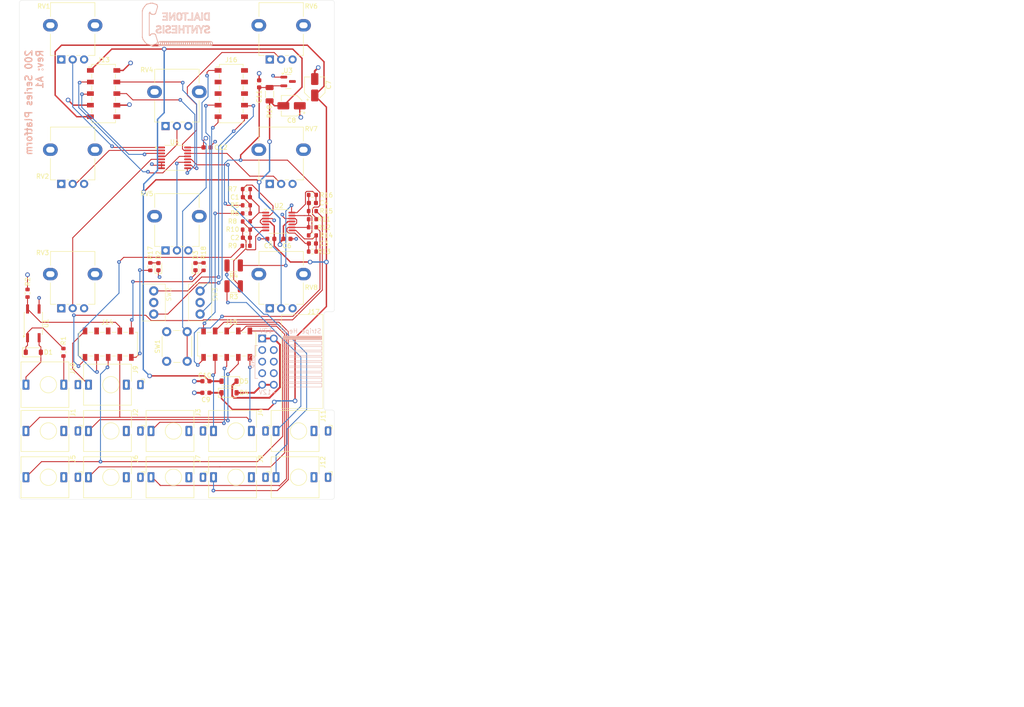
<source format=kicad_pcb>
(kicad_pcb (version 20241229) (generator "pcbnew") (generator_version "9.0")
  (title_block (title "200 Series Digital Audio Platform ") (date "2025-03-04") (rev "A1") (company "DIALTONE SYNTHESIS"))
  (layers (0 "F.Cu" signal) (4 "In1.Cu" signal) (6 "In2.Cu" signal) (2 "B.Cu" signal) (13 "F.Paste" user) (15 "B.Paste" user) (5 "F.SilkS" user "F.Silkscreen") (7 "B.SilkS" user "B.Silkscreen") (1 "F.Mask" user) (3 "B.Mask" user) (25 "Edge.Cuts" user))
  (net 0 "")
  (net 1 "/Jacks/MIDI_SINK")
  (net 2 "Net-(D4-A)")
  (net 4 "/Jacks/MIDI_SOURCE")
  (net 5 "POT_MUX_ADC_Y")
  (net 6 "POT_MUX_A")
  (net 7 "POT_MUX_ADC_X")
  (net 8 "POT_MUX_B")
  (net 9 "LED_RIGHT")
  (net 10 "AUDIO_RIGHT")
  (net 11 "AUDIO_LEFT")
  (net 12 "LED_LEFT")
  (net 13 "analog_out_1")
  (net 14 "CV_OUT_2")
  (net 15 "TOGGLE2_1")
  (net 16 "TOGGLE1_1")
  (net 17 "TOGGLE2_3")
  (net 18 "analog_out_2")
  (net 19 "+12V")
  (net 20 "GND")
  (net 21 "-12V")
  (net 22 "+3.3V")
  (net 23 "-5V")
  (net 24 "TOGGLE1_3")
  (net 25 "in_1")
  (net 26 "in_5")
  (net 27 "in_2")
  (net 30 "in_6")
  (net 32 "MIDI_UART_RX")
  (net 33 "TACTILE_SW")
  (net 35 "in_3")
  (net 38 "in_7")
  (net 39 "in_4")
  (net 40 "in_8")
  (net 41 "CV_OUT_1")
  (net 42 "pot_1")
  (net 43 "pot_5")
  (net 44 "pot_2")
  (net 45 "pot_6")
  (net 46 "pot_3")
  (net 47 "pot_7")
  (net 48 "pot_4")
  (net 49 "pot_8")
  (net 50 "GATE_IN")
  (net 51 "Net-(C1-Pad2)")
  (net 52 "Net-(U2C--)")
  (net 53 "Net-(U2A--)")
  (net 54 "Net-(U2D--)")
  (net 55 "Net-(U2B--)")
  (net 56 "Net-(D5-K)")
  (net 63 "Net-(J11-PadT)")
  (net 64 "Net-(J12-PadT)")
  (net 73 "Net-(C3-Pad2)")
  (net 74 "Net-(D1-K)")
  (net 75 "Net-(D2-A)")
  (net 76 "Net-(D3-A)")
  (footprint "0_synthesis_smt:C_0603_1608Metric" (layer "F.Cu") (at 108.204 78.994)
    (property "Reference" "C4")
    (property "Value" "180pF" (hide yes))
  )
  (footprint "0_synthesis_smt:R_0603_1608Metric" (layer "F.Cu") (at 108.204 82.55 180)
    (property "Reference" "R11")
    (property "Value" "20k" (hide yes))
  )
  (footprint "0_synthesis_smt:R_0603_1608Metric" (layer "F.Cu") (at 108.204 86.106 180)
    (property "Reference" "R14")
    (property "Value" "10k" (hide yes))
  )
  (footprint "0_synthesis_tht:ALPHAPOT" (layer "F.Cu") (at 72.986 81.408)
    (property "Reference" "RV5")
    (property "Value" "10k" (hide yes))
  )
  (footprint "0_synthesis_smt:R_0603_1608Metric" (layer "F.Cu") (at 93.726 75.946)
    (property "Reference" "R7")
    (property "Value" "20k" (hide yes))
  )
  (footprint "0_synthesis_tht:JACK_THONKICONN_MONO_WQP518MA" (layer "F.Cu") (at 84.201 139.192 -90)
    (property "Reference" "J7")
    (property "Value" "THONKICONN_MONO" (hide yes))
  )
  (footprint "0_synthesis_smt:HEADER_2X10_BOTTOM_ENTRY_966210-2000-AR-PR" (layer "F.Cu") (at 62.408 54.982)
    (property "Reference" "J13")
    (property "Value" "~" (hide yes))
  )
  (footprint "0_synthesis_smt:R_0603_1608Metric" (layer "F.Cu") (at 108.204 84.328)
    (property "Reference" "R12")
    (property "Value" "10k" (hide yes))
  )
  (footprint "0_synthesis_tht:JACK_THONKICONN_MONO_WQP518MA" (layer "F.Cu") (at 84.201 129.032 -90)
    (property "Reference" "J3")
    (property "Value" "THONKICONN_MONO" (hide yes))
  )
  (footprint "0_synthesis_tht:JACK_THONKICONN_MONO_WQP518MA" (layer "F.Cu") (at 97.917 139.192 -90)
    (property "Reference" "J8")
    (property "Value" "THONKICONN_MONO" (hide yes))
  )
  (footprint "0_synthesis_smt:D_SOD-123" (layer "F.Cu") (at 89.916 118.11 180)
    (property "Reference" "D5")
    (property "Value" "MBR0530" (hide yes))
  )
  (footprint "0_synthesis_smt:C_0603_1608Metric" (layer "F.Cu") (at 84.836 120.65 180)
    (property "Reference" "C9")
    (property "Value" "100nF" (hide yes))
  )
  (footprint "0_synthesis_smt:R_1210_3225Metric" (layer "F.Cu") (at 90.932 97.282 180)
    (property "Reference" "R3")
    (property "Value" "1k 0.5W" (hide yes))
  )
  (footprint "0_synthesis_smt:C_0603_1608Metric" (layer "F.Cu") (at 102.616 86.868 180)
    (property "Reference" "C6")
    (property "Value" "100nF" (hide yes))
  )
  (footprint "0_synthesis_tht:ALPHAPOT" (layer "F.Cu") (at 95.846 94.108)
    (property "Reference" "RV8")
    (property "Value" "10k" (hide yes))
  )
  (footprint "Package_TO_SOT_SMD:SOT-23" (layer "F.Cu") (at 102.87 52.324)
    (property "Reference" "U3")
    (property "Value" "LM4040CIM3-5.0" (hide yes))
  )
  (footprint "0_synthesis_tht:SW_TACTILE_TL1105SPF250Q" (layer "F.Cu") (at 76.236 113.74 90)
    (property "Reference" "SW1")
    (property "Value" "SW_TACTILE" (hide yes))
  )
  (footprint "0_synthesis_smt:HEADER_2X10_BOTTOM_ENTRY_966210-2000-AR-PR" (layer "F.Cu") (at 89.408 109.982 90)
    (property "Reference" "J15")
    (property "Value" "~" (hide yes))
  )
  (footprint "0_synthesis_smt:LED_0603_1608Metric" (layer "F.Cu") (at 82.55 92.964 90)
    (property "Reference" "D3")
    (property "Value" "LED_BLUE" (hide yes))
  )
  (footprint "0_synthesis_tht:SW_TOGGLE_2MS3T1B3M2QES" (layer "F.Cu") (at 83.566 100.838 -90)
    (property "Reference" "SW3")
    (property "Value" "SW_SPDT_ON_OFF_ON_SUBMINI" (hide yes))
  )
  (footprint "0_synthesis_smt:R_0603_1608Metric" (layer "F.Cu") (at 93.726 83.058 180)
    (property "Reference" "R8")
    (property "Value" "10k" (hide yes))
  )
  (footprint "0_synthesis_tht:ALPHAPOT" (layer "F.Cu") (at 50.126 39.498)
    (property "Reference" "RV1")
    (property "Value" "10k" (hide yes))
  )
  (footprint "0_synthesis_tht:JACK_THONKICONN_MONO_WQP518MA" (layer "F.Cu") (at 56.769 139.192 -90)
    (property "Reference" "J5")
    (property "Value" "THONKICONN_MONO" (hide yes))
  )
  (footprint "0_synthesis_smt:C_0603_1608Metric" (layer "F.Cu") (at 93.726 86.614 180)
    (property "Reference" "C2")
    (property "Value" "180pF" (hide yes))
  )
  (footprint "0_synthesis_smt:D_SOD-123" (layer "F.Cu") (at 89.916 120.65)
    (property "Reference" "D4")
    (property "Value" "MBR0530" (hide yes))
  )
  (footprint "0_synthesis_smt:R_0603_1608Metric" (layer "F.Cu") (at 93.726 84.836 180)
    (property "Reference" "R10")
    (property "Value" "10k" (hide yes))
  )
  (footprint "0_synthesis_smt:C_0603_1608Metric" (layer "F.Cu") (at 96.52 52.845 90)
    (property "Reference" "C11")
    (property "Value" "100nF" (hide yes))
  )
  (footprint "0_synthesis_smt:SO-4_4.4x3.6mm_P2.54mm" (layer "F.Cu") (at 46.99 105.41 90)
    (property "Reference" "U1")
    (property "Value" "LTV-355T" (hide yes))
  )
  (footprint "0_synthesis_tht:JACK_THONKICONN_MONO_WQP518MA" (layer "F.Cu") (at 70.484972 118.872 -90)
    (property "Reference" "J9")
    (property "Value" "THONKICONN_MONO" (hide yes))
  )
  (footprint "0_synthesis_smt:R_0603_1608Metric" (layer "F.Cu") (at 93.726 79.502)
    (property "Reference" "R5")
    (property "Value" "20k" (hide yes))
  )
  (footprint "0_synthesis_tht:JACK_THONKICONN_STEREO_WQP419GR" (layer "F.Cu") (at 56.769 118.872 -90)
    (property "Reference" "J10")
    (property "Value" "THONKICONN STEREO" (hide yes))
  )
  (footprint "0_synthesis_smt:R_0603_1608Metric" (layer "F.Cu") (at 108.204 77.216)
    (property "Reference" "R16")
    (property "Value" "10k" (hide yes))
  )
  (footprint "0_synthesis_smt:HEADER_2X10_BOTTOM_ENTRY_966210-2000-AR-PR" (layer "F.Cu") (at 90.408 54.982)
    (property "Reference" "J16")
    (property "Value" "~" (hide yes))
  )
  (footprint "0_synthesis_smt:C_0603_1608Metric" (layer "F.Cu") (at 84.849 118.11)
    (property "Reference" "C10")
    (property "Value" "100nF" (hide yes))
  )
  (footprint "0_synthesis_smt:R_0603_1608Metric" (layer "F.Cu") (at 108.204 89.662)
    (property "Reference" "R13")
    (property "Value" "20k" (hide yes))
  )
  (footprint "0_synthesis_smt:R_0603_1608Metric" (layer "F.Cu") (at 108.204 80.772 180)
    (property "Reference" "R15")
    (property "Value" "10k" (hide yes))
  )
  (footprint "0_synthesis_smt:R_0603_1608Metric" (layer "F.Cu") (at 72.644 92.964 -90)
    (property "Reference" "R17")
    (property "Value" "220R" (hide yes))
  )
  (footprint "0_synthesis_smt:R_1210_3225Metric" (layer "F.Cu") (at 90.932 92.71 180)
    (property "Reference" "R4")
    (property "Value" "1k 0.5W" (hide yes))
  )
  (footprint "0_synthesis_smt:CAP_EEE-FK1V100UR" (layer "F.Cu") (at 108.712 53.594 90)
    (property "Reference" "C7")
    (property "Value" "10uF" (hide yes))
  )
  (footprint "0_synthesis_tht:JACK_THONKICONN_MONO_WQP518MA" (layer "F.Cu") (at 56.769 129.032 -90)
    (property "Reference" "J1")
    (property "Value" "THONKICONN_MONO" (hide yes))
  )
  (footprint "0_synthesis_tht:ALPHAPOT" (layer "F.Cu") (at 95.846 39.498)
    (property "Reference" "RV6")
    (property "Value" "10k" (hide yes))
  )
  (footprint "0_synthesis_smt:CAP_EEE-FK1V100UR" (layer "F.Cu") (at 103.632 57.658 180)
    (property "Reference" "C8")
    (property "Value" "10uF" (hide yes))
  )
  (footprint "0_synthesis_tht:JACK_THONKICONN_MONO_WQP518MA" (layer "F.Cu") (at 70.485 139.192 -90)
    (property "Reference" "J6")
    (property "Value" "THONKICONN_MONO" (hide yes))
  )
  (footprint "0_synthesis_smt:TSSOP-16_4.4x5mm_P0.65mm" (layer "F.Cu") (at 77.978 69.088)
    (property "Reference" "U4")
    (property "Value" "CD4052B" (hide yes))
  )
  (footprint "0_synthesis_smt:R_0603_1608Metric" (layer "F.Cu") (at 93.726 81.28 180)
    (property "Reference" "R6")
    (property "Value" "10k" (hide yes))
  )
  (footprint "0_synthesis_smt:C_0603_1608Metric" (layer "F.Cu") (at 93.726 77.724)
    (property "Reference" "C1")
    (property "Value" "180pF" (hide yes))
  )
  (footprint "0_synthesis_smt:C_0603_1608Metric" (layer "F.Cu") (at 108.204 87.884)
    (property "Reference" "C3")
    (property "Value" "180pF" (hide yes))
  )
  (footprint "0_synthesis_tht:ALPHAPOT" (layer "F.Cu") (at 50.126 94.108)
    (property "Reference" "RV3")
    (property "Value" "10k" (hide yes))
  )
  (footprint "0_synthesis_smt:HEADER_2X10_BOTTOM_ENTRY_966210-2000-AR-PR" (layer "F.Cu") (at 63.408 109.982 90)
    (property "Reference" "J14")
    (property "Value" "~" (hide yes))
  )
  (footprint "0_synthesis_tht:JACK_THONKICONN_MONO_WQP518MA" (layer "F.Cu") (at 111.633 139.192 -90)
    (property "Reference" "J12")
    (property "Value" "THONKICONN_MONO" (hide yes))
  )
  (footprint "0_synthesis_smt:R_0603_1608Metric" (layer "F.Cu") (at 84.328 92.964 -90)
    (property "Reference" "R18")
    (property "Value" "220R" (hide yes))
  )
  (footprint "0_synthesis_tht:SW_TOGGLE_2MS3T1B3M2QES" (layer "F.Cu") (at 73.406 100.838 -90)
    (property "Reference" "SW2")
    (property "Value" "SW_SPDT_ON_OFF_ON_SUBMINI" (hide yes))
  )
  (footprint "0_synthesis_smt:R_0603_1608Metric" (layer "F.Cu") (at 45.72 98.806 90)
    (property "Reference" "R2")
    (property "Value" "220R" (hide yes))
  )
  (footprint "0_synthesis_tht:ALPHAPOT" (layer "F.Cu") (at 72.986 54.103)
    (property "Reference" "RV4")
    (property "Value" "10k" (hide yes))
  )
  (footprint "0_synthesis_smt:TSSOP-14_4.4x5mm_P0.65mm" (layer "F.Cu") (at 100.838 83.058)
    (property "Reference" "U2")
    (property "Value" "TL074CPWR" (hide yes))
  )
  (footprint "0_synthesis_tht:JACK_THONKICONN_MONO_WQP518MA" (layer "F.Cu") (at 70.485 129.032 -90)
    (property "Reference" "J2")
    (property "Value" "THONKICONN_MONO" (hide yes))
  )
  (footprint "0_synthesis_tht:JACK_THONKICONN_MONO_WQP518MA" (layer "F.Cu") (at 111.633 129.032 -90)
    (property "Reference" "J11")
    (property "Value" "THONKICONN_MONO" (hide yes))
  )
  (footprint "0_synthesis_smt:C_0603_1608Metric" (layer "F.Cu") (at 85.09 66.802)
    (property "Reference" "C12")
    (property "Value" "100nF" (hide yes))
  )
  (footprint "0_synthesis_smt:R_0603_1608Metric" (layer "F.Cu") (at 93.663 88.392)
    (property "Reference" "R9")
    (property "Value" "10k" (hide yes))
  )
  (footprint "0_synthesis_tht:ALPHAPOT" (layer "F.Cu") (at 50.126 66.803)
    (property "Reference" "RV2")
    (property "Value" "10k" (hide yes))
  )
  (footprint "0_synthesis_smt:C_0603_1608Metric" (layer "F.Cu") (at 99.073 86.868 180)
    (property "Reference" "C5")
    (property "Value" "100nF" (hide yes))
  )
  (footprint "0_synthesis_smt:R_1206_3216Metric" (layer "F.Cu") (at 98.806 55.118 -90)
    (property "Reference" "R19")
    (property "Value" "6.8k 0.25W" (hide yes))
  )
  (footprint "0_synthesis_smt:D_SOD-123" (layer "F.Cu") (at 46.99 111.76)
    (property "Reference" "D1")
    (property "Value" "MBR0530" (hide yes))
  )
  (footprint "0_synthesis_smt:LED_0603_1608Metric" (layer "F.Cu") (at 74.422 92.964 90)
    (property "Reference" "D2")
    (property "Value" "LED_BLUE" (hide yes))
  )
  (footprint "0_synthesis_smt:R_0603_1608Metric" (layer "F.Cu") (at 53.594 111.76 90)
    (property "Reference" "R1")
    (property "Value" "220R" (hide yes))
  )
  (footprint "0_synthesis_tht:EURO_POWER_10_RTANG" (layer "F.Cu") (at 93.908 104.792)
    (property "Reference" "J17")
    (property "Value" "EURO_POWER_10_RTANG" (hide yes))
  )
  (footprint "0_synthesis_tht:ALPHAPOT" (layer "F.Cu") (at 95.846 66.803)
    (property "Reference" "RV7")
    (property "Value" "10k" (hide yes))
  )
  (footprint "0_synthesis_tht:JACK_THONKICONN_MONO_WQP518MA" (layer "F.Cu") (at 97.917 129.032 -90)
    (property "Reference" "J4")
    (property "Value" "THONKICONN_MONO" (hide yes))
  )
  (footprint "0_synthesis_tht:DAISY_PATCH_SM_OUTLINE" (layer "B.Cu") (at 96.633 49.133 -90)
    (property "Reference" "M1" (hide yes))
    (property "Value" "DAISY PATCH SM" (hide yes))
  )
  (gr_line (start 75.7428 44.03183) (end 75.726383 44.114364) (stroke (width 0.12)) (layer "B.SilkS"))
  (gr_line (start 79.935354 44.474608) (end 80.029027 44.455976) (stroke (width 0.12)) (layer "B.SilkS"))
  (gr_line (start 77.649354 44.474608) (end 77.743027 44.455976) (stroke (width 0.12)) (layer "B.SilkS"))
  (gr_line (start 77.005271 40.839644) (end 77.062447 40.762078) (stroke (width 0.12)) (layer "B.SilkS"))
  (gr_line (start 82.489373 43.523532) (end 82.419839 43.552334) (stroke (width 0.12)) (layer "B.SilkS"))
  (gr_line (start 77.097983 44.114364) (end 77.06578 44.192109) (stroke (width 0.12)) (layer "B.SilkS"))
  (gr_line (start 85.218665 40.738637) (end 85.027862 40.782755) (stroke (width 0.12)) (layer "B.SilkS"))
  (gr_line (start 80.5734 43.559641) (end 80.486227 43.523532) (stroke (width 0.12)) (layer "B.SilkS"))
  (gr_line (start 78.496718 43.861771) (end 78.500512 43.880841) (stroke (width 0.12)) (layer "B.SilkS"))
  (gr_line (start 81.429896 43.598061) (end 81.407324 43.613144) (stroke (width 0.12)) (layer "B.SilkS"))
  (gr_line (start 78.641372 43.71743) (end 78.700876 43.657926) (stroke (width 0.12)) (layer "B.SilkS"))
  (gr_line (start 82.678554 44.474608) (end 82.772227 44.455976) (stroke (width 0.12)) (layer "B.SilkS"))
  (gr_line (start 74.265055 43.578659) (end 74.265055 43.578657) (stroke (width 0.12)) (layer "B.SilkS"))
  (gr_line (start 72.728568 44.263941) (end 72.721159 44.26272) (stroke (width 0.12)) (layer "B.SilkS"))
  (gr_line (start 77.785931 43.603709) (end 77.776859 43.60977) (stroke (width 0.12)) (layer "B.SilkS"))
  (gr_line (start 77.22499 44.29883) (end 77.292524 44.366364) (stroke (width 0.12)) (layer "B.SilkS"))
  (gr_line (start 79.578524 43.613144) (end 79.51099 43.680678) (stroke (width 0.12)) (layer "B.SilkS"))
  (gr_line (start 77.015565 41.649046) (end 77.105661 41.597637) (stroke (width 0.12)) (layer "B.SilkS"))
  (gr_line (start 73.458023 41.826146) (end 73.458023 41.826154) (stroke (width 0.12)) (layer "B.SilkS"))
  (gr_line (start 85.087496 44.381447) (end 85.04141 44.400537) (stroke (width 0.12)) (layer "B.SilkS"))
  (gr_line (start 75.486296 43.598061) (end 75.463724 43.613144) (stroke (width 0.12)) (layer "B.SilkS"))
  (gr_line (start 76.840628 37.240962) (end 76.840628 38.906088) (stroke (width 0.12)) (layer "B.SilkS"))
  (gr_line (start 70.873796 42.646404) (end 70.873796 42.64641) (stroke (width 0.12)) (layer "B.SilkS"))
  (gr_line (start 85.543096 40.839644) (end 85.600271 40.762078) (stroke (width 0.12)) (layer "B.SilkS"))
  (gr_line (start 74.93702 43.787399) (end 74.983772 43.71743) (stroke (width 0.12)) (layer "B.SilkS"))
  (gr_line (start 71.846179 44.043958) (end 71.8291 44.035694) (stroke (width 0.12)) (layer "B.SilkS"))
  (gr_line (start 85.858854 44.037508) (end 85.858854 43.947678) (stroke (width 0.12)) (layer "B.SilkS"))
  (gr_line (start 78.435226 37.716015) (end 78.426628 37.838041) (stroke (width 0.12)) (layer "B.SilkS"))
  (gr_line (start 74.400117 41.512012) (end 74.308496 41.488589) (stroke (width 0.12)) (layer "B.SilkS"))
  (gr_line (start 78.9732 43.826547) (end 78.945672 43.76009) (stroke (width 0.12)) (layer "B.SilkS"))
  (gr_line (start 84.916407 44.216045) (end 84.929669 44.184028) (stroke (width 0.12)) (layer "B.SilkS"))
  (gr_line (start 80.196676 44.366364) (end 80.26421 44.29883) (stroke (width 0.12)) (layer "B.SilkS"))
  (gr_line (start 79.841183 44.114364) (end 79.80898 44.192109) (stroke (width 0.12)) (layer "B.SilkS"))
  (gr_line (start 85.391145 37.240962) (end 85.096649 37.240962) (stroke (width 0.12)) (layer "B.SilkS"))
  (gr_line (start 78.9732 44.15296) (end 79.000728 44.219418) (stroke (width 0.12)) (layer "B.SilkS"))
  (gr_line (start 78.0888 43.947678) (end 78.105217 43.865144) (stroke (width 0.12)) (layer "B.SilkS"))
  (gr_line (start 77.97821 43.680678) (end 77.910676 43.613144) (stroke (width 0.12)) (layer "B.SilkS"))
  (gr_line (start 86.060864 44.419426) (end 86.140276 44.366364) (stroke (width 0.12)) (layer "B.SilkS"))
  (gr_line (start 77.1444 44.15296) (end 77.171928 44.219418) (stroke (width 0.12)) (layer "B.SilkS"))
  (gr_line (start 80.46941 43.578971) (end 80.515496 43.598061) (stroke (width 0.12)) (layer "B.SilkS"))
  (gr_line (start 73.525957 41.842191) (end 73.504237 41.833352) (stroke (width 0.12)) (layer "B.SilkS"))
  (gr_line (start 73.023627 41.892678) (end 73.037194 41.88835) (stroke (width 0.12)) (layer "B.SilkS"))
  (gr_line (start 75.484432 37.968655) (end 75.484432 38.190986) (stroke (width 0.12)) (layer "B.SilkS"))
  (gr_line (start 78.435198 38.431403) (end 78.459792 38.53841) (stroke (width 0.12)) (layer "B.SilkS"))
  (gr_line (start 73.243445 44.668854) (end 73.244898 44.668941) (stroke (width 0.12)) (layer "B.SilkS"))
  (gr_line (start 71.071699 36.394724) (end 71.072987 36.39086) (stroke (width 0.12)) (layer "B.SilkS"))
  (gr_line (start 78.563754 43.5049) (end 78.468246 43.5049) (stroke (width 0.12)) (layer "B.SilkS"))
  (gr_line (start 83.21261 44.400537) (end 83.130076 44.416954) (stroke (width 0.12)) (layer "B.SilkS"))
  (gr_line (start 75.819217 44.114364) (end 75.8028 44.03183) (stroke (width 0.12)) (layer "B.SilkS"))
  (gr_line (start 84.044476 44.416954) (end 83.960324 44.416954) (stroke (width 0.12)) (layer "B.SilkS"))
  (gr_line (start 83.679547 41.723566) (end 83.913343 41.723566) (stroke (width 0.12)) (layer "B.SilkS"))
  (gr_line (start 78.802504 44.381447) (end 78.825076 44.366364) (stroke (width 0.12)) (layer "B.SilkS"))
  (gr_line (start 76.854322 40.62952) (end 76.824659 40.665857) (stroke (width 0.12)) (layer "B.SilkS"))
  (gr_line (start 75.23698 44.192109) (end 75.190228 44.262078) (stroke (width 0.12)) (layer "B.SilkS"))
  (gr_line (start 71.335214 35.887439) (end 71.335215 35.887439) (stroke (width 0.12)) (layer "B.SilkS"))
  (gr_line (start 77.98018 43.787399) (end 78.012383 43.865144) (stroke (width 0.12)) (layer "B.SilkS"))
  (gr_line (start 79.111587 38.682073) (end 79.012241 38.694096) (stroke (width 0.12)) (layer "B.SilkS"))
  (gr_line (start 70.869479 42.630702) (end 70.873789 42.646402) (stroke (width 0.12)) (layer "B.SilkS"))
  (gr_line (start 72.450008 37.322546) (end 72.456267 37.299171) (stroke (width 0.12)) (layer "B.SilkS"))
  (gr_line (start 76.516504 43.598061) (end 76.56259 43.578971) (stroke (width 0.12)) (layer "B.SilkS"))
  (gr_line (start 83.394264 38.907214) (end 83.646382 38.907214) (stroke (width 0.12)) (layer "B.SilkS"))
  (gr_line (start 81.961092 44.340045) (end 81.928411 44.318208) (stroke (width 0.12)) (layer "B.SilkS"))
  (gr_line (start 75.814876 44.416954) (end 75.730724 44.416954) (stroke (width 0.12)) (layer "B.SilkS"))
  (gr_line (start 73.499119 37.549244) (end 73.492752 37.552424) (stroke (width 0.12)) (layer "B.SilkS"))
  (gr_line (start 82.2036 43.947678) (end 82.220017 43.865144) (stroke (width 0.12)) (layer "B.SilkS"))
  (gr_line (start 79.383983 43.865144) (end 79.4004 43.947678) (stroke (width 0.12)) (layer "B.SilkS"))
  (gr_line (start 73.002713 44.585019) (end 73.004072 44.58546) (stroke (width 0.12)) (layer "B.SilkS"))
  (gr_line (start 84.214411 44.318208) (end 84.154907 44.258705) (stroke (width 0.12)) (layer "B.SilkS"))
  (gr_line (start 74.948668 41.649046) (end 75.038764 41.597637) (stroke (width 0.12)) (layer "B.SilkS"))
  (gr_line (start 83.670572 44.262078) (end 83.62382 44.192109) (stroke (width 0.12)) (layer "B.SilkS"))
  (gr_line (start 84.99739 44.29883) (end 85.064924 44.366364) (stroke (width 0.12)) (layer "B.SilkS"))
  (gr_line (start 79.472476 43.562554) (end 79.55501 43.578971) (stroke (width 0.12)) (layer "B.SilkS"))
  (gr_line (start 85.62494 38.684883) (end 85.62494 37.240962) (stroke (width 0.12)) (layer "B.SilkS"))
  (gr_line (start 76.194927 37.240962) (end 75.358321 37.240962) (stroke (width 0.12)) (layer "B.SilkS"))
  (gr_line (start 86.163028 43.71743) (end 86.20978 43.787399) (stroke (width 0.12)) (layer "B.SilkS"))
  (gr_line (start 80.029027 44.455976) (end 80.1162 44.419866) (stroke (width 0.12)) (layer "B.SilkS"))
  (gr_line (start 85.45459 43.680678) (end 85.401528 43.76009) (stroke (width 0.12)) (layer "B.SilkS"))
  (gr_line (start 76.81181 43.578971) (end 76.857896 43.598061) (stroke (width 0.12)) (layer "B.SilkS"))
  (gr_line (start 85.331924 44.416954) (end 85.24939 44.400537) (stroke (width 0.12)) (layer "B.SilkS"))
  (gr_line (start 83.860973 43.523532) (end 83.7738 43.559641) (stroke (width 0.12)) (layer "B.SilkS"))
  (gr_line (start 78.375651 41.723566) (end 78.489068 41.723566) (stroke (width 0.12)) (layer "B.SilkS"))
  (gr_line (start 70.926 42.598365) (end 70.926 36.846739) (stroke (width 0.12)) (layer "B.SilkS"))
  (gr_line (start 71.324154 35.902039) (end 71.032497 36.339526) (stroke (width 0.12)) (layer "B.SilkS"))
  (gr_line (start 75.288072 44.219418) (end 75.3156 44.15296) (stroke (width 0.12)) (layer "B.SilkS"))
  (gr_line (start 82.09498 44.192109) (end 82.048228 44.262078) (stroke (width 0.12)) (layer "B.SilkS"))
  (gr_line (start 82.473739 44.387094) (end 82.509811 44.362991) (stroke (width 0.12)) (layer "B.SilkS"))
  (gr_line (start 77.1144 44.03183) (end 77.097983 44.114364) (stroke (width 0.12)) (layer "B.SilkS"))
  (gr_line (start 82.09498 43.787399) (end 82.127183 43.865144) (stroke (width 0.12)) (layer "B.SilkS"))
  (gr_line (start 71.380768 35.926489) (end 71.380769 35.926488) (stroke (width 0.12)) (layer "B.SilkS"))
  (gr_line (start 73.191293 44.259834) (end 73.191283 44.259837) (stroke (width 0.12)) (layer "B.SilkS"))
  (gr_line (start 85.6026 44.350797) (end 85.558876 44.321582) (stroke (width 0.12)) (layer "B.SilkS"))
  (gr_line (start 74.447617 43.865144) (end 74.47982 43.787399) (stroke (width 0.12)) (layer "B.SilkS"))
  (gr_line (start 74.718251 40.328369) (end 74.77058 40.3799) (stroke (width 0.12)) (layer "B.SilkS"))
  (gr_line (start 75.800328 44.219418) (end 75.85339 44.29883) (stroke (width 0.12)) (layer "B.SilkS"))
  (gr_line (start 80.174104 43.598061) (end 80.22019 43.578971) (stroke (width 0.12)) (layer "B.SilkS"))
  (gr_line (start 80.072476 44.321582) (end 80.012972 44.262078) (stroke (width 0.12)) (layer "B.SilkS"))
  (gr_line (start 81.906964 44.373218) (end 81.84101 44.400537) (stroke (width 0.12)) (layer "B.SilkS"))
  (gr_line (start 80.943427 43.523532) (end 80.849754 43.5049) (stroke (width 0.12)) (layer "B.SilkS"))
  (gr_line (start 79.555772 44.262078) (end 79.50902 44.192109) (stroke (width 0.12)) (layer "B.SilkS"))
  (gr_line (start 76.4586 43.628711) (end 76.502324 43.657926) (stroke (width 0.12)) (layer "B.SilkS"))
  (gr_line (start 83.16662 44.192109) (end 83.134417 44.114364) (stroke (width 0.12)) (layer "B.SilkS"))
  (gr_line (start 73.998369 41.546001) (end 74.067944 41.614755) (stroke (width 0.12)) (layer "B.SilkS"))
  (gr_line (start 80.42342 44.192109) (end 80.391217 44.114364) (stroke (width 0.12)) (layer "B.SilkS"))
  (gr_line (start 85.391145 37.463293) (end 85.391145 38.684883) (stroke (width 0.12)) (layer "B.SilkS"))
  (gr_line (start 74.358627 40.268679) (end 74.452928 40.260196) (stroke (width 0.12)) (layer "B.SilkS"))
  (gr_line (start 72.468365 37.278215) (end 72.47692 37.26966) (stroke (width 0.12)) (layer "B.SilkS"))
  (gr_line (start 74.265056 43.578656) (end 74.265055 43.578656) (stroke (width 0.12)) (layer "B.SilkS"))
  (gr_line (start 74.581333 44.501364) (end 74.297533 44.570318) (stroke (width 0.12)) (layer "B.SilkS"))
  (gr_line (start 82.611518 43.861771) (end 82.615312 43.880841) (stroke (width 0.12)) (layer "B.SilkS"))
  (gr_line (start 83.9724 43.947678) (end 83.9724 44.03183) (stroke (width 0.12)) (layer "B.SilkS"))
  (gr_line (start 73.162226 35.180559) (end 73.167158 35.180555) (stroke (width 0.12)) (layer "B.SilkS"))
  (gr_line (start 74.266455 43.487078) (end 74.266444 43.486964) (stroke (width 0.12)) (layer "B.SilkS"))
  (gr_line (start 84.897518 43.861771) (end 84.901312 43.880841) (stroke (width 0.12)) (layer "B.SilkS"))
  (gr_line (start 79.4004 44.03183) (end 79.383983 44.114364) (stroke (width 0.12)) (layer "B.SilkS"))
  (gr_line (start 83.041583 43.865144) (end 83.058 43.947678) (stroke (width 0.12)) (layer "B.SilkS"))
  (gr_line (start 79.263233 38.591017) (end 79.193938 38.647743) (stroke (width 0.12)) (layer "B.SilkS"))
  (gr_line (start 74.087217 43.922438) (end 74.087216 43.922439) (stroke (width 0.12)) (layer "B.SilkS"))
  (gr_line (start 74.372152 41.731632) (end 74.519361 41.740763) (stroke (width 0.12)) (layer "B.SilkS"))
  (gr_line (start 84.855288 41.706261) (end 84.976874 41.731632) (stroke (width 0.12)) (layer "B.SilkS"))
  (gr_line (start 82.677217 43.865144) (end 82.70942 43.787399) (stroke (width 0.12)) (layer "B.SilkS"))
  (gr_line (start 79.51099 43.680678) (end 79.457928 43.76009) (stroke (width 0.12)) (layer "B.SilkS"))
  (gr_line (start 84.729312 37.670398) (end 84.760765 37.609874) (stroke (width 0.12)) (layer "B.SilkS"))
  (gr_line (start 80.515496 43.598061) (end 80.492924 43.613144) (stroke (width 0.12)) (layer "B.SilkS"))
  (gr_line (start 84.12701 43.578971) (end 84.186731 43.603709) (stroke (width 0.12)) (layer "B.SilkS"))
  (gr_line (start 79.121324 43.613144) (end 79.05379 43.680678) (stroke (width 0.12)) (layer "B.SilkS"))
  (gr_line (start 81.730303 44.106639) (end 81.734513 44.127807) (stroke (width 0.12)) (layer "B.SilkS"))
  (gr_line (start 80.486227 44.455976) (end 80.5734 44.419866) (stroke (width 0.12)) (layer "B.SilkS"))
  (gr_line (start 82.473059 44.318208) (end 82.413244 44.358176) (stroke (width 0.12)) (layer "B.SilkS"))
  (gr_line (start 84.672665 41.614755) (end 84.755065 41.666918) (stroke (width 0.12)) (layer "B.SilkS"))
  (gr_line (start 74.087217 35.522673) (end 74.208134 35.885423) (stroke (width 0.12)) (layer "B.SilkS"))
  (gr_line (start 84.869046 44.474608) (end 84.964554 44.474608) (stroke (width 0.12)) (layer "B.SilkS"))
  (gr_line (start 80.972696 44.381447) (end 80.92661 44.400537) (stroke (width 0.12)) (layer "B.SilkS"))
  (gr_line (start 84.192964 44.373218) (end 84.12701 44.400537) (stroke (width 0.12)) (layer "B.SilkS"))
  (gr_line (start 82.25419 43.680678) (end 82.201128 43.76009) (stroke (width 0.12)) (layer "B.SilkS"))
  (gr_line (start 80.1162 43.559641) (end 80.029027 43.523532) (stroke (width 0.12)) (layer "B.SilkS"))
  (gr_line (start 73.458023 41.826154) (end 73.458022 41.826154) (stroke (width 0.12)) (layer "B.SilkS"))
  (gr_line (start 84.643797 43.58904) (end 84.607724 43.613144) (stroke (width 0.12)) (layer "B.SilkS"))
  (gr_line (start 76.4586 43.559641) (end 76.371427 43.523532) (stroke (width 0.12)) (layer "B.SilkS"))
  (gr_line (start 82.325345 44.397164) (end 82.242811 44.413581) (stroke (width 0.12)) (layer "B.SilkS"))
  (gr_line (start 76.714728 43.76009) (end 76.6872 43.826547) (stroke (width 0.12)) (layer "B.SilkS"))
  (gr_line (start 71.025524 36.351062) (end 71.019602 36.36317) (stroke (width 0.12)) (layer "B.SilkS"))
  (gr_line (start 77.707355 43.784026) (end 77.754107 43.714056) (stroke (width 0.12)) (layer "B.SilkS"))
  (gr_line (start 82.903124 44.321582) (end 82.8594 44.350797) (stroke (width 0.12)) (layer "B.SilkS"))
  (gr_line (start 83.16662 43.787399) (end 83.213372 43.71743) (stroke (width 0.12)) (layer "B.SilkS"))
  (gr_line (start 81.773535 44.028456) (end 81.773535 43.944305) (stroke (width 0.12)) (layer "B.SilkS"))
  (gr_line (start 83.7738 44.350797) (end 83.730076 44.321582) (stroke (width 0.12)) (layer "B.SilkS"))
  (gr_line (start 82.772227 43.523532) (end 82.678554 43.5049) (stroke (width 0.12)) (layer "B.SilkS"))
  (gr_line (start 83.46461 43.680678) (end 83.397076 43.613144) (stroke (width 0.12)) (layer "B.SilkS"))
  (gr_line (start 79.476817 43.865144) (end 79.50902 43.787399) (stroke (width 0.12)) (layer "B.SilkS"))
  (gr_line (start 74.93899 43.680678) (end 74.885928 43.76009) (stroke (width 0.12)) (layer "B.SilkS"))
  (gr_line (start 71.762336 44.055975) (end 71.784959 44.077447) (stroke (width 0.12)) (layer "B.SilkS"))
  (gr_line (start 72.774568 37.427897) (end 72.76571 37.423479) (stroke (width 0.12)) (layer "B.SilkS"))
  (gr_line (start 73.458014 41.886154) (end 73.458019 41.886154) (stroke (width 0.12)) (layer "B.SilkS"))
  (gr_line (start 72.720367 41.981124) (end 72.69737 42.004121) (stroke (width 0.12)) (layer "B.SilkS"))
  (gr_line (start 75.602104 44.381447) (end 75.624676 44.366364) (stroke (width 0.12)) (layer "B.SilkS"))
  (gr_line (start 73.417451 44.697168) (end 73.419028 44.697111) (stroke (width 0.12)) (layer "B.SilkS"))
  (gr_line (start 72.721162 35.182388) (end 72.72857 35.181167) (stroke (width 0.12)) (layer "B.SilkS"))
  (gr_line (start 82.059308 44.452602) (end 82.152981 44.471235) (stroke (width 0.12)) (layer "B.SilkS"))
  (gr_line (start 82.532563 44.258705) (end 82.473059 44.318208) (stroke (width 0.12)) (layer "B.SilkS"))
  (gr_line (start 83.374504 43.598061) (end 83.42059 43.578971) (stroke (width 0.12)) (layer "B.SilkS"))
  (gr_line (start 76.944271 41.428122) (end 76.834998 41.479432) (stroke (width 0.12)) (layer "B.SilkS"))
  (gr_line (start 74.716973 44.455976) (end 74.723613 44.457296) (stroke (width 0.12)) (layer "B.SilkS"))
  (gr_line (start 74.208134 35.885423) (end 74.208159 35.885466) (stroke (width 0.12)) (layer "B.SilkS"))
  (gr_line (start 72.679794 42.031484) (end 72.679794 42.031485) (stroke (width 0.12)) (layer "B.SilkS"))
  (gr_line (start 78.417763 44.258705) (end 78.358259 44.318208) (stroke (width 0.12)) (layer "B.SilkS"))
  (gr_line (start 83.397076 43.613144) (end 83.374504 43.598061) (stroke (width 0.12)) (layer "B.SilkS"))
  (gr_line (start 75.2856 44.03183) (end 75.269183 44.114364) (stroke (width 0.12)) (layer "B.SilkS"))
  (gr_line (start 83.954646 43.5049) (end 83.860973 43.523532) (stroke (width 0.12)) (layer "B.SilkS"))
  (gr_line (start 85.29341 44.29883) (end 85.346472 44.219418) (stroke (width 0.12)) (layer "B.SilkS"))
  (gr_line (start 73.966551 44.686151) (end 73.967356 44.686193) (stroke (width 0.12)) (layer "B.SilkS"))
  (gr_line (start 81.2892 43.947678) (end 81.305617 43.865144) (stroke (width 0.12)) (layer "B.SilkS"))
  (gr_line (start 80.829528 44.219418) (end 80.88259 44.29883) (stroke (width 0.12)) (layer "B.SilkS"))
  (gr_line (start 76.378124 44.366364) (end 76.400696 44.381447) (stroke (width 0.12)) (layer "B.SilkS"))
  (gr_line (start 74.428728 44.219418) (end 74.48179 44.29883) (stroke (width 0.12)) (layer "B.SilkS"))
  (gr_line (start 74.151629 40.858685) (end 74.073062 40.901393) (stroke (width 0.12)) (layer "B.SilkS"))
  (gr_line (start 70.873796 36.7987) (end 70.869481 36.814403) (stroke (width 0.12)) (layer "B.SilkS"))
  (gr_line (start 84.334228 43.71743) (end 84.38098 43.787399) (stroke (width 0.12)) (layer "B.SilkS"))
  (gr_line (start 85.097775 38.907214) (end 85.466791 38.907214) (stroke (width 0.12)) (layer "B.SilkS"))
  (gr_line (start 85.124083 41.740763) (end 85.243469 41.734883) (stroke (width 0.12)) (layer "B.SilkS"))
  (gr_line (start 70.873796 36.798698) (end 70.873796 36.7987) (stroke (width 0.12)) (layer "B.SilkS"))
  (gr_line (start 77.329276 43.657926) (end 77.373 43.628711) (stroke (width 0.12)) (layer "B.SilkS"))
  (gr_line (start 85.414422 40.114864) (end 85.317413 40.074984) (stroke (width 0.12)) (layer "B.SilkS"))
  (gr_line (start 81.384572 43.71743) (end 81.444076 43.657926) (stroke (width 0.12)) (layer "B.SilkS"))
  (gr_line (start 84.644476 43.657926) (end 84.704292 43.617959) (stroke (width 0.12)) (layer "B.SilkS"))
  (gr_line (start 83.503124 44.416954) (end 83.42059 44.400537) (stroke (width 0.12)) (layer "B.SilkS"))
  (gr_line (start 79.305028 44.262078) (end 79.245524 44.321582) (stroke (width 0.12)) (layer "B.SilkS"))
  (gr_line (start 73.465132 41.886151) (end 73.479196 41.888345) (stroke (width 0.12)) (layer "B.SilkS"))
  (gr_line (start 74.082722 35.509067) (end 74.087216 35.522669) (stroke (width 0.12)) (layer "B.SilkS"))
  (gr_line (start 74.208133 43.559688) (end 74.087217 43.922435) (stroke (width 0.12)) (layer "B.SilkS"))
  (gr_line (start 80.386876 44.416954) (end 80.302724 44.416954) (stroke (width 0.12)) (layer "B.SilkS"))
  (gr_line (start 86.20978 43.787399) (end 86.241983 43.865144) (stroke (width 0.12)) (layer "B.SilkS"))
  (gr_line (start 79.383983 44.114364) (end 79.35178 44.192109) (stroke (width 0.12)) (layer "B.SilkS"))
  (gr_line (start 83.960324 43.562554) (end 84.044476 43.562554) (stroke (width 0.12)) (layer "B.SilkS"))
  (gr_line (start 83.060472 43.76009) (end 83.00741 43.680678) (stroke (width 0.12)) (layer "B.SilkS"))
  (gr_line (start 74.501038 41.001605) (end 74.690715 40.963833) (stroke (width 0.12)) (layer "B.SilkS"))
  (gr_line (start 77.614832 43.869495) (end 77.610622 43.848327) (stroke (width 0.12)) (layer "B.SilkS"))
  (gr_line (start 72.739809 35.180554) (end 73.162215 35.180554) (stroke (width 0.12)) (layer "B.SilkS"))
  (gr_line (start 78.462545 43.677305) (end 78.395011 43.60977) (stroke (width 0.12)) (layer "B.SilkS"))
  (gr_line (start 74.029082 35.464537) (end 74.029084 35.464537) (stroke (width 0.12)) (layer "B.SilkS"))
  (gr_line (start 78.13939 44.29883) (end 78.206924 44.366364) (stroke (width 0.12)) (layer "B.SilkS"))
  (gr_line (start 77.944508 44.452602) (end 78.038181 44.471235) (stroke (width 0.12)) (layer "B.SilkS"))
  (gr_line (start 85.057649 40.260196) (end 85.169795 40.268875) (stroke (width 0.12)) (layer "B.SilkS"))
  (gr_line (start 71.324156 43.543071) (end 71.327644 43.548083) (stroke (width 0.12)) (layer "B.SilkS"))
  (gr_line (start 74.308496 41.488589) (end 74.238684 41.453125) (stroke (width 0.12)) (layer "B.SilkS"))
  (gr_line (start 84.4896 43.947678) (end 84.506017 43.865144) (stroke (width 0.12)) (layer "B.SilkS"))
  (gr_line (start 75.985124 41.370741) (end 76.015761 41.465446) (stroke (width 0.12)) (layer "B.SilkS"))
  (gr_line (start 73.004072 44.58546) (end 73.005241 44.586282) (stroke (width 0.12)) (layer "B.SilkS"))
  (gr_line (start 75.800328 43.76009) (end 75.7728 43.826547) (stroke (width 0.12)) (layer "B.SilkS"))
  (gr_line (start 78.133689 44.471235) (end 78.227362 44.452602) (stroke (width 0.12)) (layer "B.SilkS"))
  (gr_line (start 84.99542 44.192109) (end 84.963217 44.114364) (stroke (width 0.12)) (layer "B.SilkS"))
  (gr_line (start 84.4596 44.15296) (end 84.487128 44.219418) (stroke (width 0.12)) (layer "B.SilkS"))
  (gr_line (start 72.803083 44.442819) (end 72.804172 44.444259) (stroke (width 0.12)) (layer "B.SilkS"))
  (gr_line (start 79.259704 43.598061) (end 79.30579 43.578971) (stroke (width 0.12)) (layer "B.SilkS"))
  (gr_line (start 79.35178 43.787399) (end 79.383983 43.865144) (stroke (width 0.12)) (layer "B.SilkS"))
  (gr_line (start 77.460173 44.455976) (end 77.553846 44.474608) (stroke (width 0.12)) (layer "B.SilkS"))
  (gr_line (start 81.2292 43.947678) (end 81.2292 44.03183) (stroke (width 0.12)) (layer "B.SilkS"))
  (gr_line (start 84.889146 44.037508) (end 84.90064 44.095293) (stroke (width 0.12)) (layer "B.SilkS"))
  (gr_line (start 75.957676 43.657926) (end 76.0014 43.628711) (stroke (width 0.12)) (layer "B.SilkS"))
  (gr_line (start 82.672876 44.416954) (end 82.588724 44.416954) (stroke (width 0.12)) (layer "B.SilkS"))
  (gr_line (start 81.545704 43.598061) (end 81.59179 43.578971) (stroke (width 0.12)) (layer "B.SilkS"))
  (gr_line (start 80.927372 44.262078) (end 80.88062 44.192109) (stroke (width 0.12)) (layer "B.SilkS"))
  (gr_line (start 84.232064 44.419426) (end 84.247092 44.409385) (stroke (width 0.12)) (layer "B.SilkS"))
  (gr_line (start 84.803893 38.589174) (end 84.760765 38.538302) (stroke (width 0.12)) (layer "B.SilkS"))
  (gr_line (start 76.272076 43.562554) (end 76.35461 43.578971) (stroke (width 0.12)) (layer "B.SilkS"))
  (gr_line (start 79.571827 44.455976) (end 79.659 44.419866) (stroke (width 0.12)) (layer "B.SilkS"))
  (gr_line (start 85.683076 44.366364) (end 85.75061 44.29883) (stroke (width 0.12)) (layer "B.SilkS"))
  (gr_line (start 82.50619 43.578971) (end 82.588724 43.562554) (stroke (width 0.12)) (layer "B.SilkS"))
  (gr_line (start 71.331332 43.55295) (end 71.335211 43.557665) (stroke (width 0.12)) (layer "B.SilkS"))
  (gr_line (start 72.739808 35.180553) (end 72.739809 35.180554) (stroke (width 0.12)) (layer "B.SilkS"))
  (gr_line (start 84.438981 44.471235) (end 84.534489 44.471235) (stroke (width 0.12)) (layer "B.SilkS"))
  (gr_line (start 75.044274 40.528283) (end 75.033788 40.414279) (stroke (width 0.12)) (layer "B.SilkS"))
  (gr_line (start 84.997493 37.470065) (end 85.089791 37.463293) (stroke (width 0.12)) (layer "B.SilkS"))
  (gr_line (start 76.140573 40.39992) (end 76.237518 40.336973) (stroke (width 0.12)) (layer "B.SilkS"))
  (gr_line (start 73.058379 41.826154) (end 73.058377 41.826154) (stroke (width 0.12)) (layer "B.SilkS"))
  (gr_line (start 78.562417 43.865144) (end 78.59462 43.787399) (stroke (width 0.12)) (layer "B.SilkS"))
  (gr_line (start 72.570273 37.101829) (end 72.565856 37.104038) (stroke (width 0.12)) (layer "B.SilkS"))
  (gr_line (start 75.3156 44.15296) (end 75.343128 44.219418) (stroke (width 0.12)) (layer "B.SilkS"))
  (gr_line (start 73.90744 41.25833) (end 73.918227 41.370741) (stroke (width 0.12)) (layer "B.SilkS"))
  (gr_line (start 80.829528 43.76009) (end 80.802 43.826547) (stroke (width 0.12)) (layer "B.SilkS"))
  (gr_line (start 73.162215 35.120554) (end 72.739809 35.120554) (stroke (width 0.12)) (layer "B.SilkS"))
  (gr_line (start 77.555183 44.114364) (end 77.52298 44.192109) (stroke (width 0.12)) (layer "B.SilkS"))
  (gr_line (start 81.771063 44.216045) (end 81.824125 44.295457) (stroke (width 0.12)) (layer "B.SilkS"))
  (gr_line (start 81.38381 43.578971) (end 81.429896 43.598061) (stroke (width 0.12)) (layer "B.SilkS"))
  (gr_line (start 75.004079 40.318406) (end 74.956303 40.237111) (stroke (width 0.12)) (layer "B.SilkS"))
  (gr_line (start 82.076125 43.575598) (end 82.158659 43.559181) (stroke (width 0.12)) (layer "B.SilkS"))
  (gr_line (start 72.679793 42.031487) (end 72.621218 42.148635) (stroke (width 0.12)) (layer "B.SilkS"))
  (gr_line (start 82.615312 43.880841) (end 82.603146 43.942) (stroke (width 0.12)) (layer "B.SilkS"))
  (gr_line (start 75.820554 44.474608) (end 75.914227 44.455976) (stroke (width 0.12)) (layer "B.SilkS"))
  (gr_line (start 80.676628 43.71743) (end 80.72338 43.787399) (stroke (width 0.12)) (layer "B.SilkS"))
  (gr_line (start 73.161937 44.647473) (end 73.243445 44.668854) (stroke (width 0.12)) (layer "B.SilkS"))
  (gr_line (start 83.730076 44.321582) (end 83.670572 44.262078) (stroke (width 0.12)) (layer "B.SilkS"))
  (gr_line (start 79.478154 44.474608) (end 79.571827 44.455976) (stroke (width 0.12)) (layer "B.SilkS"))
  (gr_line (start 82.411696 44.4238) (end 82.489373 44.455976) (stroke (width 0.12)) (layer "B.SilkS"))
  (gr_line (start 81.674324 43.562554) (end 81.758476 43.562554) (stroke (width 0.12)) (layer "B.SilkS"))
  (gr_line (start 74.150294 41.339747) (end 74.138983 41.264062) (stroke (width 0.12)) (layer "B.SilkS"))
  (gr_line (start 78.64061 43.578971) (end 78.686696 43.598061) (stroke (width 0.12)) (layer "B.SilkS"))
  (gr_line (start 85.705828 44.262078) (end 85.646324 44.321582) (stroke (width 0.12)) (layer "B.SilkS"))
  (gr_line (start 84.697696 44.4238) (end 84.775373 44.455976) (stroke (width 0.12)) (layer "B.SilkS"))
  (gr_line (start 70.866873 36.830483) (end 70.866008 36.846702) (stroke (width 0.12)) (layer "B.SilkS"))
  (gr_line (start 81.568276 44.366364) (end 81.63581 44.29883) (stroke (width 0.12)) (layer "B.SilkS"))
  (gr_line (start 85.004839 41.512012) (end 84.913218 41.488589) (stroke (width 0.12)) (layer "B.SilkS"))
  (gr_line (start 73.458061 41.886146) (end 73.465132 41.886151) (stroke (width 0.12)) (layer "B.SilkS"))
  (gr_line (start 74.650051 41.510127) (end 74.519361 41.520684) (stroke (width 0.12)) (layer "B.SilkS"))
  (gr_line (start 84.444659 43.559181) (end 84.528811 43.559181) (stroke (width 0.12)) (layer "B.SilkS"))
  (gr_line (start 72.74773 41.963548) (end 72.720367 41.981124) (stroke (width 0.12)) (layer "B.SilkS"))
  (gr_line (start 80.26618 43.787399) (end 80.298383 43.865144) (stroke (width 0.12)) (layer "B.SilkS"))
  (gr_line (start 75.431715 41.723566) (end 75.66551 41.723566) (stroke (width 0.12)) (layer "B.SilkS"))
  (gr_line (start 84.506773 37.579366) (end 84.474422 37.697125) (stroke (width 0.12)) (layer "B.SilkS"))
  (gr_line (start 74.852405 41.688958) (end 74.948668 41.649046) (stroke (width 0.12)) (layer "B.SilkS"))
  (gr_line (start 80.391217 43.865144) (end 80.42342 43.787399) (stroke (width 0.12)) (layer "B.SilkS"))
  (gr_line (start 72.747731 41.963547) (end 72.74773 41.963548) (stroke (width 0.12)) (layer "B.SilkS"))
  (gr_line (start 80.653876 44.366364) (end 80.72141 44.29883) (stroke (width 0.12)) (layer "B.SilkS"))
  (gr_line (start 76.545773 43.523532) (end 76.4586 43.559641) (stroke (width 0.12)) (layer "B.SilkS"))
  (gr_line (start 74.297533 44.570318) (end 74.133296 44.601497) (stroke (width 0.12)) (layer "B.SilkS"))
  (gr_line (start 84.705839 43.552334) (end 84.628162 43.520159) (stroke (width 0.12)) (layer "B.SilkS"))
  (gr_line (start 84.925151 40.050843) (end 84.795295 40.08311) (stroke (width 0.12)) (layer "B.SilkS"))
  (gr_line (start 74.087217 43.922435) (end 74.087217 43.922438) (stroke (width 0.12)) (layer "B.SilkS"))
  (gr_line (start 82.658328 43.76009) (end 82.645066 43.792106) (stroke (width 0.12)) (layer "B.SilkS"))
  (gr_line (start 79.597286 37.829954) (end 79.589257 37.716015) (stroke (width 0.12)) (layer "B.SilkS"))
  (gr_line (start 71.335213 43.557666) (end 71.335213 43.557667) (stroke (width 0.12)) (layer "B.SilkS"))
  (gr_line (start 75.3156 43.826547) (end 75.288072 43.76009) (stroke (width 0.12)) (layer "B.SilkS"))
  (gr_line (start 79.05182 43.787399) (end 79.098572 43.71743) (stroke (width 0.12)) (layer "B.SilkS"))
  (gr_line (start 82.473059 43.654553) (end 82.532563 43.714056) (stroke (width 0.12)) (layer "B.SilkS"))
  (gr_line (start 71.082419 36.37281) (end 71.082418 36.37281) (stroke (width 0.12)) (layer "B.SilkS"))
  (gr_line (start 74.885928 44.219418) (end 74.93899 44.29883) (stroke (width 0.12)) (layer "B.SilkS"))
  (gr_line (start 71.032487 43.105577) (end 71.032492 43.105574) (stroke (width 0.12)) (layer "B.SilkS"))
  (gr_line (start 79.019617 44.114364) (end 79.0032 44.03183) (stroke (width 0.12)) (layer "B.SilkS"))
  (gr_line (start 83.403773 44.455976) (end 83.497446 44.474608) (stroke (width 0.12)) (layer "B.SilkS"))
  (gr_line (start 77.22302 44.192109) (end 77.190817 44.114364) (stroke (width 0.12)) (layer "B.SilkS"))
  (gr_line (start 81.674324 44.416954) (end 81.59179 44.400537) (stroke (width 0.12)) (layer "B.SilkS"))
  (gr_line (start 73.051268 37.558957) (end 73.037204 37.556763) (stroke (width 0.12)) (layer "B.SilkS"))
  (gr_line (start 74.983772 44.262078) (end 74.93702 44.192109) (stroke (width 0.12)) (layer "B.SilkS"))
  (gr_line (start 73.159784 44.646821) (end 73.160912 44.646974) (stroke (width 0.12)) (layer "B.SilkS"))
  (gr_line (start 71.855378 44.046275) (end 71.85538 44.046272) (stroke (width 0.12)) (layer "B.SilkS"))
  (gr_line (start 74.596402 44.55945) (end 74.597258 44.559052) (stroke (width 0.12)) (layer "B.SilkS"))
  (gr_line (start 74.8884 44.03183) (end 74.8884 43.947678) (stroke (width 0.12)) (layer "B.SilkS"))
  (gr_line (start 72.748686 44.381922) (end 72.801646 44.441728) (stroke (width 0.12)) (layer "B.SilkS"))
  (gr_line (start 71.335213 35.887442) (end 71.331333 35.892157) (stroke (width 0.12)) (layer "B.SilkS"))
  (gr_line (start 84.611345 44.397164) (end 84.528811 44.413581) (stroke (width 0.12)) (layer "B.SilkS"))
  (gr_line (start 72.747733 41.963547) (end 72.747731 41.963547) (stroke (width 0.12)) (layer "B.SilkS"))
  (gr_line (start 71.380768 35.92649) (end 71.380768 35.926489) (stroke (width 0.12)) (layer "B.SilkS"))
  (gr_line (start 84.345308 43.520159) (end 84.257071 43.556709) (stroke (width 0.12)) (layer "B.SilkS"))
  (gr_line (start 80.754246 43.5049) (end 80.660573 43.523532) (stroke (width 0.12)) (layer "B.SilkS"))
  (gr_line (start 74.999827 44.455976) (end 75.087 44.419866) (stroke (width 0.12)) (layer "B.SilkS"))
  (gr_line (start 86.260872 44.219418) (end 86.297422 44.131181) (stroke (width 0.12)) (layer "B.SilkS"))
  (gr_line (start 72.45 37.334645) (end 72.450011 37.334645) (stroke (width 0.12)) (layer "B.SilkS"))
  (gr_line (start 80.392554 43.5049) (end 80.297046 43.5049) (stroke (width 0.12)) (layer "B.SilkS"))
  (gr_line (start 81.568276 43.613144) (end 81.545704 43.598061) (stroke (width 0.12)) (layer "B.SilkS"))
  (gr_line (start 74.906154 44.474608) (end 74.999827 44.455976) (stroke (width 0.12)) (layer "B.SilkS"))
  (gr_line (start 77.72621 44.400537) (end 77.643676 44.416954) (stroke (width 0.12)) (layer "B.SilkS"))
  (gr_line (start 76.60661 43.680678) (end 76.539076 43.613144) (stroke (width 0.12)) (layer "B.SilkS"))
  (gr_line (start 85.225876 43.613144) (end 85.203304 43.598061) (stroke (width 0.12)) (layer "B.SilkS"))
  (gr_line (start 74.122697 43.982976) (end 74.144131 43.941421) (stroke (width 0.12)) (layer "B.SilkS"))
  (gr_line (start 83.374504 44.381447) (end 83.397076 44.366364) (stroke (width 0.12)) (layer "B.SilkS"))
  (gr_line (start 77.5716 43.947678) (end 77.5716 44.03183) (stroke (width 0.12)) (layer "B.SilkS"))
  (gr_line (start 71.814067 35.420991) (end 71.829098 35.409411) (stroke (width 0.12)) (layer "B.SilkS"))
  (gr_line (start 71.076246 36.383375) (end 71.080155 36.376207) (stroke (width 0.12)) (layer "B.SilkS"))
  (gr_line (start 75.2856 43.947678) (end 75.2856 44.03183) (stroke (width 0.12)) (layer "B.SilkS"))
  (gr_line (start 85.878954 44.474608) (end 85.972627 44.455976) (stroke (width 0.12)) (layer "B.SilkS"))
  (gr_line (start 78.59462 43.787399) (end 78.641372 43.71743) (stroke (width 0.12)) (layer "B.SilkS"))
  (gr_line (start 71.829098 35.409411) (end 71.846178 35.401148) (stroke (width 0.12)) (layer "B.SilkS"))
  (gr_line (start 83.115528 44.219418) (end 83.16859 44.29883) (stroke (width 0.12)) (layer "B.SilkS"))
  (gr_line (start 75.587924 44.321582) (end 75.5442 44.350797) (stroke (width 0.12)) (layer "B.SilkS"))
  (gr_line (start 84.964782 38.898704) (end 85.097775 38.907214) (stroke (width 0.12)) (layer "B.SilkS"))
  (gr_line (start 79.934017 44.114364) (end 79.9176 44.03183) (stroke (width 0.12)) (layer "B.SilkS"))
  (gr_line (start 84.512161 41.255975) (end 84.512161 41.25833) (stroke (width 0.12)) (layer "B.SilkS"))
  (gr_line (start 72.518802 42.198817) (end 72.486491 42.184902) (stroke (width 0.12)) (layer "B.SilkS"))
  (gr_line (start 73.102433 44.563622) (end 73.030778 44.531969) (stroke (width 0.12)) (layer "B.SilkS"))
  (gr_line (start 85.232573 43.523532) (end 85.1454 43.559641) (stroke (width 0.12)) (layer "B.SilkS"))
  (gr_line (start 85.582562 41.355676) (end 85.482096 41.428122) (stroke (width 0.12)) (layer "B.SilkS"))
  (gr_line (start 84.759739 44.387094) (end 84.795811 44.362991) (stroke (width 0.12)) (layer "B.SilkS"))
  (gr_line (start 76.35461 44.400537) (end 76.272076 44.416954) (stroke (width 0.12)) (layer "B.SilkS"))
  (gr_line (start 77.658735 43.944305) (end 77.675152 43.861771) (stroke (width 0.12)) (layer "B.SilkS"))
  (gr_line (start 79.314899 38.517129) (end 79.263233 38.591017) (stroke (width 0.12)) (layer "B.SilkS"))
  (gr_line (start 83.419828 44.262078) (end 83.360324 44.321582) (stroke (width 0.12)) (layer "B.SilkS"))
  (gr_line (start 76.959524 44.321582) (end 76.9158 44.350797) (stroke (width 0.12)) (layer "B.SilkS"))
  (gr_line (start 85.8012 43.947678) (end 85.8012 44.03183) (stroke (width 0.12)) (layer "B.SilkS"))
  (gr_line (start 72.449999 37.334648) (end 72.45 37.334645) (stroke (width 0.12)) (layer "B.SilkS"))
  (gr_line (start 82.1436 44.03183) (end 82.127183 44.114364) (stroke (width 0.12)) (layer "B.SilkS"))
  (gr_line (start 75.69221 44.29883) (end 75.745272 44.219418) (stroke (width 0.12)) (layer "B.SilkS"))
  (gr_line (start 78.700876 43.657926) (end 78.7446 43.628711) (stroke (width 0.12)) (layer "B.SilkS"))
  (gr_line (start 81.0306 44.350797) (end 80.986876 44.321582) (stroke (width 0.12)) (layer "B.SilkS"))
  (gr_line (start 85.75061 44.29883) (end 85.803672 44.219418) (stroke (width 0.12)) (layer "B.SilkS"))
  (gr_line (start 80.5734 44.350797) (end 80.529676 44.321582) (stroke (width 0.12)) (layer "B.SilkS"))
  (gr_line (start 74.98301 44.400537) (end 74.900476 44.416954) (stroke (width 0.12)) (layer "B.SilkS"))
  (gr_line (start 82.152981 43.501527) (end 82.059308 43.520159) (stroke (width 0.12)) (layer "B.SilkS"))
  (gr_line (start 77.52101 44.29883) (end 77.574072 44.219418) (stroke (width 0.12)) (layer "B.SilkS"))
  (gr_line (start 79.615276 44.321582) (end 79.555772 44.262078) (stroke (width 0.12)) (layer "B.SilkS"))
  (gr_line (start 78.468246 44.474608) (end 78.563754 44.474608) (stroke (width 0.12)) (layer "B.SilkS"))
  (gr_line (start 83.032106 37.240962) (end 82.832807 37.240962) (stroke (width 0.12)) (layer "B.SilkS"))
  (gr_line (start 71.019599 43.081934) (end 71.025518 43.094041) (stroke (width 0.12)) (layer "B.SilkS"))
  (gr_line (start 82.756172 43.71743) (end 82.815676 43.657926) (stroke (width 0.12)) (layer "B.SilkS"))
  (gr_line (start 85.24939 44.400537) (end 85.203304 44.381447) (stroke (width 0.12)) (layer "B.SilkS"))
  (gr_line (start 85.225876 44.366364) (end 85.29341 44.29883) (stroke (width 0.12)) (layer "B.SilkS"))
  (gr_line (start 76.0014 43.559641) (end 75.914227 43.523532) (stroke (width 0.12)) (layer "B.SilkS"))
  (gr_line (start 75.8028 44.03183) (end 75.8028 43.947678) (stroke (width 0.12)) (layer "B.SilkS"))
  (gr_line (start 79.134462 40.791865) (end 79.134462 40.057314) (stroke (width 0.12)) (layer "B.SilkS"))
  (gr_line (start 74.142564 44.660781) (end 74.143189 44.660559) (stroke (width 0.12)) (layer "B.SilkS"))
  (gr_line (start 73.191283 44.259837) (end 73.191265 44.259848) (stroke (width 0.12)) (layer "B.SilkS"))
  (gr_line (start 74.628736 44.419426) (end 74.716973 44.455976) (stroke (width 0.12)) (layer "B.SilkS"))
  (gr_line (start 74.029085 35.464538) (end 74.042687 35.469032) (stroke (width 0.12)) (layer "B.SilkS"))
  (gr_line (start 72.56092 37.104038) (end 72.551187 37.110541) (stroke (width 0.12)) (layer "B.SilkS"))
  (gr_line (start 83.236124 43.613144) (end 83.16859 43.680678) (stroke (width 0.12)) (layer "B.SilkS"))
  (gr_line (start 84.611345 43.575598) (end 84.643797 43.58904) (stroke (width 0.12)) (layer "B.SilkS"))
  (gr_line (start 73.784223 44.702757) (end 73.785211 44.702862) (stroke (width 0.12)) (layer "B.SilkS"))
  (gr_line (start 77.171928 43.76009) (end 77.1444 43.826547) (stroke (width 0.12)) (layer "B.SilkS"))
  (gr_line (start 76.956502 40.167968) (end 76.876597 40.114864) (stroke (width 0.12)) (layer "B.SilkS"))
  (gr_line (start 74.082722 43.936041) (end 74.065824 43.959178) (stroke (width 0.12)) (layer "B.SilkS"))
  (gr_line (start 82.75541 43.578971) (end 82.801496 43.598061) (stroke (width 0.12)) (layer "B.SilkS"))
  (gr_line (start 76.059304 44.381447) (end 76.081876 44.366364) (stroke (width 0.12)) (layer "B.SilkS"))
  (gr_line (start 81.400627 44.455976) (end 81.4878 44.419866) (stroke (width 0.12)) (layer "B.SilkS"))
  (gr_line (start 79.134462 41.014196) (end 79.84721 41.014196) (stroke (width 0.12)) (layer "B.SilkS"))
  (gr_line (start 85.064924 43.613144) (end 84.99739 43.680678) (stroke (width 0.12)) (layer "B.SilkS"))
  (gr_line (start 83.3166 44.350797) (end 83.272876 44.321582) (stroke (width 0.12)) (layer "B.SilkS"))
  (gr_line (start 72.801646 44.441728) (end 72.803083 44.442819) (stroke (width 0.12)) (layer "B.SilkS"))
  (gr_line (start 80.159924 44.321582) (end 80.1162 44.350797) (stroke (width 0.12)) (layer "B.SilkS"))
  (gr_line (start 82.532563 43.714056) (end 82.579315 43.784026) (stroke (width 0.12)) (layer "B.SilkS"))
  (gr_line (start 85.6026 43.559641) (end 85.515427 43.523532) (stroke (width 0.12)) (layer "B.SilkS"))
  (gr_line (start 78.664124 44.366364) (end 78.686696 44.381447) (stroke (width 0.12)) (layer "B.SilkS"))
  (gr_line (start 84.4896 44.03183) (end 84.4896 43.947678) (stroke (width 0.12)) (layer "B.SilkS"))
  (gr_line (start 83.715896 43.598061) (end 83.693324 43.613144) (stroke (width 0.12)) (layer "B.SilkS"))
  (gr_line (start 81.789952 43.861771) (end 81.822155 43.784026) (stroke (width 0.12)) (layer "B.SilkS"))
  (gr_line (start 81.971071 44.416053) (end 82.059308 44.452602) (stroke (width 0.12)) (layer "B.SilkS"))
  (gr_line (start 79.158076 44.321582) (end 79.098572 44.262078) (stroke (width 0.12)) (layer "B.SilkS"))
  (gr_line (start 84.522948 41.370741) (end 84.553585 41.465446) (stroke (width 0.12)) (layer "B.SilkS"))
  (gr_line (start 77.373 44.350797) (end 77.329276 44.321582) (stroke (width 0.12)) (layer "B.SilkS"))
  (gr_line (start 73.731068 42.011828) (end 73.731068 42.011829) (stroke (width 0.12)) (layer "B.SilkS"))
  (gr_line (start 83.66981 44.400537) (end 83.587276 44.416954) (stroke (width 0.12)) (layer "B.SilkS"))
  (gr_line (start 84.971589 44.034135) (end 84.971589 43.944305) (stroke (width 0.12)) (layer "B.SilkS"))
  (gr_line (start 73.757903 37.486943) (end 73.757904 37.486943) (stroke (width 0.12)) (layer "B.SilkS"))
  (gr_line (start 75.814876 43.562554) (end 75.89741 43.578971) (stroke (width 0.12)) (layer "B.SilkS"))
  (gr_line (start 79.34981 43.680678) (end 79.282276 43.613144) (stroke (width 0.12)) (layer "B.SilkS"))
  (gr_line (start 76.857896 44.381447) (end 76.81181 44.400537) (stroke (width 0.12)) (layer "B.SilkS"))
  (gr_line (start 82.577345 44.295457) (end 82.630407 44.216045) (stroke (width 0.12)) (layer "B.SilkS"))
  (gr_line (start 75.587924 43.657926) (end 75.647428 43.71743) (stroke (width 0.12)) (layer "B.SilkS"))
  (gr_line (start 83.817524 43.657926) (end 83.877028 43.71743) (stroke (width 0.12)) (layer "B.SilkS"))
  (gr_line (start 74.586076 43.657926) (end 74.656045 43.611174) (stroke (width 0.12)) (layer "B.SilkS"))
  (gr_line (start 84.971589 43.944305) (end 84.971589 43.938627) (stroke (width 0.12)) (layer "B.SilkS"))
  (gr_line (start 78.038181 43.501527) (end 77.944508 43.520159) (stroke (width 0.12)) (layer "B.SilkS"))
  (gr_line (start 78.700876 44.321582) (end 78.641372 44.262078) (stroke (width 0.12)) (layer "B.SilkS"))
  (gr_line (start 83.974872 43.76009) (end 83.92181 43.680678) (stroke (width 0.12)) (layer "B.SilkS"))
  (gr_line (start 70.930716 36.817673) (end 70.930717 36.817671) (stroke (width 0.12)) (layer "B.SilkS"))
  (gr_line (start 77.096646 44.474608) (end 77.192154 44.474608) (stroke (width 0.12)) (layer "B.SilkS"))
  (gr_line (start 84.247092 44.340045) (end 84.214411 44.318208) (stroke (width 0.12)) (layer "B.SilkS"))
  (gr_line (start 86.163028 44.262078) (end 86.103524 44.321582) (stroke (width 0.12)) (layer "B.SilkS"))
  (gr_line (start 74.213309 43.532021) (end 74.211104 43.550743) (stroke (width 0.12)) (layer "B.SilkS"))
  (gr_line (start 75.362017 44.114364) (end 75.3456 44.03183) (stroke (width 0.12)) (layer "B.SilkS"))
  (gr_line (start 81.0306 44.419866) (end 81.117773 44.455976) (stroke (width 0.12)) (layer "B.SilkS"))
  (gr_line (start 85.29538 44.192109) (end 85.248628 44.262078) (stroke (width 0.12)) (layer "B.SilkS"))
  (gr_line (start 80.081005 41.723566) (end 80.081005 40.057314) (stroke (width 0.12)) (layer "B.SilkS"))
  (gr_line (start 75.631373 43.523532) (end 75.5442 43.559641) (stroke (width 0.12)) (layer "B.SilkS"))
  (gr_line (start 79.314827 37.630179) (end 79.346908 37.719805) (stroke (width 0.12)) (layer "B.SilkS"))
  (gr_line (start 85.643485 41.597637) (end 85.728019 41.534503) (stroke (width 0.12)) (layer "B.SilkS"))
  (gr_line (start 79.860072 43.76009) (end 79.80701 43.680678) (stroke (width 0.12)) (layer "B.SilkS"))
  (gr_line (start 73.499125 37.549251) (end 73.499123 37.549252) (stroke (width 0.12)) (layer "B.SilkS"))
  (gr_line (start 73.160912 44.646974) (end 73.161937 44.647473) (stroke (width 0.12)) (layer "B.SilkS"))
  (gr_line (start 72.739807 44.264553) (end 72.736052 44.264554) (stroke (width 0.12)) (layer "B.SilkS"))
  (gr_line (start 74.452928 40.040117) (end 74.32043 40.050843) (stroke (width 0.12)) (layer "B.SilkS"))
  (gr_line (start 82.962628 44.262078) (end 82.903124 44.321582) (stroke (width 0.12)) (layer "B.SilkS"))
  (gr_line (start 81.4878 44.350797) (end 81.444076 44.321582) (stroke (width 0.12)) (layer "B.SilkS"))
  (gr_line (start 74.748038 41.717834) (end 74.852405 41.688958) (stroke (width 0.12)) (layer "B.SilkS"))
  (gr_line (start 70.930721 42.627448) (end 70.930721 42.627447) (stroke (width 0.12)) (layer "B.SilkS"))
  (gr_line (start 78.298444 44.358176) (end 78.243676 44.321582) (stroke (width 0.12)) (layer "B.SilkS"))
  (gr_line (start 85.457126 41.688958) (end 85.553389 41.649046) (stroke (width 0.12)) (layer "B.SilkS"))
  (gr_line (start 79.4604 43.947678) (end 79.476817 43.865144) (stroke (width 0.12)) (layer "B.SilkS"))
  (gr_line (start 85.24939 43.578971) (end 85.331924 43.562554) (stroke (width 0.12)) (layer "B.SilkS"))
  (gr_line (start 73.774396 42.055587) (end 73.778002 42.067634) (stroke (width 0.12)) (layer "B.SilkS"))
  (gr_line (start 85.331924 43.562554) (end 85.416076 43.562554) (stroke (width 0.12)) (layer "B.SilkS"))
  (gr_line (start 72.679794 42.031485) (end 72.679793 42.031487) (stroke (width 0.12)) (layer "B.SilkS"))
  (gr_line (start 73.835471 42.050388) (end 73.818399 42.012915) (stroke (width 0.12)) (layer "B.SilkS"))
  (gr_line (start 84.963217 44.114364) (end 84.959424 44.095293) (stroke (width 0.12)) (layer "B.SilkS"))
  (gr_line (start 79.457928 43.76009) (end 79.4304 43.826547) (stroke (width 0.12)) (layer "B.SilkS"))
  (gr_line (start 77.06578 43.787399) (end 77.097983 43.865144) (stroke (width 0.12)) (layer "B.SilkS"))
  (gr_line (start 78.84859 43.578971) (end 78.931124 43.562554) (stroke (width 0.12)) (layer "B.SilkS"))
  (gr_line (start 79.388324 44.416954) (end 79.30579 44.400537) (stroke (width 0.12)) (layer "B.SilkS"))
  (gr_line (start 73.210254 35.128349) (end 73.194551 35.124035) (stroke (width 0.12)) (layer "B.SilkS"))
  (gr_line (start 82.630407 44.216045) (end 82.643669 44.184028) (stroke (width 0.12)) (layer "B.SilkS"))
  (gr_line (start 84.177659 44.362991) (end 84.192964 44.373218) (stroke (width 0.12)) (layer "B.SilkS"))
  (gr_line (start 84.851212 38.87469) (end 84.964782 38.898704) (stroke (width 0.12)) (layer "B.SilkS"))
  (gr_line (start 81.971071 43.556709) (end 81.956044 43.566749) (stroke (width 0.12)) (layer "B.SilkS"))
  (gr_line (start 84.704292 43.617959) (end 84.759059 43.654553) (stroke (width 0.12)) (layer "B.SilkS"))
  (gr_line (start 74.787425 40.62952) (end 74.757763 40.665857) (stroke (width 0.12)) (layer "B.SilkS"))
  (gr_line (start 78.554945 38.719448) (end 78.62282 38.790594) (stroke (width 0.12)) (layer "B.SilkS"))
  (gr_line (start 84.154907 43.714056) (end 84.214411 43.654553) (stroke (width 0.12)) (layer "B.SilkS"))
  (gr_line (start 84.920813 37.489011) (end 84.997493 37.470065) (stroke (width 0.12)) (layer "B.SilkS"))
  (gr_line (start 77.709325 43.677305) (end 77.656263 43.756716) (stroke (width 0.12)) (layer "B.SilkS"))
  (gr_line (start 74.812731 40.52255) (end 74.80601 40.582809) (stroke (width 0.12)) (layer "B.SilkS"))
  (gr_line (start 77.190817 44.114364) (end 77.1744 44.03183) (stroke (width 0.12)) (layer "B.SilkS"))
  (gr_line (start 78.184172 43.71743) (end 78.243676 43.657926) (stroke (width 0.12)) (layer "B.SilkS"))
  (gr_line (start 78.374573 44.455976) (end 78.468246 44.474608) (stroke (width 0.12)) (layer "B.SilkS"))
  (gr_line (start 79.8576 44.03183) (end 79.841183 44.114364) (stroke (width 0.12)) (layer "B.SilkS"))
  (gr_line (start 81.574973 44.455976) (end 81.668646 44.474608) (stroke (width 0.12)) (layer "B.SilkS"))
  (gr_line (start 75.486296 44.381447) (end 75.44021 44.400537) (stroke (width 0.12)) (layer "B.SilkS"))
  (gr_line (start 85.417453 40.52255) (end 85.410731 40.582809) (stroke (width 0.12)) (layer "B.SilkS"))
  (gr_line (start 71.014777 36.375756) (end 71.014777 36.375757) (stroke (width 0.12)) (layer "B.SilkS"))
  (gr_line (start 72.717518 35.183297) (end 72.71752 35.183297) (stroke (width 0.12)) (layer "B.SilkS"))
  (gr_line (start 76.019683 41.034873) (end 75.995682 41.093169) (stroke (width 0.12)) (layer "B.SilkS"))
  (gr_line (start 83.134417 43.865144) (end 83.16662 43.787399) (stroke (width 0.12)) (layer "B.SilkS"))
  (gr_line (start 74.638748 41.734883) (end 74.748038 41.717834) (stroke (width 0.12)) (layer "B.SilkS"))
  (gr_line (start 77.416724 44.321582) (end 77.373 44.350797) (stroke (width 0.12)) (layer "B.SilkS"))
  (gr_line (start 81.384572 44.262078) (end 81.33782 44.192109) (stroke (width 0.12)) (layer "B.SilkS"))
  (gr_line (start 81.286728 44.219418) (end 81.33979 44.29883) (stroke (width 0.12)) (layer "B.SilkS"))
  (gr_line (start 74.452928 40.260196) (end 74.565073 40.268875) (stroke (width 0.12)) (layer "B.SilkS"))
  (gr_line (start 78.071431 38.906088) (end 78.071431 37.240962) (stroke (width 0.12)) (layer "B.SilkS"))
  (gr_line (start 75.5442 44.419866) (end 75.631373 44.455976) (stroke (width 0.12)) (layer "B.SilkS"))
  (gr_line (start 81.306954 44.474608) (end 81.400627 44.455976) (stroke (width 0.12)) (layer "B.SilkS"))
  (gr_line (start 79.96622 43.787399) (end 80.012972 43.71743) (stroke (width 0.12)) (layer "B.SilkS"))
  (gr_line (start 74.263353 40.29459) (end 74.358627 40.268679) (stroke (width 0.12)) (layer "B.SilkS"))
  (gr_line (start 78.570789 43.938627) (end 78.559295 43.880841) (stroke (width 0.12)) (layer "B.SilkS"))
  (gr_line (start 85.058227 44.455976) (end 85.1454 44.419866) (stroke (width 0.12)) (layer "B.SilkS"))
  (gr_line (start 77.619713 43.844954) (end 77.614832 43.869495) (stroke (width 0.12)) (layer "B.SilkS"))
  (gr_line (start 77.831264 44.419426) (end 77.846292 44.409385) (stroke (width 0.12)) (layer "B.SilkS"))
  (gr_line (start 78.831773 44.455976) (end 78.925446 44.474608) (stroke (width 0.12)) (layer "B.SilkS"))
  (gr_line (start 70.869481 36.814403) (end 70.866873 36.830483) (stroke (width 0.12)) (layer "B.SilkS"))
  (gr_line (start 81.444076 43.657926) (end 81.4878 43.628711) (stroke (width 0.12)) (layer "B.SilkS"))
  (gr_line (start 85.648996 40.529409) (end 85.648996 40.528283) (stroke (width 0.12)) (layer "B.SilkS"))
  (gr_line (start 80.972696 43.598061) (end 80.950124 43.613144) (stroke (width 0.12)) (layer "B.SilkS"))
  (gr_line (start 70.926 36.846728) (end 70.926005 36.846728) (stroke (width 0.12)) (layer "B.SilkS"))
  (gr_line (start 83.730076 43.657926) (end 83.7738 43.628711) (stroke (width 0.12)) (layer "B.SilkS"))
  (gr_line (start 76.088573 43.523532) (end 76.0014 43.559641) (stroke (width 0.12)) (layer "B.SilkS"))
  (gr_line (start 82.220017 43.865144) (end 82.25222 43.787399) (stroke (width 0.12)) (layer "B.SilkS"))
  (gr_line (start 79.716904 43.598061) (end 79.76299 43.578971) (stroke (width 0.12)) (layer "B.SilkS"))
  (gr_line (start 73.757994 41.958236) (end 73.7579 41.958163) (stroke (width 0.12)) (layer "B.SilkS"))
  (gr_line (start 85.803672 43.76009) (end 85.75061 43.680678) (stroke (width 0.12)) (layer "B.SilkS"))
  (gr_line (start 83.135754 44.474608) (end 83.229427 44.455976) (stroke (width 0.12)) (layer "B.SilkS"))
  (gr_line (start 84.819669 37.28303) (end 84.715279 37.331672) (stroke (width 0.12)) (layer "B.SilkS"))
  (gr_line (start 81.956044 43.636089) (end 81.988724 43.657926) (stroke (width 0.12)) (layer "B.SilkS"))
  (gr_line (start 83.592954 44.474608) (end 83.686627 44.455976) (stroke (width 0.12)) (layer "B.SilkS"))
  (gr_line (start 76.20588 41.262834) (end 76.212137 41.201413) (stroke (width 0.12)) (layer "B.SilkS"))
  (gr_line (start 85.689773 44.455976) (end 85.783446 44.474608) (stroke (width 0.12)) (layer "B.SilkS"))
  (gr_line (start 77.192154 43.5049) (end 77.096646 43.5049) (stroke (width 0.12)) (layer "B.SilkS"))
  (gr_line (start 74.208159 35.885466) (end 74.211115 35.894363) (stroke (width 0.12)) (layer "B.SilkS"))
  (gr_line (start 77.453476 43.613144) (end 77.430904 43.598061) (stroke (width 0.12)) (layer "B.SilkS"))
  (gr_line (start 85.169795 40.268875) (end 85.256437 40.292425) (stroke (width 0.12)) (layer "B.SilkS"))
  (gr_line (start 74.900476 43.562554) (end 74.98301 43.578971) (stroke (width 0.12)) (layer "B.SilkS"))
  (gr_line (start 72.551187 37.110541) (end 72.434497 37.227231) (stroke (width 0.12)) (layer "B.SilkS"))
  (gr_line (start 74.656045 44.368334) (end 74.586076 44.321582) (stroke (width 0.12)) (layer "B.SilkS"))
  (gr_line (start 71.855381 35.398832) (end 72.717515 35.183298) (stroke (width 0.12)) (layer "B.SilkS"))
  (gr_line (start 78.641372 44.262078) (end 78.59462 44.192109) (stroke (width 0.12)) (layer "B.SilkS"))
  (gr_line (start 72.674881 42.175474) (end 72.733457 42.058322) (stroke (width 0.12)) (layer "B.SilkS"))
  (gr_line (start 70.930706 42.627417) (end 70.929158 42.622764) (stroke (width 0.12)) (layer "B.SilkS"))
  (gr_line (start 79.589285 38.431403) (end 79.597856 38.310135) (stroke (width 0.12)) (layer "B.SilkS"))
  (gr_line (start 79.745359 37.240962) (end 79.745359 37.463293) (stroke (width 0.12)) (layer "B.SilkS"))
  (gr_line (start 77.373 43.628711) (end 77.416724 43.657926) (stroke (width 0.12)) (layer "B.SilkS"))
  (gr_line (start 84.160957 40.057314) (end 83.796445 40.809062) (stroke (width 0.12)) (layer "B.SilkS"))
  (gr_line (start 82.048228 43.71743) (end 82.09498 43.787399) (stroke (width 0.12)) (layer "B.SilkS"))
  (gr_line (start 82.146072 43.76009) (end 82.09301 43.680678) (stroke (width 0.12)) (layer "B.SilkS"))
  (gr_line (start 78.7446 44.419866) (end 78.831773 44.455976) (stroke (width 0.12)) (layer "B.SilkS"))
  (gr_line (start 76.414876 44.321582) (end 76.355372 44.262078) (stroke (width 0.12)) (layer "B.SilkS"))
  (gr_line (start 71.082419 36.37281) (end 71.374078 35.935321) (stroke (width 0.12)) (layer "B.SilkS"))
  (gr_line (start 76.194927 37.463293) (end 76.194927 37.968655) (stroke (width 0.12)) (layer "B.SilkS"))
  (gr_line (start 85.404 43.947678) (end 85.420417 43.865144) (stroke (width 0.12)) (layer "B.SilkS"))
  (gr_line (start 76.237518 40.336973) (end 76.33025 40.29459) (stroke (width 0.12)) (layer "B.SilkS"))
  (gr_line (start 76.26 44.03183) (end 76.26 43.947678) (stroke (width 0.12)) (layer "B.SilkS"))
  (gr_line (start 79.80898 44.192109) (end 79.762228 44.262078) (stroke (width 0.12)) (layer "B.SilkS"))
  (gr_line (start 83.796445 40.809062) (end 83.432036 40.057314) (stroke (width 0.12)) (layer "B.SilkS"))
  (gr_line (start 84.787672 41.401602) (end 84.755015 41.339747) (stroke (width 0.12)) (layer "B.SilkS"))
  (gr_line (start 86.316054 44.037508) (end 86.316054 43.947678) (stroke (width 0.12)) (layer "B.SilkS"))
  (gr_line (start 82.678554 43.5049) (end 82.583046 43.5049) (stroke (width 0.12)) (layer "B.SilkS"))
  (gr_line (start 78.558624 44.095293) (end 78.570789 44.034135) (stroke (width 0.12)) (layer "B.SilkS"))
  (gr_line (start 74.271803 43.548401) (end 74.272268 43.517406) (stroke (width 0.12)) (layer "B.SilkS"))
  (gr_line (start 79.382646 44.474608) (end 79.478154 44.474608) (stroke (width 0.12)) (layer "B.SilkS"))
  (gr_line (start 82.611518 44.110991) (end 82.579315 44.188736) (stroke (width 0.12)) (layer "B.SilkS"))
  (gr_line (start 84.818563 43.714056) (end 84.865315 43.784026) (stroke (width 0.12)) (layer "B.SilkS"))
  (gr_line (start 77.292524 43.613144) (end 77.22499 43.680678) (stroke (width 0.12)) (layer "B.SilkS"))
  (gr_line (start 72.739807 44.264554) (end 72.739807 44.264553) (stroke (width 0.12)) (layer "B.SilkS"))
  (gr_line (start 82.579315 43.784026) (end 82.611518 43.861771) (stroke (width 0.12)) (layer "B.SilkS"))
  (gr_line (start 84.057063 44.216045) (end 84.110125 44.295457) (stroke (width 0.12)) (layer "B.SilkS"))
  (gr_line (start 85.295437 40.963833) (end 85.387892 40.935652) (stroke (width 0.12)) (layer "B.SilkS"))
  (gr_line (start 79.121324 44.366364) (end 79.143896 44.381447) (stroke (width 0.12)) (layer "B.SilkS"))
  (gr_line (start 77.100685 40.414279) (end 77.070976 40.318406) (stroke (width 0.12)) (layer "B.SilkS"))
  (gr_line (start 74.651716 40.292425) (end 74.718251 40.328369) (stroke (width 0.12)) (layer "B.SilkS"))
  (gr_line (start 80.515496 44.381447) (end 80.46941 44.400537) (stroke (width 0.12)) (layer "B.SilkS"))
  (gr_line (start 76.088573 44.455976) (end 76.182246 44.474608) (stroke (width 0.12)) (layer "B.SilkS"))
  (gr_line (start 73.034991 37.617148) (end 73.058377 37.618962) (stroke (width 0.12)) (layer "B.SilkS"))
  (gr_line (start 83.419828 43.71743) (end 83.46658 43.787399) (stroke (width 0.12)) (layer "B.SilkS"))
  (gr_line (start 85.421754 44.474608) (end 85.515427 44.455976) (stroke (width 0.12)) (layer "B.SilkS"))
  (gr_line (start 85.372822 41.479432) (end 85.254772 41.510127) (stroke (width 0.12)) (layer "B.SilkS"))
  (gr_line (start 77.555183 43.865144) (end 77.5716 43.947678) (stroke (width 0.12)) (layer "B.SilkS"))
  (gr_line (start 86.297422 43.848327) (end 86.260872 43.76009) (stroke (width 0.12)) (layer "B.SilkS"))
  (gr_line (start 74.211104 43.550743) (end 74.208133 43.559688) (stroke (width 0.12)) (layer "B.SilkS"))
  (gr_line (start 84.856997 38.629402) (end 84.803893 38.589174) (stroke (width 0.12)) (layer "B.SilkS"))
  (gr_line (start 79.134462 41.723566) (end 79.134462 41.014196) (stroke (width 0.12)) (layer "B.SilkS"))
  (gr_line (start 74.830746 44.037508) (end 74.849378 44.131181) (stroke (width 0.12)) (layer "B.SilkS"))
  (gr_line (start 83.92181 44.29883) (end 83.974872 44.219418) (stroke (width 0.12)) (layer "B.SilkS"))
  (gr_line (start 73.058377 37.618954) (end 73.058379 37.618953) (stroke (width 0.12)) (layer "B.SilkS"))
  (gr_line (start 80.802 44.15296) (end 80.829528 44.219418) (stroke (width 0.12)) (layer "B.SilkS"))
  (gr_line (start 78.543528 44.219418) (end 78.59659 44.29883) (stroke (width 0.12)) (layer "B.SilkS"))
  (gr_line (start 85.124083 41.520684) (end 85.004839 41.512012) (stroke (width 0.12)) (layer "B.SilkS"))
  (gr_line (start 83.21261 43.578971) (end 83.258696 43.598061) (stroke (width 0.12)) (layer "B.SilkS"))
  (gr_line (start 75.267846 43.5049) (end 75.174173 43.523532) (stroke (width 0.12)) (layer "B.SilkS"))
  (gr_line (start 84.760765 37.609874) (end 84.803893 37.559001) (stroke (width 0.12)) (layer "B.SilkS"))
  (gr_line (start 77.22302 43.787399) (end 77.269772 43.71743) (stroke (width 0.12)) (layer "B.SilkS"))
  (gr_line (start 70.873789 42.646402) (end 70.873793 42.646401) (stroke (width 0.12)) (layer "B.SilkS"))
  (gr_line (start 84.963217 43.865144) (end 84.99542 43.787399) (stroke (width 0.12)) (layer "B.SilkS"))
  (gr_line (start 77.1444 43.826547) (end 77.116872 43.76009) (stroke (width 0.12)) (layer "B.SilkS"))
  (gr_line (start 73.08171 44.619944) (end 73.159784 44.646821) (stroke (width 0.12)) (layer "B.SilkS"))
  (gr_line (start 74.029084 35.464537) (end 74.029085 35.464538) (stroke (width 0.12)) (layer "B.SilkS"))
  (gr_line (start 78.39139 44.400537) (end 78.358939 44.387094) (stroke (width 0.12)) (layer "B.SilkS"))
  (gr_line (start 83.16859 44.29883) (end 83.236124 44.366364) (stroke (width 0.12)) (layer "B.SilkS"))
  (gr_line (start 84.553585 41.465446) (end 84.603091 41.546001) (stroke (width 0.12)) (layer "B.SilkS"))
  (gr_line (start 76.814935 41.717834) (end 76.919302 41.688958) (stroke (width 0.12)) (layer "B.SilkS"))
  (gr_line (start 73.079353 44.61902) (end 73.080603 44.619298) (stroke (width 0.12)) (layer "B.SilkS"))
  (gr_line (start 75.123298 41.534503) (end 74.977841 41.355676) (stroke (width 0.12)) (layer "B.SilkS"))
  (gr_line (start 78.296896 44.4238) (end 78.374573 44.455976) (stroke (width 0.12)) (layer "B.SilkS"))
  (gr_line (start 82.801496 44.381447) (end 82.75541 44.400537) (stroke (width 0.12)) (layer "B.SilkS"))
  (gr_line (start 81.758476 44.416954) (end 81.674324 44.416954) (stroke (width 0.12)) (layer "B.SilkS"))
  (gr_line (start 79.143896 44.381447) (end 79.09781 44.400537) (stroke (width 0.12)) (layer "B.SilkS"))
  (gr_line (start 80.754246 44.474608) (end 80.849754 44.474608) (stroke (width 0.12)) (layer "B.SilkS"))
  (gr_line (start 76.23 43.826547) (end 76.202472 43.76009) (stroke (width 0.12)) (layer "B.SilkS"))
  (gr_line (start 77.895371 43.602917) (end 77.961325 43.575598) (stroke (width 0.12)) (layer "B.SilkS"))
  (gr_line (start 75.957676 44.321582) (end 75.898172 44.262078) (stroke (width 0.12)) (layer "B.SilkS"))
  (gr_line (start 84.108343 38.907214) (end 84.108343 37.240962) (stroke (width 0.12)) (layer "B.SilkS"))
  (gr_line (start 76.20588 41.264062) (end 76.20588 41.262834) (stroke (width 0.12)) (layer "B.SilkS"))
  (gr_line (start 75.726383 43.865144) (end 75.7428 43.947678) (stroke (width 0.12)) (layer "B.SilkS"))
  (gr_line (start 75.043276 44.321582) (end 74.983772 44.262078) (stroke (width 0.12)) (layer "B.SilkS"))
  (gr_line (start 80.755583 43.865144) (end 80.772 43.947678) (stroke (width 0.12)) (layer "B.SilkS"))
  (gr_line (start 73.499127 37.54925) (end 73.499125 37.549251) (stroke (width 0.12)) (layer "B.SilkS"))
  (gr_line (start 84.059535 44.028456) (end 84.059535 43.944305) (stroke (width 0.12)) (layer "B.SilkS"))
  (gr_line (start 73.21025 44.316759) (end 73.210256 44.316758) (stroke (width 0.12)) (layer "B.SilkS"))
  (gr_line (start 75.69418 44.192109) (end 75.647428 44.262078) (stroke (width 0.12)) (layer "B.SilkS"))
  (gr_line (start 83.130076 43.562554) (end 83.21261 43.578971) (stroke (width 0.12)) (layer "B.SilkS"))
  (gr_line (start 77.171928 44.219418) (end 77.22499 44.29883) (stroke (width 0.12)) (layer "B.SilkS"))
  (gr_line (start 80.529676 44.321582) (end 80.470172 44.262078) (stroke (width 0.12)) (layer "B.SilkS"))
  (gr_line (start 78.255273 40.785007) (end 77.544778 40.785007) (stroke (width 0.12)) (layer "B.SilkS"))
  (gr_line (start 74.208976 43.504206) (end 74.208976 43.504209) (stroke (width 0.12)) (layer "B.SilkS"))
  (gr_line (start 76.218526 40.858685) (end 76.139959 40.901393) (stroke (width 0.12)) (layer "B.SilkS"))
  (gr_line (start 78.559295 43.880841) (end 78.562417 43.865144) (stroke (width 0.12)) (layer "B.SilkS"))
  (gr_line (start 78.206924 43.613144) (end 78.13939 43.680678) (stroke (width 0.12)) (layer "B.SilkS"))
  (gr_line (start 85.689773 43.523532) (end 85.6026 43.559641) (stroke (width 0.12)) (layer "B.SilkS"))
  (gr_line (start 76.872076 43.657926) (end 76.9158 43.628711) (stroke (width 0.12)) (layer "B.SilkS"))
  (gr_line (start 84.232064 43.560082) (end 84.143827 43.523532) (stroke (width 0.12)) (layer "B.SilkS"))
  (gr_line (start 75.5442 43.628711) (end 75.587924 43.657926) (stroke (width 0.12)) (layer "B.SilkS"))
  (gr_line (start 73.178471 35.121427) (end 73.162252 35.120561) (stroke (width 0.12)) (layer "B.SilkS"))
  (gr_line (start 85.8012 44.03183) (end 85.784783 44.114364) (stroke (width 0.12)) (layer "B.SilkS"))
  (gr_line (start 82.479971 43.589831) (end 82.50619 43.578971) (stroke (width 0.12)) (layer "B.SilkS"))
  (gr_line (start 76.15138 44.192109) (end 76.104628 44.262078) (stroke (width 0.12)) (layer "B.SilkS"))
  (gr_line (start 85.410731 40.582809) (end 85.392146 40.62952) (stroke (width 0.12)) (layer "B.SilkS"))
  (gr_line (start 78.043859 44.413581) (end 77.961325 44.397164) (stroke (width 0.12)) (layer "B.SilkS"))
  (gr_line (start 71.377276 43.514316) (end 71.375102 43.511324) (stroke (width 0.12)) (layer "B.SilkS"))
  (gr_line (start 82.509811 44.362991) (end 82.577345 44.295457) (stroke (width 0.12)) (layer "B.SilkS"))
  (gr_line (start 72.727417 35.12106) (end 72.715105 35.122576) (stroke (width 0.12)) (layer "B.SilkS"))
  (gr_line (start 77.649354 43.5049) (end 77.553846 43.5049) (stroke (width 0.12)) (layer "B.SilkS"))
  (gr_line (start 74.208976 35.940902) (end 74.208974 35.940904) (stroke (width 0.12)) (layer "B.SilkS"))
  (gr_line (start 79.127846 38.915484) (end 79.229853 38.889813) (stroke (width 0.12)) (layer "B.SilkS"))
  (gr_line (start 77.933428 44.262078) (end 77.873924 44.321582) (stroke (width 0.12)) (layer "B.SilkS"))
  (gr_line (start 84.462925 38.310135) (end 84.471849 38.434343) (stroke (width 0.12)) (layer "B.SilkS"))
  (gr_line (start 75.920924 44.366364) (end 75.943496 44.381447) (stroke (width 0.12)) (layer "B.SilkS"))
  (gr_line (start 74.087217 35.522669) (end 74.087217 35.522673) (stroke (width 0.12)) (layer "B.SilkS"))
  (gr_line (start 79.245524 44.321582) (end 79.2018 44.350797) (stroke (width 0.12)) (layer "B.SilkS"))
  (gr_line (start 81.484493 40.279645) (end 81.484493 40.057314) (stroke (width 0.12)) (layer "B.SilkS"))
  (gr_line (start 72.39 41.856154) (end 72.39 42.160954) (stroke (width 0.12)) (layer "B.SilkS"))
  (gr_line (start 84.760765 38.538302) (end 84.729312 38.477778) (stroke (width 0.12)) (layer "B.SilkS"))
  (gr_line (start 75.343128 44.219418) (end 75.39619 44.29883) (stroke (width 0.12)) (layer "B.SilkS"))
  (gr_line (start 76.183583 44.114364) (end 76.15138 44.192109) (stroke (width 0.12)) (layer "B.SilkS"))
  (gr_line (start 84.610739 40.958475) (end 84.557508 41.034873) (stroke (width 0.12)) (layer "B.SilkS"))
  (gr_line (start 83.497446 43.5049) (end 83.403773 43.523532) (stroke (width 0.12)) (layer "B.SilkS"))
  (gr_line (start 78.64061 44.400537) (end 78.558076 44.416954) (stroke (width 0.12)) (layer "B.SilkS"))
  (gr_line (start 84.296171 43.602917) (end 84.362125 43.575598) (stroke (width 0.12)) (layer "B.SilkS"))
  (gr_line (start 84.709496 38.405666) (end 84.702452 38.319348) (stroke (width 0.12)) (layer "B.SilkS"))
  (gr_line (start 85.058227 43.523532) (end 84.964554 43.5049) (stroke (width 0.12)) (layer "B.SilkS"))
  (gr_line (start 77.52101 43.680678) (end 77.453476 43.613144) (stroke (width 0.12)) (layer "B.SilkS"))
  (gr_line (start 74.816324 43.562554) (end 74.900476 43.562554) (stroke (width 0.12)) (layer "B.SilkS"))
  (gr_line (start 77.47699 43.578971) (end 77.559524 43.562554) (stroke (width 0.12)) (layer "B.SilkS"))
  (gr_line (start 79.739476 44.366364) (end 79.80701 44.29883) (stroke (width 0.12)) (layer "B.SilkS"))
  (gr_line (start 79.401701 38.7906) (end 79.469543 38.719455) (stroke (width 0.12)) (layer "B.SilkS"))
  (gr_line (start 76.317463 41.706261) (end 76.439049 41.731632) (stroke (width 0.12)) (layer "B.SilkS"))
  (gr_line (start 84.959424 44.095293) (end 84.971589 44.034135) (stroke (width 0.12)) (layer "B.SilkS"))
  (gr_line (start 74.144131 35.503686) (end 74.122697 35.462132) (stroke (width 0.12)) (layer "B.SilkS"))
  (gr_line (start 77.52298 43.787399) (end 77.555183 43.865144) (stroke (width 0.12)) (layer "B.SilkS"))
  (gr_line (start 71.032496 36.339527) (end 71.032496 36.339528) (stroke (width 0.12)) (layer "B.SilkS"))
  (gr_line (start 78.462545 44.295457) (end 78.515607 44.216045) (stroke (width 0.12)) (layer "B.SilkS"))
  (gr_line (start 84.534489 43.501527) (end 84.438981 43.501527) (stroke (width 0.12)) (layer "B.SilkS"))
  (gr_line (start 77.476228 44.262078) (end 77.416724 44.321582) (stroke (width 0.12)) (layer "B.SilkS"))
  (gr_line (start 83.045924 44.416954) (end 82.96339 44.400537) (stroke (width 0.12)) (layer "B.SilkS"))
  (gr_line (start 83.42059 44.400537) (end 83.374504 44.381447) (stroke (width 0.12)) (layer "B.SilkS"))
  (gr_line (start 72.750295 42.034049) (end 72.76571 42.021629) (stroke (width 0.12)) (layer "B.SilkS"))
  (gr_line (start 79.476817 44.114364) (end 79.4604 44.03183) (stroke (width 0.12)) (layer "B.SilkS"))
  (gr_line (start 72.739809 35.120554) (end 72.739808 35.120554) (stroke (width 0.12)) (layer "B.SilkS"))
  (gr_line (start 74.801789 40.442996) (end 74.812731 40.521424) (stroke (width 0.12)) (layer "B.SilkS"))
  (gr_line (start 84.362125 43.575598) (end 84.444659 43.559181) (stroke (width 0.12)) (layer "B.SilkS"))
  (gr_line (start 72.398787 42.182168) (end 72.431576 42.214956) (stroke (width 0.12)) (layer "B.SilkS"))
  (gr_line (start 81.824125 44.295457) (end 81.891659 44.362991) (stroke (width 0.12)) (layer "B.SilkS"))
  (gr_line (start 80.26618 44.192109) (end 80.219428 44.262078) (stroke (width 0.12)) (layer "B.SilkS"))
  (gr_line (start 80.88062 44.192109) (end 80.848417 44.114364) (stroke (width 0.12)) (layer "B.SilkS"))
  (gr_line (start 79.746173 44.455976) (end 79.839846 44.474608) (stroke (width 0.12)) (layer "B.SilkS"))
  (gr_line (start 78.847828 44.262078) (end 78.788324 44.321582) (stroke (width 0.12)) (layer "B.SilkS"))
  (gr_line (start 74.265055 35.866449) (end 74.144138 35.503699) (stroke (width 0.12)) (layer "B.SilkS"))
  (gr_line (start 84.594393 38.714549) (end 84.666023 38.782191) (stroke (width 0.12)) (layer "B.SilkS"))
  (gr_line (start 70.866001 42.598371) (end 70.866 42.598373) (stroke (width 0.12)) (layer "B.SilkS"))
  (gr_line (start 84.110125 44.295457) (end 84.177659 44.362991) (stroke (width 0.12)) (layer "B.SilkS"))
  (gr_line (start 80.1162 44.350797) (end 80.072476 44.321582) (stroke (width 0.12)) (layer "B.SilkS"))
  (gr_line (start 74.549324 44.366364) (end 74.628736 44.419426) (stroke (width 0.12)) (layer "B.SilkS"))
  (gr_line (start 84.075952 44.110991) (end 84.059535 44.028456) (stroke (width 0.12)) (layer "B.SilkS"))
  (gr_line (start 78.13939 43.680678) (end 78.086328 43.76009) (stroke (width 0.12)) (layer "B.SilkS"))
  (gr_line (start 83.572728 44.219418) (end 83.62579 44.29883) (stroke (width 0.12)) (layer "B.SilkS"))
  (gr_line (start 80.1162 44.419866) (end 80.203373 44.455976) (stroke (width 0.12)) (layer "B.SilkS"))
  (gr_line (start 84.958876 43.562554) (end 85.04141 43.578971) (stroke (width 0.12)) (layer "B.SilkS"))
  (gr_line (start 78.794667 38.88981) (end 78.896637 38.915482) (stroke (width 0.12)) (layer "B.SilkS"))
  (gr_line (start 84.901312 43.880841) (end 84.889146 43.942) (stroke (width 0.12)) (layer "B.SilkS"))
  (gr_line (start 77.559524 43.562554) (end 77.643676 43.562554) (stroke (width 0.12)) (layer "B.SilkS"))
  (gr_line (start 79.193938 38.647743) (end 79.111587 38.682073) (stroke (width 0.12)) (layer "B.SilkS"))
  (gr_line (start 83.877028 44.262078) (end 83.817524 44.321582) (stroke (width 0.12)) (layer "B.SilkS"))
  (gr_line (start 75.362017 43.865144) (end 75.39422 43.787399) (stroke (width 0.12)) (layer "B.SilkS"))
  (gr_line (start 71.762329 44.055969) (end 71.762336 44.055975) (stroke (width 0.12)) (layer "B.SilkS"))
  (gr_line (start 82.685589 43.938627) (end 82.674095 43.880841) (stroke (width 0.12)) (layer "B.SilkS"))
  (gr_line (start 84.775342 40.336973) (end 84.868075 40.29459) (stroke (width 0.12)) (layer "B.SilkS"))
  (gr_line (start 77.186476 43.562554) (end 77.26901 43.578971) (stroke (width 0.12)) (layer "B.SilkS"))
  (gr_line (start 80.317272 43.76009) (end 80.26421 43.680678) (stroke (width 0.12)) (layer "B.SilkS"))
  (gr_line (start 78.0888 44.03183) (end 78.0888 43.947678) (stroke (width 0.12)) (layer "B.SilkS"))
  (gr_line (start 84.506017 43.865144) (end 84.53822 43.787399) (stroke (width 0.12)) (layer "B.SilkS"))
  (gr_line (start 79.597856 38.310135) (end 79.597856 37.838041) (stroke (width 0.12)) (layer "B.SilkS"))
  (gr_line (start 82.772227 44.455976) (end 82.8594 44.419866) (stroke (width 0.12)) (layer "B.SilkS"))
  (gr_line (start 85.783446 44.474608) (end 85.878954 44.474608) (stroke (width 0.12)) (layer "B.SilkS"))
  (gr_line (start 85.042172 44.262078) (end 84.99542 44.192109) (stroke (width 0.12)) (layer "B.SilkS"))
  (gr_line (start 74.78317 40.935652) (end 74.866676 40.89566) (stroke (width 0.12)) (layer "B.SilkS"))
  (gr_line (start 78.489068 40.057314) (end 78.255273 40.057314) (stroke (width 0.12)) (layer "B.SilkS"))
  (gr_line (start 85.344 44.03183) (end 85.327583 44.114364) (stroke (width 0.12)) (layer "B.SilkS"))
  (gr_line (start 73.162211 44.264554) (end 72.739809 44.264554) (stroke (width 0.12)) (layer "B.SilkS"))
  (gr_line (start 83.670572 43.71743) (end 83.730076 43.657926) (stroke (width 0.12)) (layer "B.SilkS"))
  (gr_line (start 85.322972 40.328369) (end 85.375302 40.3799) (stroke (width 0.12)) (layer "B.SilkS"))
  (gr_line (start 84.247092 44.409385) (end 84.257071 44.416053) (stroke (width 0.12)) (layer "B.SilkS"))
  (gr_line (start 81.734513 43.844954) (end 81.729632 43.869495) (stroke (width 0.12)) (layer "B.SilkS"))
  (gr_line (start 77.754107 43.714056) (end 77.813611 43.654553) (stroke (width 0.12)) (layer "B.SilkS"))
  (gr_line (start 75.85142 43.787399) (end 75.898172 43.71743) (stroke (width 0.12)) (layer "B.SilkS"))
  (gr_line (start 76.257528 43.76009) (end 76.23 43.826547) (stroke (width 0.12)) (layer "B.SilkS"))
  (gr_line (start 75.943496 44.381447) (end 75.89741 44.400537) (stroke (width 0.12)) (layer "B.SilkS"))
  (gr_line (start 85.254772 41.510127) (end 85.124083 41.520684) (stroke (width 0.12)) (layer "B.SilkS"))
  (gr_line (start 72.717515 44.26181) (end 71.855381 44.046276) (stroke (width 0.12)) (layer "B.SilkS"))
  (gr_line (start 79.09781 44.400537) (end 79.015276 44.416954) (stroke (width 0.12)) (layer "B.SilkS"))
  (gr_line (start 79.4304 44.15296) (end 79.457928 44.219418) (stroke (width 0.12)) (layer "B.SilkS"))
  (gr_line (start 78.133689 43.501527) (end 78.038181 43.501527) (stroke (width 0.12)) (layer "B.SilkS"))
  (gr_line (start 77.430904 44.381447) (end 77.453476 44.366364) (stroke (width 0.12)) (layer "B.SilkS"))
  (gr_line (start 71.082419 43.072298) (end 71.082399 43.072278) (stroke (width 0.12)) (layer "B.SilkS"))
  (gr_line (start 77.002973 44.455976) (end 77.096646 44.474608) (stroke (width 0.12)) (layer "B.SilkS"))
  (gr_line (start 81.63778 43.787399) (end 81.669983 43.865144) (stroke (width 0.12)) (layer "B.SilkS"))
  (gr_line (start 83.517672 44.219418) (end 83.5452 44.15296) (stroke (width 0.12)) (layer "B.SilkS"))
  (gr_line (start 76.734954 43.5049) (end 76.639446 43.5049) (stroke (width 0.12)) (layer "B.SilkS"))
  (gr_line (start 76.519825 40.260196) (end 76.631971 40.268875) (stroke (width 0.12)) (layer "B.SilkS"))
  (gr_line (start 76.0014 44.419866) (end 76.088573 44.455976) (stroke (width 0.12)) (layer "B.SilkS"))
  (gr_line (start 85.387892 40.935652) (end 85.471397 40.89566) (stroke (width 0.12)) (layer "B.SilkS"))
  (gr_line (start 83.874547 38.907214) (end 84.108343 38.907214) (stroke (width 0.12)) (layer "B.SilkS"))
  (gr_line (start 76.187924 43.562554) (end 76.272076 43.562554) (stroke (width 0.12)) (layer "B.SilkS"))
  (gr_line (start 85.494326 40.167968) (end 85.414422 40.114864) (stroke (width 0.12)) (layer "B.SilkS"))
  (gr_line (start 81.59179 44.400537) (end 81.545704 44.381447) (stroke (width 0.12)) (layer "B.SilkS"))
  (gr_line (start 75.029096 44.381447) (end 74.98301 44.400537) (stroke (width 0.12)) (layer "B.SilkS"))
  (gr_line (start 78.7446 43.559641) (end 78.657427 43.523532) (stroke (width 0.12)) (layer "B.SilkS"))
  (gr_line (start 74.757763 40.665857) (end 74.696317 40.707653) (stroke (width 0.12)) (layer "B.SilkS"))
  (gr_line (start 74.272279 35.927703) (end 74.271813 35.896706) (stroke (width 0.12)) (layer "B.SilkS"))
  (gr_line (start 81.688872 44.219418) (end 81.725422 44.131181) (stroke (width 0.12)) (layer "B.SilkS"))
  (gr_line (start 75.167476 44.366364) (end 75.23501 44.29883) (stroke (width 0.12)) (layer "B.SilkS"))
  (gr_line (start 82.903124 43.657926) (end 82.962628 43.71743) (stroke (width 0.12)) (layer "B.SilkS"))
  (gr_line (start 77.961325 43.575598) (end 78.043859 43.559181) (stroke (width 0.12)) (layer "B.SilkS"))
  (gr_line (start 76.586258 41.520684) (end 76.467014 41.512012) (stroke (width 0.12)) (layer "B.SilkS"))
  (gr_line (start 72.930457 44.544398) (end 72.931897 44.545037) (stroke (width 0.12)) (layer "B.SilkS"))
  (gr_line (start 76.9158 43.628711) (end 76.959524 43.657926) (stroke (width 0.12)) (layer "B.SilkS"))
  (gr_line (start 78.570789 44.034135) (end 78.570789 43.944305) (stroke (width 0.12)) (layer "B.SilkS"))
  (gr_line (start 72.794828 44.343525) (end 72.781798 44.324554) (stroke (width 0.12)) (layer "B.SilkS"))
  (gr_line (start 74.087216 43.922439) (end 74.082722 43.936041) (stroke (width 0.12)) (layer "B.SilkS"))
  (gr_line (start 85.482096 41.428122) (end 85.372822 41.479432) (stroke (width 0.12)) (layer "B.SilkS"))
  (gr_line (start 85.840222 43.848327) (end 85.803672 43.76009) (stroke (width 0.12)) (layer "B.SilkS"))
  (gr_line (start 80.921092 37.240962) (end 79.745359 37.240962) (stroke (width 0.12)) (layer "B.SilkS"))
  (gr_line (start 71.807884 35.428187) (end 71.807891 35.428175) (stroke (width 0.12)) (layer "B.SilkS"))
  (gr_line (start 75.914227 44.455976) (end 76.0014 44.419866) (stroke (width 0.12)) (layer "B.SilkS"))
  (gr_line (start 72.739809 44.264554) (end 72.739808 44.264554) (stroke (width 0.12)) (layer "B.SilkS"))
  (gr_line (start 76.545773 44.455976) (end 76.639446 44.474608) (stroke (width 0.12)) (layer "B.SilkS"))
  (gr_line (start 81.729632 43.869495) (end 81.725422 43.848327) (stroke (width 0.12)) (layer "B.SilkS"))
  (gr_line (start 72.702973 35.125089) (end 72.702963 35.12509) (stroke (width 0.12)) (layer "B.SilkS"))
  (gr_line (start 73.419028 44.697111) (end 73.420555 44.697506) (stroke (width 0.12)) (layer "B.SilkS"))
  (gr_line (start 84.545429 40.214338) (end 84.678397 40.39992) (stroke (width 0.12)) (layer "B.SilkS"))
  (gr_line (start 77.116872 43.76009) (end 77.06381 43.680678) (stroke (width 0.12)) (layer "B.SilkS"))
  (gr_line (start 78.464515 43.784026) (end 78.496718 43.861771) (stroke (width 0.12)) (layer "B.SilkS"))
  (gr_line (start 80.3748 44.03183) (end 80.3748 43.947678) (stroke (width 0.12)) (layer "B.SilkS"))
  (gr_line (start 79.019617 43.865144) (end 79.05182 43.787399) (stroke (width 0.12)) (layer "B.SilkS"))
  (gr_line (start 79.478154 43.5049) (end 79.382646 43.5049) (stroke (width 0.12)) (layer "B.SilkS"))
  (gr_line (start 71.380769 43.51862) (end 71.380768 43.518618) (stroke (width 0.12)) (layer "B.SilkS"))
  (gr_line (start 74.18295 41.401602) (end 74.150294 41.339747) (stroke (width 0.12)) (layer "B.SilkS"))
  (gr_line (start 83.572728 43.76009) (end 83.5452 43.826547) (stroke (width 0.12)) (layer "B.SilkS"))
  (gr_line (start 79.382646 43.5049) (end 79.288973 43.523532) (stroke (width 0.12)) (layer "B.SilkS"))
  (gr_line (start 76.7172 43.947678) (end 76.733617 43.865144) (stroke (width 0.12)) (layer "B.SilkS"))
  (gr_line (start 79.739476 43.613144) (end 79.716904 43.598061) (stroke (width 0.12)) (layer "B.SilkS"))
  (gr_line (start 74.162419 41.153999) (end 74.189447 41.117377) (stroke (width 0.12)) (layer "B.SilkS"))
  (gr_line (start 80.986876 44.321582) (end 80.927372 44.262078) (stroke (width 0.12)) (layer "B.SilkS"))
  (gr_line (start 80.5734 44.419866) (end 80.660573 44.455976) (stroke (width 0.12)) (layer "B.SilkS"))
  (gr_line (start 84.960095 43.880841) (end 84.963217 43.865144) (stroke (width 0.12)) (layer "B.SilkS"))
  (gr_line (start 85.558876 44.321582) (end 85.499372 44.262078) (stroke (width 0.12)) (layer "B.SilkS"))
  (gr_line (start 83.62579 44.29883) (end 83.693324 44.366364) (stroke (width 0.12)) (layer "B.SilkS"))
  (gr_line (start 78.426628 37.838041) (end 78.426628 38.310135) (stroke (width 0.12)) (layer "B.SilkS"))
  (gr_line (start 76.539076 43.613144) (end 76.516504 43.598061) (stroke (width 0.12)) (layer "B.SilkS"))
  (gr_line (start 77.26901 44.400537) (end 77.186476 44.416954) (stroke (width 0.12)) (layer "B.SilkS"))
  (gr_line (start 76.56259 43.578971) (end 76.645124 43.562554) (stroke (width 0.12)) (layer "B.SilkS"))
  (gr_line (start 81.17861 44.29883) (end 81.231672 44.219418) (stroke (width 0.12)) (layer "B.SilkS"))
  (gr_line (start 80.391217 44.114364) (end 80.3748 44.03183) (stroke (width 0.12)) (layer "B.SilkS"))
  (gr_line (start 79.0032 44.03183) (end 79.0032 43.947678) (stroke (width 0.12)) (layer "B.SilkS"))
  (gr_line (start 79.716904 44.381447) (end 79.739476 44.366364) (stroke (width 0.12)) (layer "B.SilkS"))
  (gr_line (start 76.7172 44.03183) (end 76.7172 43.947678) (stroke (width 0.12)) (layer "B.SilkS"))
  (gr_line (start 80.848417 43.865144) (end 80.88062 43.787399) (stroke (width 0.12)) (layer "B.SilkS"))
  (gr_line (start 77.072171 38.485556) (end 77.072171 37.240962) (stroke (width 0.12)) (layer "B.SilkS"))
  (gr_line (start 80.72141 44.29883) (end 80.774472 44.219418) (stroke (width 0.12)) (layer "B.SilkS"))
  (gr_line (start 80.927372 43.71743) (end 80.986876 43.657926) (stroke (width 0.12)) (layer "B.SilkS"))
  (gr_line (start 76.081876 44.366364) (end 76.14941 44.29883) (stroke (width 0.12)) (layer "B.SilkS"))
  (gr_line (start 75.267846 44.474608) (end 75.363354 44.474608) (stroke (width 0.12)) (layer "B.SilkS"))
  (gr_line (start 85.406511 40.442996) (end 85.417453 40.521424) (stroke (width 0.12)) (layer "B.SilkS"))
  (gr_line (start 75.745272 43.76009) (end 75.69221 43.680678) (stroke (width 0.12)) (layer "B.SilkS"))
  (gr_line (start 84.38098 44.192109) (end 84.334228 44.262078) (stroke (width 0.12)) (layer "B.SilkS"))
  (gr_line (start 79.841183 43.865144) (end 79.8576 43.947678) (stroke (width 0.12)) (layer "B.SilkS"))
  (gr_line (start 78.303492 43.617959) (end 78.358259 43.654553) (stroke (width 0.12)) (layer "B.SilkS"))
  (gr_line (start 75.39619 43.680678) (end 75.343128 43.76009) (stroke (width 0.12)) (layer "B.SilkS"))
  (gr_line (start 76.729276 43.562554) (end 76.81181 43.578971) (stroke (width 0.12)) (layer "B.SilkS"))
  (gr_line (start 73.46513 37.558949) (end 73.458014 37.558954) (stroke (width 0.12)) (layer "B.SilkS"))
  (gr_line (start 80.779729 40.279645) (end 80.779729 41.723566) (stroke (width 0.12)) (layer "B.SilkS"))
  (gr_line (start 74.144138 43.941409) (end 74.265055 43.578659) (stroke (width 0.12)) (layer "B.SilkS"))
  (gr_line (start 76.60858 43.787399) (end 76.640783 43.865144) (stroke (width 0.12)) (layer "B.SilkS"))
  (gr_line (start 82.2036 44.03183) (end 82.2036 43.947678) (stroke (width 0.12)) (layer "B.SilkS"))
  (gr_line (start 81.305617 44.114364) (end 81.2892 44.03183) (stroke (width 0.12)) (layer "B.SilkS"))
  (gr_line (start 73.913134 41.165822) (end 73.90744 41.255975) (stroke (width 0.12)) (layer "B.SilkS"))
  (gr_line (start 75.920924 43.613144) (end 75.85339 43.680678) (stroke (width 0.12)) (layer "B.SilkS"))
  (gr_line (start 81.211446 43.5049) (end 81.117773 43.523532) (stroke (width 0.12)) (layer "B.SilkS"))
  (gr_line (start 85.344 43.947678) (end 85.344 44.03183) (stroke (width 0.12)) (layer "B.SilkS"))
  (gr_line (start 78.570789 43.944305) (end 78.570789 43.938627) (stroke (width 0.12)) (layer "B.SilkS"))
  (gr_line (start 77.102324 44.416954) (end 77.01979 44.400537) (stroke (width 0.12)) (layer "B.SilkS"))
  (gr_line (start 85.70659 43.578971) (end 85.789124 43.562554) (stroke (width 0.12)) (layer "B.SilkS"))
  (gr_line (start 84.345308 44.452602) (end 84.438981 44.471235) (stroke (width 0.12)) (layer "B.SilkS"))
  (gr_line (start 71.335216 35.887439) (end 71.335214 35.887439) (stroke (width 0.12)) (layer "B.SilkS"))
  (gr_line (start 75.730724 43.562554) (end 75.814876 43.562554) (stroke (width 0.12)) (layer "B.SilkS"))
  (gr_line (start 79.601096 44.381447) (end 79.55501 44.400537) (stroke (width 0.12)) (layer "B.SilkS"))
  (gr_line (start 72.865861 44.498852) (end 72.930457 44.544398) (stroke (width 0.12)) (layer "B.SilkS"))
  (gr_line (start 82.70942 44.192109) (end 82.677217 44.114364) (stroke (width 0.12)) (layer "B.SilkS"))
  (gr_line (start 74.73379 43.578971) (end 74.816324 43.562554) (stroke (width 0.12)) (layer "B.SilkS"))
  (gr_line (start 85.301039 40.707653) (end 85.218665 40.738637) (stroke (width 0.12)) (layer "B.SilkS"))
  (gr_line (start 73.835475 37.394705) (end 74.266444 35.958144) (stroke (width 0.12)) (layer "B.SilkS"))
  (gr_line (start 76.6572 43.947678) (end 76.6572 44.03183) (stroke (width 0.12)) (layer "B.SilkS"))
  (gr_line (start 77.574072 44.219418) (end 77.610622 44.131181) (stroke (width 0.12)) (layer "B.SilkS"))
  (gr_line (start 85.362484 40.665857) (end 85.301039 40.707653) (stroke (width 0.12)) (layer "B.SilkS"))
  (gr_line (start 78.760738 38.591017) (end 78.709369 38.517167) (stroke (width 0.12)) (layer "B.SilkS"))
  (gr_line (start 71.807891 35.428175) (end 71.814067 35.420991) (stroke (width 0.12)) (layer "B.SilkS"))
  (gr_line (start 76.973704 43.598061) (end 77.01979 43.578971) (stroke (width 0.12)) (layer "B.SilkS"))
  (gr_line (start 76.733617 44.114364) (end 76.7172 44.03183) (stroke (width 0.12)) (layer "B.SilkS"))
  (gr_line (start 75.64819 43.578971) (end 75.730724 43.562554) (stroke (width 0.12)) (layer "B.SilkS"))
  (gr_line (start 85.101676 44.321582) (end 85.042172 44.262078) (stroke (width 0.12)) (layer "B.SilkS"))
  (gr_line (start 77.675152 44.110991) (end 77.658735 44.028456) (stroke (width 0.12)) (layer "B.SilkS"))
  (gr_line (start 80.297046 44.474608) (end 80.392554 44.474608) (stroke (width 0.12)) (layer "B.SilkS"))
  (gr_line (start 78.7446 43.628711) (end 78.788324 43.657926) (stroke (width 0.12)) (layer "B.SilkS"))
  (gr_line (start 73.191283 35.185271) (end 74.029082 35.464537) (stroke (width 0.12)) (layer "B.SilkS"))
  (gr_line (start 81.4878 43.559641) (end 81.400627 43.523532) (stroke (width 0.12)) (layer "B.SilkS"))
  (gr_line (start 75.021229 40.701972) (end 75.038095 40.62567) (stroke (width 0.12)) (layer "B.SilkS"))
  (gr_line (start 76.15138 43.787399) (end 76.183583 43.865144) (stroke (width 0.12)) (layer "B.SilkS"))
  (gr_line (start 84.759059 43.654553) (end 84.818563 43.714056) (stroke (width 0.12)) (layer "B.SilkS"))
  (gr_line (start 73.599111 44.70759) (end 73.600342 44.707416) (stroke (width 0.12)) (layer "B.SilkS"))
  (gr_line (start 83.955983 43.865144) (end 83.9724 43.947678) (stroke (width 0.12)) (layer "B.SilkS"))
  (gr_line (start 75.85339 44.29883) (end 75.920924 44.366364) (stroke (width 0.12)) (layer "B.SilkS"))
  (gr_line (start 85.346472 44.219418) (end 85.374 44.15296) (stroke (width 0.12)) (layer "B.SilkS"))
  (gr_line (start 74.598195 44.558954) (end 74.867276 44.475611) (stroke (width 0.12)) (layer "B.SilkS"))
  (gr_line (start 79.50902 44.192109) (end 79.476817 44.114364) (stroke (width 0.12)) (layer "B.SilkS"))
  (gr_line (start 75.89741 44.400537) (end 75.814876 44.416954) (stroke (width 0.12)) (layer "B.SilkS"))
  (gr_line (start 76.202472 43.76009) (end 76.14941 43.680678) (stroke (width 0.12)) (layer "B.SilkS"))
  (gr_line (start 78.7446 44.350797) (end 78.700876 44.321582) (stroke (width 0.12)) (layer "B.SilkS"))
  (gr_line (start 76.490038 40.782755) (end 76.306707 40.826873) (stroke (width 0.12)) (layer "B.SilkS"))
  (gr_line (start 70.926005 36.846728) (end 70.926001 36.841796) (stroke (width 0.12)) (layer "B.SilkS"))
  (gr_line (start 78.488346 43.942) (end 78.488346 44.037508) (stroke (width 0.12)) (layer "B.SilkS"))
  (gr_line (start 77.430904 43.598061) (end 77.47699 43.578971) (stroke (width 0.12)) (layer "B.SilkS"))
  (gr_line (start 76.277754 43.5049) (end 76.182246 43.5049) (stroke (width 0.12)) (layer "B.SilkS"))
  (gr_line (start 76.256345 41.117377) (end 76.313099 41.074251) (stroke (width 0.12)) (layer "B.SilkS"))
  (gr_line (start 84.154907 44.258705) (end 84.108155 44.188736) (stroke (width 0.12)) (layer "B.SilkS"))
  (gr_line (start 82.248489 43.501527) (end 82.152981 43.501527) (stroke (width 0.12)) (layer "B.SilkS"))
  (gr_line (start 79.525076 37.514269) (end 79.46957 37.42854) (stroke (width 0.12)) (layer "B.SilkS"))
  (gr_line (start 73.959533 44.6267) (end 73.780739 44.643021) (stroke (width 0.12)) (layer "B.SilkS"))
  (gr_line (start 74.47982 44.192109) (end 74.447617 44.114364) (stroke (width 0.12)) (layer "B.SilkS"))
  (gr_line (start 80.3448 44.15296) (end 80.372328 44.219418) (stroke (width 0.12)) (layer "B.SilkS"))
  (gr_line (start 77.019028 43.71743) (end 77.06578 43.787399) (stroke (width 0.12)) (layer "B.SilkS"))
  (gr_line (start 70.927058 42.613118) (end 70.926002 42.603302) (stroke (width 0.12)) (layer "B.SilkS"))
  (gr_line (start 75.44021 43.578971) (end 75.486296 43.598061) (stroke (width 0.12)) (layer "B.SilkS"))
  (gr_line (start 80.72338 43.787399) (end 80.755583 43.865144) (stroke (width 0.12)) (layer "B.SilkS"))
  (gr_line (start 76.194927 38.684883) (end 75.358321 38.684883) (stroke (width 0.12)) (layer "B.SilkS"))
  (gr_line (start 78.666155 37.829954) (end 78.677522 37.719767) (stroke (width 0.12)) (layer "B.SilkS"))
  (gr_line (start 83.955983 44.114364) (end 83.92378 44.192109) (stroke (width 0.12)) (layer "B.SilkS"))
  (gr_line (start 78.515607 44.216045) (end 78.528869 44.184028) (stroke (width 0.12)) (layer "B.SilkS"))
  (gr_line (start 75.19099 43.578971) (end 75.273524 43.562554) (stroke (width 0.12)) (layer "B.SilkS"))
  (gr_line (start 76.104628 44.262078) (end 76.045124 44.321582) (stroke (width 0.12)) (layer "B.SilkS"))
  (gr_line (start 84.863345 44.295457) (end 84.916407 44.216045) (stroke (width 0.12)) (layer "B.SilkS"))
  (gr_line (start 74.065824 35.48593) (end 74.082722 35.509067) (stroke (width 0.12)) (layer "B.SilkS"))
  (gr_line (start 83.041583 44.114364) (end 83.00938 44.192109) (stroke (width 0.12)) (layer "B.SilkS"))
  (gr_line (start 72.565856 37.104038) (end 72.56092 37.104038) (stroke (width 0.12)) (layer "B.SilkS"))
  (gr_line (start 71.379567 43.517218) (end 71.377276 43.514316) (stroke (width 0.12)) (layer "B.SilkS"))
  (gr_line (start 83.679547 41.046338) (end 83.679547 41.723566) (stroke (width 0.12)) (layer "B.SilkS"))
  (gr_line (start 72.45 37.334655) (end 72.449999 37.334648) (stroke (width 0.12)) (layer "B.SilkS"))
  (gr_line (start 83.974872 44.219418) (end 84.011422 44.131181) (stroke (width 0.12)) (layer "B.SilkS"))
  (gr_line (start 73.191265 44.259848) (end 73.18661 44.261396) (stroke (width 0.12)) (layer "B.SilkS"))
  (gr_line (start 73.7579 37.486945) (end 73.757903 37.486943) (stroke (width 0.12)) (layer "B.SilkS"))
  (gr_line (start 75.3456 44.03183) (end 75.3456 43.947678) (stroke (width 0.12)) (layer "B.SilkS"))
  (gr_line (start 70.873796 42.64641) (end 71.014777 43.069351) (stroke (width 0.12)) (layer "B.SilkS"))
  (gr_line (start 76.6572 44.03183) (end 76.640783 44.114364) (stroke (width 0.12)) (layer "B.SilkS"))
  (gr_line (start 84.897518 44.110991) (end 84.865315 44.188736) (stroke (width 0.12)) (layer "B.SilkS"))
  (gr_line (start 78.206924 44.366364) (end 78.236764 44.386303) (stroke (width 0.12)) (layer "B.SilkS"))
  (gr_line (start 74.089622 44.016051) (end 74.122697 43.982976) (stroke (width 0.12)) (layer "B.SilkS"))
  (gr_line (start 70.873793 42.646401) (end 70.873796 42.646404) (stroke (width 0.12)) (layer "B.SilkS"))
  (gr_line (start 79.839846 43.5049) (end 79.746173 43.523532) (stroke (width 0.12)) (layer "B.SilkS"))
  (gr_line (start 73.791892 41.981404) (end 73.757994 41.958236) (stroke (width 0.12)) (layer "B.SilkS"))
  (gr_line (start 81.4878 43.628711) (end 81.531524 43.657926) (stroke (width 0.12)) (layer "B.SilkS"))
  (gr_line (start 84.729312 38.477778) (end 84.709496 38.405666) (stroke (width 0.12)) (layer "B.SilkS"))
  (gr_line (start 73.191294 44.259833) (end 73.191292 44.259834) (stroke (width 0.12)) (layer "B.SilkS"))
  (gr_line (start 70.930715 36.817675) (end 70.930716 36.817673) (stroke (width 0.12)) (layer "B.SilkS"))
  (gr_line (start 81.824125 43.677305) (end 81.771063 43.756716) (stroke (width 0.12)) (layer "B.SilkS"))
  (gr_line (start 84.75635 40.858685) (end 84.677783 40.901393) (stroke (width 0.12)) (layer "B.SilkS"))
  (gr_line (start 75.167476 43.613144) (end 75.144904 43.598061) (stroke (width 0.12)) (layer "B.SilkS"))
  (gr_line (start 76.662055 40.049336) (end 76.519825 40.040117) (stroke (width 0.12)) (layer "B.SilkS"))
  (gr_line (start 84.702452 38.319348) (end 84.702452 37.828828) (stroke (width 0.12)) (layer "B.SilkS"))
  (gr_line (start 77.054974 38.906088) (end 77.839888 37.680507) (stroke (width 0.12)) (layer "B.SilkS"))
  (gr_line (start 77.1744 43.947678) (end 77.190817 43.865144) (stroke (width 0.12)) (layer "B.SilkS"))
  (gr_line (start 83.498783 43.865144) (end 83.5152 43.947678) (stroke (width 0.12)) (layer "B.SilkS"))
  (gr_line (start 70.866 42.598369) (end 70.866001 42.598371) (stroke (width 0.12)) (layer "B.SilkS"))
  (gr_line (start 79.555772 43.71743) (end 79.615276 43.657926) (stroke (width 0.12)) (layer "B.SilkS"))
  (gr_line (start 71.032495 43.105576) (end 71.032496 43.10558) (stroke (width 0.12)) (layer "B.SilkS"))
  (gr_line (start 82.672876 43.562554) (end 82.75541 43.578971) (stroke (width 0.12)) (layer "B.SilkS"))
  (gr_line (start 79.9176 44.03183) (end 79.9176 43.947678) (stroke (width 0.12)) (layer "B.SilkS"))
  (gr_line (start 81.217124 44.416954) (end 81.13459 44.400537) (stroke (width 0.12)) (layer "B.SilkS"))
  (gr_line (start 76.840628 38.906088) (end 77.054974 38.906088) (stroke (width 0.12)) (layer "B.SilkS"))
  (gr_line (start 76.640783 44.114364) (end 76.60858 44.192109) (stroke (width 0.12)) (layer "B.SilkS"))
  (gr_line (start 76.375394 41.488589) (end 76.305581 41.453125) (stroke (width 0.12)) (layer "B.SilkS"))
  (gr_line (start 73.7579 41.958163) (end 73.52596 41.842193) (stroke (width 0.12)) (layer "B.SilkS"))
  (gr_line (start 84.666023 38.782191) (end 84.754043 38.836788) (stroke (width 0.12)) (layer "B.SilkS"))
  (gr_line (start 85.1454 44.350797) (end 85.101676 44.321582) (stroke (width 0.12)) (layer "B.SilkS"))
  (gr_line (start 82.1736 44.15296) (end 82.201128 44.219418) (stroke (width 0.12)) (layer "B.SilkS"))
  (gr_line (start 70.929153 36.822353) (end 70.930715 36.817675) (stroke (width 0.12)) (layer "B.SilkS"))
  (gr_line (start 78.473924 44.416954) (end 78.39139 44.400537) (stroke (width 0.12)) (layer "B.SilkS"))
  (gr_line (start 76.081876 43.613144) (end 76.059304 43.598061) (stroke (width 0.12)) (layer "B.SilkS"))
  (gr_line (start 79.2018 43.628711) (end 79.245524 43.657926) (stroke (width 0.12)) (layer "B.SilkS"))
  (gr_line (start 70.927054 36.83199) (end 70.929153 36.822353) (stroke (width 0.12)) (layer "B.SilkS"))
  (gr_line (start 72.706381 44.320725) (end 72.746417 44.379018) (stroke (width 0.12)) (layer "B.SilkS"))
  (gr_line (start 71.81407 44.024115) (end 71.807885 44.016921) (stroke (width 0.12)) (layer "B.SilkS"))
  (gr_line (start 70.926 36.846739) (end 70.925999 36.846732) (stroke (width 0.12)) (layer "B.SilkS"))
  (gr_line (start 85.416076 43.562554) (end 85.49861 43.578971) (stroke (width 0.12)) (layer "B.SilkS"))
  (gr_line (start 75.006524 43.613144) (end 74.93899 43.680678) (stroke (width 0.12)) (layer "B.SilkS"))
  (gr_line (start 81.891659 44.362991) (end 81.906964 44.373218) (stroke (width 0.12)) (layer "B.SilkS"))
  (gr_line (start 78.59659 43.680678) (end 78.543528 43.76009) (stroke (width 0.12)) (layer "B.SilkS"))
  (gr_line (start 83.497446 44.474608) (end 83.592954 44.474608) (stroke (width 0.12)) (layer "B.SilkS"))
  (gr_line (start 83.040246 44.474608) (end 83.135754 44.474608) (stroke (width 0.12)) (layer "B.SilkS"))
  (gr_line (start 80.529676 43.657926) (end 80.5734 43.628711) (stroke (width 0.12)) (layer "B.SilkS"))
  (gr_line (start 74.956303 40.237111) (end 74.889605 40.167968) (stroke (width 0.12)) (layer "B.SilkS"))
  (gr_line (start 79.915128 44.219418) (end 79.96819 44.29883) (stroke (width 0.12)) (layer "B.SilkS"))
  (gr_line (start 84.015632 43.869495) (end 84.011422 43.848327) (stroke (width 0.12)) (layer "B.SilkS"))
  (gr_line (start 73.835471 42.050391) (end 73.835471 42.05039) (stroke (width 0.12)) (layer "B.SilkS"))
  (gr_line (start 74.144131 43.941421) (end 74.144138 43.941409) (stroke (width 0.12)) (layer "B.SilkS"))
  (gr_line (start 81.531524 44.321582) (end 81.4878 44.350797) (stroke (width 0.12)) (layer "B.SilkS"))
  (gr_line (start 73.058386 41.886154) (end 73.458014 41.886154) (stroke (width 0.12)) (layer "B.SilkS"))
  (gr_line (start 84.79219 44.400537) (end 84.759739 44.387094) (stroke (width 0.12)) (layer "B.SilkS"))
  (gr_line (start 83.877028 43.71743) (end 83.92378 43.787399) (stroke (width 0.12)) (layer "B.SilkS"))
  (gr_line (start 77.619713 44.127807) (end 77.656263 44.216045) (stroke (width 0.12)) (layer "B.SilkS"))
  (gr_line (start 76.425524 40.268679) (end 76.519825 40.260196) (stroke (width 0.12)) (layer "B.SilkS"))
  (gr_line (start 82.09301 43.680678) (end 82.025476 43.613144) (stroke (width 0.12)) (layer "B.SilkS"))
  (gr_line (start 77.656263 44.216045) (end 77.709325 44.295457) (stroke (width 0.12)) (layer "B.SilkS"))
  (gr_line (start 74.4312 44.03183) (end 74.4312 43.947678) (stroke (width 0.12)) (layer "B.SilkS"))
  (gr_line (start 73.178249 44.589722) (end 73.102433 44.563622) (stroke (width 0.12)) (layer "B.SilkS"))
  (gr_line (start 84.432072 43.76009) (end 84.37901 43.680678) (stroke (width 0.12)) (layer "B.SilkS"))
  (gr_line (start 71.762327 35.389137) (end 71.762329 35.389139) (stroke (width 0.12)) (layer "B.SilkS"))
  (gr_line (start 75.087 44.350797) (end 75.043276 44.321582) (stroke (width 0.12)) (layer "B.SilkS"))
  (gr_line (start 76.561828 44.262078) (end 76.502324 44.321582) (stroke (width 0.12)) (layer "B.SilkS"))
  (gr_line (start 74.067944 41.614755) (end 74.150343 41.666918) (stroke (width 0.12)) (layer "B.SilkS"))
  (gr_line (start 82.596244 38.541678) (end 83.268698 38.541678) (stroke (width 0.12)) (layer "B.SilkS"))
  (gr_line (start 71.032496 43.10558) (end 71.324154 43.543069) (stroke (width 0.12)) (layer "B.SilkS"))
  (gr_line (start 76.835324 43.613144) (end 76.76779 43.680678) (stroke (width 0.12)) (layer "B.SilkS"))
  (gr_line (start 77.070976 40.318406) (end 77.0232 40.237111) (stroke (width 0.12)) (layer "B.SilkS"))
  (gr_line (start 71.324156 35.902037) (end 71.324154 35.902039) (stroke (width 0.12)) (layer "B.SilkS"))
  (gr_line (start 73.037194 41.88835) (end 73.051265 41.886159) (stroke (width 0.12)) (layer "B.SilkS"))
  (gr_line (start 82.076125 44.397164) (end 82.016404 44.372426) (stroke (width 0.12)) (layer "B.SilkS"))
  (gr_line (start 72.45 37.436554) (end 72.45 37.334655) (stroke (width 0.12)) (layer "B.SilkS"))
  (gr_line (start 80.302724 44.416954) (end 80.22019 44.400537) (stroke (width 0.12)) (layer "B.SilkS"))
  (gr_line (start 72.395178 37.29534) (end 72.390038 37.334466) (stroke (width 0.12)) (layer "B.SilkS"))
  (gr_line (start 79.55501 43.578971) (end 79.601096 43.598061) (stroke (width 0.12)) (layer "B.SilkS"))
  (gr_line (start 73.731067 42.011828) (end 73.731068 42.011828) (stroke (width 0.12)) (layer "B.SilkS"))
  (gr_line (start 81.6864 44.03183) (end 81.669983 44.114364) (stroke (width 0.12)) (layer "B.SilkS"))
  (gr_line (start 71.807885 44.016921) (end 71.807884 44.016921) (stroke (width 0.12)) (layer "B.SilkS"))
  (gr_line (start 80.631304 43.598061) (end 80.67739 43.578971) (stroke (width 0.12)) (layer "B.SilkS"))
  (gr_line (start 82.96339 43.578971) (end 83.045924 43.562554) (stroke (width 0.12)) (layer "B.SilkS"))
  (gr_line (start 79.320556 38.848253) (end 79.401701 38.7906) (stroke (width 0.12)) (layer "B.SilkS"))
  (gr_line (start 73.818391 37.432178) (end 73.835231 37.39517) (stroke (width 0.12)) (layer "B.SilkS"))
  (gr_line (start 79.84721 40.057314) (end 79.84721 40.791865) (stroke (width 0.12)) (layer "B.SilkS"))
  (gr_line (start 82.989728 40.057314) (end 82.777736 40.057314) (stroke (width 0.12)) (layer "B.SilkS"))
  (gr_line (start 82.758185 41.72244) (end 82.989728 41.72244) (stroke (width 0.12)) (layer "B.SilkS"))
  (gr_line (start 80.759924 43.562554) (end 80.844076 43.562554) (stroke (width 0.12)) (layer "B.SilkS"))
  (gr_line (start 78.926783 44.114364) (end 78.89458 44.192109) (stroke (width 0.12)) (layer "B.SilkS"))
  (gr_line (start 72.702963 44.320018) (end 72.702965 44.320018) (stroke (width 0.12)) (layer "B.SilkS"))
  (gr_line (start 81.0306 43.559641) (end 80.943427 43.523532) (stroke (width 0.12)) (layer "B.SilkS"))
  (gr_line (start 74.029085 43.98057) (end 74.029084 43.98057) (stroke (width 0.12)) (layer "B.SilkS"))
  (gr_line (start 77.859439 37.240962) (end 77.072171 38.485556) (stroke (width 0.12)) (layer "B.SilkS"))
  (gr_line (start 81.84101 43.578971) (end 81.900731 43.603709) (stroke (width 0.12)) (layer "B.SilkS"))
  (gr_line (start 72.99044 41.842193) (end 72.747733 41.963547) (stroke (width 0.12)) (layer "B.SilkS"))
  (gr_line (start 79.51099 44.29883) (end 79.578524 44.366364) (stroke (width 0.12)) (layer "B.SilkS"))
  (gr_line (start 85.561024 40.237111) (end 85.494326 40.167968) (stroke (width 0.12)) (layer "B.SilkS"))
  (gr_line (start 79.288973 43.523532) (end 79.2018 43.559641) (stroke (width 0.12)) (layer "B.SilkS"))
  (gr_line (start 75.288072 43.76009) (end 75.23501 43.680678) (stroke (width 0.12)) (layer "B.SilkS"))
  (gr_line (start 85.327583 44.114364) (end 85.29538 44.192109) (stroke (width 0.12)) (layer "B.SilkS"))
  (gr_line (start 73.194547 44.321075) (end 73.210247 44.316765) (stroke (width 0.12)) (layer "B.SilkS"))
  (gr_line (start 76.388699 41.042345) (end 76.567935 41.001605) (stroke (width 0.12)) (layer "B.SilkS"))
  (gr_line (start 71.080155 36.376207) (end 71.082419 36.37281) (stroke (width 0.12)) (layer "B.SilkS"))
  (gr_line (start 73.940707 40.214338) (end 74.073676 40.39992) (stroke (width 0.12)) (layer "B.SilkS"))
  (gr_line (start 76.828627 44.455976) (end 76.9158 44.419866) (stroke (width 0.12)) (layer "B.SilkS"))
  (gr_line (start 72.553967 42.199811) (end 72.518802 42.198817) (stroke (width 0.12)) (layer "B.SilkS"))
  (gr_line (start 81.59179 43.578971) (end 81.674324 43.562554) (stroke (width 0.12)) (layer "B.SilkS"))
  (gr_line (start 75.087 43.628711) (end 75.130724 43.657926) (stroke (width 0.12)) (layer "B.SilkS"))
  (gr_line (start 74.98301 43.578971) (end 75.029096 43.598061) (stroke (width 0.12)) (layer "B.SilkS"))
  (gr_line (start 79.84721 41.014196) (end 79.84721 41.723566) (stroke (width 0.12)) (layer "B.SilkS"))
  (gr_line (start 76.065266 41.546001) (end 76.134841 41.614755) (stroke (width 0.12)) (layer "B.SilkS"))
  (gr_line (start 77.615503 44.106639) (end 77.619713 44.127807) (stroke (width 0.12)) (layer "B.SilkS"))
  (gr_line (start 79.305028 43.71743) (end 79.35178 43.787399) (stroke (width 0.12)) (layer "B.SilkS"))
  (gr_line (start 75.725046 44.474608) (end 75.820554 44.474608) (stroke (width 0.12)) (layer "B.SilkS"))
  (gr_line (start 78.243676 44.321582) (end 78.184172 44.262078) (stroke (width 0.12)) (layer "B.SilkS"))
  (gr_line (start 75.898172 44.262078) (end 75.85142 44.192109) (stroke (width 0.12)) (layer "B.SilkS"))
  (gr_line (start 81.574973 43.523532) (end 81.4878 43.559641) (stroke (width 0.12)) (layer "B.SilkS"))
  (gr_line (start 79.8876 44.15296) (end 79.915128 44.219418) (stroke (width 0.12)) (layer "B.SilkS"))
  (gr_line (start 79.012241 37.223765) (end 78.896643 37.232705) (stroke (width 0.12)) (layer "B.SilkS"))
  (gr_line (start 72.392284 42.172434) (end 72.392284 42.172435) (stroke (width 0.12)) (layer "B.SilkS"))
  (gr_line (start 82.358476 44.321582) (end 82.298972 44.262078) (stroke (width 0.12)) (layer "B.SilkS"))
  (gr_line (start 80.22019 43.578971) (end 80.302724 43.562554) (stroke (width 0.12)) (layer "B.SilkS"))
  (gr_line (start 86.140276 43.613144) (end 86.060864 43.560082) (stroke (width 0.12)) (layer "B.SilkS"))
  (gr_line (start 74.428728 43.76009) (end 74.392178 43.848327) (stroke (width 0.12)) (layer "B.SilkS"))
  (gr_line (start 84.533507 41.093169) (end 84.517856 41.165822) (stroke (width 0.12)) (layer "B.SilkS"))
  (gr_line (start 81.4878 44.419866) (end 81.574973 44.455976) (stroke (width 0.12)) (layer "B.SilkS"))
  (gr_line (start 84.274724 43.657926) (end 84.334228 43.71743) (stroke (width 0.12)) (layer "B.SilkS"))
  (gr_line (start 73.600342 44.707416) (end 73.60157 44.707628) (stroke (width 0.12)) (layer "B.SilkS"))
  (gr_line (start 79.601096 43.598061) (end 79.578524 43.613144) (stroke (width 0.12)) (layer "B.SilkS"))
  (gr_line (start 76.60661 44.29883) (end 76.659672 44.219418) (stroke (width 0.12)) (layer "B.SilkS"))
  (gr_line (start 84.4296 43.947678) (end 84.4296 44.03183) (stroke (width 0.12)) (layer "B.SilkS"))
  (gr_line (start 79.282276 43.613144) (end 79.259704 43.598061) (stroke (width 0.12)) (layer "B.SilkS"))
  (gr_line (start 75.7728 43.826547) (end 75.745272 43.76009) (stroke (width 0.12)) (layer "B.SilkS"))
  (gr_line (start 84.759059 44.318208) (end 84.699244 44.358176) (stroke (width 0.12)) (layer "B.SilkS"))
  (gr_line (start 74.73379 44.400537) (end 74.656045 44.368334) (stroke (width 0.12)) (layer "B.SilkS"))
  (gr_line (start 79.860072 44.219418) (end 79.8876 44.15296) (stroke (width 0.12)) (layer "B.SilkS"))
  (gr_line (start 76.876597 40.114864) (end 76.779588 40.074984) (stroke (width 0.12)) (layer "B.SilkS"))
  (gr_line (start 77.0232 40.237111) (end 76.956502 40.167968) (stroke (width 0.12)) (layer "B.SilkS"))
  (gr_line (start 86.20978 44.192109) (end 86.163028 44.262078) (stroke (width 0.12)) (layer "B.SilkS"))
  (gr_line (start 82.96339 44.400537) (end 82.917304 44.381447) (stroke (width 0.12)) (layer "B.SilkS"))
  (gr_line (start 77.656263 43.756716) (end 77.619713 43.844954) (stroke (width 0.12)) (layer "B.SilkS"))
  (gr_line (start 82.603146 43.942) (end 82.603146 44.037508) (stroke (width 0.12)) (layer "B.SilkS"))
  (gr_line (start 73.928785 41.093169) (end 73.913134 41.165822) (stroke (width 0.12)) (layer "B.SilkS"))
  (gr_line (start 71.071699 43.05038) (end 71.071698 43.05038) (stroke (width 0.12)) (layer "B.SilkS"))
  (gr_line (start 78.925446 43.5049) (end 78.831773 43.523532) (stroke (width 0.12)) (layer "B.SilkS"))
  (gr_line (start 86.297422 44.131181) (end 86.316054 44.037508) (stroke (width 0.12)) (layer "B.SilkS"))
  (gr_line (start 81.669983 43.865144) (end 81.6864 43.947678) (stroke (width 0.12)) (layer "B.SilkS"))
  (gr_line (start 72.473996 42.172523) (end 72.473995 42.172523) (stroke (width 0.12)) (layer "B.SilkS"))
  (gr_line (start 77.192154 44.474608) (end 77.285827 44.455976) (stroke (width 0.12)) (layer "B.SilkS"))
  (gr_line (start 84.497155 38.540924) (end 84.537445 38.632781) (stroke (width 0.12)) (layer "B.SilkS"))
  (gr_line (start 71.07299 43.054253) (end 71.071699 43.05038) (stroke (width 0.12)) (layer "B.SilkS"))
  (gr_line (start 83.236124 44.366364) (end 83.258696 44.381447) (stroke (width 0.12)) (layer "B.SilkS"))
  (gr_line (start 86.060864 43.560082) (end 85.972627 43.523532) (stroke (width 0.12)) (layer "B.SilkS"))
  (gr_line (start 71.335211 43.557665) (end 71.335213 43.557666) (stroke (width 0.12)) (layer "B.SilkS"))
  (gr_line (start 76.837478 40.3799) (end 76.868687 40.442996) (stroke (width 0.12)) (layer "B.SilkS"))
  (gr_line (start 78.666155 38.318222) (end 78.666155 37.829954) (stroke (width 0.12)) (layer "B.SilkS"))
  (gr_line (start 84.971589 43.938627) (end 84.960095 43.880841) (stroke (width 0.12)) (layer "B.SilkS"))
  (gr_line (start 79.05182 44.192109) (end 79.019617 44.114364) (stroke (width 0.12)) (layer "B.SilkS"))
  (gr_line (start 77.072171 37.240962) (end 76.840628 37.240962) (stroke (width 0.12)) (layer "B.SilkS"))
  (gr_line (start 78.9432 44.03183) (end 78.926783 44.114364) (stroke (width 0.12)) (layer "B.SilkS"))
  (gr_line (start 83.5152 44.03183) (end 83.498783 44.114364) (stroke (width 0.12)) (layer "B.SilkS"))
  (gr_line (start 73.835475 37.394706) (end 73.835475 37.394705) (stroke (width 0.12)) (layer "B.SilkS"))
  (gr_line (start 85.784783 43.865144) (end 85.8012 43.947678) (stroke (width 0.12)) (layer "B.SilkS"))
  (gr_line (start 72.774568 42.017211) (end 73.017274 41.895858) (stroke (width 0.12)) (layer "B.SilkS"))
  (gr_line (start 71.014777 36.375757) (end 70.873796 36.798698) (stroke (width 0.12)) (layer "B.SilkS"))
  (gr_line (start 76.0014 44.350797) (end 75.957676 44.321582) (stroke (width 0.12)) (layer "B.SilkS"))
  (gr_line (start 82.758185 40.496859) (end 82.758185 41.72244) (stroke (width 0.12)) (layer "B.SilkS"))
  (gr_line (start 82.413244 44.358176) (end 82.358476 44.321582) (stroke (width 0.12)) (layer "B.SilkS"))
  (gr_line (start 74.170621 40.336973) (end 74.263353 40.29459) (stroke (width 0.12)) (layer "B.SilkS"))
  (gr_line (start 84.506017 44.114364) (end 84.4896 44.03183) (stroke (width 0.12)) (layer "B.SilkS"))
  (gr_line (start 79.158076 43.657926) (end 79.2018 43.628711) (stroke (width 0.12)) (layer "B.SilkS"))
  (gr_line (start 81.928411 43.654553) (end 81.956044 43.636089) (stroke (width 0.12)) (layer "B.SilkS"))
  (gr_line (start 79.589257 37.716015) (end 79.564637 37.608872) (stroke (width 0.12)) (layer "B.SilkS"))
  (gr_line (start 78.489068 41.723566) (end 78.489068 40.057314) (stroke (width 0.12)) (layer "B.SilkS"))
  (gr_line (start 79.401731 37.357591) (end 79.320556 37.300025) (stroke (width 0.12)) (layer "B.SilkS"))
  (gr_line (start 80.012972 43.71743) (end 80.072476 43.657926) (stroke (width 0.12)) (layer "B.SilkS"))
  (gr_line (start 77.097983 43.865144) (end 77.1144 43.947678) (stroke (width 0.12)) (layer "B.SilkS"))
  (gr_line (start 74.900476 44.416954) (end 74.816324 44.416954) (stroke (width 0.12)) (layer "B.SilkS"))
  (gr_line (start 73.18661 44.261396) (end 73.176963 44.263496) (stroke (width 0.12)) (layer "B.SilkS"))
  (gr_line (start 84.90064 44.095293) (end 84.897518 44.110991) (stroke (width 0.12)) (layer "B.SilkS"))
  (gr_line (start 81.074324 43.657926) (end 81.133828 43.71743) (stroke (width 0.12)) (layer "B.SilkS"))
  (gr_line (start 75.7428 43.947678) (end 75.7428 44.03183) (stroke (width 0.12)) (layer "B.SilkS"))
  (gr_line (start 81.33979 43.680678) (end 81.286728 43.76009) (stroke (width 0.12)) (layer "B.SilkS"))
  (gr_line (start 74.143853 44.660565) (end 74.309462 44.629125) (stroke (width 0.12)) (layer "B.SilkS"))
  (gr_line (start 83.16859 43.680678) (end 83.115528 43.76009) (stroke (width 0.12)) (layer "B.SilkS"))
  (gr_line (start 72.621199 42.148625) (end 72.613261 42.164322) (stroke (width 0.12)) (layer "B.SilkS"))
  (gr_line (start 73.499127 41.895858) (end 73.731067 42.011828) (stroke (width 0.12)) (layer "B.SilkS"))
  (gr_line (start 85.784783 44.114364) (end 85.75258 44.192109) (stroke (width 0.12)) (layer "B.SilkS"))
  (gr_line (start 80.88259 43.680678) (end 80.829528 43.76009) (stroke (width 0.12)) (layer "B.SilkS"))
  (gr_line (start 72.747748 44.380315) (end 72.748686 44.381922) (stroke (width 0.12)) (layer "B.SilkS"))
  (gr_line (start 77.743027 43.523532) (end 77.649354 43.5049) (stroke (width 0.12)) (layer "B.SilkS"))
  (gr_line (start 72.863215 44.496754) (end 72.864685 44.497616) (stroke (width 0.12)) (layer "B.SilkS"))
  (gr_line (start 85.95581 44.400537) (end 85.873276 44.416954) (stroke (width 0.12)) (layer "B.SilkS"))
  (gr_line (start 84.603091 41.546001) (end 84.672665 41.614755) (stroke (width 0.12)) (layer "B.SilkS"))
  (gr_line (start 78.657427 44.455976) (end 78.7446 44.419866) (stroke (width 0.12)) (layer "B.SilkS"))
  (gr_line (start 83.686627 43.523532) (end 83.592954 43.5049) (stroke (width 0.12)) (layer "B.SilkS"))
  (gr_line (start 85.873276 44.416954) (end 85.789124 44.416954) (stroke (width 0.12)) (layer "B.SilkS"))
  (gr_line (start 73.479196 41.888345) (end 73.492756 41.892677) (stroke (width 0.12)) (layer "B.SilkS"))
  (gr_line (start 82.146072 44.219418) (end 82.1736 44.15296) (stroke (width 0.12)) (layer "B.SilkS"))
  (gr_line (start 84.868075 40.29459) (end 84.963349 40.268679) (stroke (width 0.12)) (layer "B.SilkS"))
  (gr_line (start 76.959524 43.657926) (end 77.019028 43.71743) (stroke (width 0.12)) (layer "B.SilkS"))
  (gr_line (start 81.18058 43.787399) (end 81.212783 43.865144) (stroke (width 0.12)) (layer "B.SilkS"))
  (gr_line (start 85.189124 43.657926) (end 85.248628 43.71743) (stroke (width 0.12)) (layer "B.SilkS"))
  (gr_line (start 74.048055 44.037492) (end 74.048068 44.037485) (stroke (width 0.12)) (layer "B.SilkS"))
  (gr_line (start 74.526572 43.71743) (end 74.586076 43.657926) (stroke (width 0.12)) (layer "B.SilkS"))
  (gr_line (start 78.709369 38.517167) (end 78.677483 38.427662) (stroke (width 0.12)) (layer "B.SilkS"))
  (gr_line (start 73.420555 44.697506) (end 73.599111 44.70759) (stroke (width 0.12)) (layer "B.SilkS"))
  (gr_line (start 74.265055 43.578657) (end 74.265056 43.578656) (stroke (width 0.12)) (layer "B.SilkS"))
  (gr_line (start 84.257071 44.416053) (end 84.345308 44.452602) (stroke (width 0.12)) (layer "B.SilkS"))
  (gr_line (start 81.133828 43.71743) (end 81.18058 43.787399) (stroke (width 0.12)) (layer "B.SilkS"))
  (gr_line (start 76.519825 40.040117) (end 76.387327 40.050843) (stroke (width 0.12)) (layer "B.SilkS"))
  (gr_line (start 76.257528 44.219418) (end 76.31059 44.29883) (stroke (width 0.12)) (layer "B.SilkS"))
  (gr_line (start 76.212137 41.201413) (end 76.229316 41.153999) (stroke (width 0.12)) (layer "B.SilkS"))
  (gr_line (start 79.935354 43.5049) (end 79.839846 43.5049) (stroke (width 0.12)) (layer "B.SilkS"))
  (gr_line (start 77.105661 41.597637) (end 77.190195 41.534503) (stroke (width 0.12)) (layer "B.SilkS"))
  (gr_line (start 76.539076 44.366364) (end 76.60661 44.29883) (stroke (width 0.12)) (layer "B.SilkS"))
  (gr_line (start 77.315096 44.381447) (end 77.26901 44.400537) (stroke (width 0.12)) (layer "B.SilkS"))
  (gr_line (start 85.858854 43.947678) (end 85.858854 43.942) (stroke (width 0.12)) (layer "B.SilkS"))
  (gr_line (start 84.607724 43.613144) (end 84.54019 43.680678) (stroke (width 0.12)) (layer "B.SilkS"))
  (gr_line (start 75.144904 43.598061) (end 75.19099 43.578971) (stroke (width 0.12)) (layer "B.SilkS"))
  (gr_line (start 74.138983 41.264062) (end 74.138983 41.262834) (stroke (width 0.12)) (layer "B.SilkS"))
  (gr_line (start 76.586258 41.740763) (end 76.705645 41.734883) (stroke (width 0.12)) (layer "B.SilkS"))
  (gr_line (start 74.47982 43.787399) (end 74.526572 43.71743) (stroke (width 0.12)) (layer "B.SilkS"))
  (gr_line (start 78.031272 44.219418) (end 78.0588 44.15296) (stroke (width 0.12)) (layer "B.SilkS"))
  (gr_line (start 76.33025 40.29459) (end 76.425524 40.268679) (stroke (width 0.12)) (layer "B.SilkS"))
  (gr_line (start 76.276417 43.865144) (end 76.30862 43.787399) (stroke (width 0.12)) (layer "B.SilkS"))
  (gr_line (start 78.358259 44.318208) (end 78.298444 44.358176) (stroke (width 0.12)) (layer "B.SilkS"))
  (gr_line (start 82.248489 44.471235) (end 82.342162 44.452602) (stroke (width 0.12)) (layer "B.SilkS"))
  (gr_line (start 85.04141 44.400537) (end 84.958876 44.416954) (stroke (width 0.12)) (layer "B.SilkS"))
  (gr_line (start 84.108155 43.784026) (end 84.154907 43.714056) (stroke (width 0.12)) (layer "B.SilkS"))
  (gr_line (start 74.812731 40.521424) (end 74.812731 40.52255) (stroke (width 0.12)) (layer "B.SilkS"))
  (gr_line (start 80.774472 43.76009) (end 80.72141 43.680678) (stroke (width 0.12)) (layer "B.SilkS"))
  (gr_line (start 78.802504 43.598061) (end 78.84859 43.578971) (stroke (width 0.12)) (layer "B.SilkS"))
  (gr_line (start 84.432072 44.219418) (end 84.4596 44.15296) (stroke (width 0.12)) (layer "B.SilkS"))
  (gr_line (start 78.925446 44.474608) (end 79.020954 44.474608) (stroke (width 0.12)) (layer "B.SilkS"))
  (gr_line (start 80.216328 38.907214) (end 80.450123 38.907214) (stroke (width 0.12)) (layer "B.SilkS"))
  (gr_line (start 83.258696 44.381447) (end 83.21261 44.400537) (stroke (width 0.12)) (layer "B.SilkS"))
  (gr_line (start 80.653876 43.613144) (end 80.631304 43.598061) (stroke (width 0.12)) (layer "B.SilkS"))
  (gr_line (start 85.326246 43.5049) (end 85.232573 43.523532) (stroke (width 0.12)) (layer "B.SilkS"))
  (gr_line (start 84.874724 44.416954) (end 84.79219 44.400537) (stroke (width 0.12)) (layer "B.SilkS"))
  (gr_line (start 76.272076 44.416954) (end 76.187924 44.416954) (stroke (width 0.12)) (layer "B.SilkS"))
  (gr_line (start 84.421059 40.057314) (end 84.160957 40.057314) (stroke (width 0.12)) (layer "B.SilkS"))
  (gr_line (start 72.71752 35.183297) (end 72.71752 35.183298) (stroke (width 0.12)) (layer "B.SilkS"))
  (gr_line (start 76.23 44.15296) (end 76.257528 44.219418) (stroke (width 0.12)) (layer "B.SilkS"))
  (gr_line (start 73.778003 42.067634) (end 74.208974 43.504204) (stroke (width 0.12)) (layer "B.SilkS"))
  (gr_line (start 78.255273 41.007338) (end 78.255273 41.501235) (stroke (width 0.12)) (layer "B.SilkS"))
  (gr_line (start 77.111171 40.528283) (end 77.100685 40.414279) (stroke (width 0.12)) (layer "B.SilkS"))
  (gr_line (start 79.245524 43.657926) (end 79.305028 43.71743) (stroke (width 0.12)) (layer "B.SilkS"))
  (gr_line (start 80.029027 43.523532) (end 79.935354 43.5049) (stroke (width 0.12)) (layer "B.SilkS"))
  (gr_line (start 76.276417 44.114364) (end 76.26 44.03183) (stroke (width 0.12)) (layer "B.SilkS"))
  (gr_line (start 74.628736 43.560082) (end 74.549324 43.613144) (stroke (width 0.12)) (layer "B.SilkS"))
  (gr_line (start 84.755015 41.339747) (end 84.743705 41.264062) (stroke (width 0.12)) (layer "B.SilkS"))
  (gr_line (start 76.0014 43.628711) (end 76.045124 43.657926) (stroke (width 0.12)) (layer "B.SilkS"))
  (gr_line (start 83.503124 43.562554) (end 83.587276 43.562554) (stroke (width 0.12)) (layer "B.SilkS"))
  (gr_line (start 79.80701 43.680678) (end 79.739476 43.613144) (stroke (width 0.12)) (layer "B.SilkS"))
  (gr_line (start 71.327644 43.548083) (end 71.331332 43.55295) (stroke (width 0.12)) (layer "B.SilkS"))
  (gr_line (start 84.931066 43.792106) (end 84.916407 43.756716) (stroke (width 0.12)) (layer "B.SilkS"))
  (gr_line (start 84.795811 43.60977) (end 84.765971 43.589831) (stroke (width 0.12)) (layer "B.SilkS"))
  (gr_line (start 79.929676 44.416954) (end 79.845524 44.416954) (stroke (width 0.12)) (layer "B.SilkS"))
  (gr_line (start 71.324154 43.543069) (end 71.324156 43.543071) (stroke (width 0.12)) (layer "B.SilkS"))
  (gr_line (start 80.01221 44.400537) (end 79.929676 44.416954) (stroke (width 0.12)) (layer "B.SilkS"))
  (gr_line (start 78.464515 44.188736) (end 78.417763 44.258705) (stroke (width 0.12)) (layer "B.SilkS"))
  (gr_line (start 76.182246 44.474608) (end 76.277754 44.474608) (stroke (width 0.12)) (layer "B.SilkS"))
  (gr_line (start 73.52596 41.842193) (end 73.525957 41.842191) (stroke (width 0.12)) (layer "B.SilkS"))
  (gr_line (start 77.873924 44.321582) (end 77.846292 44.340045) (stroke (width 0.12)) (layer "B.SilkS"))
  (gr_line (start 83.854276 44.366364) (end 83.92181 44.29883) (stroke (width 0.12)) (layer "B.SilkS"))
  (gr_line (start 72.721159 44.26272) (end 72.717517 44.26181) (stroke (width 0.12)) (layer "B.SilkS"))
  (gr_line (start 86.103524 43.657926) (end 86.163028 43.71743) (stroke (width 0.12)) (layer "B.SilkS"))
  (gr_line (start 73.051265 41.886159) (end 73.058386 41.886154) (stroke (width 0.12)) (layer "B.SilkS"))
  (gr_line (start 72.39 37.334655) (end 72.39 37.436554) (stroke (width 0.12)) (layer "B.SilkS"))
  (gr_line (start 72.69737 37.440987) (end 72.720367 37.463984) (stroke (width 0.12)) (layer "B.SilkS"))
  (gr_line (start 77.1744 44.03183) (end 77.1744 43.947678) (stroke (width 0.12)) (layer "B.SilkS"))
  (gr_line (start 83.403773 43.523532) (end 83.3166 43.559641) (stroke (width 0.12)) (layer "B.SilkS"))
  (gr_line (start 76.14941 43.680678) (end 76.081876 43.613144) (stroke (width 0.12)) (layer "B.SilkS"))
  (gr_line (start 79.4304 43.826547) (end 79.402872 43.76009) (stroke (width 0.12)) (layer "B.SilkS"))
  (gr_line (start 85.544696 43.598061) (end 85.522124 43.613144) (stroke (width 0.12)) (layer "B.SilkS"))
  (gr_line (start 83.46658 43.787399) (end 83.498783 43.865144) (stroke (width 0.12)) (layer "B.SilkS"))
  (gr_line (start 85.29341 43.680678) (end 85.225876 43.613144) (stroke (width 0.12)) (layer "B.SilkS"))
  (gr_line (start 76.76779 44.29883) (end 76.835324 44.366364) (stroke (width 0.12)) (layer "B.SilkS"))
  (gr_line (start 73.742309 37.427664) (end 73.731062 37.433282) (stroke (width 0.12)) (layer "B.SilkS"))
  (gr_line (start 82.756172 44.262078) (end 82.70942 44.192109) (stroke (width 0.12)) (layer "B.SilkS"))
  (gr_line (start 78.677522 37.719767) (end 78.709442 37.630141) (stroke (width 0.12)) (layer "B.SilkS"))
  (gr_line (start 72.720367 37.463984) (end 72.74773 37.48156) (stroke (width 0.12)) (layer "B.SilkS"))
  (gr_line (start 79.702724 44.321582) (end 79.659 44.350797) (stroke (width 0.12)) (layer "B.SilkS"))
  (gr_line (start 79.845524 44.416954) (end 79.76299 44.400537) (stroke (width 0.12)) (layer "B.SilkS"))
  (gr_line (start 75.44021 44.400537) (end 75.357676 44.416954) (stroke (width 0.12)) (layer "B.SilkS"))
  (gr_line (start 81.758926 41.72244) (end 81.973272 41.72244) (stroke (width 0.12)) (layer "B.SilkS"))
  (gr_line (start 81.0306 43.628711) (end 81.074324 43.657926) (stroke (width 0.12)) (layer "B.SilkS"))
  (gr_line (start 71.84083 44.104484) (end 72.702961 44.320017) (stroke (width 0.12)) (layer "B.SilkS"))
  (gr_line (start 85.660504 44.381447) (end 85.683076 44.366364) (stroke (width 0.12)) (layer "B.SilkS"))
  (gr_line (start 81.33782 43.787399) (end 81.384572 43.71743) (stroke (width 0.12)) (layer "B.SilkS"))
  (gr_line (start 85.646324 43.657926) (end 85.705828 43.71743) (stroke (width 0.12)) (layer "B.SilkS"))
  (gr_line (start 84.775373 44.455976) (end 84.869046 44.474608) (stroke (width 0.12)) (layer "B.SilkS"))
  (gr_line (start 72.456267 37.299171) (end 72.468365 37.278215) (stroke (width 0.12)) (layer "B.SilkS"))
  (gr_line (start 82.8594 43.559641) (end 82.772227 43.523532) (stroke (width 0.12)) (layer "B.SilkS"))
  (gr_line (start 80.897344 38.684883) (end 80.897344 38.907214) (stroke (width 0.12)) (layer "B.SilkS"))
  (gr_line (start 78.847828 43.71743) (end 78.89458 43.787399) (stroke (width 0.12)) (layer "B.SilkS"))
  (gr_line (start 72.804172 44.444259) (end 72.863215 44.496754) (stroke (width 0.12)) (layer "B.SilkS"))
  (gr_line (start 76.834998 41.479432) (end 76.716948 41.510127) (stroke (width 0.12)) (layer "B.SilkS"))
  (gr_line (start 81.857827 43.523532) (end 81.764154 43.5049) (stroke (width 0.12)) (layer "B.SilkS"))
  (gr_line (start 78.184172 44.262078) (end 78.13742 44.192109) (stroke (width 0.12)) (layer "B.SilkS"))
  (gr_line (start 81.946064 44.419426) (end 81.961092 44.409385) (stroke (width 0.12)) (layer "B.SilkS"))
  (gr_line (start 73.835471 37.394717) (end 73.835475 37.394706) (stroke (width 0.12)) (layer "B.SilkS"))
  (gr_line (start 75.914227 43.523532) (end 75.820554 43.5049) (stroke (width 0.12)) (layer "B.SilkS"))
  (gr_line (start 71.071697 36.39473) (end 71.071699 36.394724) (stroke (width 0.12)) (layer "B.SilkS"))
  (gr_line (start 75.130724 43.657926) (end 75.190228 43.71743) (stroke (width 0.12)) (layer "B.SilkS"))
  (gr_line (start 80.203373 44.455976) (end 80.297046 44.474608) (stroke (width 0.12)) (layer "B.SilkS"))
  (gr_line (start 84.474422 37.697125) (end 84.462925 37.838041) (stroke (width 0.12)) (layer "B.SilkS"))
  (gr_line (start 73.017274 37.54925) (end 72.774568 37.427897) (stroke (width 0.12)) (layer "B.SilkS"))
  (gr_line (start 81.545704 44.381447) (end 81.568276 44.366364) (stroke (width 0.12)) (layer "B.SilkS"))
  (gr_line (start 78.900667 41.723566) (end 79.134462 41.723566) (stroke (width 0.12)) (layer "B.SilkS"))
  (gr_line (start 78.39139 43.578971) (end 78.473924 43.562554) (stroke (width 0.12)) (layer "B.SilkS"))
  (gr_line (start 80.22019 44.400537) (end 80.174104 44.381447) (stroke (width 0.12)) (layer "B.SilkS"))
  (gr_line (start 84.795295 40.08311) (end 84.670238 40.136579) (stroke (width 0.12)) (layer "B.SilkS"))
  (gr_line (start 79.76299 43.578971) (end 79.845524 43.562554) (stroke (width 0.12)) (layer "B.SilkS"))
  (gr_line (start 74.208976 43.504209) (end 74.208965 43.504212) (stroke (width 0.12)) (layer "B.SilkS"))
  (gr_line (start 80.676628 44.262078) (end 80.617124 44.321582) (stroke (width 0.12)) (layer "B.SilkS"))
  (gr_line (start 73.90744 41.255975) (end 73.90744 41.25833) (stroke (width 0.12)) (layer "B.SilkS"))
  (gr_line (start 72.674878 42.175478) (end 72.674879 42.175479) (stroke (width 0.12)) (layer "B.SilkS"))
  (gr_line (start 82.674095 43.880841) (end 82.677217 43.865144) (stroke (width 0.12)) (layer "B.SilkS"))
  (gr_line (start 72.58388 37.104038) (end 72.576899 37.104038) (stroke (width 0.12)) (layer "B.SilkS"))
  (gr_line (start 84.011422 44.131181) (end 84.016303 44.106639) (stroke (width 0.12)) (layer "B.SilkS"))
  (gr_line (start 81.074324 44.321582) (end 81.0306 44.350797) (stroke (width 0.12)) (layer "B.SilkS"))
  (gr_line (start 82.815676 43.657926) (end 82.8594 43.628711) (stroke (width 0.12)) (layer "B.SilkS"))
  (gr_line (start 71.784958 35.367659) (end 71.762327 35.389137) (stroke (width 0.12)) (layer "B.SilkS"))
  (gr_line (start 82.321724 44.366364) (end 82.351564 44.386303) (stroke (width 0.12)) (layer "B.SilkS"))
  (gr_line (start 74.208974 43.504204) (end 74.208976 43.504206) (stroke (width 0.12)) (layer "B.SilkS"))
  (gr_line (start 85.087496 43.598061) (end 85.064924 43.613144) (stroke (width 0.12)) (layer "B.SilkS"))
  (gr_line (start 73.731062 37.433282) (end 73.499127 37.54925) (stroke (width 0.12)) (layer "B.SilkS"))
  (gr_line (start 76.305581 41.453125) (end 76.249847 41.401602) (stroke (width 0.12)) (layer "B.SilkS"))
  (gr_line (start 78.62282 38.790594) (end 78.704029 38.848253) (stroke (width 0.12)) (layer "B.SilkS"))
  (gr_line (start 75.647428 43.71743) (end 75.69418 43.787399) (stroke (width 0.12)) (layer "B.SilkS"))
  (gr_line (start 85.1454 43.628711) (end 85.189124 43.657926) (stroke (width 0.12)) (layer "B.SilkS"))
  (gr_line (start 75.8028 43.947678) (end 75.819217 43.865144) (stroke (width 0.12)) (layer "B.SilkS"))
  (gr_line (start 73.492752 37.552424) (end 73.479194 37.556756) (stroke (width 0.12)) (layer "B.SilkS"))
  (gr_line (start 84.471849 38.434343) (end 84.497155 38.540924) (stroke (width 0.12)) (layer "B.SilkS"))
  (gr_line (start 84.889146 43.942) (end 84.889146 44.037508) (stroke (width 0.12)) (layer "B.SilkS"))
  (gr_line (start 74.93899 44.29883) (end 75.006524 44.366364) (stroke (width 0.12)) (layer "B.SilkS"))
  (gr_line (start 71.84083 35.340624) (end 71.840827 35.340624) (stroke (width 0.12)) (layer "B.SilkS"))
  (gr_line (start 74.597258 44.559052) (end 74.598195 44.558954) (stroke (width 0.12)) (layer "B.SilkS"))
  (gr_line (start 81.33782 44.192109) (end 81.305617 44.114364) (stroke (width 0.12)) (layer "B.SilkS"))
  (gr_line (start 82.777736 40.057314) (end 81.990469 41.301908) (stroke (width 0.12)) (layer "B.SilkS"))
  (gr_line (start 84.020513 44.127807) (end 84.057063 44.216045) (stroke (width 0.12)) (layer "B.SilkS"))
  (gr_line (start 72.674879 42.175476) (end 72.674881 42.175474) (stroke (width 0.12)) (layer "B.SilkS"))
  (gr_line (start 84.709496 37.74251) (end 84.729312 37.670398) (stroke (width 0.12)) (layer "B.SilkS"))
  (gr_line (start 71.014777 36.375755) (end 71.014777 36.375756) (stroke (width 0.12)) (layer "B.SilkS"))
  (gr_line (start 74.272268 43.517406) (end 74.266455 43.487078) (stroke (width 0.12)) (layer "B.SilkS"))
  (gr_line (start 82.583046 43.5049) (end 82.489373 43.523532) (stroke (width 0.12)) (layer "B.SilkS"))
  (gr_line (start 81.531524 43.657926) (end 81.591028 43.71743) (stroke (width 0.12)) (layer "B.SilkS"))
  (gr_line (start 77.418667 41.501235) (end 77.418667 41.723566) (stroke (width 0.12)) (layer "B.SilkS"))
  (gr_line (start 73.504235 37.611747) (end 73.525891 37.602934) (stroke (width 0.12)) (layer "B.SilkS"))
  (gr_line (start 82.588724 43.562554) (end 82.672876 43.562554) (stroke (width 0.12)) (layer "B.SilkS"))
  (gr_line (start 71.85538 44.046272) (end 71.846179 44.043958) (stroke (width 0.12)) (layer "B.SilkS"))
  (gr_line (start 75.943496 43.598061) (end 75.920924 43.613144) (stroke (width 0.12)) (layer "B.SilkS"))
  (gr_line (start 83.088 44.15296) (end 83.115528 44.219418) (stroke (width 0.12)) (layer "B.SilkS"))
  (gr_line (start 76.045124 43.657926) (end 76.104628 43.71743) (stroke (width 0.12)) (layer "B.SilkS"))
  (gr_line (start 74.999827 43.523532) (end 74.906154 43.5049) (stroke (width 0.12)) (layer "B.SilkS"))
  (gr_line (start 73.835231 37.39517) (end 73.835471 37.394717) (stroke (width 0.12)) (layer "B.SilkS"))
  (gr_line (start 81.822155 43.784026) (end 81.868907 43.714056) (stroke (width 0.12)) (layer "B.SilkS"))
  (gr_line (start 85.243469 41.734883) (end 85.352759 41.717834) (stroke (width 0.12)) (layer "B.SilkS"))
  (gr_line (start 73.742316 42.017451) (end 73.760964 42.034325) (stroke (width 0.12)) (layer "B.SilkS"))
  (gr_line (start 75.358321 37.463293) (end 76.194927 37.463293) (stroke (width 0.12)) (layer "B.SilkS"))
  (gr_line (start 71.080155 43.068909) (end 71.076247 43.06174) (stroke (width 0.12)) (layer "B.SilkS"))
  (gr_line (start 83.5452 43.826547) (end 83.517672 43.76009) (stroke (width 0.12)) (layer "B.SilkS"))
  (gr_line (start 82.059308 43.520159) (end 81.971071 43.556709) (stroke (width 0.12)) (layer "B.SilkS"))
  (gr_line (start 73.77797 37.377479) (end 73.77437 37.389525) (stroke (width 0.12)) (layer "B.SilkS"))
  (gr_line (start 71.032496 36.339528) (end 71.032495 36.339531) (stroke (width 0.12)) (layer "B.SilkS"))
  (gr_line (start 81.088504 43.598061) (end 81.13459 43.578971) (stroke (width 0.12)) (layer "B.SilkS"))
  (gr_line (start 71.8115 44.093849) (end 71.840798 44.104469) (stroke (width 0.12)) (layer "B.SilkS"))
  (gr_line (start 75.725046 43.5049) (end 75.631373 43.523532) (stroke (width 0.12)) (layer "B.SilkS"))
  (gr_line (start 78.831773 43.523532) (end 78.7446 43.559641) (stroke (width 0.12)) (layer "B.SilkS"))
  (gr_line (start 83.360324 44.321582) (end 83.3166 44.350797) (stroke (width 0.12)) (layer "B.SilkS"))
  (gr_line (start 71.840798 44.104469) (end 71.84083 44.104484) (stroke (width 0.12)) (layer "B.SilkS"))
  (gr_line (start 74.211668 43.513242) (end 74.213309 43.532021) (stroke (width 0.12)) (layer "B.SilkS"))
  (gr_line (start 72.963758 44.494463) (end 72.901818 44.45079) (stroke (width 0.12)) (layer "B.SilkS"))
  (gr_line (start 73.176963 44.263496) (end 73.167148 44.264552) (stroke (width 0.12)) (layer "B.SilkS"))
  (gr_line (start 76.9158 44.419866) (end 77.002973 44.455976) (stroke (width 0.12)) (layer "B.SilkS"))
  (gr_line (start 78.227362 44.452602) (end 78.296896 44.4238) (stroke (width 0.12)) (layer "B.SilkS"))
  (gr_line (start 78.657427 43.523532) (end 78.563754 43.5049) (stroke (width 0.12)) (layer "B.SilkS"))
  (gr_line (start 73.058381 41.826154) (end 73.058379 41.826154) (stroke (width 0.12)) (layer "B.SilkS"))
  (gr_line (start 85.421754 43.5049) (end 85.326246 43.5049) (stroke (width 0.12)) (layer "B.SilkS"))
  (gr_line (start 74.983772 43.71743) (end 75.043276 43.657926) (stroke (width 0.12)) (layer "B.SilkS"))
  (gr_line (start 80.174104 44.381447) (end 80.196676 44.366364) (stroke (width 0.12)) (layer "B.SilkS"))
  (gr_line (start 72.515615 42.25762) (end 72.563327 42.257464) (stroke (width 0.12)) (layer "B.SilkS"))
  (gr_line (start 79.8876 43.826547) (end 79.860072 43.76009) (stroke (width 0.12)) (layer "B.SilkS"))
  (gr_line (start 85.326246 44.474608) (end 85.421754 44.474608) (stroke (width 0.12)) (layer "B.SilkS"))
  (gr_line (start 80.88062 43.787399) (end 80.927372 43.71743) (stroke (width 0.12)) (layer "B.SilkS"))
  (gr_line (start 82.509811 43.60977) (end 82.479971 43.589831) (stroke (width 0.12)) (layer "B.SilkS"))
  (gr_line (start 76.4586 44.350797) (end 76.414876 44.321582) (stroke (width 0.12)) (layer "B.SilkS"))
  (gr_line (start 79.96622 44.192109) (end 79.934017 44.114364) (stroke (width 0.12)) (layer "B.SilkS"))
  (gr_line (start 80.42342 43.787399) (end 80.470172 43.71743) (stroke (width 0.12)) (layer "B.SilkS"))
  (gr_line (start 81.900731 43.603709) (end 81.891659 43.60977) (stroke (width 0.12)) (layer "B.SilkS"))
  (gr_line (start 85.420417 44.114364) (end 85.404 44.03183) (stroke (width 0.12)) (layer "B.SilkS"))
  (gr_line (start 77.418667 41.723566) (end 78.375651 41.723566) (stroke (width 0.12)) (layer "B.SilkS"))
  (gr_line (start 77.831264 43.560082) (end 77.743027 43.523532) (stroke (width 0.12)) (layer "B.SilkS"))
  (gr_line (start 79.346948 38.427624) (end 79.314899 38.517129) (stroke (width 0.12)) (layer "B.SilkS"))
  (gr_line (start 82.298972 43.71743) (end 82.358476 43.657926) (stroke (width 0.12)) (layer "B.SilkS"))
  (gr_line (start 81.789952 44.110991) (end 81.773535 44.028456) (stroke (width 0.12)) (layer "B.SilkS"))
  (gr_line (start 82.577345 43.677305) (end 82.509811 43.60977) (stroke (width 0.12)) (layer "B.SilkS"))
  (gr_line (start 83.92378 44.192109) (end 83.877028 44.262078) (stroke (width 0.12)) (layer "B.SilkS"))
  (gr_line (start 85.705828 43.71743) (end 85.75258 43.787399) (stroke (width 0.12)) (layer "B.SilkS"))
  (gr_line (start 73.191292 44.259834) (end 73.191293 44.259834) (stroke (width 0.12)) (layer "B.SilkS"))
  (gr_line (start 80.297046 43.5049) (end 80.203373 43.523532) (stroke (width 0.12)) (layer "B.SilkS"))
  (gr_line (start 74.189447 41.117377) (end 74.246202 41.074251) (stroke (width 0.12)) (layer "B.SilkS"))
  (gr_line (start 76.428722 38.907214) (end 76.428722 37.240962) (stroke (width 0.12)) (layer "B.SilkS"))
  (gr_line (start 76.2 43.947678) (end 76.2 44.03183) (stroke (width 0.12)) (layer "B.SilkS"))
  (gr_line (start 81.407324 44.366364) (end 81.429896 44.381447) (stroke (width 0.12)) (layer "B.SilkS"))
  (gr_line (start 81.38381 44.400537) (end 81.301276 44.416954) (stroke (width 0.12)) (layer "B.SilkS"))
  (gr_line (start 76.6872 43.826547) (end 76.659672 43.76009) (stroke (width 0.12)) (layer "B.SilkS"))
  (gr_line (start 82.673424 44.095293) (end 82.685589 44.034135) (stroke (width 0.12)) (layer "B.SilkS"))
  (gr_line (start 76.229316 41.153999) (end 76.256345 41.117377) (stroke (width 0.12)) (layer "B.SilkS"))
  (gr_line (start 74.866676 40.89566) (end 74.938374 40.839644) (stroke (width 0.12)) (layer "B.SilkS"))
  (gr_line (start 80.392554 44.474608) (end 80.486227 44.455976) (stroke (width 0.12)) (layer "B.SilkS"))
  (gr_line (start 73.481408 37.61714) (end 73.504235 37.611747) (stroke (width 0.12)) (layer "B.SilkS"))
  (gr_line (start 79.098572 44.262078) (end 79.05182 44.192109) (stroke (width 0.12)) (layer "B.SilkS"))
  (gr_line (start 81.6864 43.947678) (end 81.6864 44.03183) (stroke (width 0.12)) (layer "B.SilkS"))
  (gr_line (start 73.783252 44.702977) (end 73.784223 44.702757) (stroke (width 0.12)) (layer "B.SilkS"))
  (gr_line (start 74.21332 35.913087) (end 74.211677 35.931868) (stroke (width 0.12)) (layer "B.SilkS"))
  (gr_line (start 79.143896 43.598061) (end 79.121324 43.613144) (stroke (width 0.12)) (layer "B.SilkS"))
  (gr_line (start 73.246261 44.66945) (end 73.417451 44.697168) (stroke (width 0.12)) (layer "B.SilkS"))
  (gr_line (start 74.586076 44.321582) (end 74.526572 44.262078) (stroke (width 0.12)) (layer "B.SilkS"))
  (gr_line (start 71.019602 36.36317) (end 71.014776 36.375755) (stroke (width 0.12)) (layer "B.SilkS"))
  (gr_line (start 82.61464 44.095293) (end 82.611518 44.110991) (stroke (width 0.12)) (layer "B.SilkS"))
  (gr_line (start 75.440972 43.71743) (end 75.500476 43.657926) (stroke (width 0.12)) (layer "B.SilkS"))
  (gr_line (start 83.7738 44.419866) (end 83.860973 44.455976) (stroke (width 0.12)) (layer "B.SilkS"))
  (gr_line (start 84.964554 44.474608) (end 85.058227 44.455976) (stroke (width 0.12)) (layer "B.SilkS"))
  (gr_line (start 85.199879 40.049336) (end 85.057649 40.040117) (stroke (width 0.12)) (layer "B.SilkS"))
  (gr_line (start 73.479194 37.556756) (end 73.46513 37.558949) (stroke (width 0.12)) (layer "B.SilkS"))
  (gr_line (start 80.298383 44.114364) (end 80.26618 44.192109) (stroke (width 0.12)) (layer "B.SilkS"))
  (gr_line (start 71.784959 44.077447) (end 71.8115 44.093849) (stroke (width 0.12)) (layer "B.SilkS"))
  (gr_line (start 77.096646 43.5049) (end 77.002973 43.523532) (stroke (width 0.12)) (layer "B.SilkS"))
  (gr_line (start 75.038095 40.62567) (end 75.044274 40.529409) (stroke (width 0.12)) (layer "B.SilkS"))
  (gr_line (start 78.89458 43.787399) (end 78.926783 43.865144) (stroke (width 0.12)) (layer "B.SilkS"))
  (gr_line (start 76.045124 44.321582) (end 76.0014 44.350797) (stroke (width 0.12)) (layer "B.SilkS"))
  (gr_line (start 76.812572 44.262078) (end 76.76582 44.192109) (stroke (width 0.12)) (layer "B.SilkS"))
  (gr_line (start 85.064924 44.366364) (end 85.087496 44.381447) (stroke (width 0.12)) (layer "B.SilkS"))
  (gr_line (start 84.186731 43.603709) (end 84.177659 43.60977) (stroke (width 0.12)) (layer "B.SilkS"))
  (gr_line (start 76.139959 40.901393) (end 76.072915 40.958475) (stroke (width 0.12)) (layer "B.SilkS"))
  (gr_line (start 75.602104 43.598061) (end 75.64819 43.578971) (stroke (width 0.12)) (layer "B.SilkS"))
  (gr_line (start 77.553846 43.5049) (end 77.460173 43.523532) (stroke (width 0.12)) (layer "B.SilkS"))
  (gr_line (start 76.705645 41.734883) (end 76.814935 41.717834) (stroke (width 0.12)) (layer "B.SilkS"))
  (gr_line (start 76.10539 44.400537) (end 76.059304 44.381447) (stroke (width 0.12)) (layer "B.SilkS"))
  (gr_line (start 79.2018 44.419866) (end 79.288973 44.455976) (stroke (width 0.12)) (layer "B.SilkS"))
  (gr_line (start 71.327644 35.897027) (end 71.324156 35.902037) (stroke (width 0.12)) (layer "B.SilkS"))
  (gr_line (start 72.739808 35.120554) (end 72.727417 35.12106) (stroke (width 0.12)) (layer "B.SilkS"))
  (gr_line (start 80.26421 44.29883) (end 80.317272 44.219418) (stroke (width 0.12)) (layer "B.SilkS"))
  (gr_line (start 85.471397 40.89566) (end 85.543096 40.839644) (stroke (width 0.12)) (layer "B.SilkS"))
  (gr_line (start 72.990455 41.842185) (end 72.990451 41.84219) (stroke (width 0.12)) (layer "B.SilkS"))
  (gr_line (start 79.111625 37.466053) (end 79.193976 37.500225) (stroke (width 0.12)) (layer "B.SilkS"))
  (gr_line (start 74.266444 35.958144) (end 74.266444 35.958141) (stroke (width 0.12)) (layer "B.SilkS"))
  (gr_line (start 80.849754 44.474608) (end 80.943427 44.455976) (stroke (width 0.12)) (layer "B.SilkS"))
  (gr_line (start 84.528811 43.559181) (end 84.611345 43.575598) (stroke (width 0.12)) (layer "B.SilkS"))
  (gr_line (start 82.778924 43.613144) (end 82.71139 43.680678) (stroke (width 0.12)) (layer "B.SilkS"))
  (gr_line (start 78.84859 44.400537) (end 78.802504 44.381447) (stroke (width 0.12)) (layer "B.SilkS"))
  (gr_line (start 76.371427 43.523532) (end 76.277754 43.5049) (stroke (width 0.12)) (layer "B.SilkS"))
  (gr_line (start 73.191281 35.185269) (end 73.191283 35.185271) (stroke (width 0.12)) (layer "B.SilkS"))
  (gr_line (start 75.357676 44.416954) (end 75.273524 44.416954) (stroke (width 0.12)) (layer "B.SilkS"))
  (gr_line (start 78.13742 43.787399) (end 78.184172 43.71743) (stroke (width 0.12)) (layer "B.SilkS"))
  (gr_line (start 84.644476 44.321582) (end 84.584972 44.262078) (stroke (width 0.12)) (layer "B.SilkS"))
  (gr_line (start 72.679794 37.413624) (end 72.69737 37.440987) (stroke (width 0.12)) (layer "B.SilkS"))
  (gr_line (start 78.031272 43.76009) (end 77.97821 43.680678) (stroke (width 0.12)) (layer "B.SilkS"))
  (gr_line (start 83.9724 44.03183) (end 83.955983 44.114364) (stroke (width 0.12)) (layer "B.SilkS"))
  (gr_line (start 85.374 43.826547) (end 85.346472 43.76009) (stroke (width 0.12)) (layer "B.SilkS"))
  (gr_line (start 85.728019 41.534503) (end 85.582562 41.355676) (stroke (width 0.12)) (layer "B.SilkS"))
  (gr_line (start 84.4296 44.03183) (end 84.413183 44.114364) (stroke (width 0.12)) (layer "B.SilkS"))
  (gr_line (start 79.000728 44.219418) (end 79.05379 44.29883) (stroke (width 0.12)) (layer "B.SilkS"))
  (gr_line (start 81.63581 43.680678) (end 81.568276 43.613144) (stroke (width 0.12)) (layer "B.SilkS"))
  (gr_line (start 83.913343 41.046338) (end 84.421059 40.057314) (stroke (width 0.12)) (layer "B.SilkS"))
  (gr_line (start 85.29538 43.787399) (end 85.327583 43.865144) (stroke (width 0.12)) (layer "B.SilkS"))
  (gr_line (start 75.39422 43.787399) (end 75.440972 43.71743) (stroke (width 0.12)) (layer "B.SilkS"))
  (gr_line (start 82.946573 44.455976) (end 83.040246 44.474608) (stroke (width 0.12)) (layer "B.SilkS"))
  (gr_line (start 84.715279 37.331672) (end 84.628547 37.397372) (stroke (width 0.12)) (layer "B.SilkS"))
  (gr_line (start 78.945672 43.76009) (end 78.89261 43.680678) (stroke (width 0.12)) (layer "B.SilkS"))
  (gr_line (start 76.387327 40.050843) (end 76.25747 40.08311) (stroke (width 0.12)) (layer "B.SilkS"))
  (gr_line (start 76.194927 37.968655) (end 75.484432 37.968655) (stroke (width 0.12)) (layer "B.SilkS"))
  (gr_line (start 84.110125 43.677305) (end 84.057063 43.756716) (stroke (width 0.12)) (layer "B.SilkS"))
  (gr_line (start 81.868907 43.714056) (end 81.928411 43.654553) (stroke (width 0.12)) (layer "B.SilkS"))
  (gr_line (start 80.92661 43.578971) (end 80.972696 43.598061) (stroke (width 0.12)) (layer "B.SilkS"))
  (gr_line (start 82.588724 44.416954) (end 82.50619 44.400537) (stroke (width 0.12)) (layer "B.SilkS"))
  (gr_line (start 83.00938 44.192109) (end 82.962628 44.262078) (stroke (width 0.12)) (layer "B.SilkS"))
  (gr_line (start 85.878954 43.5049) (end 85.783446 43.5049) (stroke (width 0.12)) (layer "B.SilkS"))
  (gr_line (start 75.980031 41.165822) (end 75.974337 41.255975) (stroke (width 0.12)) (layer "B.SilkS"))
  (gr_line (start 74.938374 40.839644) (end 74.99555 40.762078) (stroke (width 0.12)) (layer "B.SilkS"))
  (gr_line (start 78.677483 38.427662) (end 78.666155 38.318222) (stroke (width 0.12)) (layer "B.SilkS"))
  (gr_line (start 83.87779 44.400537) (end 83.831704 44.381447) (stroke (width 0.12)) (layer "B.SilkS"))
  (gr_line (start 70.929158 42.622764) (end 70.927058 42.613118) (stroke (width 0.12)) (layer "B.SilkS"))
  (gr_line (start 78.89261 43.680678) (end 78.825076 43.613144) (stroke (width 0.12)) (layer "B.SilkS"))
  (gr_line (start 81.961092 44.409385) (end 81.971071 44.416053) (stroke (width 0.12)) (layer "B.SilkS"))
  (gr_line (start 76.249847 41.401602) (end 76.217191 41.339747) (stroke (width 0.12)) (layer "B.SilkS"))
  (gr_line (start 79.346908 37.719805) (end 79.358328 37.829954) (stroke (width 0.12)) (layer "B.SilkS"))
  (gr_line (start 77.743027 44.455976) (end 77.831264 44.419426) (stroke (width 0.12)) (layer "B.SilkS"))
  (gr_line (start 78.825076 43.613144) (end 78.802504 43.598061) (stroke (width 0.12)) (layer "B.SilkS"))
  (gr_line (start 72.736052 44.264554) (end 72.728568 44.263941) (stroke (width 0.12)) (layer "B.SilkS"))
  (gr_line (start 74.208976 35.940899) (end 74.208976 35.940902) (stroke (width 0.12)) (layer "B.SilkS"))
  (gr_line (start 73.60157 44.707628) (end 73.783252 44.702977) (stroke (width 0.12)) (layer "B.SilkS"))
  (gr_line (start 80.42539 44.29883) (end 80.492924 44.366364) (stroke (width 0.12)) (layer "B.SilkS"))
  (gr_line (start 83.258696 43.598061) (end 83.236124 43.613144) (stroke (width 0.12)) (layer "B.SilkS"))
  (gr_line (start 78.255273 40.279645) (end 78.255273 40.785007) (stroke (width 0.12)) (layer "B.SilkS"))
  (gr_line (start 81.306954 43.5049) (end 81.211446 43.5049) (stroke (width 0.12)) (layer "B.SilkS"))
  (gr_line (start 84.050154 44.474608) (end 84.143827 44.455976) (stroke (width 0.12)) (layer "B.SilkS"))
  (gr_line (start 77.856271 44.416053) (end 77.944508 44.452602) (stroke (width 0.12)) (layer "B.SilkS"))
  (gr_line (start 73.967356 44.686193) (end 74.142564 44.660781) (stroke (width 0.12)) (layer "B.SilkS"))
  (gr_line (start 80.3448 43.826547) (end 80.317272 43.76009) (stroke (width 0.12)) (layer "B.SilkS"))
  (gr_line (start 76.9158 44.350797) (end 76.872076 44.321582) (stroke (width 0.12)) (layer "B.SilkS"))
  (gr_line (start 77.453476 44.366364) (end 77.52101 44.29883) (stroke (width 0.12)) (layer "B.SilkS"))
  (gr_line (start 74.613943 40.738637) (end 74.42314 40.782755) (stroke (width 0.12)) (layer "B.SilkS"))
  (gr_line (start 84.79219 43.578971) (end 84.874724 43.562554) (stroke (width 0.12)) (layer "B.SilkS"))
  (gr_line (start 71.840827 35.340624) (end 71.811499 35.351256) (stroke (width 0.12)) (layer "B.SilkS"))
  (gr_line (start 72.76571 42.021629) (end 72.774568 42.017211) (stroke (width 0.12)) (layer "B.SilkS"))
  (gr_line (start 76.182246 43.5049) (end 76.088573 43.523532) (stroke (width 0.12)) (layer "B.SilkS"))
  (gr_line (start 83.3166 43.628711) (end 83.360324 43.657926) (stroke (width 0.12)) (layer "B.SilkS"))
  (gr_line (start 74.8097 40.114864) (end 74.712691 40.074984) (stroke (width 0.12)) (layer "B.SilkS"))
  (gr_line (start 80.5734 43.628711) (end 80.617124 43.657926) (stroke (width 0.12)) (layer "B.SilkS"))
  (gr_line (start 85.62494 38.907214) (end 85.62494 38.684883) (stroke (width 0.12)) (layer "B.SilkS"))
  (gr_line (start 70.930717 42.627437) (end 70.930706 42.627417) (stroke (width 0.12)) (layer "B.SilkS"))
  (gr_line (start 83.360324 43.657926) (end 83.419828 43.71743) (stroke (width 0.12)) (layer "B.SilkS"))
  (gr_line (start 84.874724 43.562554) (end 84.958876 43.562554) (stroke (width 0.12)) (layer "B.SilkS"))
  (gr_line (start 82.357797 43.58904) (end 82.321724 43.613144) (stroke (width 0.12)) (layer "B.SilkS"))
  (gr_line (start 73.162217 44.324553) (end 73.162219 44.324554) (stroke (width 0.12)) (layer "B.SilkS"))
  (gr_line (start 81.857827 44.455976) (end 81.946064 44.419426) (stroke (width 0.12)) (layer "B.SilkS"))
  (gr_line (start 80.298383 43.865144) (end 80.3148 43.947678) (stroke (width 0.12)) (layer "B.SilkS"))
  (gr_line (start 81.211446 44.474608) (end 81.306954 44.474608) (stroke (width 0.12)) (layer "B.SilkS"))
  (gr_line (start 85.089791 37.463293) (end 85.391145 37.463293) (stroke (width 0.12)) (layer "B.SilkS"))
  (gr_line (start 85.401528 43.76009) (end 85.374 43.826547) (stroke (width 0.12)) (layer "B.SilkS"))
  (gr_line (start 74.32043 40.050843) (end 74.190574 40.08311) (stroke (width 0.12)) (layer "B.SilkS"))
  (gr_line (start 73.194551 35.124035) (end 73.178471 35.121427) (stroke (width 0.12)) (layer "B.SilkS"))
  (gr_line (start 72.845379 44.40061) (end 72.794828 44.343525) (stroke (width 0.12)) (layer "B.SilkS"))
  (gr_line (start 78.417763 43.714056) (end 78.464515 43.784026) (stroke (width 0.12)) (layer "B.SilkS"))
  (gr_line (start 79.020954 43.5049) (end 78.925446 43.5049) (stroke (width 0.12)) (layer "B.SilkS"))
  (gr_line (start 73.058377 41.826154) (end 73.034998 41.827965) (stroke (width 0.12)) (layer "B.SilkS"))
  (gr_line (start 72.737875 42.049464) (end 72.750295 42.034049) (stroke (width 0.12)) (layer "B.SilkS"))
  (gr_line (start 82.8594 44.419866) (end 82.946573 44.455976) (stroke (width 0.12)) (layer "B.SilkS"))
  (gr_line (start 80.844076 44.416954) (end 80.759924 44.416954) (stroke (width 0.12)) (layer "B.SilkS"))
  (gr_line (start 78.530266 43.792106) (end 78.515607 43.756716) (stroke (width 0.12)) (layer "B.SilkS"))
  (gr_line (start 81.734513 44.127807) (end 81.771063 44.216045) (stroke (width 0.12)) (layer "B.SilkS"))
  (gr_line (start 74.029082 43.980571) (end 73.191294 44.259833) (stroke (width 0.12)) (layer "B.SilkS"))
  (gr_line (start 75.044274 40.529409) (end 75.044274 40.528283) (stroke (width 0.12)) (layer "B.SilkS"))
  (gr_line (start 77.776859 44.362991) (end 77.792164 44.373218) (stroke (width 0.12)) (layer "B.SilkS"))
  (gr_line (start 78.227362 43.520159) (end 78.133689 43.501527) (stroke (width 0.12)) (layer "B.SilkS"))
  (gr_line (start 78.468246 43.5049) (end 78.374573 43.523532) (stroke (width 0.12)) (layer "B.SilkS"))
  (gr_line (start 76.879628 40.52255) (end 76.872907 40.582809) (stroke (width 0.12)) (layer "B.SilkS"))
  (gr_line (start 79.80898 43.787399) (end 79.841183 43.865144) (stroke (width 0.12)) (layer "B.SilkS"))
  (gr_line (start 80.450123 38.907214) (end 80.450123 37.463293) (stroke (width 0.12)) (layer "B.SilkS"))
  (gr_line (start 85.1454 43.559641) (end 85.058227 43.523532) (stroke (width 0.12)) (layer "B.SilkS"))
  (gr_line (start 82.685589 43.944305) (end 82.685589 43.938627) (stroke (width 0.12)) (layer "B.SilkS"))
  (gr_line (start 70.930721 42.627447) (end 70.930717 42.627437) (stroke (width 0.12)) (layer "B.SilkS"))
  (gr_line (start 85.70659 44.400537) (end 85.660504 44.381447) (stroke (width 0.12)) (layer "B.SilkS"))
  (gr_line (start 84.628547 37.397372) (end 84.558125 37.480502) (stroke (width 0.12)) (layer "B.SilkS"))
  (gr_line (start 79.114627 44.455976) (end 79.2018 44.419866) (stroke (width 0.12)) (layer "B.SilkS"))
  (gr_line (start 80.492924 43.613144) (end 80.42539 43.680678) (stroke (width 0.12)) (layer "B.SilkS"))
  (gr_line (start 78.488346 44.037508) (end 78.49984 44.095293) (stroke (width 0.12)) (layer "B.SilkS"))
  (gr_line (start 75.624676 43.613144) (end 75.602104 43.598061) (stroke (width 0.12)) (layer "B.SilkS"))
  (gr_line (start 76.919302 41.688958) (end 77.015565 41.649046) (stroke (width 0.12)) (layer "B.SilkS"))
  (gr_line (start 84.670238 40.136579) (end 84.545429 40.214338) (stroke (width 0.12)) (layer "B.SilkS"))
  (gr_line (start 82.8594 43.628711) (end 82.903124 43.657926) (stroke (width 0.12)) (layer "B.SilkS"))
  (gr_line (start 72.45 42.148527) (end 72.45 41.856154) (stroke (width 0.12)) (layer "B.SilkS"))
  (gr_line (start 73.965777 44.68638) (end 73.966551 44.686151) (stroke (width 0.12)) (layer "B.SilkS"))
  (gr_line (start 75.3456 43.947678) (end 75.362017 43.865144) (stroke (width 0.12)) (layer "B.SilkS"))
  (gr_line (start 74.867276 44.475611) (end 74.869126 44.474608) (stroke (width 0.12)) (layer "B.SilkS"))
  (gr_line (start 83.229427 44.455976) (end 83.3166 44.419866) (stroke (width 0.12)) (layer "B.SilkS"))
  (gr_line (start 85.346472 43.76009) (end 85.29341 43.680678) (stroke (width 0.12)) (layer "B.SilkS"))
  (gr_line (start 74.211115 35.894363) (end 74.21332 35.913087) (stroke (width 0.12)) (layer "B.SilkS"))
  (gr_line (start 80.986876 43.657926) (end 81.0306 43.628711) (stroke (width 0.12)) (layer "B.SilkS"))
  (gr_line (start 74.042687 35.469032) (end 74.065824 35.48593) (stroke (width 0.12)) (layer "B.SilkS"))
  (gr_line (start 75.440972 44.262078) (end 75.39422 44.192109) (stroke (width 0.12)) (layer "B.SilkS"))
  (gr_line (start 83.040246 43.5049) (end 82.946573 43.523532) (stroke (width 0.12)) (layer "B.SilkS"))
  (gr_line (start 71.014777 43.069351) (end 71.014778 43.069352) (stroke (width 0.12)) (layer "B.SilkS"))
  (gr_line (start 78.0288 44.03183) (end 78.012383 44.114364) (stroke (width 0.12)) (layer "B.SilkS"))
  (gr_line (start 77.102324 43.562554) (end 77.186476 43.562554) (stroke (width 0.12)) (layer "B.SilkS"))
  (gr_line (start 77.062447 40.762078) (end 77.088127 40.701972) (stroke (width 0.12)) (layer "B.SilkS"))
  (gr_line (start 79.4004 43.947678) (end 79.4004 44.03183) (stroke (width 0.12)) (layer "B.SilkS"))
  (gr_line (start 71.374078 43.509787) (end 71.082419 43.072298) (stroke (width 0.12)) (layer "B.SilkS"))
  (gr_line (start 83.92378 43.787399) (end 83.955983 43.865144) (stroke (width 0.12)) (layer "B.SilkS"))
  (gr_line (start 73.034998 41.827965) (end 73.012174 41.833349) (stroke (width 0.12)) (layer "B.SilkS"))
  (gr_line (start 78.365171 43.589831) (end 78.39139 43.578971) (stroke (width 0.12)) (layer "B.SilkS"))
  (gr_line (start 84.557508 41.034873) (end 84.533507 41.093169) (stroke (width 0.12)) (layer "B.SilkS"))
  (gr_line (start 85.417453 40.521424) (end 85.417453 40.52255) (stroke (width 0.12)) (layer "B.SilkS"))
  (gr_line (start 76.645124 44.416954) (end 76.56259 44.400537) (stroke (width 0.12)) (layer "B.SilkS"))
  (gr_line (start 77.841244 43.636089) (end 77.873924 43.657926) (stroke (width 0.12)) (layer "B.SilkS"))
  (gr_line (start 75.006524 44.366364) (end 75.029096 44.381447) (stroke (width 0.12)) (layer "B.SilkS"))
  (gr_line (start 76.6872 44.15296) (end 76.714728 44.219418) (stroke (width 0.12)) (layer "B.SilkS"))
  (gr_line (start 76.757612 40.963833) (end 76.850067 40.935652) (stroke (width 0.12)) (layer "B.SilkS"))
  (gr_line (start 85.04141 43.578971) (end 85.087496 43.598061) (stroke (width 0.12)) (layer "B.SilkS"))
  (gr_line (start 73.481409 41.82796) (end 73.458023 41.826146) (stroke (width 0.12)) (layer "B.SilkS"))
  (gr_line (start 80.058296 44.381447) (end 80.01221 44.400537) (stroke (width 0.12)) (layer "B.SilkS"))
  (gr_line (start 81.771063 43.756716) (end 81.734513 43.844954) (stroke (width 0.12)) (layer "B.SilkS"))
  (gr_line (start 81.850847 38.907214) (end 81.967745 38.907214) (stroke (width 0.12)) (layer "B.SilkS"))
  (gr_line (start 81.212783 44.114364) (end 81.18058 44.192109) (stroke (width 0.12)) (layer "B.SilkS"))
  (gr_line (start 79.015276 43.562554) (end 79.09781 43.578971) (stroke (width 0.12)) (layer "B.SilkS"))
  (gr_line (start 83.115528 43.76009) (end 83.088 43.826547) (stroke (width 0.12)) (layer "B.SilkS"))
  (gr_line (start 75.23698 43.787399) (end 75.269183 43.865144) (stroke (width 0.12)) (layer "B.SilkS"))
  (gr_line (start 81.733949 38.684883) (end 80.897344 38.684883) (stroke (width 0.12)) (layer "B.SilkS"))
  (gr_line (start 73.167158 35.180555) (end 73.176964 35.181608) (stroke (width 0.12)) (layer "B.SilkS"))
  (gr_line (start 73.017277 37.549251) (end 73.017277 37.549252) (stroke (width 0.12)) (layer "B.SilkS"))
  (gr_line (start 77.839888 37.680507) (end 77.839888 38.906088) (stroke (width 0.12)) (layer "B.SilkS"))
  (gr_line (start 79.84721 40.791865) (end 79.134462 40.791865) (stroke (width 0.12)) (layer "B.SilkS"))
  (gr_line (start 84.755065 41.666918) (end 84.855288 41.706261) (stroke (width 0.12)) (layer "B.SilkS"))
  (gr_line (start 71.375104 35.933783) (end 71.377275 35.930793) (stroke (width 0.12)) (layer "B.SilkS"))
  (gr_line (start 86.140276 44.366364) (end 86.20781 44.29883) (stroke (width 0.12)) (layer "B.SilkS"))
  (gr_line (start 78.704029 37.300025) (end 78.622789 37.357598) (stroke (width 0.12)) (layer "B.SilkS"))
  (gr_line (start 81.301276 44.416954) (end 81.217124 44.416954) (stroke (width 0.12)) (layer "B.SilkS"))
  (gr_line (start 71.846178 35.401148) (end 71.855378 35.398833) (stroke (width 0.12)) (layer "B.SilkS"))
  (gr_line (start 79.012241 38.924411) (end 79.127846 38.915484) (stroke (width 0.12)) (layer "B.SilkS"))
  (gr_line (start 81.591028 43.71743) (end 81.63778 43.787399) (stroke (width 0.12)) (layer "B.SilkS"))
  (gr_line (start 84.844531 40.826873) (end 84.75635 40.858685) (stroke (width 0.12)) (layer "B.SilkS"))
  (gr_line (start 71.335213 35.887441) (end 71.335213 35.887442) (stroke (width 0.12)) (layer "B.SilkS"))
  (gr_line (start 77.01979 43.578971) (end 77.102324 43.562554) (stroke (width 0.12)) (layer "B.SilkS"))
  (gr_line (start 72.647078 42.214259) (end 72.674547 42.175905) (stroke (width 0.12)) (layer "B.SilkS"))
  (gr_line (start 77.709325 44.295457) (end 77.776859 44.362991) (stroke (width 0.12)) (layer "B.SilkS"))
  (gr_line (start 76.502324 44.321582) (end 76.4586 44.350797) (stroke (width 0.12)) (layer "B.SilkS"))
  (gr_line (start 72.901818 44.45079) (end 72.845379 44.40061) (stroke (width 0.12)) (layer "B.SilkS"))
  (gr_line (start 80.42539 43.680678) (end 80.372328 43.76009) (stroke (width 0.12)) (layer "B.SilkS"))
  (gr_line (start 76.371427 44.455976) (end 76.4586 44.419866) (stroke (width 0.12)) (layer "B.SilkS"))
  (gr_line (start 73.785211 44.702862) (end 73.965777 44.68638) (stroke (width 0.12)) (layer "B.SilkS"))
  (gr_line (start 73.058377 37.618962) (end 73.058377 37.618954) (stroke (width 0.12)) (layer "B.SilkS"))
  (gr_line (start 71.335215 35.887439) (end 71.335213 35.887441) (stroke (width 0.12)) (layer "B.SilkS"))
  (gr_line (start 79.2018 43.559641) (end 79.114627 43.523532) (stroke (width 0.12)) (layer "B.SilkS"))
  (gr_line (start 75.995682 41.093169) (end 75.980031 41.165822) (stroke (width 0.12)) (layer "B.SilkS"))
  (gr_line (start 84.37901 44.29883) (end 84.432072 44.219418) (stroke (width 0.12)) (layer "B.SilkS"))
  (gr_line (start 81.758476 43.562554) (end 81.84101 43.578971) (stroke (width 0.12)) (layer "B.SilkS"))
  (gr_line (start 78.704029 38.848253) (end 78.794667 38.88981) (stroke (width 0.12)) (layer "B.SilkS"))
  (gr_line (start 72.587012 42.187743) (end 72.553967 42.199811) (stroke (width 0.12)) (layer "B.SilkS"))
  (gr_line (start 79.35178 44.192109) (end 79.305028 44.262078) (stroke (width 0.12)) (layer "B.SilkS"))
  (gr_line (start 73.948864 41.465446) (end 73.998369 41.546001) (stroke (width 0.12)) (layer "B.SilkS"))
  (gr_line (start 78.528869 44.184028) (end 78.543528 44.219418) (stroke (width 0.12)) (layer "B.SilkS"))
  (gr_line (start 77.574072 43.76009) (end 77.52101 43.680678) (stroke (width 0.12)) (layer "B.SilkS"))
  (gr_line (start 81.591028 44.262078) (end 81.531524 44.321582) (stroke (width 0.12)) (layer "B.SilkS"))
  (gr_line (start 83.874547 37.240962) (end 83.874547 38.907214) (stroke (width 0.12)) (layer "B.SilkS"))
  (gr_line (start 79.762228 43.71743) (end 79.80898 43.787399) (stroke (width 0.12)) (layer "B.SilkS"))
  (gr_line (start 80.802 43.826547) (end 80.774472 43.76009) (stroke (width 0.12)) (layer "B.SilkS"))
  (gr_line (start 76.467014 41.512012) (end 76.375394 41.488589) (stroke (width 0.12)) (layer "B.SilkS"))
  (gr_line (start 73.499123 41.895856) (end 73.499125 41.895856) (stroke (width 0.12)) (layer "B.SilkS"))
  (gr_line (start 82.917304 44.381447) (end 82.939876 44.366364) (stroke (width 0.12)) (layer "B.SilkS"))
  (gr_line (start 85.625951 40.701972) (end 85.642816 40.62567) (stroke (width 0.12)) (layer "B.SilkS"))
  (gr_line (start 80.308761 40.057314) (end 80.308761 40.279645) (stroke (width 0.12)) (layer "B.SilkS"))
  (gr_line (start 84.242044 43.566749) (end 84.232064 43.560082) (stroke (width 0.12)) (layer "B.SilkS"))
  (gr_line (start 86.241983 43.865144) (end 86.2584 43.947678) (stroke (width 0.12)) (layer "B.SilkS"))
  (gr_line (start 74.80601 40.582809) (end 74.787425 40.62952) (stroke (width 0.12)) (layer "B.SilkS"))
  (gr_line (start 79.098572 43.71743) (end 79.158076 43.657926) (stroke (width 0.12)) (layer "B.SilkS"))
  (gr_line (start 72.990451 41.84219) (end 72.99044 41.842193) (stroke (width 0.12)) (layer "B.SilkS"))
  (gr_line (start 73.012174 41.833349) (end 72.99045 41.842176) (stroke (width 0.12)) (layer "B.SilkS"))
  (gr_line (start 80.035724 43.613144) (end 79.96819 43.680678) (stroke (width 0.12)) (layer "B.SilkS"))
  (gr_line (start 81.928411 44.318208) (end 81.868907 44.258705) (stroke (width 0.12)) (layer "B.SilkS"))
  (gr_line (start 74.048068 35.407623) (end 74.048055 35.407616) (stroke (width 0.12)) (layer "B.SilkS"))
  (gr_line (start 82.025476 44.366364) (end 82.09301 44.29883) (stroke (width 0.12)) (layer "B.SilkS"))
  (gr_line (start 82.418292 43.617959) (end 82.473059 43.654553) (stroke (width 0.12)) (layer "B.SilkS"))
  (gr_line (start 77.373 44.419866) (end 77.460173 44.455976) (stroke (width 0.12)) (layer "B.SilkS"))
  (gr_line (start 80.67739 44.400537) (end 80.631304 44.381447) (stroke (width 0.12)) (layer "B.SilkS"))
  (gr_line (start 73.210256 44.316758) (end 74.048055 44.037492) (stroke (width 0.12)) (layer "B.SilkS"))
  (gr_line (start 71.377275 35.930793) (end 71.379565 35.927892) (stroke (width 0.12)) (layer "B.SilkS"))
  (gr_line (start 81.13459 43.578971) (end 81.217124 43.562554) (stroke (width 0.12)) (layer "B.SilkS"))
  (gr_line (start 82.321724 43.613144) (end 82.25419 43.680678) (stroke (width 0.12)) (layer "B.SilkS"))
  (gr_line (start 85.45459 44.29883) (end 85.522124 44.366364) (stroke (width 0.12)) (layer "B.SilkS"))
  (gr_line (start 74.595158 40.049336) (end 74.452928 40.040117) (stroke (width 0.12)) (layer "B.SilkS"))
  (gr_line (start 73.458014 37.558954) (end 73.058381 37.558954) (stroke (width 0.12)) (layer "B.SilkS"))
  (gr_line (start 85.327583 43.865144) (end 85.344 43.947678) (stroke (width 0.12)) (layer "B.SilkS"))
  (gr_line (start 78.709442 37.630141) (end 78.760738 37.556647) (stroke (width 0.12)) (layer "B.SilkS"))
  (gr_line (start 83.5752 43.947678) (end 83.591617 43.865144) (stroke (width 0.12)) (layer "B.SilkS"))
  (gr_line (start 74.048068 44.037485) (end 74.089622 44.016051) (stroke (width 0.12)) (layer "B.SilkS"))
  (gr_line (start 72.715105 35.122576) (end 72.702973 35.125089) (stroke (width 0.12)) (layer "B.SilkS"))
  (gr_line (start 85.248628 44.262078) (end 85.189124 44.321582) (stroke (width 0.12)) (layer "B.SilkS"))
  (gr_line (start 85.558876 43.657926) (end 85.6026 43.628711) (stroke (width 0.12)) (layer "B.SilkS"))
  (gr_line (start 77.416724 43.657926) (end 77.476228 43.71743) (stroke (width 0.12)) (layer "B.SilkS"))
  (gr_line (start 75.269183 44.114364) (end 75.23698 44.192109) (stroke (width 0.12)) (layer "B.SilkS"))
  (gr_line (start 73.778002 42.067634) (end 73.778003 42.067634) (stroke (width 0.12)) (layer "B.SilkS"))
  (gr_line (start 78.038181 44.471235) (end 78.133689 44.471235) (stroke (width 0.12)) (layer "B.SilkS"))
  (gr_line (start 85.203304 44.381447) (end 85.225876 44.366364) (stroke (width 0.12)) (layer "B.SilkS"))
  (gr_line (start 75.69418 43.787399) (end 75.726383 43.865144) (stroke (width 0.12)) (layer "B.SilkS"))
  (gr_line (start 84.963349 40.268679) (end 85.057649 40.260196) (stroke (width 0.12)) (layer "B.SilkS"))
  (gr_line (start 73.760949 37.410788) (end 73.742309 37.427664) (stroke (width 0.12)) (layer "B.SilkS"))
  (gr_line (start 76.14941 44.29883) (end 76.202472 44.219418) (stroke (width 0.12)) (layer "B.SilkS"))
  (gr_line (start 75.820554 43.5049) (end 75.725046 43.5049) (stroke (width 0.12)) (layer "B.SilkS"))
  (gr_line (start 74.143189 44.660559) (end 74.143853 44.660565) (stroke (width 0.12)) (layer "B.SilkS"))
  (gr_line (start 79.472476 44.416954) (end 79.388324 44.416954) (stroke (width 0.12)) (layer "B.SilkS"))
  (gr_line (start 80.617124 43.657926) (end 80.676628 43.71743) (stroke (width 0.12)) (layer "B.SilkS"))
  (gr_line (start 76.763214 40.707653) (end 76.680841 40.738637) (stroke (width 0.12)) (layer "B.SilkS"))
  (gr_line (start 84.108343 37.240962) (end 83.874547 37.240962) (stroke (width 0.12)) (layer "B.SilkS"))
  (gr_line (start 84.699244 44.358176) (end 84.644476 44.321582) (stroke (width 0.12)) (layer "B.SilkS"))
  (gr_line (start 75.23501 43.680678) (end 75.167476 43.613144) (stroke (width 0.12)) (layer "B.SilkS"))
  (gr_line (start 83.229427 43.523532) (end 83.135754 43.5049) (stroke (width 0.12)) (layer "B.SilkS"))
  (gr_line (start 73.017314 41.895827) (end 73.023627 41.892678) (stroke (width 0.12)) (layer "B.SilkS"))
  (gr_line (start 72.702965 44.320018) (end 72.706381 44.320725) (stroke (width 0.12)) (layer "B.SilkS"))
  (gr_line (start 71.375102 43.511324) (end 71.374079 43.509789) (stroke (width 0.12)) (layer "B.SilkS"))
  (gr_line (start 82.489373 44.455976) (end 82.583046 44.474608) (stroke (width 0.12)) (layer "B.SilkS"))
  (gr_line (start 78.945672 44.219418) (end 78.9732 44.15296) (stroke (width 0.12)) (layer "B.SilkS"))
  (gr_line (start 76.059304 43.598061) (end 76.10539 43.578971) (stroke (width 0.12)) (layer "B.SilkS"))
  (gr_line (start 85.544696 44.381447) (end 85.49861 44.400537) (stroke (width 0.12)) (layer "B.SilkS"))
  (gr_line (start 79.659 44.350797) (end 79.615276 44.321582) (stroke (width 0.12)) (layer "B.SilkS"))
  (gr_line (start 77.559524 44.416954) (end 77.47699 44.400537) (stroke (width 0.12)) (layer "B.SilkS"))
  (gr_line (start 79.4604 44.03183) (end 79.4604 43.947678) (stroke (width 0.12)) (layer "B.SilkS"))
  (gr_line (start 82.25419 44.29883) (end 82.321724 44.366364) (stroke (width 0.12)) (layer "B.SilkS"))
  (gr_line (start 80.832 43.947678) (end 80.848417 43.865144) (stroke (width 0.12)) (layer "B.SilkS"))
  (gr_line (start 79.09781 43.578971) (end 79.143896 43.598061) (stroke (width 0.12)) (layer "B.SilkS"))
  (gr_line (start 80.897344 38.907214) (end 81.850847 38.907214) (stroke (width 0.12)) (layer "B.SilkS"))
  (gr_line (start 84.584972 43.71743) (end 84.644476 43.657926) (stroke (width 0.12)) (layer "B.SilkS"))
  (gr_line (start 85.45262 43.787399) (end 85.499372 43.71743) (stroke (width 0.12)) (layer "B.SilkS"))
  (gr_line (start 77.544778 40.785007) (end 77.544778 41.007338) (stroke (width 0.12)) (layer "B.SilkS"))
  (gr_line (start 82.351564 44.386303) (end 82.325345 44.397164) (stroke (width 0.12)) (layer "B.SilkS"))
  (gr_line (start 84.528811 44.413581) (end 84.444659 44.413581) (stroke (width 0.12)) (layer "B.SilkS"))
  (gr_line (start 84.743705 41.264062) (end 84.743705 41.262834) (stroke (width 0.12)) (layer "B.SilkS"))
  (gr_line (start 84.794169 41.117377) (end 84.850924 41.074251) (stroke (width 0.12)) (layer "B.SilkS"))
  (gr_line (start 84.4596 43.826547) (end 84.432072 43.76009) (stroke (width 0.12)) (layer "B.SilkS"))
  (gr_line (start 84.54019 43.680678) (end 84.487128 43.76009) (stroke (width 0.12)) (layer "B.SilkS"))
  (gr_line (start 83.3166 44.419866) (end 83.403773 44.455976) (stroke (width 0.12)) (layer "B.SilkS"))
  (gr_line (start 79.263233 37.556647) (end 79.314827 37.630179) (stroke (width 0.12)) (layer "B.SilkS"))
  (gr_line (start 76.015761 41.465446) (end 76.065266 41.546001) (stroke (width 0.12)) (layer "B.SilkS"))
  (gr_line (start 84.920813 38.659166) (end 84.856997 38.629402) (stroke (width 0.12)) (layer "B.SilkS"))
  (gr_line (start 83.817524 44.321582) (end 83.7738 44.350797) (stroke (width 0.12)) (layer "B.SilkS"))
  (gr_line (start 78.896643 37.232705) (end 78.794673 37.25841) (stroke (width 0.12)) (layer "B.SilkS"))
  (gr_line (start 73.499123 37.549252) (end 73.499119 37.549244) (stroke (width 0.12)) (layer "B.SilkS"))
  (gr_line (start 86.033555 44.368334) (end 85.95581 44.400537) (stroke (width 0.12)) (layer "B.SilkS"))
  (gr_line (start 72.746417 44.379018) (end 72.747748 44.380315) (stroke (width 0.12)) (layer "B.SilkS"))
  (gr_line (start 80.772 43.947678) (end 80.772 44.03183) (stroke (width 0.12)) (layer "B.SilkS"))
  (gr_line (start 83.62382 43.787399) (end 83.670572 43.71743) (stroke (width 0.12)) (layer "B.SilkS"))
  (gr_line (start 71.8291 44.035694) (end 71.81407 44.024115) (stroke (width 0.12)) (layer "B.SilkS"))
  (gr_line (start 85.466791 38.907214) (end 85.62494 38.907214) (stroke (width 0.12)) (layer "B.SilkS"))
  (gr_line (start 74.877374 41.428122) (end 74.768101 41.479432) (stroke (width 0.12)) (layer "B.SilkS"))
  (gr_line (start 83.831704 44.381447) (end 83.854276 44.366364) (stroke (width 0.12)) (layer "B.SilkS"))
  (gr_line (start 77.06578 44.192109) (end 77.019028 44.262078) (stroke (width 0.12)) (layer "B.SilkS"))
  (gr_line (start 74.144138 35.503699) (end 74.144131 35.503686) (stroke (width 0.12)) (layer "B.SilkS"))
  (gr_line (start 86.103524 44.321582) (end 86.033555 44.368334) (stroke (width 0.12)) (layer "B.SilkS"))
  (gr_line (start 80.3148 43.947678) (end 80.3148 44.03183) (stroke (width 0.12)) (layer "B.SilkS"))
  (gr_line (start 82.946573 43.523532) (end 82.8594 43.559641) (stroke (width 0.12)) (layer "B.SilkS"))
  (gr_line (start 78.686696 43.598061) (end 78.664124 43.613144) (stroke (width 0.12)) (layer "B.SilkS"))
  (gr_line (start 76.4586 44.419866) (end 76.545773 44.455976) (stroke (width 0.12)) (layer "B.SilkS"))
  (gr_line (start 72.750295 37.411059) (end 72.737875 37.395644) (stroke (width 0.12)) (layer "B.SilkS"))
  (gr_line (start 72.431584 42.214964) (end 72.470209 42.242972) (stroke (width 0.12)) (layer "B.SilkS"))
  (gr_line (start 75.64819 44.400537) (end 75.602104 44.381447) (stroke (width 0.12)) (layer "B.SilkS"))
  (gr_line (start 86.241983 44.114364) (end 86.20978 44.192109) (stroke (width 0.12)) (layer "B.SilkS"))
  (gr_line (start 71.072987 36.39086) (end 71.076246 36.383375) (stroke (width 0.12)) (layer "B.SilkS"))
  (gr_line (start 80.308761 40.279645) (end 80.779729 40.279645) (stroke (width 0.12)) (layer "B.SilkS"))
  (gr_line (start 72.599233 37.118337) (end 72.592056 37.10909) (stroke (width 0.12)) (layer "B.SilkS"))
  (gr_line (start 71.082418 36.37281) (end 71.082419 36.37281) (stroke (width 0.12)) (layer "B.SilkS"))
  (gr_line (start 72.99044 37.602915) (end 72.990443 37.602916) (stroke (width 0.12)) (layer "B.SilkS"))
  (gr_line (start 73.244898 44.668941) (end 73.246261 44.66945) (stroke (width 0.12)) (layer "B.SilkS"))
  (gr_line (start 76.76779 43.680678) (end 76.714728 43.76009) (stroke (width 0.12)) (layer "B.SilkS"))
  (gr_line (start 83.060472 44.219418) (end 83.088 44.15296) (stroke (width 0.12)) (layer "B.SilkS"))
  (gr_line (start 83.66981 43.578971) (end 83.715896 43.598061) (stroke (width 0.12)) (layer "B.SilkS"))
  (gr_line (start 83.213372 44.262078) (end 83.16662 44.192109) (stroke (width 0.12)) (layer "B.SilkS"))
  (gr_line (start 75.431715 40.057314) (end 75.431715 41.723566) (stroke (width 0.12)) (layer "B.SilkS"))
  (gr_line (start 78.558076 43.562554) (end 78.64061 43.578971) (stroke (width 0.12)) (layer "B.SilkS"))
  (gr_line (start 76.868687 40.442996) (end 76.879628 40.521424) (stroke (width 0.12)) (layer "B.SilkS"))
  (gr_line (start 72.733457 37.386786) (end 72.599233 37.118337) (stroke (width 0.12)) (layer "B.SilkS"))
  (gr_line (start 84.242044 43.636089) (end 84.274724 43.657926) (stroke (width 0.12)) (layer "B.SilkS"))
  (gr_line (start 82.201128 44.219418) (end 82.25419 44.29883) (stroke (width 0.12)) (layer "B.SilkS"))
  (gr_line (start 73.818399 42.012915) (end 73.791892 41.981404) (stroke (width 0.12)) (layer "B.SilkS"))
  (gr_line (start 75.5442 43.559641) (end 75.457027 43.523532) (stroke (width 0.12)) (layer "B.SilkS"))
  (gr_line (start 73.77437 37.389525) (end 73.760949 37.410788) (stroke (width 0.12)) (layer "B.SilkS"))
  (gr_line (start 84.487128 44.219418) (end 84.54019 44.29883) (stroke (width 0.12)) (layer "B.SilkS"))
  (gr_line (start 80.844076 43.562554) (end 80.92661 43.578971) (stroke (width 0.12)) (layer "B.SilkS"))
  (gr_line (start 80.660573 43.523532) (end 80.5734 43.559641) (stroke (width 0.12)) (layer "B.SilkS"))
  (gr_line (start 85.783446 43.5049) (end 85.689773 43.523532) (stroke (width 0.12)) (layer "B.SilkS"))
  (gr_line (start 85.62494 37.240962) (end 85.391145 37.240962) (stroke (width 0.12)) (layer "B.SilkS"))
  (gr_line (start 83.854276 43.613144) (end 83.831704 43.598061) (stroke (width 0.12)) (layer "B.SilkS"))
  (gr_line (start 83.00741 44.29883) (end 83.060472 44.219418) (stroke (width 0.12)) (layer "B.SilkS"))
  (gr_line (start 81.733949 37.240962) (end 81.733949 38.684883) (stroke (width 0.12)) (layer "B.SilkS"))
  (gr_line (start 84.843405 41.453125) (end 84.787672 41.401602) (stroke (width 0.12)) (layer "B.SilkS"))
  (gr_line (start 75.39619 44.29883) (end 75.463724 44.366364) (stroke (width 0.12)) (layer "B.SilkS"))
  (gr_line (start 74.087216 35.522669) (end 74.087217 35.522669) (stroke (width 0.12)) (layer "B.SilkS"))
  (gr_line (start 85.522124 44.366364) (end 85.544696 44.381447) (stroke (width 0.12)) (layer "B.SilkS"))
  (gr_line (start 82.342162 43.520159) (end 82.248489 43.501527) (stroke (width 0.12)) (layer "B.SilkS"))
  (gr_line (start 72.717517 44.26181) (end 72.717516 44.26181) (stroke (width 0.12)) (layer "B.SilkS"))
  (gr_line (start 81.111076 44.366364) (end 81.17861 44.29883) (stroke (width 0.12)) (layer "B.SilkS"))
  (gr_line (start 83.432036 40.057314) (end 83.171933 40.057314) (stroke (width 0.12)) (layer "B.SilkS"))
  (gr_line (start 83.272876 44.321582) (end 83.213372 44.262078) (stroke (width 0.12)) (layer "B.SilkS"))
  (gr_line (start 76.2 44.03183) (end 76.183583 44.114364) (stroke (width 0.12)) (layer "B.SilkS"))
  (gr_line (start 77.52298 44.192109) (end 77.476228 44.262078) (stroke (width 0.12)) (layer "B.SilkS"))
  (gr_line (start 78.459792 38.53841) (end 78.499407 38.633395) (stroke (width 0.12)) (layer "B.SilkS"))
  (gr_line (start 75.358321 38.907214) (end 76.315305 38.907214) (stroke (width 0.12)) (layer "B.SilkS"))
  (gr_line (start 78.374573 43.523532) (end 78.305039 43.552334) (stroke (width 0.12)) (layer "B.SilkS"))
  (gr_line (start 81.988724 44.321582) (end 81.961092 44.340045) (stroke (width 0.12)) (layer "B.SilkS"))
  (gr_line (start 84.850924 41.074251) (end 84.926524 41.042345) (stroke (width 0.12)) (layer "B.SilkS"))
  (gr_line (start 73.017276 37.549251) (end 73.017274 37.54925) (stroke (width 0.12)) (layer "B.SilkS"))
  (gr_line (start 75.174173 44.455976) (end 75.267846 44.474608) (stroke (width 0.12)) (layer "B.SilkS"))
  (gr_line (start 74.849378 44.131181) (end 74.885928 44.219418) (stroke (width 0.12)) (layer "B.SilkS"))
  (gr_line (start 73.058381 37.618954) (end 73.458019 37.618954) (stroke (width 0.12)) (layer "B.SilkS"))
  (gr_line (start 76.007605 40.214338) (end 76.140573 40.39992) (stroke (width 0.12)) (layer "B.SilkS"))
  (gr_line (start 85.522124 43.613144) (end 85.45459 43.680678) (stroke (width 0.12)) (layer "B.SilkS"))
  (gr_line (start 75.85339 43.680678) (end 75.800328 43.76009) (stroke (width 0.12)) (layer "B.SilkS"))
  (gr_line (start 79.358328 37.829954) (end 79.358328 38.318222) (stroke (width 0.12)) (layer "B.SilkS"))
  (gr_line (start 74.042687 43.976076) (end 74.029085 43.98057) (stroke (width 0.12)) (layer "B.SilkS"))
  (gr_line (start 80.386876 43.562554) (end 80.46941 43.578971) (stroke (width 0.12)) (layer "B.SilkS"))
  (gr_line (start 73.780739 44.643021) (end 73.601259 44.647616) (stroke (width 0.12)) (layer "B.SilkS"))
  (gr_line (start 79.934017 43.865144) (end 79.96622 43.787399) (stroke (width 0.12)) (layer "B.SilkS"))
  (gr_line (start 72.72857 35.181167) (end 72.736053 35.180554) (stroke (width 0.12)) (layer "B.SilkS"))
  (gr_line (start 71.374078 35.93532) (end 71.374079 35.93532) (stroke (width 0.12)) (layer "B.SilkS"))
  (gr_line (start 83.693324 43.613144) (end 83.62579 43.680678) (stroke (width 0.12)) (layer "B.SilkS"))
  (gr_line (start 83.130076 44.416954) (end 83.045924 44.416954) (stroke (width 0.12)) (layer "B.SilkS"))
  (gr_line (start 78.395011 44.362991) (end 78.462545 44.295457) (stroke (width 0.12)) (layer "B.SilkS"))
  (gr_line (start 73.058379 37.618953) (end 73.058381 37.618954) (stroke (width 0.12)) (layer "B.SilkS"))
  (gr_line (start 82.298972 44.262078) (end 82.25222 44.192109) (stroke (width 0.12)) (layer "B.SilkS"))
  (gr_line (start 85.648996 40.528283) (end 85.638509 40.414279) (stroke (width 0.12)) (layer "B.SilkS"))
  (gr_line (start 72.69737 42.004121) (end 72.679794 42.031484) (stroke (width 0.12)) (layer "B.SilkS"))
  (gr_line (start 74.830746 43.942) (end 74.830746 44.037508) (stroke (width 0.12)) (layer "B.SilkS"))
  (gr_line (start 76.306707 40.826873) (end 76.218526 40.858685) (stroke (width 0.12)) (layer "B.SilkS"))
  (gr_line (start 83.62579 43.680678) (end 83.572728 43.76009) (stroke (width 0.12)) (layer "B.SilkS"))
  (gr_line (start 71.374079 35.93532) (end 71.375104 35.933783) (stroke (width 0.12)) (layer "B.SilkS"))
  (gr_line (start 79.114627 43.523532) (end 79.020954 43.5049) (stroke (width 0.12)) (layer "B.SilkS"))
  (gr_line (start 80.72141 43.680678) (end 80.653876 43.613144) (stroke (width 0.12)) (layer "B.SilkS"))
  (gr_line (start 73.835471 42.05039) (end 73.835471 42.050388) (stroke (width 0.12)) (layer "B.SilkS"))
  (gr_line (start 82.25222 43.787399) (end 82.298972 43.71743) (stroke (width 0.12)) (layer "B.SilkS"))
  (gr_line (start 76.132414 40.136579) (end 76.007605 40.214338) (stroke (width 0.12)) (layer "B.SilkS"))
  (gr_line (start 85.803672 44.219418) (end 85.840222 44.131181) (stroke (width 0.12)) (layer "B.SilkS"))
  (gr_line (start 71.85538 35.398832) (end 71.855381 35.398832) (stroke (width 0.12)) (layer "B.SilkS"))
  (gr_line (start 72.39 42.160954) (end 72.392284 42.172434) (stroke (width 0.12)) (layer "B.SilkS"))
  (gr_line (start 85.75258 43.787399) (end 85.784783 43.865144) (stroke (width 0.12)) (layer "B.SilkS"))
  (gr_line (start 80.203373 43.523532) (end 80.1162 43.559641) (stroke (width 0.12)) (layer "B.SilkS"))
  (gr_line (start 75.974337 41.25833) (end 75.985124 41.370741) (stroke (width 0.12)) (layer "B.SilkS"))
  (gr_line (start 76.072915 40.958475) (end 76.019683 41.034873) (stroke (width 0.12)) (layer "B.SilkS"))
  (gr_line (start 84.749961 41.201413) (end 84.767141 41.153999) (stroke (width 0.12)) (layer "B.SilkS"))
  (gr_line (start 81.725422 43.848327) (end 81.688872 43.76009) (stroke (width 0.12)) (layer "B.SilkS"))
  (gr_line (start 85.873276 43.562554) (end 85.95581 43.578971) (stroke (width 0.12)) (layer "B.SilkS"))
  (gr_line (start 77.754107 44.258705) (end 77.707355 44.188736) (stroke (width 0.12)) (layer "B.SilkS"))
  (gr_line (start 82.242811 43.559181) (end 82.325345 43.575598) (stroke (width 0.12)) (layer "B.SilkS"))
  (gr_line (start 74.889605 40.167968) (end 74.8097 40.114864) (stroke (width 0.12)) (layer "B.SilkS"))
  (gr_line (start 75.273524 43.562554) (end 75.357676 43.562554) (stroke (width 0.12)) (layer "B.SilkS"))
  (gr_line (start 85.553389 41.649046) (end 85.643485 41.597637) (stroke (width 0.12)) (layer "B.SilkS"))
  (gr_line (start 75.647428 44.262078) (end 75.587924 44.321582) (stroke (width 0.12)) (layer "B.SilkS"))
  (gr_line (start 80.058296 43.598061) (end 80.035724 43.613144) (stroke (width 0.12)) (layer "B.SilkS"))
  (gr_line (start 72.679793 37.413621) (end 72.679794 37.413623) (stroke (width 0.12)) (layer "B.SilkS"))
  (gr_line (start 81.133828 44.262078) (end 81.074324 44.321582) (stroke (width 0.12)) (layer "B.SilkS"))
  (gr_line (start 85.374 44.15296) (end 85.401528 44.219418) (stroke (width 0.12)) (layer "B.SilkS"))
  (gr_line (start 73.162226 35.180554) (end 73.162226 35.180559) (stroke (width 0.12)) (layer "B.SilkS"))
  (gr_line (start 72.410353 37.258695) (end 72.395178 37.29534) (stroke (width 0.12)) (layer "B.SilkS"))
  (gr_line (start 72.733457 42.058322) (end 72.737875 42.049464) (stroke (width 0.12)) (layer "B.SilkS"))
  (gr_line (start 84.976874 41.731632) (end 85.124083 41.740763) (stroke (width 0.12)) (layer "B.SilkS"))
  (gr_line (start 75.726383 44.114364) (end 75.69418 44.192109) (stroke (width 0.12)) (layer "B.SilkS"))
  (gr_line (start 84.637564 44.386303) (end 84.611345 44.397164) (stroke (width 0.12)) (layer "B.SilkS"))
  (gr_line (start 81.429896 44.381447) (end 81.38381 44.400537) (stroke (width 0.12)) (layer "B.SilkS"))
  (gr_line (start 82.962628 43.71743) (end 83.00938 43.787399) (stroke (width 0.12)) (layer "B.SilkS"))
  (gr_line (start 78.012383 43.865144) (end 78.0288 43.947678) (stroke (width 0.12)) (layer "B.SilkS"))
  (gr_line (start 78.500512 43.880841) (end 78.488346 43.942) (stroke (width 0.12)) (layer "B.SilkS"))
  (gr_line (start 76.378124 43.613144) (end 76.31059 43.680678) (stroke (width 0.12)) (layer "B.SilkS"))
  (gr_line (start 72.390038 37.334466) (end 72.39 37.334655) (stroke (width 0.12)) (layer "B.SilkS"))
  (gr_line (start 84.865315 43.784026) (end 84.897518 43.861771) (stroke (width 0.12)) (layer "B.SilkS"))
  (gr_line (start 75.029096 43.598061) (end 75.006524 43.613144) (stroke (width 0.12)) (layer "B.SilkS"))
  (gr_line (start 83.87779 43.578971) (end 83.960324 43.562554) (stroke (width 0.12)) (layer "B.SilkS"))
  (gr_line (start 85.6026 44.419866) (end 85.689773 44.455976) (stroke (width 0.12)) (layer "B.SilkS"))
  (gr_line (start 74.885928 43.76009) (end 74.849378 43.848327) (stroke (width 0.12)) (layer "B.SilkS"))
  (gr_line (start 73.492756 41.892677) (end 73.499123 41.895857) (stroke (width 0.12)) (layer "B.SilkS"))
  (gr_line (start 77.97821 44.29883) (end 78.031272 44.219418) (stroke (width 0.12)) (layer "B.SilkS"))
  (gr_line (start 81.117773 43.523532) (end 81.0306 43.559641) (stroke (width 0.12)) (layer "B.SilkS"))
  (gr_line (start 84.54019 44.29883) (end 84.607724 44.366364) (stroke (width 0.12)) (layer "B.SilkS"))
  (gr_line (start 73.005241 44.586282) (end 73.079353 44.61902) (stroke (width 0.12)) (layer "B.SilkS"))
  (gr_line (start 73.030778 44.531969) (end 72.963758 44.494463) (stroke (width 0.12)) (layer "B.SilkS"))
  (gr_line (start 72.476923 37.269657) (end 72.564182 37.182398) (stroke (width 0.12)) (layer "B.SilkS"))
  (gr_line (start 79.000728 43.76009) (end 78.9732 43.826547) (stroke (width 0.12)) (layer "B.SilkS"))
  (gr_line (start 78.473924 43.562554) (end 78.558076 43.562554) (stroke (width 0.12)) (layer "B.SilkS"))
  (gr_line (start 75.5442 44.350797) (end 75.500476 44.321582) (stroke (width 0.12)) (layer "B.SilkS"))
  (gr_line (start 78.395011 43.60977) (end 78.365171 43.589831) (stroke (width 0.12)) (layer "B.SilkS"))
  (gr_line (start 86.033555 43.611174) (end 86.103524 43.657926) (stroke (width 0.12)) (layer "B.SilkS"))
  (gr_line (start 79.762228 44.262078) (end 79.702724 44.321582) (stroke (width 0.12)) (layer "B.SilkS"))
  (gr_line (start 77.643676 44.416954) (end 77.559524 44.416954) (stroke (width 0.12)) (layer "B.SilkS"))
  (gr_line (start 77.846292 44.340045) (end 77.813611 44.318208) (stroke (width 0.12)) (layer "B.SilkS"))
  (gr_line (start 74.93702 44.192109) (end 74.904817 44.114364) (stroke (width 0.12)) (layer "B.SilkS"))
  (gr_line (start 79.193976 37.500225) (end 79.263233 37.556647) (stroke (width 0.12)) (layer "B.SilkS"))
  (gr_line (start 78.499407 38.633395) (end 78.554945 38.719448) (stroke (width 0.12)) (layer "B.SilkS"))
  (gr_line (start 83.058 44.03183) (end 83.041583 44.114364) (stroke (width 0.12)) (layer "B.SilkS"))
  (gr_line (start 78.499407 37.514269) (end 78.459845 37.608872) (stroke (width 0.12)) (layer "B.SilkS"))
  (gr_line (start 81.669983 44.114364) (end 81.63778 44.192109) (stroke (width 0.12)) (layer "B.SilkS"))
  (gr_line (start 85.089791 38.684883) (end 84.997493 38.678111) (stroke (width 0.12)) (layer "B.SilkS"))
  (gr_line (start 82.603146 44.037508) (end 82.61464 44.095293) (stroke (width 0.12)) (layer "B.SilkS"))
  (gr_line (start 77.002973 43.523532) (end 76.9158 43.559641) (stroke (width 0.12)) (layer "B.SilkS"))
  (gr_line (start 85.203304 43.598061) (end 85.24939 43.578971) (stroke (width 0.12)) (layer "B.SilkS"))
  (gr_line (start 79.46957 37.42854) (end 79.401731 37.357591) (stroke (width 0.12)) (layer "B.SilkS"))
  (gr_line (start 83.3166 43.559641) (end 83.229427 43.523532) (stroke (width 0.12)) (layer "B.SilkS"))
  (gr_line (start 76.76582 44.192109) (end 76.733617 44.114364) (stroke (width 0.12)) (layer "B.SilkS"))
  (gr_line (start 77.658735 44.028456) (end 77.658735 43.944305) (stroke (width 0.12)) (layer "B.SilkS"))
  (gr_line (start 71.374079 43.509789) (end 71.374078 43.509787) (stroke (width 0.12)) (layer "B.SilkS"))
  (gr_line (start 76.26 43.947678) (end 76.276417 43.865144) (stroke (width 0.12)) (layer "B.SilkS"))
  (gr_line (start 75.730724 44.416954) (end 75.64819 44.400537) (stroke (width 0.12)) (layer "B.SilkS"))
  (gr_line (start 74.208965 43.504212) (end 74.211668 43.513242) (stroke (width 0.12)) (layer "B.SilkS"))
  (gr_line (start 72.679794 37.413623) (end 72.679794 37.413624) (stroke (width 0.12)) (layer "B.SilkS"))
  (gr_line (start 76.996276 44.366364) (end 77.06381 44.29883) (stroke (width 0.12)) (layer "B.SilkS"))
  (gr_line (start 76.31059 44.29883) (end 76.378124 44.366364) (stroke (width 0.12)) (layer "B.SilkS"))
  (gr_line (start 79.702724 43.657926) (end 79.762228 43.71743) (stroke (width 0.12)) (layer "B.SilkS"))
  (gr_line (start 85.49861 44.400537) (end 85.416076 44.416954) (stroke (width 0.12)) (layer "B.SilkS"))
  (gr_line (start 80.1162 43.628711) (end 80.159924 43.657926) (stroke (width 0.12)) (layer "B.SilkS"))
  (gr_line (start 70.930717 36.817671) (end 71.071697 36.39473) (stroke (width 0.12)) (layer "B.SilkS"))
  (gr_line (start 85.75061 43.680678) (end 85.683076 43.613144) (stroke (width 0.12)) (layer "B.SilkS"))
  (gr_line (start 81.17861 43.680678) (end 81.111076 43.613144) (stroke (width 0.12)) (layer "B.SilkS"))
  (gr_line (start 84.99739 43.680678) (end 84.944328 43.76009) (stroke (width 0.12)) (layer "B.SilkS"))
  (gr_line (start 75.190228 44.262078) (end 75.130724 44.321582) (stroke (width 0.12)) (layer "B.SilkS"))
  (gr_line (start 76.104628 43.71743) (end 76.15138 43.787399) (stroke (width 0.12)) (layer "B.SilkS"))
  (gr_line (start 80.849754 43.5049) (end 80.754246 43.5049) (stroke (width 0.12)) (layer "B.SilkS"))
  (gr_line (start 73.178476 44.32368) (end 73.194547 44.321075) (stroke (width 0.12)) (layer "B.SilkS"))
  (gr_line (start 75.130724 44.321582) (end 75.087 44.350797) (stroke (width 0.12)) (layer "B.SilkS"))
  (gr_line (start 78.931124 44.416954) (end 78.84859 44.400537) (stroke (width 0.12)) (layer "B.SilkS"))
  (gr_line (start 72.576899 37.104038) (end 72.570273 37.101829) (stroke (width 0.12)) (layer "B.SilkS"))
  (gr_line (start 72.702961 44.320017) (end 72.702962 44.320018) (stroke (width 0.12)) (layer "B.SilkS"))
  (gr_line (start 80.950124 44.366364) (end 80.972696 44.381447) (stroke (width 0.12)) (layer "B.SilkS"))
  (gr_line (start 80.159924 43.657926) (end 80.219428 43.71743) (stroke (width 0.12)) (layer "B.SilkS"))
  (gr_line (start 71.014778 43.069352) (end 71.019599 43.081934) (stroke (width 0.12)) (layer "B.SilkS"))
  (gr_line (start 77.72621 43.578971) (end 77.785931 43.603709) (stroke (width 0.12)) (layer "B.SilkS"))
  (gr_line (start 83.498783 44.114364) (end 83.46658 44.192109) (stroke (width 0.12)) (layer "B.SilkS"))
  (gr_line (start 84.765971 43.589831) (end 84.79219 43.578971) (stroke (width 0.12)) (layer "B.SilkS"))
  (gr_line (start 75.819217 43.865144) (end 75.85142 43.787399) (stroke (width 0.12)) (layer "B.SilkS"))
  (gr_line (start 82.09301 44.29883) (end 82.146072 44.219418) (stroke (width 0.12)) (layer "B.SilkS"))
  (gr_line (start 82.152981 44.471235) (end 82.248489 44.471235) (stroke (width 0.12)) (layer "B.SilkS"))
  (gr_line (start 72.592056 37.10909) (end 72.587372 37.107528) (stroke (width 0.12)) (layer "B.SilkS"))
  (gr_line (start 80.196676 43.613144) (end 80.174104 43.598061) (stroke (width 0.12)) (layer "B.SilkS"))
  (gr_line (start 81.013525 40.279645) (end 81.484493 40.279645) (stroke (width 0.12)) (layer "B.SilkS"))
  (gr_line (start 79.745359 37.463293) (end 80.216328 37.463293) (stroke (width 0.12)) (layer "B.SilkS"))
  (gr_line (start 84.607724 44.366364) (end 84.637564 44.386303) (stroke (width 0.12)) (layer "B.SilkS"))
  (gr_line (start 76.850067 40.935652) (end 76.933573 40.89566) (stroke (width 0.12)) (layer "B.SilkS"))
  (gr_line (start 85.057649 40.040117) (end 84.925151 40.050843) (stroke (width 0.12)) (layer "B.SilkS"))
  (gr_line (start 81.407324 43.613144) (end 81.33979 43.680678) (stroke (width 0.12)) (layer "B.SilkS"))
  (gr_line (start 84.628162 44.452602) (end 84.697696 44.4238) (stroke (width 0.12)) (layer "B.SilkS"))
  (gr_line (start 80.035724 44.366364) (end 80.058296 44.381447) (stroke (width 0.12)) (layer "B.SilkS"))
  (gr_line (start 76.183583 43.865144) (end 76.2 43.947678) (stroke (width 0.12)) (layer "B.SilkS"))
  (gr_line (start 75.500476 43.657926) (end 75.5442 43.628711) (stroke (width 0.12)) (layer "B.SilkS"))
  (gr_line (start 85.972627 44.455976) (end 86.060864 44.419426) (stroke (width 0.12)) (layer "B.SilkS"))
  (gr_line (start 79.020954 44.474608) (end 79.114627 44.455976) (stroke (width 0.12)) (layer "B.SilkS"))
  (gr_line (start 75.269183 43.865144) (end 75.2856 43.947678) (stroke (width 0.12)) (layer "B.SilkS"))
  (gr_line (start 82.1436 43.947678) (end 82.1436 44.03183) (stroke (width 0.12)) (layer "B.SilkS"))
  (gr_line (start 73.791895 37.463698) (end 73.818391 37.432178) (stroke (width 0.12)) (layer "B.SilkS"))
  (gr_line (start 86.20781 43.680678) (end 86.140276 43.613144) (stroke (width 0.12)) (layer "B.SilkS"))
  (gr_line (start 76.355372 44.262078) (end 76.30862 44.192109) (stroke (width 0.12)) (layer "B.SilkS"))
  (gr_line (start 74.208974 35.940904) (end 73.778002 37.377476) (stroke (width 0.12)) (layer "B.SilkS"))
  (gr_line (start 82.158659 44.413581) (end 82.076125 44.397164) (stroke (width 0.12)) (layer "B.SilkS"))
  (gr_line (start 78.358259 43.654553) (end 78.417763 43.714056) (stroke (width 0.12)) (layer "B.SilkS"))
  (gr_line (start 80.759924 44.416954) (end 80.67739 44.400537) (stroke (width 0.12)) (layer "B.SilkS"))
  (gr_line (start 81.758926 40.057314) (end 81.758926 41.72244) (stroke (width 0.12)) (layer "B.SilkS"))
  (gr_line (start 77.329276 44.321582) (end 77.269772 44.262078) (stroke (width 0.12)) (layer "B.SilkS"))
  (gr_line (start 77.643676 43.562554) (end 77.72621 43.578971) (stroke (width 0.12)) (layer "B.SilkS"))
  (gr_line (start 74.073062 40.901393) (end 74.006018 40.958475) (stroke (width 0.12)) (layer "B.SilkS"))
  (gr_line (start 72.392284 42.172435) (end 72.398787 42.182168) (stroke (width 0.12)) (layer "B.SilkS"))
  (gr_line (start 85.840222 44.131181) (end 85.858854 44.037508) (stroke (width 0.12)) (layer "B.SilkS"))
  (gr_line (start 85.49861 43.578971) (end 85.544696 43.598061) (stroke (width 0.12)) (layer "B.SilkS"))
  (gr_line (start 85.789124 44.416954) (end 85.70659 44.400537) (stroke (width 0.12)) (layer "B.SilkS"))
  (gr_line (start 75.087 43.559641) (end 74.999827 43.523532) (stroke (width 0.12)) (layer "B.SilkS"))
  (gr_line (start 71.032497 36.339526) (end 71.032496 36.339527) (stroke (width 0.12)) (layer "B.SilkS"))
  (gr_line (start 85.972627 43.523532) (end 85.878954 43.5049) (stroke (width 0.12)) (layer "B.SilkS"))
  (gr_line (start 73.777999 37.377488) (end 73.77797 37.377479) (stroke (width 0.12)) (layer "B.SilkS"))
  (gr_line (start 81.773535 43.944305) (end 81.789952 43.861771) (stroke (width 0.12)) (layer "B.SilkS"))
  (gr_line (start 73.257276 44.610452) (end 73.178249 44.589722) (stroke (width 0.12)) (layer "B.SilkS"))
  (gr_line (start 73.162215 44.324554) (end 73.162217 44.324553) (stroke (width 0.12)) (layer "B.SilkS"))
  (gr_line (start 78.071431 37.240962) (end 77.859439 37.240962) (stroke (width 0.12)) (layer "B.SilkS"))
  (gr_line (start 80.450123 37.463293) (end 80.921092 37.463293) (stroke (width 0.12)) (layer "B.SilkS"))
  (gr_line (start 79.05379 43.680678) (end 79.000728 43.76009) (stroke (width 0.12)) (layer "B.SilkS"))
  (gr_line (start 75.457027 44.455976) (end 75.5442 44.419866) (stroke (width 0.12)) (layer "B.SilkS"))
  (gr_line (start 80.3148 44.03183) (end 80.298383 44.114364) (stroke (width 0.12)) (layer "B.SilkS"))
  (gr_line (start 70.925999 36.846732) (end 70.926 36.846728) (stroke (width 0.12)) (layer "B.SilkS"))
  (gr_line (start 84.584972 44.262078) (end 84.53822 44.192109) (stroke (width 0.12)) (layer "B.SilkS"))
  (gr_line (start 85.391145 38.684883) (end 85.089791 38.684883) (stroke (width 0.12)) (layer "B.SilkS"))
  (gr_line (start 75.484432 38.190986) (end 76.194927 38.190986) (stroke (width 0.12)) (layer "B.SilkS"))
  (gr_line (start 74.133296 44.601497) (end 73.959533 44.6267) (stroke (width 0.12)) (layer "B.SilkS"))
  (gr_line (start 74.265056 35.866452) (end 74.265055 35.866451) (stroke (width 0.12)) (layer "B.SilkS"))
  (gr_line (start 78.829625 38.647655) (end 78.760738 38.591017) (stroke (width 0.12)) (layer "B.SilkS"))
  (gr_line (start 72.564182 37.182398) (end 72.679793 37.413621) (stroke (width 0.12)) (layer "B.SilkS"))
  (gr_line (start 73.499125 41.895856) (end 73.499127 41.895858) (stroke (width 0.12)) (layer "B.SilkS"))
  (gr_line (start 76.313099 41.074251) (end 76.388699 41.042345) (stroke (width 0.12)) (layer "B.SilkS"))
  (gr_line (start 85.45262 44.192109) (end 85.420417 44.114364) (stroke (width 0.12)) (layer "B.SilkS"))
  (gr_line (start 71.380768 43.518618) (end 71.379567 43.517218) (stroke (width 0.12)) (layer "B.SilkS"))
  (gr_line (start 84.044476 43.562554) (end 84.12701 43.578971) (stroke (width 0.12)) (layer "B.SilkS"))
  (gr_line (start 71.762329 35.389139) (end 71.335216 35.887439) (stroke (width 0.12)) (layer "B.SilkS"))
  (gr_line (start 84.011422 43.848327) (end 83.974872 43.76009) (stroke (width 0.12)) (layer "B.SilkS"))
  (gr_line (start 74.150343 41.666918) (end 74.250566 41.706261) (stroke (width 0.12)) (layer "B.SilkS"))
  (gr_line (start 85.95581 43.578971) (end 86.033555 43.611174) (stroke (width 0.12)) (layer "B.SilkS"))
  (gr_line (start 76.355372 43.71743) (end 76.414876 43.657926) (stroke (width 0.12)) (layer "B.SilkS"))
  (gr_line (start 83.591617 43.865144) (end 83.62382 43.787399) (stroke (width 0.12)) (layer "B.SilkS"))
  (gr_line (start 78.664124 43.613144) (end 78.59659 43.680678) (stroke (width 0.12)) (layer "B.SilkS"))
  (gr_line (start 81.764154 44.474608) (end 81.857827 44.455976) (stroke (width 0.12)) (layer "B.SilkS"))
  (gr_line (start 84.38098 43.787399) (end 84.413183 43.865144) (stroke (width 0.12)) (layer "B.SilkS"))
  (gr_line (start 81.946064 43.560082) (end 81.857827 43.523532) (stroke (width 0.12)) (layer "B.SilkS"))
  (gr_line (start 84.775373 43.523532) (end 84.705839 43.552334) (stroke (width 0.12)) (layer "B.SilkS"))
  (gr_line (start 73.760964 42.034325) (end 73.774396 42.055587) (stroke (width 0.12)) (layer "B.SilkS"))
  (gr_line (start 85.096649 37.240962) (end 84.945277 37.252044) (stroke (width 0.12)) (layer "B.SilkS"))
  (gr_line (start 82.016404 44.372426) (end 82.025476 44.366364) (stroke (width 0.12)) (layer "B.SilkS"))
  (gr_line (start 83.135754 43.5049) (end 83.040246 43.5049) (stroke (width 0.12)) (layer "B.SilkS"))
  (gr_line (start 72.587372 37.107528) (end 72.58388 37.104038) (stroke (width 0.12)) (layer "B.SilkS"))
  (gr_line (start 73.176964 35.181608) (end 73.186601 35.183707) (stroke (width 0.12)) (layer "B.SilkS"))
  (gr_line (start 77.116872 44.219418) (end 77.1444 44.15296) (stroke (width 0.12)) (layer "B.SilkS"))
  (gr_line (start 81.117773 44.455976) (end 81.211446 44.474608) (stroke (width 0.12)) (layer "B.SilkS"))
  (gr_line (start 84.214411 43.654553) (end 84.242044 43.636089) (stroke (width 0.12)) (layer "B.SilkS"))
  (gr_line (start 74.690715 40.963833) (end 74.78317 40.935652) (stroke (width 0.12)) (layer "B.SilkS"))
  (gr_line (start 80.26421 43.680678) (end 80.196676 43.613144) (stroke (width 0.12)) (layer "B.SilkS"))
  (gr_line (start 78.931124 43.562554) (end 79.015276 43.562554) (stroke (width 0.12)) (layer "B.SilkS"))
  (gr_line (start 84.020513 43.844954) (end 84.015632 43.869495) (stroke (width 0.12)) (layer "B.SilkS"))
  (gr_line (start 83.272876 43.657926) (end 83.3166 43.628711) (stroke (width 0.12)) (layer "B.SilkS"))
  (gr_line (start 76.857896 43.598061) (end 76.835324 43.613144) (stroke (width 0.12)) (layer "B.SilkS"))
  (gr_line (start 74.321802 41.042345) (end 74.501038 41.001605) (stroke (width 0.12)) (layer "B.SilkS"))
  (gr_line (start 78.760738 37.556647) (end 78.829586 37.500313) (stroke (width 0.12)) (layer "B.SilkS"))
  (gr_line (start 78.0588 44.15296) (end 78.086328 44.219418) (stroke (width 0.12)) (layer "B.SilkS"))
  (gr_line (start 81.301276 43.562554) (end 81.38381 43.578971) (stroke (width 0.12)) (layer "B.SilkS"))
  (gr_line (start 80.921092 37.463293) (end 80.921092 37.240962) (stroke (width 0.12)) (layer "B.SilkS"))
  (gr_line (start 72.702963 35.12509) (end 71.84083 35.340624) (stroke (width 0.12)) (layer "B.SilkS"))
  (gr_line (start 77.813611 44.318208) (end 77.754107 44.258705) (stroke (width 0.12)) (layer "B.SilkS"))
  (gr_line (start 72.74773 37.48156) (end 72.747731 37.48156) (stroke (width 0.12)) (layer "B.SilkS"))
  (gr_line (start 76.217191 41.339747) (end 76.20588 41.264062) (stroke (width 0.12)) (layer "B.SilkS"))
  (gr_line (start 76.10539 43.578971) (end 76.187924 43.562554) (stroke (width 0.12)) (layer "B.SilkS"))
  (gr_line (start 85.6026 43.628711) (end 85.646324 43.657926) (stroke (width 0.12)) (layer "B.SilkS"))
  (gr_line (start 79.578524 44.366364) (end 79.601096 44.381447) (stroke (width 0.12)) (layer "B.SilkS"))
  (gr_line (start 83.00741 43.680678) (end 82.939876 43.613144) (stroke (width 0.12)) (layer "B.SilkS"))
  (gr_line (start 78.0588 43.826547) (end 78.031272 43.76009) (stroke (width 0.12)) (layer "B.SilkS"))
  (gr_line (start 71.076247 43.06174) (end 71.07299 43.054253) (stroke (width 0.12)) (layer "B.SilkS"))
  (gr_line (start 74.723613 44.457296) (end 74.581333 44.501364) (stroke (width 0.12)) (layer "B.SilkS"))
  (gr_line (start 82.158659 43.559181) (end 82.242811 43.559181) (stroke (width 0.12)) (layer "B.SilkS"))
  (gr_line (start 85.401528 44.219418) (end 85.45459 44.29883) (stroke (width 0.12)) (layer "B.SilkS"))
  (gr_line (start 83.118 43.947678) (end 83.134417 43.865144) (stroke (width 0.12)) (layer "B.SilkS"))
  (gr_line (start 71.807884 44.016921) (end 71.380769 43.51862) (stroke (width 0.12)) (layer "B.SilkS"))
  (gr_line (start 77.839888 38.906088) (end 78.071431 38.906088) (stroke (width 0.12)) (layer "B.SilkS"))
  (gr_line (start 82.579315 44.188736) (end 82.532563 44.258705) (stroke (width 0.12)) (layer "B.SilkS"))
  (gr_line (start 82.939876 44.366364) (end 83.00741 44.29883) (stroke (width 0.12)) (layer "B.SilkS"))
  (gr_line (start 75.745272 44.219418) (end 75.7728 44.15296) (stroke (width 0.12)) (layer "B.SilkS"))
  (gr_line (start 73.757904 37.486943) (end 73.791895 37.463698) (stroke (width 0.12)) (layer "B.SilkS"))
  (gr_line (start 81.2892 44.03183) (end 81.2892 43.947678) (stroke (width 0.12)) (layer "B.SilkS"))
  (gr_line (start 73.952786 41.034873) (end 73.928785 41.093169) (stroke (width 0.12)) (layer "B.SilkS"))
  (gr_line (start 78.210545 43.575598) (end 78.242997 43.58904) (stroke (width 0.12)) (layer "B.SilkS"))
  (gr_line (start 83.46658 44.192109) (end 83.419828 44.262078) (stroke (width 0.12)) (layer "B.SilkS"))
  (gr_line (start 79.288973 44.455976) (end 79.382646 44.474608) (stroke (width 0.12)) (layer "B.SilkS"))
  (gr_line (start 84.913218 41.488589) (end 84.843405 41.453125) (stroke (width 0.12)) (layer "B.SilkS"))
  (gr_line (start 73.918227 41.370741) (end 73.948864 41.465446) (stroke (width 0.12)) (layer "B.SilkS"))
  (gr_line (start 73.458019 41.886154) (end 73.458061 41.886146) (stroke (width 0.12)) (layer "B.SilkS"))
  (gr_line (start 84.413183 44.114364) (end 84.38098 44.192109) (stroke (width 0.12)) (layer "B.SilkS"))
  (gr_line (start 72.990443 37.602916) (end 73.012163 37.611756) (stroke (width 0.12)) (layer "B.SilkS"))
  (gr_line (start 86.2584 44.03183) (end 86.241983 44.114364) (stroke (width 0.12)) (layer "B.SilkS"))
  (gr_line (start 73.458022 37.618953) (end 73.458023 37.618954) (stroke (width 0.12)) (layer "B.SilkS"))
  (gr_line (start 79.388324 43.562554) (end 79.472476 43.562554) (stroke (width 0.12)) (layer "B.SilkS"))
  (gr_line (start 73.017277 37.549252) (end 73.017276 37.549251) (stroke (width 0.12)) (layer "B.SilkS"))
  (gr_line (start 76.645124 43.562554) (end 76.729276 43.562554) (stroke (width 0.12)) (layer "B.SilkS"))
  (gr_line (start 76.639446 44.474608) (end 76.734954 44.474608) (stroke (width 0.12)) (layer "B.SilkS"))
  (gr_line (start 74.977841 41.355676) (end 74.877374 41.428122) (stroke (width 0.12)) (layer "B.SilkS"))
  (gr_line (start 72.702962 44.320017) (end 72.702963 44.320018) (stroke (width 0.12)) (layer "B.SilkS"))
  (gr_line (start 73.162222 35.180552) (end 73.162226 35.180554) (stroke (width 0.12)) (layer "B.SilkS"))
  (gr_line (start 73.731068 42.011829) (end 73.731065 42.011835) (stroke (width 0.12)) (layer "B.SilkS"))
  (gr_line (start 81.63778 44.192109) (end 81.591028 44.262078) (stroke (width 0.12)) (layer "B.SilkS"))
  (gr_line (start 79.929676 43.562554) (end 80.01221 43.578971) (stroke (width 0.12)) (layer "B.SilkS"))
  (gr_line (start 76.716948 41.510127) (end 76.586258 41.520684) (stroke (width 0.12)) (layer "B.SilkS"))
  (gr_line (start 81.956044 43.566749) (end 81.946064 43.560082) (stroke (width 0.12)) (layer "B.SilkS"))
  (gr_line (start 84.865315 44.188736) (end 84.818563 44.258705) (stroke (width 0.12)) (layer "B.SilkS"))
  (gr_line (start 79.564637 37.608872) (end 79.525076 37.514269) (stroke (width 0.12)) (layer "B.SilkS"))
  (gr_line (start 84.059535 43.944305) (end 84.075952 43.861771) (stroke (width 0.12)) (layer "B.SilkS"))
  (gr_line (start 73.458019 37.618954) (end 73.458022 37.618953) (stroke (width 0.12)) (layer "B.SilkS"))
  (gr_line (start 70.866008 36.846702) (end 70.866 36.846739) (stroke (width 0.12)) (layer "B.SilkS"))
  (gr_line (start 75.190228 43.71743) (end 75.23698 43.787399) (stroke (width 0.12)) (layer "B.SilkS"))
  (gr_line (start 76.31059 43.680678) (end 76.257528 43.76009) (stroke (width 0.12)) (layer "B.SilkS"))
  (gr_line (start 78.926783 43.865144) (end 78.9432 43.947678) (stroke (width 0.12)) (layer "B.SilkS"))
  (gr_line (start 74.211677 35.931868) (end 74.208976 35.940899) (stroke (width 0.12)) (layer "B.SilkS"))
  (gr_line (start 76.872907 40.582809) (end 76.854322 40.62952) (stroke (width 0.12)) (layer "B.SilkS"))
  (gr_line (start 70.926001 36.841796) (end 70.927054 36.83199) (stroke (width 0.12)) (layer "B.SilkS"))
  (gr_line (start 83.213372 43.71743) (end 83.272876 43.657926) (stroke (width 0.12)) (layer "B.SilkS"))
  (gr_line (start 78.794673 37.25841) (end 78.704029 37.300025) (stroke (width 0.12)) (layer "B.SilkS"))
  (gr_line (start 84.444659 44.413581) (end 84.362125 44.397164) (stroke (width 0.12)) (layer "B.SilkS"))
  (gr_line (start 81.822155 44.188736) (end 81.789952 44.110991) (stroke (width 0.12)) (layer "B.SilkS"))
  (gr_line (start 74.310949 44.628804) (end 74.596402 44.55945) (stroke (width 0.12)) (layer "B.SilkS"))
  (gr_line (start 76.315305 38.907214) (end 76.428722 38.907214) (stroke (width 0.12)) (layer "B.SilkS"))
  (gr_line (start 84.678397 40.39992) (end 84.775342 40.336973) (stroke (width 0.12)) (layer "B.SilkS"))
  (gr_line (start 73.499123 41.895857) (end 73.499123 41.895856) (stroke (width 0.12)) (layer "B.SilkS"))
  (gr_line (start 79.76299 44.400537) (end 79.716904 44.381447) (stroke (width 0.12)) (layer "B.SilkS"))
  (gr_line (start 83.860973 44.455976) (end 83.954646 44.474608) (stroke (width 0.12)) (layer "B.SilkS"))
  (gr_line (start 76.9158 43.559641) (end 76.828627 43.523532) (stroke (width 0.12)) (layer "B.SilkS"))
  (gr_line (start 80.219428 44.262078) (end 80.159924 44.321582) (stroke (width 0.12)) (layer "B.SilkS"))
  (gr_line (start 78.515607 43.756716) (end 78.462545 43.677305) (stroke (width 0.12)) (layer "B.SilkS"))
  (gr_line (start 78.89261 44.29883) (end 78.945672 44.219418) (stroke (width 0.12)) (layer "B.SilkS"))
  (gr_line (start 83.397076 44.366364) (end 83.46461 44.29883) (stroke (width 0.12)) (layer "B.SilkS"))
  (gr_line (start 78.086328 43.76009) (end 78.0588 43.826547) (stroke (width 0.12)) (layer "B.SilkS"))
  (gr_line (start 79.469543 38.719455) (end 79.525076 38.633395) (stroke (width 0.12)) (layer "B.SilkS"))
  (gr_line (start 74.712691 40.074984) (end 74.595158 40.049336) (stroke (width 0.12)) (layer "B.SilkS"))
  (gr_line (start 79.8576 43.947678) (end 79.8576 44.03183) (stroke (width 0.12)) (layer "B.SilkS"))
  (gr_line (start 77.553846 44.474608) (end 77.649354 44.474608) (stroke (width 0.12)) (layer "B.SilkS"))
  (gr_line (start 76.714728 44.219418) (end 76.76779 44.29883) (stroke (width 0.12)) (layer "B.SilkS"))
  (gr_line (start 78.49984 44.095293) (end 78.496718 44.110991) (stroke (width 0.12)) (layer "B.SilkS"))
  (gr_line (start 79.96819 44.29883) (end 80.035724 44.366364) (stroke (width 0.12)) (layer "B.SilkS"))
  (gr_line (start 77.088127 40.701972) (end 77.104991 40.62567) (stroke (width 0.12)) (layer "B.SilkS"))
  (gr_line (start 79.839846 44.474608) (end 79.935354 44.474608) (stroke (width 0.12)) (layer "B.SilkS"))
  (gr_line (start 75.033788 40.414279) (end 75.004079 40.318406) (stroke (width 0.12)) (layer "B.SilkS"))
  (gr_line (start 76.659672 43.76009) (end 76.60661 43.680678) (stroke (width 0.12)) (layer "B.SilkS"))
  (gr_line (start 73.601259 44.647616) (end 73.4255 44.63769) (stroke (width 0.12)) (layer "B.SilkS"))
  (gr_line (start 85.10576 41.001605) (end 85.295437 40.963833) (stroke (width 0.12)) (layer "B.SilkS"))
  (gr_line (start 73.080603 44.619298) (end 73.08171 44.619944) (stroke (width 0.12)) (layer "B.SilkS"))
  (gr_line (start 76.439049 41.731632) (end 76.586258 41.740763) (stroke (width 0.12)) (layer "B.SilkS"))
  (gr_line (start 79.659 44.419866) (end 79.746173 44.455976) (stroke (width 0.12)) (layer "B.SilkS"))
  (gr_line (start 77.186476 44.416954) (end 77.102324 44.416954) (stroke (width 0.12)) (layer "B.SilkS"))
  (gr_line (start 80.012972 44.262078) (end 79.96622 44.192109) (stroke (width 0.12)) (layer "B.SilkS"))
  (gr_line (start 79.746173 43.523532) (end 79.659 43.559641) (stroke (width 0.12)) (layer "B.SilkS"))
  (gr_line (start 81.444076 44.321582) (end 81.384572 44.262078) (stroke (width 0.12)) (layer "B.SilkS"))
  (gr_line (start 79.34981 44.29883) (end 79.402872 44.219418) (stroke (width 0.12)) (layer "B.SilkS"))
  (gr_line (start 83.517672 43.76009) (end 83.46461 43.680678) (stroke (width 0.12)) (layer "B.SilkS"))
  (gr_line (start 77.01979 44.400537) (end 76.973704 44.381447) (stroke (width 0.12)) (layer "B.SilkS"))
  (gr_line (start 83.058 43.947678) (end 83.058 44.03183) (stroke (width 0.12)) (layer "B.SilkS"))
  (gr_line (start 71.071698 43.05038) (end 71.071697 43.050378) (stroke (width 0.12)) (layer "B.SilkS"))
  (gr_line (start 73.167148 44.264552) (end 73.162211 44.264554) (stroke (width 0.12)) (layer "B.SilkS"))
  (gr_line (start 74.250566 41.706261) (end 74.372152 41.731632) (stroke (width 0.12)) (layer "B.SilkS"))
  (gr_line (start 77.285827 44.455976) (end 77.373 44.419866) (stroke (width 0.12)) (layer "B.SilkS"))
  (gr_line (start 76.502324 43.657926) (end 76.561828 43.71743) (stroke (width 0.12)) (layer "B.SilkS"))
  (gr_line (start 79.05379 44.29883) (end 79.121324 44.366364) (stroke (width 0.12)) (layer "B.SilkS"))
  (gr_line (start 76.277754 44.474608) (end 76.371427 44.455976) (stroke (width 0.12)) (layer "B.SilkS"))
  (gr_line (start 72.739808 44.264554) (end 72.739807 44.264554) (stroke (width 0.12)) (layer "B.SilkS"))
  (gr_line (start 74.526572 44.262078) (end 74.47982 44.192109) (stroke (width 0.12)) (layer "B.SilkS"))
  (gr_line (start 82.325345 43.575598) (end 82.357797 43.58904) (stroke (width 0.12)) (layer "B.SilkS"))
  (gr_line (start 73.162252 35.120561) (end 73.162215 35.120554) (stroke (width 0.12)) (layer "B.SilkS"))
  (gr_line (start 76.30862 44.192109) (end 76.276417 44.114364) (stroke (width 0.12)) (layer "B.SilkS"))
  (gr_line (start 84.53822 43.787399) (end 84.584972 43.71743) (stroke (width 0.12)) (layer "B.SilkS"))
  (gr_line (start 76.639446 43.5049) (end 76.545773 43.523532) (stroke (width 0.12)) (layer "B.SilkS"))
  (gr_line (start 83.587276 44.416954) (end 83.503124 44.416954) (stroke (width 0.12)) (layer "B.SilkS"))
  (gr_line (start 74.810646 43.5049) (end 74.716973 43.523532) (stroke (width 0.12)) (layer "B.SilkS"))
  (gr_line (start 83.00938 43.787399) (end 83.041583 43.865144) (stroke (width 0.12)) (layer "B.SilkS"))
  (gr_line (start 83.268698 38.541678) (end 83.394264 38.907214) (stroke (width 0.12)) (layer "B.SilkS"))
  (gr_line (start 74.8884 43.947678) (end 74.904817 43.865144) (stroke (width 0.12)) (layer "B.SilkS"))
  (gr_line (start 75.463724 43.613144) (end 75.39619 43.680678) (stroke (width 0.12)) (layer "B.SilkS"))
  (gr_line (start 74.089622 35.429057) (end 74.048068 35.407623) (stroke (width 0.12)) (layer "B.SilkS"))
  (gr_line (start 78.558076 44.416954) (end 78.473924 44.416954) (stroke (width 0.12)) (layer "B.SilkS"))
  (gr_line (start 81.764154 43.5049) (end 81.668646 43.5049) (stroke (width 0.12)) (layer "B.SilkS"))
  (gr_line (start 74.029084 43.98057) (end 74.029082 43.980571) (stroke (width 0.12)) (layer "B.SilkS"))
  (gr_line (start 85.027862 40.782755) (end 84.844531 40.826873) (stroke (width 0.12)) (layer "B.SilkS"))
  (gr_line (start 77.373 43.559641) (end 77.285827 43.523532) (stroke (width 0.12)) (layer "B.SilkS"))
  (gr_line (start 76.134841 41.614755) (end 76.21724 41.666918) (stroke (width 0.12)) (layer "B.SilkS"))
  (gr_line (start 84.311476 43.613144) (end 84.296171 43.602917) (stroke (width 0.12)) (layer "B.SilkS"))
  (gr_line (start 80.492924 44.366364) (end 80.515496 44.381447) (stroke (width 0.12)) (layer "B.SilkS"))
  (gr_line (start 77.813611 43.654553) (end 77.841244 43.636089) (stroke (width 0.12)) (layer "B.SilkS"))
  (gr_line (start 82.672634 38.319348) (end 82.932508 37.562994) (stroke (width 0.12)) (layer "B.SilkS"))
  (gr_line (start 76.81181 44.400537) (end 76.729276 44.416954) (stroke (width 0.12)) (layer "B.SilkS"))
  (gr_line (start 78.496718 44.110991) (end 78.464515 44.188736) (stroke (width 0.12)) (layer "B.SilkS"))
  (gr_line (start 78.242997 43.58904) (end 78.206924 43.613144) (stroke (width 0.12)) (layer "B.SilkS"))
  (gr_line (start 72.434497 37.227231) (end 72.434493 37.227237) (stroke (width 0.12)) (layer "B.SilkS"))
  (gr_line (start 77.06381 43.680678) (end 76.996276 43.613144) (stroke (width 0.12)) (layer "B.SilkS"))
  (gr_line (start 81.484493 40.057314) (end 80.308761 40.057314) (stroke (width 0.12)) (layer "B.SilkS"))
  (gr_line (start 84.37901 43.680678) (end 84.311476 43.613144) (stroke (width 0.12)) (layer "B.SilkS"))
  (gr_line (start 84.274724 44.321582) (end 84.247092 44.340045) (stroke (width 0.12)) (layer "B.SilkS"))
  (gr_line (start 85.256437 40.292425) (end 85.322972 40.328369) (stroke (width 0.12)) (layer "B.SilkS"))
  (gr_line (start 78.563754 44.474608) (end 78.657427 44.455976) (stroke (width 0.12)) (layer "B.SilkS"))
  (gr_line (start 77.610622 43.848327) (end 77.574072 43.76009) (stroke (width 0.12)) (layer "B.SilkS"))
  (gr_line (start 82.815676 44.321582) (end 82.756172 44.262078) (stroke (width 0.12)) (layer "B.SilkS"))
  (gr_line (start 79.84721 41.723566) (end 80.081005 41.723566) (stroke (width 0.12)) (layer "B.SilkS"))
  (gr_line (start 82.242811 44.413581) (end 82.158659 44.413581) (stroke (width 0.12)) (layer "B.SilkS"))
  (gr_line (start 71.811499 35.351256) (end 71.784958 35.367659) (stroke (width 0.12)) (layer "B.SilkS"))
  (gr_line (start 84.512161 41.25833) (end 84.522948 41.370741) (stroke (width 0.12)) (layer "B.SilkS"))
  (gr_line (start 74.122697 35.462132) (end 74.089622 35.429057) (stroke (width 0.12)) (layer "B.SilkS"))
  (gr_line (start 78.012383 44.114364) (end 77.98018 44.192109) (stroke (width 0.12)) (layer "B.SilkS"))
  (gr_line (start 84.926524 41.042345) (end 85.10576 41.001605) (stroke (width 0.12)) (layer "B.SilkS"))
  (gr_line (start 74.145239 41.201413) (end 74.162419 41.153999) (stroke (width 0.12)) (layer "B.SilkS"))
  (gr_line (start 78.788324 44.321582) (end 78.7446 44.350797) (stroke (width 0.12)) (layer "B.SilkS"))
  (gr_line (start 77.019028 44.262078) (end 76.959524 44.321582) (stroke (width 0.12)) (layer "B.SilkS"))
  (gr_line (start 84.537445 38.632781) (end 84.594393 38.714549) (stroke (width 0.12)) (layer "B.SilkS"))
  (gr_line (start 73.458023 37.618954) (end 73.481408 37.61714) (stroke (width 0.12)) (layer "B.SilkS"))
  (gr_line (start 79.50902 43.787399) (end 79.555772 43.71743) (stroke (width 0.12)) (layer "B.SilkS"))
  (gr_line (start 72.621218 42.148635) (end 72.621199 42.148625) (stroke (width 0.12)) (layer "B.SilkS"))
  (gr_line (start 79.615276 43.657926) (end 79.659 43.628711) (stroke (width 0.12)) (layer "B.SilkS"))
  (gr_line (start 81.088504 44.381447) (end 81.111076 44.366364) (stroke (width 0.12)) (layer "B.SilkS"))
  (gr_line (start 74.23981 40.826873) (end 74.151629 40.858685) (stroke (width 0.12)) (layer "B.SilkS"))
  (gr_line (start 76.428722 37.240962) (end 76.194927 37.240962) (stroke (width 0.12)) (layer "B.SilkS"))
  (gr_line (start 76.631971 40.268875) (end 76.718613 40.292425) (stroke (width 0.12)) (layer "B.SilkS"))
  (gr_line (start 77.5716 44.03183) (end 77.555183 44.114364) (stroke (width 0.12)) (layer "B.SilkS"))
  (gr_line (start 82.8594 44.350797) (end 82.815676 44.321582) (stroke (width 0.12)) (layer "B.SilkS"))
  (gr_line (start 82.010171 43.602917) (end 82.076125 43.575598) (stroke (width 0.12)) (layer "B.SilkS"))
  (gr_line (start 79.80701 44.29883) (end 79.860072 44.219418) (stroke (width 0.12)) (layer "B.SilkS"))
  (gr_line (start 70.866 42.598373) (end 70.866874 42.61463) (stroke (width 0.12)) (layer "B.SilkS"))
  (gr_line (start 86.20781 44.29883) (end 86.260872 44.219418) (stroke (width 0.12)) (layer "B.SilkS"))
  (gr_line (start 82.677217 44.114364) (end 82.673424 44.095293) (stroke (width 0.12)) (layer "B.SilkS"))
  (gr_line (start 72.473995 42.172523) (end 72.45 42.148527) (stroke (width 0.12)) (layer "B.SilkS"))
  (gr_line (start 76.680841 40.738637) (end 76.490038 40.782755) (stroke (width 0.12)) (layer "B.SilkS"))
  (gr_line (start 72.470209 42.242972) (end 72.515615 42.25762) (stroke (width 0.12)) (layer "B.SilkS"))
  (gr_line (start 84.945277 37.252044) (end 84.819669 37.28303) (stroke (width 0.12)) (layer "B.SilkS"))
  (gr_line (start 84.534489 44.471235) (end 84.628162 44.452602) (stroke (width 0.12)) (layer "B.SilkS"))
  (gr_line (start 73.210256 35.12835) (end 73.210254 35.128349) (stroke (width 0.12)) (layer "B.SilkS"))
  (gr_line (start 84.362125 44.397164) (end 84.302404 44.372426) (stroke (width 0.12)) (layer "B.SilkS"))
  (gr_line (start 76.567935 41.001605) (end 76.757612 40.963833) (stroke (width 0.12)) (layer "B.SilkS"))
  (gr_line (start 84.803893 37.559001) (end 84.856997 37.518774) (stroke (width 0.12)) (layer "B.SilkS"))
  (gr_line (start 76.718613 40.292425) (end 76.785148 40.328369) (stroke (width 0.12)) (layer "B.SilkS"))
  (gr_line (start 82.645066 43.792106) (end 82.630407 43.756716) (stroke (width 0.12)) (layer "B.SilkS"))
  (gr_line (start 80.660573 44.455976) (end 80.754246 44.474608) (stroke (width 0.12)) (layer "B.SilkS"))
  (gr_line (start 84.743705 41.262834) (end 84.749961 41.201413) (stroke (width 0.12)) (layer "B.SilkS"))
  (gr_line (start 83.118 44.03183) (end 83.118 43.947678) (stroke (width 0.12)) (layer "B.SilkS"))
  (gr_line (start 85.789124 43.562554) (end 85.873276 43.562554) (stroke (width 0.12)) (layer "B.SilkS"))
  (gr_line (start 85.232573 44.455976) (end 85.326246 44.474608) (stroke (width 0.12)) (layer "B.SilkS"))
  (gr_line (start 84.413183 43.865144) (end 84.4296 43.947678) (stroke (width 0.12)) (layer "B.SilkS"))
  (gr_line (start 86.2584 43.947678) (end 86.2584 44.03183) (stroke (width 0.12)) (layer "B.SilkS"))
  (gr_line (start 76.785148 40.328369) (end 76.837478 40.3799) (stroke (width 0.12)) (layer "B.SilkS"))
  (gr_line (start 73.778002 37.377483) (end 73.777999 37.377488) (stroke (width 0.12)) (layer "B.SilkS"))
  (gr_line (start 77.269772 44.262078) (end 77.22302 44.192109) (stroke (width 0.12)) (layer "B.SilkS"))
  (gr_line (start 81.2592 43.826547) (end 81.231672 43.76009) (stroke (width 0.12)) (layer "B.SilkS"))
  (gr_line (start 80.848417 44.114364) (end 80.832 44.03183) (stroke (width 0.12)) (layer "B.SilkS"))
  (gr_line (start 80.470172 44.262078) (end 80.42342 44.192109) (stroke (width 0.12)) (layer "B.SilkS"))
  (gr_line (start 82.201128 43.76009) (end 82.1736 43.826547) (stroke (width 0.12)) (layer "B.SilkS"))
  (gr_line (start 80.755583 44.114364) (end 80.72338 44.192109) (stroke (width 0.12)) (layer "B.SilkS"))
  (gr_line (start 76.561828 43.71743) (end 76.60858 43.787399) (stroke (width 0.12)) (layer "B.SilkS"))
  (gr_line (start 77.776859 43.60977) (end 77.709325 43.677305) (stroke (width 0.12)) (layer "B.SilkS"))
  (gr_line (start 74.869126 44.474608) (end 74.906154 44.474608) (stroke (width 0.12)) (layer "B.SilkS"))
  (gr_line (start 75.19099 44.400537) (end 75.144904 44.381447) (stroke (width 0.12)) (layer "B.SilkS"))
  (gr_line (start 85.375302 40.3799) (end 85.406511 40.442996) (stroke (width 0.12)) (layer "B.SilkS"))
  (gr_line (start 73.058339 37.558962) (end 73.051268 37.558957) (stroke (width 0.12)) (layer "B.SilkS"))
  (gr_line (start 72.717516 44.26181) (end 72.717515 44.26181) (stroke (width 0.12)) (layer "B.SilkS"))
  (gr_line (start 84.767141 41.153999) (end 84.794169 41.117377) (stroke (width 0.12)) (layer "B.SilkS"))
  (gr_line (start 79.012241 37.45408) (end 79.111625 37.466053) (stroke (width 0.12)) (layer "B.SilkS"))
  (gr_line (start 72.431582 42.214959) (end 72.431584 42.214964) (stroke (width 0.12)) (layer "B.SilkS"))
  (gr_line (start 71.374078 35.935321) (end 71.374078 35.93532) (stroke (width 0.12)) (layer "B.SilkS"))
  (gr_line (start 74.519361 41.740763) (end 74.638748 41.734883) (stroke (width 0.12)) (layer "B.SilkS"))
  (gr_line (start 75.898172 43.71743) (end 75.957676 43.657926) (stroke (width 0.12)) (layer "B.SilkS"))
  (gr_line (start 74.266444 43.486964) (end 73.835471 42.050391) (stroke (width 0.12)) (layer "B.SilkS"))
  (gr_line (start 73.186601 35.183707) (end 73.191279 35.185269) (stroke (width 0.12)) (layer "B.SilkS"))
  (gr_line (start 81.231672 43.76009) (end 81.17861 43.680678) (stroke (width 0.12)) (layer "B.SilkS"))
  (gr_line (start 73.52596 37.602915) (end 73.7579 37.486945) (stroke (width 0.12)) (layer "B.SilkS"))
  (gr_line (start 81.868907 44.258705) (end 81.822155 44.188736) (stroke (width 0.12)) (layer "B.SilkS"))
  (gr_line (start 80.372328 44.219418) (end 80.42539 44.29883) (stroke (width 0.12)) (layer "B.SilkS"))
  (gr_line (start 76.835324 44.366364) (end 76.857896 44.381447) (stroke (width 0.12)) (layer "B.SilkS"))
  (gr_line (start 75.974337 41.255975) (end 75.974337 41.25833) (stroke (width 0.12)) (layer "B.SilkS"))
  (gr_line (start 84.916407 43.756716) (end 84.863345 43.677305) (stroke (width 0.12)) (layer "B.SilkS"))
  (gr_line (start 78.459845 37.608872) (end 78.435226 37.716015) (stroke (width 0.12)) (layer "B.SilkS"))
  (gr_line (start 77.944508 43.520159) (end 77.856271 43.556709) (stroke (width 0.12)) (layer "B.SilkS"))
  (gr_line (start 81.63581 44.29883) (end 81.688872 44.219418) (stroke (width 0.12)) (layer "B.SilkS"))
  (gr_line (start 82.25222 44.192109) (end 82.220017 44.114364) (stroke (width 0.12)) (layer "B.SilkS"))
  (gr_line (start 72.737875 37.395644) (end 72.733457 37.386786) (stroke (width 0.12)) (layer "B.SilkS"))
  (gr_line (start 76.812572 43.71743) (end 76.872076 43.657926) (stroke (width 0.12)) (layer "B.SilkS"))
  (gr_line (start 78.59659 44.29883) (end 78.664124 44.366364) (stroke (width 0.12)) (layer "B.SilkS"))
  (gr_line (start 84.944328 43.76009) (end 84.931066 43.792106) (stroke (width 0.12)) (layer "B.SilkS"))
  (gr_line (start 79.015276 44.416954) (end 78.931124 44.416954) (stroke (width 0.12)) (layer "B.SilkS"))
  (gr_line (start 73.210246 44.316762) (end 73.21025 44.316759) (stroke (width 0.12)) (layer "B.SilkS"))
  (gr_line (start 78.89458 44.192109) (end 78.847828 44.262078) (stroke (width 0.12)) (layer "B.SilkS"))
  (gr_line (start 77.47699 44.400537) (end 77.430904 44.381447) (stroke (width 0.12)) (layer "B.SilkS"))
  (gr_line (start 84.944328 44.219418) (end 84.99739 44.29883) (stroke (width 0.12)) (layer "B.SilkS"))
  (gr_line (start 73.458022 41.826154) (end 73.458019 41.826154) (stroke (width 0.12)) (layer "B.SilkS"))
  (gr_line (start 74.065824 43.959178) (end 74.042687 43.976076) (stroke (width 0.12)) (layer "B.SilkS"))
  (gr_line (start 75.273524 44.416954) (end 75.19099 44.400537) (stroke (width 0.12)) (layer "B.SilkS"))
  (gr_line (start 76.828627 43.523532) (end 76.734954 43.5049) (stroke (width 0.12)) (layer "B.SilkS"))
  (gr_line (start 77.269772 43.71743) (end 77.329276 43.657926) (stroke (width 0.12)) (layer "B.SilkS"))
  (gr_line (start 84.856997 37.518774) (end 84.920813 37.489011) (stroke (width 0.12)) (layer "B.SilkS"))
  (gr_line (start 82.917304 43.598061) (end 82.96339 43.578971) (stroke (width 0.12)) (layer "B.SilkS"))
  (gr_line (start 83.954646 44.474608) (end 84.050154 44.474608) (stroke (width 0.12)) (layer "B.SilkS"))
  (gr_line (start 79.659 43.628711) (end 79.702724 43.657926) (stroke (width 0.12)) (layer "B.SilkS"))
  (gr_line (start 74.266444 35.958141) (end 74.272279 35.927703) (stroke (width 0.12)) (layer "B.SilkS"))
  (gr_line (start 84.108155 44.188736) (end 84.075952 44.110991) (stroke (width 0.12)) (layer "B.SilkS"))
  (gr_line (start 81.400627 43.523532) (end 81.306954 43.5049) (stroke (width 0.12)) (layer "B.SilkS"))
  (gr_line (start 79.229853 38.889813) (end 79.320556 38.848253) (stroke (width 0.12)) (layer "B.SilkS"))
  (gr_line (start 72.476921 37.269658) (end 72.476923 37.269657) (stroke (width 0.12)) (layer "B.SilkS"))
  (gr_line (start 82.342162 44.452602) (end 82.411696 44.4238) (stroke (width 0.12)) (layer "B.SilkS"))
  (gr_line (start 85.683076 43.613144) (end 85.660504 43.598061) (stroke (width 0.12)) (layer "B.SilkS"))
  (gr_line (start 83.960324 44.416954) (end 83.87779 44.400537) (stroke (width 0.12)) (layer "B.SilkS"))
  (gr_line (start 82.989728 41.72244) (end 82.989728 40.057314) (stroke (width 0.12)) (layer "B.SilkS"))
  (gr_line (start 80.302724 43.562554) (end 80.386876 43.562554) (stroke (width 0.12)) (layer "B.SilkS"))
  (gr_line (start 77.933428 43.71743) (end 77.98018 43.787399) (stroke (width 0.12)) (layer "B.SilkS"))
  (gr_line (start 82.801496 43.598061) (end 82.778924 43.613144) (stroke (width 0.12)) (layer "B.SilkS"))
  (gr_line (start 72.747733 37.481561) (end 72.99044 37.602915) (stroke (width 0.12)) (layer "B.SilkS"))
  (gr_line (start 73.023644 37.552431) (end 73.017277 37.549251) (stroke (width 0.12)) (layer "B.SilkS"))
  (gr_line (start 85.515427 43.523532) (end 85.421754 43.5049) (stroke (width 0.12)) (layer "B.SilkS"))
  (gr_line (start 76.400696 44.381447) (end 76.35461 44.400537) (stroke (width 0.12)) (layer "B.SilkS"))
  (gr_line (start 78.236764 44.386303) (end 78.210545 44.397164) (stroke (width 0.12)) (layer "B.SilkS"))
  (gr_line (start 74.656045 43.611174) (end 74.73379 43.578971) (stroke (width 0.12)) (layer "B.SilkS"))
  (gr_line (start 81.231672 44.219418) (end 81.2592 44.15296) (stroke (width 0.12)) (layer "B.SilkS"))
  (gr_line (start 78.825076 44.366364) (end 78.89261 44.29883) (stroke (width 0.12)) (layer "B.SilkS"))
  (gr_line (start 73.012163 37.611756) (end 73.034991 37.617148) (stroke (width 0.12)) (layer "B.SilkS"))
  (gr_line (start 72.864685 44.497616) (end 72.865861 44.498852) (stroke (width 0.12)) (layer "B.SilkS"))
  (gr_line (start 74.310178 44.628836) (end 74.310949 44.628804) (stroke (width 0.12)) (layer "B.SilkS"))
  (gr_line (start 82.630407 43.756716) (end 82.577345 43.677305) (stroke (width 0.12)) (layer "B.SilkS"))
  (gr_line (start 81.725422 44.131181) (end 81.730303 44.106639) (stroke (width 0.12)) (layer "B.SilkS"))
  (gr_line (start 76.659672 44.219418) (end 76.6872 44.15296) (stroke (width 0.12)) (layer "B.SilkS"))
  (gr_line (start 76.996276 43.613144) (end 76.973704 43.598061) (stroke (width 0.12)) (layer "B.SilkS"))
  (gr_line (start 81.111076 43.613144) (end 81.088504 43.598061) (stroke (width 0.12)) (layer "B.SilkS"))
  (gr_line (start 76.872076 44.321582) (end 76.812572 44.262078) (stroke (width 0.12)) (layer "B.SilkS"))
  (gr_line (start 73.210247 44.316765) (end 73.210246 44.316762) (stroke (width 0.12)) (layer "B.SilkS"))
  (gr_line (start 77.190195 41.534503) (end 77.044738 41.355676) (stroke (width 0.12)) (layer "B.SilkS"))
  (gr_line (start 74.904817 44.114364) (end 74.8884 44.03183) (stroke (width 0.12)) (layer "B.SilkS"))
  (gr_line (start 75.23501 44.29883) (end 75.288072 44.219418) (stroke (width 0.12)) (layer "B.SilkS"))
  (gr_line (start 80.01221 43.578971) (end 80.058296 43.598061) (stroke (width 0.12)) (layer "B.SilkS"))
  (gr_line (start 82.71139 43.680678) (end 82.658328 43.76009) (stroke (width 0.12)) (layer "B.SilkS"))
  (gr_line (start 74.48179 43.680678) (end 74.428728 43.76009) (stroke (width 0.12)) (layer "B.SilkS"))
  (gr_line (start 72.931897 44.545037) (end 72.933094 44.546059) (stroke (width 0.12)) (layer "B.SilkS"))
  (gr_line (start 84.075952 43.861771) (end 84.108155 43.784026) (stroke (width 0.12)) (layer "B.SilkS"))
  (gr_line (start 76.879628 40.521424) (end 76.879628 40.52255) (stroke (width 0.12)) (layer "B.SilkS"))
  (gr_line (start 73.778002 37.377476) (end 73.778002 37.377483) (stroke (width 0.12)) (layer "B.SilkS"))
  (gr_line (start 77.315096 43.598061) (end 77.292524 43.613144) (stroke (width 0.12)) (layer "B.SilkS"))
  (gr_line (start 74.48179 44.29883) (end 74.549324 44.366364) (stroke (width 0.12)) (layer "B.SilkS"))
  (gr_line (start 78.788324 43.657926) (end 78.847828 43.71743) (stroke (width 0.12)) (layer "B.SilkS"))
  (gr_line (start 73.191279 35.185269) (end 73.191281 35.185269) (stroke (width 0.12)) (layer "B.SilkS"))
  (gr_line (start 84.795811 44.362991) (end 84.863345 44.295457) (stroke (width 0.12)) (layer "B.SilkS"))
  (gr_line (start 76.640783 43.865144) (end 76.6572 43.947678) (stroke (width 0.12)) (layer "B.SilkS"))
  (gr_line (start 86.316054 43.947678) (end 86.316054 43.942) (stroke (width 0.12)) (layer "B.SilkS"))
  (gr_line (start 75.343128 43.76009) (end 75.3156 43.826547) (stroke (width 0.12)) (layer "B.SilkS"))
  (gr_line (start 75.363354 43.5049) (end 75.267846 43.5049) (stroke (width 0.12)) (layer "B.SilkS"))
  (gr_line (start 72.747731 37.48156) (end 72.747733 37.481561) (stroke (width 0.12)) (layer "B.SilkS"))
  (gr_line (start 84.754043 38.836788) (end 84.851212 38.87469) (stroke (width 0.12)) (layer "B.SilkS"))
  (gr_line (start 84.257071 43.556709) (end 84.242044 43.566749) (stroke (width 0.12)) (layer "B.SilkS"))
  (gr_line (start 72.431576 42.214956) (end 72.431582 42.214959) (stroke (width 0.12)) (layer "B.SilkS"))
  (gr_line (start 82.71139 44.29883) (end 82.778924 44.366364) (stroke (width 0.12)) (layer "B.SilkS"))
  (gr_line (start 83.686627 44.455976) (end 83.7738 44.419866) (stroke (width 0.12)) (layer "B.SilkS"))
  (gr_line (start 77.190817 43.865144) (end 77.22302 43.787399) (stroke (width 0.12)) (layer "B.SilkS"))
  (gr_line (start 82.658328 44.219418) (end 82.71139 44.29883) (stroke (width 0.12)) (layer "B.SilkS"))
  (gr_line (start 85.248628 43.71743) (end 85.29538 43.787399) (stroke (width 0.12)) (layer "B.SilkS"))
  (gr_line (start 85.189124 44.321582) (end 85.1454 44.350797) (stroke (width 0.12)) (layer "B.SilkS"))
  (gr_line (start 79.55501 44.400537) (end 79.472476 44.416954) (stroke (width 0.12)) (layer "B.SilkS"))
  (gr_line (start 83.715896 44.381447) (end 83.66981 44.400537) (stroke (width 0.12)) (layer "B.SilkS"))
  (gr_line (start 75.463724 44.366364) (end 75.486296 44.381447) (stroke (width 0.12)) (layer "B.SilkS"))
  (gr_line (start 74.246202 41.074251) (end 74.321802 41.042345) (stroke (width 0.12)) (layer "B.SilkS"))
  (gr_line (start 83.92181 43.680678) (end 83.854276 43.613144) (stroke (width 0.12)) (layer "B.SilkS"))
  (gr_line (start 76.824659 40.665857) (end 76.763214 40.707653) (stroke (width 0.12)) (layer "B.SilkS"))
  (gr_line (start 70.866874 42.61463) (end 70.869479 42.630702) (stroke (width 0.12)) (layer "B.SilkS"))
  (gr_line (start 84.050154 43.5049) (end 83.954646 43.5049) (stroke (width 0.12)) (layer "B.SilkS"))
  (gr_line (start 72.933094 44.546059) (end 73.002713 44.585019) (stroke (width 0.12)) (layer "B.SilkS"))
  (gr_line (start 85.75258 44.192109) (end 85.705828 44.262078) (stroke (width 0.12)) (layer "B.SilkS"))
  (gr_line (start 83.5452 44.15296) (end 83.572728 44.219418) (stroke (width 0.12)) (layer "B.SilkS"))
  (gr_line (start 74.4312 43.947678) (end 74.447617 43.865144) (stroke (width 0.12)) (layer "B.SilkS"))
  (gr_line (start 73.017274 41.895858) (end 73.017314 41.895827) (stroke (width 0.12)) (layer "B.SilkS"))
  (gr_line (start 77.675152 43.861771) (end 77.707355 43.784026) (stroke (width 0.12)) (layer "B.SilkS"))
  (gr_line (start 76.30862 43.787399) (end 76.355372 43.71743) (stroke (width 0.12)) (layer "B.SilkS"))
  (gr_line (start 74.392178 43.848327) (end 74.373546 43.942) (stroke (width 0.12)) (layer "B.SilkS"))
  (gr_line (start 79.597856 37.838041) (end 79.597286 37.829954) (stroke (width 0.12)) (layer "B.SilkS"))
  (gr_line (start 83.429661 38.319348) (end 83.032106 37.240962) (stroke (width 0.12)) (layer "B.SilkS"))
  (gr_line (start 78.255273 41.501235) (end 77.418667 41.501235) (stroke (width 0.12)) (layer "B.SilkS"))
  (gr_line (start 85.352759 41.717834) (end 85.457126 41.688958) (stroke (width 0.12)) (layer "B.SilkS"))
  (gr_line (start 73.731065 42.011835) (end 73.742316 42.017451) (stroke (width 0.12)) (layer "B.SilkS"))
  (gr_line (start 77.418667 40.279645) (end 78.255273 40.279645) (stroke (width 0.12)) (layer "B.SilkS"))
  (gr_line (start 76.21724 41.666918) (end 76.317463 41.706261) (stroke (width 0.12)) (layer "B.SilkS"))
  (gr_line (start 71.85538 44.046275) (end 71.855378 44.046275) (stroke (width 0.12)) (layer "B.SilkS"))
  (gr_line (start 77.418667 40.057314) (end 77.418667 40.279645) (stroke (width 0.12)) (layer "B.SilkS"))
  (gr_line (start 86.316054 43.942) (end 86.297422 43.848327) (stroke (width 0.12)) (layer "B.SilkS"))
  (gr_line (start 84.302404 44.372426) (end 84.311476 44.366364) (stroke (width 0.12)) (layer "B.SilkS"))
  (gr_line (start 72.717515 35.183298) (end 72.717518 35.183297) (stroke (width 0.12)) (layer "B.SilkS"))
  (gr_line (start 74.99555 40.762078) (end 75.021229 40.701972) (stroke (width 0.12)) (layer "B.SilkS"))
  (gr_line (start 77.846292 44.409385) (end 77.856271 44.416053) (stroke (width 0.12)) (layer "B.SilkS"))
  (gr_line (start 71.082399 43.072278) (end 71.080155 43.068909) (stroke (width 0.12)) (layer "B.SilkS"))
  (gr_line (start 77.98018 44.192109) (end 77.933428 44.262078) (stroke (width 0.12)) (layer "B.SilkS"))
  (gr_line (start 81.688872 43.76009) (end 81.63581 43.680678) (stroke (width 0.12)) (layer "B.SilkS"))
  (gr_line (start 78.305039 43.552334) (end 78.227362 43.520159) (stroke (width 0.12)) (layer "B.SilkS"))
  (gr_line (start 78.128011 44.413581) (end 78.043859 44.413581) (stroke (width 0.12)) (layer "B.SilkS"))
  (gr_line (start 74.373546 43.942) (end 74.373546 44.037508) (stroke (width 0.12)) (layer "B.SilkS"))
  (gr_line (start 84.99542 43.787399) (end 85.042172 43.71743) (stroke (width 0.12)) (layer "B.SilkS"))
  (gr_line (start 78.896637 38.915482) (end 79.012241 38.924411) (stroke (width 0.12)) (layer "B.SilkS"))
  (gr_line (start 84.818563 44.258705) (end 84.759059 44.318208) (stroke (width 0.12)) (layer "B.SilkS"))
  (gr_line (start 75.457027 43.523532) (end 75.363354 43.5049) (stroke (width 0.12)) (layer "B.SilkS"))
  (gr_line (start 83.592954 43.5049) (end 83.497446 43.5049) (stroke (width 0.12)) (layer "B.SilkS"))
  (gr_line (start 82.685589 44.034135) (end 82.685589 43.944305) (stroke (width 0.12)) (layer "B.SilkS"))
  (gr_line (start 85.660504 43.598061) (end 85.70659 43.578971) (stroke (width 0.12)) (layer "B.SilkS"))
  (gr_line (start 84.628162 43.520159) (end 84.534489 43.501527) (stroke (width 0.12)) (layer "B.SilkS"))
  (gr_line (start 72.702962 44.320018) (end 72.702962 44.320017) (stroke (width 0.12)) (layer "B.SilkS"))
  (gr_line (start 83.5152 43.947678) (end 83.5152 44.03183) (stroke (width 0.12)) (layer "B.SilkS"))
  (gr_line (start 78.043859 43.559181) (end 78.128011 43.559181) (stroke (width 0.12)) (layer "B.SilkS"))
  (gr_line (start 84.143827 44.455976) (end 84.232064 44.419426) (stroke (width 0.12)) (layer "B.SilkS"))
  (gr_line (start 85.515427 44.455976) (end 85.6026 44.419866) (stroke (width 0.12)) (layer "B.SilkS"))
  (gr_line (start 82.220017 44.114364) (end 82.2036 44.03183) (stroke (width 0.12)) (layer "B.SilkS"))
  (gr_line (start 82.778924 44.366364) (end 82.801496 44.381447) (stroke (width 0.12)) (layer "B.SilkS"))
  (gr_line (start 79.30579 44.400537) (end 79.259704 44.381447) (stroke (width 0.12)) (layer "B.SilkS"))
  (gr_line (start 77.111171 40.529409) (end 77.111171 40.528283) (stroke (width 0.12)) (layer "B.SilkS"))
  (gr_line (start 84.997493 38.678111) (end 84.920813 38.659166) (stroke (width 0.12)) (layer "B.SilkS"))
  (gr_line (start 79.845524 43.562554) (end 79.929676 43.562554) (stroke (width 0.12)) (layer "B.SilkS"))
  (gr_line (start 82.50619 44.400537) (end 82.473739 44.387094) (stroke (width 0.12)) (layer "B.SilkS"))
  (gr_line (start 72.45 41.856154) (end 72.45 37.436554) (stroke (width 0.12)) (layer "B.SilkS"))
  (gr_line (start 82.832807 37.240962) (end 82.218532 38.907214) (stroke (width 0.12)) (layer "B.SilkS"))
  (gr_line (start 83.134417 44.114364) (end 83.118 44.03183) (stroke (width 0.12)) (layer "B.SilkS"))
  (gr_line (start 74.447617 44.114364) (end 74.4312 44.03183) (stroke (width 0.12)) (layer "B.SilkS"))
  (gr_line (start 82.47065 38.907214) (end 82.596244 38.541678) (stroke (width 0.12)) (layer "B.SilkS"))
  (gr_line (start 76.516504 44.381447) (end 76.539076 44.366364) (stroke (width 0.12)) (layer "B.SilkS"))
  (gr_line (start 83.045924 43.562554) (end 83.130076 43.562554) (stroke (width 0.12)) (layer "B.SilkS"))
  (gr_line (start 85.042172 43.71743) (end 85.101676 43.657926) (stroke (width 0.12)) (layer "B.SilkS"))
  (gr_line (start 77.901604 44.372426) (end 77.910676 44.366364) (stroke (width 0.12)) (layer "B.SilkS"))
  (gr_line (start 84.438981 43.501527) (end 84.345308 43.520159) (stroke (width 0.12)) (layer "B.SilkS"))
  (gr_line (start 80.774472 44.219418) (end 80.802 44.15296) (stroke (width 0.12)) (layer "B.SilkS"))
  (gr_line (start 81.33979 44.29883) (end 81.407324 44.366364) (stroke (width 0.12)) (layer "B.SilkS"))
  (gr_line (start 78.622789 37.357598) (end 78.554918 37.428548) (stroke (width 0.12)) (layer "B.SilkS"))
  (gr_line (start 85.101676 43.657926) (end 85.1454 43.628711) (stroke (width 0.12)) (layer "B.SilkS"))
  (gr_line (start 72.99045 41.842176) (end 72.990455 41.842185) (stroke (width 0.12)) (layer "B.SilkS"))
  (gr_line (start 81.668646 43.5049) (end 81.574973 43.523532) (stroke (width 0.12)) (layer "B.SilkS"))
  (gr_line (start 80.486227 43.523532) (end 80.392554 43.5049) (stroke (width 0.12)) (layer "B.SilkS"))
  (gr_line (start 85.416076 44.416954) (end 85.331924 44.416954) (stroke (width 0.12)) (layer "B.SilkS"))
  (gr_line (start 78.243676 43.657926) (end 78.303492 43.617959) (stroke (width 0.12)) (layer "B.SilkS"))
  (gr_line (start 81.973272 41.72244) (end 82.758185 40.496859) (stroke (width 0.12)) (layer "B.SilkS"))
  (gr_line (start 82.218532 38.907214) (end 82.47065 38.907214) (stroke (width 0.12)) (layer "B.SilkS"))
  (gr_line (start 80.081005 40.057314) (end 79.84721 40.057314) (stroke (width 0.12)) (layer "B.SilkS"))
  (gr_line (start 79.320556 37.300025) (end 79.229847 37.258407) (stroke (width 0.12)) (layer "B.SilkS"))
  (gr_line (start 82.358476 43.657926) (end 82.418292 43.617959) (stroke (width 0.12)) (layer "B.SilkS"))
  (gr_line (start 77.961325 44.397164) (end 77.901604 44.372426) (stroke (width 0.12)) (layer "B.SilkS"))
  (gr_line (start 82.1736 43.826547) (end 82.146072 43.76009) (stroke (width 0.12)) (layer "B.SilkS"))
  (gr_line (start 78.900667 40.057314) (end 78.900667 41.723566) (stroke (width 0.12)) (layer "B.SilkS"))
  (gr_line (start 85.858854 43.942) (end 85.840222 43.848327) (stroke (width 0.12)) (layer "B.SilkS"))
  (gr_line (start 79.525076 38.633395) (end 79.564691 38.53841) (stroke (width 0.12)) (layer "B.SilkS"))
  (gr_line (start 76.60858 44.192109) (end 76.561828 44.262078) (stroke (width 0.12)) (layer "B.SilkS"))
  (gr_line (start 78.554918 37.428548) (end 78.499407 37.514269) (stroke (width 0.12)) (layer "B.SilkS"))
  (gr_line (start 84.929669 44.184028) (end 84.944328 44.219418) (stroke (width 0.12)) (layer "B.SilkS"))
  (gr_line (start 74.549324 43.613144) (end 74.48179 43.680678) (stroke (width 0.12)) (layer "B.SilkS"))
  (gr_line (start 73.037204 37.556763) (end 73.023644 37.552431) (stroke (width 0.12)) (layer "B.SilkS"))
  (gr_line (start 74.77058 40.3799) (end 74.801789 40.442996) (stroke (width 0.12)) (layer "B.SilkS"))
  (gr_line (start 73.525891 37.602934) (end 73.52596 37.602915) (stroke (width 0.12)) (layer "B.SilkS"))
  (gr_line (start 84.702452 37.828828) (end 84.709496 37.74251) (stroke (width 0.12)) (layer "B.SilkS"))
  (gr_line (start 79.127841 37.232703) (end 79.012241 37.223765) (stroke (width 0.12)) (layer "B.SilkS"))
  (gr_line (start 77.22499 43.680678) (end 77.171928 43.76009) (stroke (width 0.12)) (layer "B.SilkS"))
  (gr_line (start 73.162219 44.324554) (end 73.178476 44.32368) (stroke (width 0.12)) (layer "B.SilkS"))
  (gr_line (start 81.84101 44.400537) (end 81.758476 44.416954) (stroke (width 0.12)) (layer "B.SilkS"))
  (gr_line (start 85.499372 44.262078) (end 85.45262 44.192109) (stroke (width 0.12)) (layer "B.SilkS"))
  (gr_line (start 79.282276 44.366364) (end 79.34981 44.29883) (stroke (width 0.12)) (layer "B.SilkS"))
  (gr_line (start 76.973704 44.381447) (end 76.996276 44.366364) (stroke (width 0.12)) (layer "B.SilkS"))
  (gr_line (start 77.292524 44.366364) (end 77.315096 44.381447) (stroke (width 0.12)) (layer "B.SilkS"))
  (gr_line (start 82.583046 44.474608) (end 82.678554 44.474608) (stroke (width 0.12)) (layer "B.SilkS"))
  (gr_line (start 74.716973 43.523532) (end 74.628736 43.560082) (stroke (width 0.12)) (layer "B.SilkS"))
  (gr_line (start 72.674879 42.175479) (end 72.674879 42.175476) (stroke (width 0.12)) (layer "B.SilkS"))
  (gr_line (start 72.613261 42.164322) (end 72.587012 42.187743) (stroke (width 0.12)) (layer "B.SilkS"))
  (gr_line (start 81.305617 43.865144) (end 81.33782 43.787399) (stroke (width 0.12)) (layer "B.SilkS"))
  (gr_line (start 77.104991 40.62567) (end 77.111171 40.529409) (stroke (width 0.12)) (layer "B.SilkS"))
  (gr_line (start 82.932508 37.562994) (end 83.192325 38.319348) (stroke (width 0.12)) (layer "B.SilkS"))
  (gr_line (start 75.357676 43.562554) (end 75.44021 43.578971) (stroke (width 0.12)) (layer "B.SilkS"))
  (gr_line (start 71.032495 36.339531) (end 71.025524 36.351062) (stroke (width 0.12)) (layer "B.SilkS"))
  (gr_line (start 74.519361 41.520684) (end 74.400117 41.512012) (stroke (width 0.12)) (layer "B.SilkS"))
  (gr_line (start 75.69221 43.680678) (end 75.624676 43.613144) (stroke (width 0.12)) (layer "B.SilkS"))
  (gr_line (start 84.057063 43.756716) (end 84.020513 43.844954) (stroke (width 0.12)) (layer "B.SilkS"))
  (gr_line (start 71.335213 43.557667) (end 71.762329 44.055969) (stroke (width 0.12)) (layer "B.SilkS"))
  (gr_line (start 78.426628 38.310135) (end 78.435198 38.431403) (stroke (width 0.12)) (layer "B.SilkS"))
  (gr_line (start 77.792164 44.373218) (end 77.72621 44.400537) (stroke (width 0.12)) (layer "B.SilkS"))
  (gr_line (start 79.571827 43.523532) (end 79.478154 43.5049) (stroke (width 0.12)) (layer "B.SilkS"))
  (gr_line (start 84.869046 43.5049) (end 84.775373 43.523532) (stroke (width 0.12)) (layer "B.SilkS"))
  (gr_line (start 78.912098 38.682025) (end 78.829625 38.647655) (stroke (width 0.12)) (layer "B.SilkS"))
  (gr_line (start 80.88259 44.29883) (end 80.950124 44.366364) (stroke (width 0.12)) (layer "B.SilkS"))
  (gr_line (start 80.617124 44.321582) (end 80.5734 44.350797) (stroke (width 0.12)) (layer "B.SilkS"))
  (gr_line (start 73.504237 41.833352) (end 73.481409 41.82796) (stroke (width 0.12)) (layer "B.SilkS"))
  (gr_line (start 74.073676 40.39992) (end 74.170621 40.336973) (stroke (width 0.12)) (layer "B.SilkS"))
  (gr_line (start 81.988724 43.657926) (end 82.048228 43.71743) (stroke (width 0.12)) (layer "B.SilkS"))
  (gr_line (start 81.212783 43.865144) (end 81.2292 43.947678) (stroke (width 0.12)) (layer "B.SilkS"))
  (gr_line (start 72.781798 44.324554) (end 73.162215 44.324554) (stroke (width 0.12)) (layer "B.SilkS"))
  (gr_line (start 77.544778 41.007338) (end 78.255273 41.007338) (stroke (width 0.12)) (layer "B.SilkS"))
  (gr_line (start 81.967745 38.907214) (end 81.967745 37.240962) (stroke (width 0.12)) (layer "B.SilkS"))
  (gr_line (start 76.779588 40.074984) (end 76.662055 40.049336) (stroke (width 0.12)) (layer "B.SilkS"))
  (gr_line (start 78.562417 44.114364) (end 78.558624 44.095293) (stroke (width 0.12)) (layer "B.SilkS"))
  (gr_line (start 72.71752 35.183298) (end 72.721162 35.182388) (stroke (width 0.12)) (layer "B.SilkS"))
  (gr_line (start 81.18058 44.192109) (end 81.133828 44.262078) (stroke (width 0.12)) (layer "B.SilkS"))
  (gr_line (start 74.849378 43.848327) (end 74.830746 43.942) (stroke (width 0.12)) (layer "B.SilkS"))
  (gr_line (start 74.006018 40.958475) (end 73.952786 41.034873) (stroke (width 0.12)) (layer "B.SilkS"))
  (gr_line (start 79.134462 40.057314) (end 78.900667 40.057314) (stroke (width 0.12)) (layer "B.SilkS"))
  (gr_line (start 78.543528 43.76009) (end 78.530266 43.792106) (stroke (width 0.12)) (layer "B.SilkS"))
  (gr_line (start 76.25747 40.08311) (end 76.132414 40.136579) (stroke (width 0.12)) (layer "B.SilkS"))
  (gr_line (start 83.171933 40.057314) (end 83.679547 41.046338) (stroke (width 0.12)) (layer "B.SilkS"))
  (gr_line (start 77.910676 44.366364) (end 77.97821 44.29883) (stroke (width 0.12)) (layer "B.SilkS"))
  (gr_line (start 82.939876 43.613144) (end 82.917304 43.598061) (stroke (width 0.12)) (layer "B.SilkS"))
  (gr_line (start 85.642816 40.62567) (end 85.648996 40.529409) (stroke (width 0.12)) (layer "B.SilkS"))
  (gr_line (start 79.358328 38.318222) (end 79.346948 38.427624) (stroke (width 0.12)) (layer "B.SilkS"))
  (gr_line (start 71.025518 43.094041) (end 71.032487 43.105577) (stroke (width 0.12)) (layer "B.SilkS"))
  (gr_line (start 74.392178 44.131181) (end 74.428728 44.219418) (stroke (width 0.12)) (layer "B.SilkS"))
  (gr_line (start 81.967745 37.240962) (end 81.733949 37.240962) (stroke (width 0.12)) (layer "B.SilkS"))
  (gr_line (start 77.1144 43.947678) (end 77.1144 44.03183) (stroke (width 0.12)) (layer "B.SilkS"))
  (gr_line (start 72.608636 42.242519) (end 72.647078 42.214259) (stroke (width 0.12)) (layer "B.SilkS"))
  (gr_line (start 77.06381 44.29883) (end 77.116872 44.219418) (stroke (width 0.12)) (layer "B.SilkS"))
  (gr_line (start 80.779729 41.723566) (end 81.013525 41.723566) (stroke (width 0.12)) (layer "B.SilkS"))
  (gr_line (start 72.434493 37.227237) (end 72.410353 37.258695) (stroke (width 0.12)) (layer "B.SilkS"))
  (gr_line (start 77.26901 43.578971) (end 77.315096 43.598061) (stroke (width 0.12)) (layer "B.SilkS"))
  (gr_line (start 73.4255 44.63769) (end 73.257276 44.610452) (stroke (width 0.12)) (layer "B.SilkS"))
  (gr_line (start 72.39 37.436554) (end 72.39 41.856154) (stroke (width 0.12)) (layer "B.SilkS"))
  (gr_line (start 84.462925 37.838041) (end 84.462925 38.310135) (stroke (width 0.12)) (layer "B.SilkS"))
  (gr_line (start 76.733617 43.865144) (end 76.76582 43.787399) (stroke (width 0.12)) (layer "B.SilkS"))
  (gr_line (start 81.217124 43.562554) (end 81.301276 43.562554) (stroke (width 0.12)) (layer "B.SilkS"))
  (gr_line (start 84.958876 44.416954) (end 84.874724 44.416954) (stroke (width 0.12)) (layer "B.SilkS"))
  (gr_line (start 78.086328 44.219418) (end 78.13939 44.29883) (stroke (width 0.12)) (layer "B.SilkS"))
  (gr_line (start 84.517856 41.165822) (end 84.512161 41.255975) (stroke (width 0.12)) (layer "B.SilkS"))
  (gr_line (start 82.048228 44.262078) (end 81.988724 44.321582) (stroke (width 0.12)) (layer "B.SilkS"))
  (gr_line (start 85.638509 40.414279) (end 85.6088 40.318406) (stroke (width 0.12)) (layer "B.SilkS"))
  (gr_line (start 71.855378 35.398833) (end 71.85538 35.398832) (stroke (width 0.12)) (layer "B.SilkS"))
  (gr_line (start 83.42059 43.578971) (end 83.503124 43.562554) (stroke (width 0.12)) (layer "B.SilkS"))
  (gr_line (start 84.863345 43.677305) (end 84.795811 43.60977) (stroke (width 0.12)) (layer "B.SilkS"))
  (gr_line (start 74.048055 35.407616) (end 73.210256 35.12835) (stroke (width 0.12)) (layer "B.SilkS"))
  (gr_line (start 75.358321 38.684883) (end 75.358321 38.907214) (stroke (width 0.12)) (layer "B.SilkS"))
  (gr_line (start 81.013525 41.723566) (end 81.013525 40.279645) (stroke (width 0.12)) (layer "B.SilkS"))
  (gr_line (start 84.334228 44.262078) (end 84.274724 44.321582) (stroke (width 0.12)) (layer "B.SilkS"))
  (gr_line (start 83.088 43.826547) (end 83.060472 43.76009) (stroke (width 0.12)) (layer "B.SilkS"))
  (gr_line (start 74.065517 40.136579) (end 73.940707 40.214338) (stroke (width 0.12)) (layer "B.SilkS"))
  (gr_line (start 83.7738 43.628711) (end 83.817524 43.657926) (stroke (width 0.12)) (layer "B.SilkS"))
  (gr_line (start 78.9432 43.947678) (end 78.9432 44.03183) (stroke (width 0.12)) (layer "B.SilkS"))
  (gr_line (start 76.400696 43.598061) (end 76.378124 43.613144) (stroke (width 0.12)) (layer "B.SilkS"))
  (gr_line (start 74.373546 44.037508) (end 74.392178 44.131181) (stroke (width 0.12)) (layer "B.SilkS"))
  (gr_line (start 72.674547 42.175905) (end 72.674878 42.175478) (stroke (width 0.12)) (layer "B.SilkS"))
  (gr_line (start 71.855381 44.046276) (end 71.85538 44.046275) (stroke (width 0.12)) (layer "B.SilkS"))
  (gr_line (start 84.677783 40.901393) (end 84.610739 40.958475) (stroke (width 0.12)) (layer "B.SilkS"))
  (gr_line (start 84.53822 44.192109) (end 84.506017 44.114364) (stroke (width 0.12)) (layer "B.SilkS"))
  (gr_line (start 75.500476 44.321582) (end 75.440972 44.262078) (stroke (width 0.12)) (layer "B.SilkS"))
  (gr_line (start 79.402872 43.76009) (end 79.34981 43.680678) (stroke (width 0.12)) (layer "B.SilkS"))
  (gr_line (start 82.70942 43.787399) (end 82.756172 43.71743) (stroke (width 0.12)) (layer "B.SilkS"))
  (gr_line (start 84.143827 43.523532) (end 84.050154 43.5049) (stroke (width 0.12)) (layer "B.SilkS"))
  (gr_line (start 82.025476 43.613144) (end 82.010171 43.602917) (stroke (width 0.12)) (layer "B.SilkS"))
  (gr_line (start 82.419839 43.552334) (end 82.342162 43.520159) (stroke (width 0.12)) (layer "B.SilkS"))
  (gr_line (start 77.707355 44.188736) (end 77.675152 44.110991) (stroke (width 0.12)) (layer "B.SilkS"))
  (gr_line (start 77.285827 43.523532) (end 77.192154 43.5049) (stroke (width 0.12)) (layer "B.SilkS"))
  (gr_line (start 80.950124 43.613144) (end 80.88259 43.680678) (stroke (width 0.12)) (layer "B.SilkS"))
  (gr_line (start 71.014776 36.375755) (end 71.014777 36.375755) (stroke (width 0.12)) (layer "B.SilkS"))
  (gr_line (start 71.032492 43.105574) (end 71.032495 43.105576) (stroke (width 0.12)) (layer "B.SilkS"))
  (gr_line (start 75.39422 44.192109) (end 75.362017 44.114364) (stroke (width 0.12)) (layer "B.SilkS"))
  (gr_line (start 85.499372 43.71743) (end 85.558876 43.657926) (stroke (width 0.12)) (layer "B.SilkS"))
  (gr_line (start 76.194927 38.190986) (end 76.194927 38.684883) (stroke (width 0.12)) (layer "B.SilkS"))
  (gr_line (start 72.47692 37.26966) (end 72.476921 37.269658) (stroke (width 0.12)) (layer "B.SilkS"))
  (gr_line (start 77.856271 43.556709) (end 77.841244 43.566749) (stroke (width 0.12)) (layer "B.SilkS"))
  (gr_line (start 80.67739 43.578971) (end 80.759924 43.562554) (stroke (width 0.12)) (layer "B.SilkS"))
  (gr_line (start 73.058381 37.558954) (end 73.058339 37.558962) (stroke (width 0.12)) (layer "B.SilkS"))
  (gr_line (start 79.9176 43.947678) (end 79.934017 43.865144) (stroke (width 0.12)) (layer "B.SilkS"))
  (gr_line (start 74.816324 44.416954) (end 74.73379 44.400537) (stroke (width 0.12)) (layer "B.SilkS"))
  (gr_line (start 81.286728 43.76009) (end 81.2592 43.826547) (stroke (width 0.12)) (layer "B.SilkS"))
  (gr_line (start 79.0032 43.947678) (end 79.019617 43.865144) (stroke (width 0.12)) (layer "B.SilkS"))
  (gr_line (start 71.331333 35.892157) (end 71.327644 35.897027) (stroke (width 0.12)) (layer "B.SilkS"))
  (gr_line (start 76.35461 43.578971) (end 76.400696 43.598061) (stroke (width 0.12)) (layer "B.SilkS"))
  (gr_line (start 75.66551 41.723566) (end 75.66551 40.057314) (stroke (width 0.12)) (layer "B.SilkS"))
  (gr_line (start 78.0288 43.947678) (end 78.0288 44.03183) (stroke (width 0.12)) (layer "B.SilkS"))
  (gr_line (start 84.487128 43.76009) (end 84.4596 43.826547) (stroke (width 0.12)) (layer "B.SilkS"))
  (gr_line (start 72.563327 42.257464) (end 72.608636 42.242519) (stroke (width 0.12)) (layer "B.SilkS"))
  (gr_line (start 81.990469 41.301908) (end 81.990469 40.057314) (stroke (width 0.12)) (layer "B.SilkS"))
  (gr_line (start 74.565073 40.268875) (end 74.651716 40.292425) (stroke (width 0.12)) (layer "B.SilkS"))
  (gr_line (start 79.30579 43.578971) (end 79.388324 43.562554) (stroke (width 0.12)) (layer "B.SilkS"))
  (gr_line (start 81.990469 40.057314) (end 81.758926 40.057314) (stroke (width 0.12)) (layer "B.SilkS"))
  (gr_line (start 84.12701 44.400537) (end 84.044476 44.416954) (stroke (width 0.12)) (layer "B.SilkS"))
  (gr_line (start 75.358321 37.240962) (end 75.358321 37.463293) (stroke (width 0.12)) (layer "B.SilkS"))
  (gr_line (start 82.643669 44.184028) (end 82.658328 44.219418) (stroke (width 0.12)) (layer "B.SilkS"))
  (gr_line (start 74.265065 35.866449) (end 74.265056 35.866452) (stroke (width 0.12)) (layer "B.SilkS"))
  (gr_line (start 83.192325 38.319348) (end 82.672634 38.319348) (stroke (width 0.12)) (layer "B.SilkS"))
  (gr_line (start 81.891659 43.60977) (end 81.824125 43.677305) (stroke (width 0.12)) (layer "B.SilkS"))
  (gr_line (start 71.380769 35.926488) (end 71.807884 35.428187) (stroke (width 0.12)) (layer "B.SilkS"))
  (gr_line (start 80.92661 44.400537) (end 80.844076 44.416954) (stroke (width 0.12)) (layer "B.SilkS"))
  (gr_line (start 77.460173 43.523532) (end 77.373 43.559641) (stroke (width 0.12)) (layer "B.SilkS"))
  (gr_line (start 85.404 44.03183) (end 85.404 43.947678) (stroke (width 0.12)) (layer "B.SilkS"))
  (gr_line (start 76.76582 43.787399) (end 76.812572 43.71743) (stroke (width 0.12)) (layer "B.SilkS"))
  (gr_line (start 78.255273 40.057314) (end 77.418667 40.057314) (stroke (width 0.12)) (layer "B.SilkS"))
  (gr_line (start 83.646382 38.907214) (end 83.429661 38.319348) (stroke (width 0.12)) (layer "B.SilkS"))
  (gr_line (start 72.739807 35.180554) (end 72.739808 35.180553) (stroke (width 0.12)) (layer "B.SilkS"))
  (gr_line (start 78.128011 43.559181) (end 78.210545 43.575598) (stroke (width 0.12)) (layer "B.SilkS"))
  (gr_line (start 75.89741 43.578971) (end 75.943496 43.598061) (stroke (width 0.12)) (layer "B.SilkS"))
  (gr_line (start 76.729276 44.416954) (end 76.645124 44.416954) (stroke (width 0.12)) (layer "B.SilkS"))
  (gr_line (start 83.5752 44.03183) (end 83.5752 43.947678) (stroke (width 0.12)) (layer "B.SilkS"))
  (gr_line (start 82.127183 43.865144) (end 82.1436 43.947678) (stroke (width 0.12)) (layer "B.SilkS"))
  (gr_line (start 74.265055 35.866451) (end 74.265055 35.866449) (stroke (width 0.12)) (layer "B.SilkS"))
  (gr_line (start 82.127183 44.114364) (end 82.09498 44.192109) (stroke (width 0.12)) (layer "B.SilkS"))
  (gr_line (start 83.831704 43.598061) (end 83.87779 43.578971) (stroke (width 0.12)) (layer "B.SilkS"))
  (gr_line (start 79.2018 44.350797) (end 79.158076 44.321582) (stroke (width 0.12)) (layer "B.SilkS"))
  (gr_line (start 85.646324 44.321582) (end 85.6026 44.350797) (stroke (width 0.12)) (layer "B.SilkS"))
  (gr_line (start 78.358939 44.387094) (end 78.395011 44.362991) (stroke (width 0.12)) (layer "B.SilkS"))
  (gr_line (start 78.686696 44.381447) (end 78.64061 44.400537) (stroke (width 0.12)) (layer "B.SilkS"))
  (gr_line (start 81.2592 44.15296) (end 81.286728 44.219418) (stroke (width 0.12)) (layer "B.SilkS"))
  (gr_line (start 78.13742 44.192109) (end 78.105217 44.114364) (stroke (width 0.12)) (layer "B.SilkS"))
  (gr_line (start 76.734954 44.474608) (end 76.828627 44.455976) (stroke (width 0.12)) (layer "B.SilkS"))
  (gr_line (start 84.016303 44.106639) (end 84.020513 44.127807) (stroke (width 0.12)) (layer "B.SilkS"))
  (gr_line (start 86.260872 43.76009) (end 86.20781 43.680678) (stroke (width 0.12)) (layer "B.SilkS"))
  (gr_line (start 79.96819 43.680678) (end 79.915128 43.76009) (stroke (width 0.12)) (layer "B.SilkS"))
  (gr_line (start 78.91206 37.466101) (end 79.012241 37.45408) (stroke (width 0.12)) (layer "B.SilkS"))
  (gr_line (start 80.219428 43.71743) (end 80.26618 43.787399) (stroke (width 0.12)) (layer "B.SilkS"))
  (gr_line (start 77.841244 43.566749) (end 77.831264 43.560082) (stroke (width 0.12)) (layer "B.SilkS"))
  (gr_line (start 85.600271 40.762078) (end 85.625951 40.701972) (stroke (width 0.12)) (layer "B.SilkS"))
  (gr_line (start 78.105217 43.865144) (end 78.13742 43.787399) (stroke (width 0.12)) (layer "B.SilkS"))
  (gr_line (start 80.470172 43.71743) (end 80.529676 43.657926) (stroke (width 0.12)) (layer "B.SilkS"))
  (gr_line (start 75.174173 43.523532) (end 75.087 43.559641) (stroke (width 0.12)) (layer "B.SilkS"))
  (gr_line (start 75.043276 43.657926) (end 75.087 43.628711) (stroke (width 0.12)) (layer "B.SilkS"))
  (gr_line (start 85.317413 40.074984) (end 85.199879 40.049336) (stroke (width 0.12)) (layer "B.SilkS"))
  (gr_line (start 78.829586 37.500313) (end 78.91206 37.466101) (stroke (width 0.12)) (layer "B.SilkS"))
  (gr_line (start 80.072476 43.657926) (end 80.1162 43.628711) (stroke (width 0.12)) (layer "B.SilkS"))
  (gr_line (start 83.693324 44.366364) (end 83.715896 44.381447) (stroke (width 0.12)) (layer "B.SilkS"))
  (gr_line (start 75.66551 40.057314) (end 75.431715 40.057314) (stroke (width 0.12)) (layer "B.SilkS"))
  (gr_line (start 80.832 44.03183) (end 80.832 43.947678) (stroke (width 0.12)) (layer "B.SilkS"))
  (gr_line (start 75.624676 44.366364) (end 75.69221 44.29883) (stroke (width 0.12)) (layer "B.SilkS"))
  (gr_line (start 76.202472 44.219418) (end 76.23 44.15296) (stroke (width 0.12)) (layer "B.SilkS"))
  (gr_line (start 70.866 36.846739) (end 70.866 42.598369) (stroke (width 0.12)) (layer "B.SilkS"))
  (gr_line (start 75.7728 44.15296) (end 75.800328 44.219418) (stroke (width 0.12)) (layer "B.SilkS"))
  (gr_line (start 74.309462 44.629125) (end 74.310178 44.628836) (stroke (width 0.12)) (layer "B.SilkS"))
  (gr_line (start 74.190574 40.08311) (end 74.065517 40.136579) (stroke (width 0.12)) (layer "B.SilkS"))
  (gr_line (start 85.420417 43.865144) (end 85.45262 43.787399) (stroke (width 0.12)) (layer "B.SilkS"))
  (gr_line (start 77.910676 43.613144) (end 77.895371 43.602917) (stroke (width 0.12)) (layer "B.SilkS"))
  (gr_line (start 83.46461 44.29883) (end 83.517672 44.219418) (stroke (width 0.12)) (layer "B.SilkS"))
  (gr_line (start 79.012241 38.694096) (end 78.912098 38.682025) (stroke (width 0.12)) (layer "B.SilkS"))
  (gr_line (start 79.457928 44.219418) (end 79.51099 44.29883) (stroke (width 0.12)) (layer "B.SilkS"))
  (gr_line (start 77.610622 44.131181) (end 77.615503 44.106639) (stroke (width 0.12)) (layer "B.SilkS"))
  (gr_line (start 75.363354 44.474608) (end 75.457027 44.455976) (stroke (width 0.12)) (layer "B.SilkS"))
  (gr_line (start 78.210545 44.397164) (end 78.128011 44.413581) (stroke (width 0.12)) (layer "B.SilkS"))
  (gr_line (start 78.59462 44.192109) (end 78.562417 44.114364) (stroke (width 0.12)) (layer "B.SilkS"))
  (gr_line (start 83.62382 44.192109) (end 83.591617 44.114364) (stroke (width 0.12)) (layer "B.SilkS"))
  (gr_line (start 84.177659 43.60977) (end 84.110125 43.677305) (stroke (width 0.12)) (layer "B.SilkS"))
  (gr_line (start 82.75541 44.400537) (end 82.672876 44.416954) (stroke (width 0.12)) (layer "B.SilkS"))
  (gr_line (start 75.85142 44.192109) (end 75.819217 44.114364) (stroke (width 0.12)) (layer "B.SilkS"))
  (gr_line (start 70.926002 42.603302) (end 70.926 42.598365) (stroke (width 0.12)) (layer "B.SilkS"))
  (gr_line (start 85.1454 44.419866) (end 85.232573 44.455976) (stroke (width 0.12)) (layer "B.SilkS"))
  (gr_line (start 73.458019 41.826154) (end 73.058381 41.826154) (stroke (width 0.12)) (layer "B.SilkS"))
  (gr_line (start 76.933573 40.89566) (end 77.005271 40.839644) (stroke (width 0.12)) (layer "B.SilkS"))
  (gr_line (start 76.56259 44.400537) (end 76.516504 44.381447) (stroke (width 0.12)) (layer "B.SilkS"))
  (gr_line (start 75.087 44.419866) (end 75.174173 44.455976) (stroke (width 0.12)) (layer "B.SilkS"))
  (gr_line (start 74.906154 43.5049) (end 74.810646 43.5049) (stroke (width 0.12)) (layer "B.SilkS"))
  (gr_line (start 74.238684 41.453125) (end 74.18295 41.401602) (stroke (width 0.12)) (layer "B.SilkS"))
  (gr_line (start 84.964554 43.5049) (end 84.869046 43.5049) (stroke (width 0.12)) (layer "B.SilkS"))
  (gr_line (start 74.904817 43.865144) (end 74.93702 43.787399) (stroke (width 0.12)) (layer "B.SilkS"))
  (gr_line (start 79.402872 44.219418) (end 79.4304 44.15296) (stroke (width 0.12)) (layer "B.SilkS"))
  (gr_line (start 84.311476 44.366364) (end 84.37901 44.29883) (stroke (width 0.12)) (layer "B.SilkS"))
  (gr_line (start 79.229847 37.258407) (end 79.127841 37.232703) (stroke (width 0.12)) (layer "B.SilkS"))
  (gr_line (start 83.7738 43.559641) (end 83.686627 43.523532) (stroke (width 0.12)) (layer "B.SilkS"))
  (gr_line (start 78.105217 44.114364) (end 78.0888 44.03183) (stroke (width 0.12)) (layer "B.SilkS"))
  (gr_line (start 84.558125 37.480502) (end 84.506773 37.579366) (stroke (width 0.12)) (layer "B.SilkS"))
  (gr_line (start 77.873924 43.657926) (end 77.933428 43.71743) (stroke (width 0.12)) (layer "B.SilkS"))
  (gr_line (start 74.138983 41.262834) (end 74.145239 41.201413) (stroke (width 0.12)) (layer "B.SilkS"))
  (gr_line (start 72.736053 35.180554) (end 72.739807 35.180554) (stroke (width 0.12)) (layer "B.SilkS"))
  (gr_line (start 74.265055 43.578656) (end 74.271803 43.548401) (stroke (width 0.12)) (layer "B.SilkS"))
  (gr_line (start 72.450011 37.334645) (end 72.450008 37.322546) (stroke (width 0.12)) (layer "B.SilkS"))
  (gr_line (start 81.2292 44.03183) (end 81.212783 44.114364) (stroke (width 0.12)) (layer "B.SilkS"))
  (gr_line (start 76.414876 43.657926) (end 76.4586 43.628711) (stroke (width 0.12)) (layer "B.SilkS"))
  (gr_line (start 80.943427 44.455976) (end 81.0306 44.419866) (stroke (width 0.12)) (layer "B.SilkS"))
  (gr_line (start 79.564691 38.53841) (end 79.589285 38.431403) (stroke (width 0.12)) (layer "B.SilkS"))
  (gr_line (start 80.772 44.03183) (end 80.755583 44.114364) (stroke (width 0.12)) (layer "B.SilkS"))
  (gr_line (start 80.72338 44.192109) (end 80.676628 44.262078) (stroke (width 0.12)) (layer "B.SilkS"))
  (gr_line (start 71.379565 35.927892) (end 71.380768 35.92649) (stroke (width 0.12)) (layer "B.SilkS"))
  (gr_line (start 74.271813 35.896706) (end 74.265065 35.866449) (stroke (width 0.12)) (layer "B.SilkS"))
  (gr_line (start 79.659 43.559641) (end 79.571827 43.523532) (stroke (width 0.12)) (layer "B.SilkS"))
  (gr_line (start 71.071697 43.050378) (end 70.930721 42.627448) (stroke (width 0.12)) (layer "B.SilkS"))
  (gr_line (start 79.915128 43.76009) (end 79.8876 43.826547) (stroke (width 0.12)) (layer "B.SilkS"))
  (gr_line (start 75.631373 44.455976) (end 75.725046 44.474608) (stroke (width 0.12)) (layer "B.SilkS"))
  (gr_line (start 81.13459 44.400537) (end 81.088504 44.381447) (stroke (width 0.12)) (layer "B.SilkS"))
  (gr_line (start 80.3748 43.947678) (end 80.391217 43.865144) (stroke (width 0.12)) (layer "B.SilkS"))
  (gr_line (start 72.486491 42.184902) (end 72.473996 42.172523) (stroke (width 0.12)) (layer "B.SilkS"))
  (gr_line (start 75.144904 44.381447) (end 75.167476 44.366364) (stroke (width 0.12)) (layer "B.SilkS"))
  (gr_line (start 83.587276 43.562554) (end 83.66981 43.578971) (stroke (width 0.12)) (layer "B.SilkS"))
  (gr_line (start 80.372328 43.76009) (end 80.3448 43.826547) (stroke (width 0.12)) (layer "B.SilkS"))
  (gr_line (start 73.162215 35.180554) (end 73.162222 35.180552) (stroke (width 0.12)) (layer "B.SilkS"))
  (gr_line (start 74.768101 41.479432) (end 74.650051 41.510127) (stroke (width 0.12)) (layer "B.SilkS"))
  (gr_line (start 85.392146 40.62952) (end 85.362484 40.665857) (stroke (width 0.12)) (layer "B.SilkS"))
  (gr_line (start 80.631304 44.381447) (end 80.653876 44.366364) (stroke (width 0.12)) (layer "B.SilkS"))
  (gr_line (start 79.259704 44.381447) (end 79.282276 44.366364) (stroke (width 0.12)) (layer "B.SilkS"))
  (gr_line (start 72.76571 37.423479) (end 72.750295 37.411059) (stroke (width 0.12)) (layer "B.SilkS"))
  (gr_line (start 77.476228 43.71743) (end 77.52298 43.787399) (stroke (width 0.12)) (layer "B.SilkS"))
  (gr_line (start 81.668646 44.474608) (end 81.764154 44.474608) (stroke (width 0.12)) (layer "B.SilkS"))
  (gr_line (start 80.216328 37.463293) (end 80.216328 38.907214) (stroke (width 0.12)) (layer "B.SilkS"))
  (gr_line (start 74.42314 40.782755) (end 74.23981 40.826873) (stroke (width 0.12)) (layer "B.SilkS"))
  (gr_line (start 80.46941 44.400537) (end 80.386876 44.416954) (stroke (width 0.12)) (layer "B.SilkS"))
  (gr_line (start 74.696317 40.707653) (end 74.613943 40.738637) (stroke (width 0.12)) (layer "B.SilkS"))
  (gr_line (start 85.6088 40.318406) (end 85.561024 40.237111) (stroke (width 0.12)) (layer "B.SilkS"))
  (gr_line (start 80.317272 44.219418) (end 80.3448 44.15296) (stroke (width 0.12)) (layer "B.SilkS"))
  (gr_line (start 76.187924 44.416954) (end 76.10539 44.400537) (stroke (width 0.12)) (layer "B.SilkS"))
  (gr_line (start 83.591617 44.114364) (end 83.5752 44.03183) (stroke (width 0.12)) (layer "B.SilkS"))
  (gr_line (start 77.044738 41.355676) (end 76.944271 41.428122) (stroke (width 0.12)) (layer "B.SilkS"))
  (gr_line (start 75.038764 41.597637) (end 75.123298 41.534503) (stroke (width 0.12)) (layer "B.SilkS"))
  (gr_line (start 83.913343 41.723566) (end 83.913343 41.046338) (stroke (width 0.12)) (layer "B.SilkS"))
  (gr_line (start 112.522 144.018) (end 44.45 144.018) (stroke (width 0.05)) (layer "Edge.Cuts"))
  (gr_arc (start 112.522 124.46) (mid 112.88121 124.60879) (end 113.03 124.968) (stroke (width 0.05)) (layer "Edge.Cuts"))
  (gr_line (start 43.942 143.51) (end 43.942 35.052) (stroke (width 0.05)) (layer "Edge.Cuts"))
  (gr_line (start 44.45 34.544) (end 112.522 34.544) (stroke (width 0.05)) (layer "Edge.Cuts"))
  (gr_arc (start 112.522 34.544) (mid 112.88121 34.69279) (end 113.03 35.052) (stroke (width 0.05)) (layer "Edge.Cuts"))
  (gr_arc (start 44.45 144.018) (mid 44.09079 143.86921) (end 43.942 143.51) (stroke (width 0.05)) (layer "Edge.Cuts"))
  (gr_line (start 113.03 35.052) (end 113.03 102.362) (stroke (width 0.05)) (layer "Edge.Cuts"))
  (gr_arc (start 113.03 102.362) (mid 112.88121 102.72121) (end 112.522 102.87) (stroke (width 0.05)) (layer "Edge.Cuts"))
  (gr_arc (start 43.942 35.052) (mid 44.09079 34.69279) (end 44.45 34.544) (stroke (width 0.05)) (layer "Edge.Cuts"))
  (gr_line (start 111.252 124.46) (end 112.522 124.46) (stroke (width 0.05)) (layer "Edge.Cuts"))
  (gr_line (start 112.522 102.87) (end 111.252 102.87) (stroke (width 0.05)) (layer "Edge.Cuts"))
  (gr_arc (start 110.744 103.378) (mid 110.89279 103.01879) (end 111.252 102.87) (stroke (width 0.05)) (layer "Edge.Cuts"))
  (gr_arc (start 113.03 143.51) (mid 112.88121 143.86921) (end 112.522 144.018) (stroke (width 0.05)) (layer "Edge.Cuts"))
  (gr_arc (start 111.252 124.46) (mid 110.89279 124.31121) (end 110.744 123.952) (stroke (width 0.05)) (layer "Edge.Cuts"))
  (gr_line (start 110.744 103.378) (end 110.744 123.952) (stroke (width 0.05)) (layer "Edge.Cuts"))
  (gr_line (start 113.03 124.968) (end 113.03 143.51) (stroke (width 0.05)) (layer "Edge.Cuts"))
  (gr_text "200 Series Platform \nRev: A1" (at 49.276 45.212 90) (layer "B.SilkS") (effects (font (size 1.5 1.5) (thickness 0.3) (bold yes)) (justify left bottom mirror)))
  (segment (start 48.64 110.616) (end 48.64 111.76) (width 0.2) (layer "F.Cu") (net 1))
  (segment (start 48.64 111.76) (end 48.64 113.918) (width 0.2) (layer "F.Cu") (net 1))
  (segment (start 48.26 110.236) (end 48.64 110.616) (width 0.2) (layer "F.Cu") (net 1))
  (segment (start 48.641 113.919) (end 45.369 117.191) (width 0.2) (layer "F.Cu") (net 1))
  (segment (start 45.369 117.191) (end 45.369 118.872) (width 0.2) (layer "F.Cu") (net 1))
  (segment (start 48.64 113.918) (end 48.641 113.919) (width 0.2) (layer "F.Cu") (net 1))
  (segment (start 48.26 108.56) (end 48.26 110.236) (width 0.2) (layer "F.Cu") (net 1))
  (segment (start 97.188 118.892) (end 99.728 118.892) (width 0.4) (layer "F.Cu") (net 2))
  (segment (start 95.43 120.65) (end 97.188 118.892) (width 0.4) (layer "F.Cu") (net 2))
  (segment (start 91.566 120.65) (end 95.43 120.65) (width 0.4) (layer "F.Cu") (net 2))
  (segment (start 53.594 119.048) (end 53.672 119.126) (width 0.2032) (layer "F.Cu") (net 4))
  (segment (start 53.6515 112.6425) (end 53.594 112.585) (width 0.2032) (layer "F.Cu") (net 4))
  (segment (start 53.669 112.66) (end 53.594 112.585) (width 0.2) (layer "F.Cu") (net 4))
  (segment (start 53.669 118.872) (end 53.669 112.66) (width 0.2) (layer "F.Cu") (net 4))
  (segment (start 59.372 55.118) (end 59.508 54.982) (width 0.2) (layer "F.Cu") (net 5))
  (segment (start 75.1155 68.113) (end 71.587 68.113) (width 0.2032) (layer "F.Cu") (net 5))
  (segment (start 57.658 55.118) (end 59.372 55.118) (width 0.2) (layer "F.Cu") (net 5))
  (segment (start 71.587 68.113) (end 71.374 68.326) (width 0.2032) (layer "F.Cu") (net 5))
  (via (at 57.658 55.118) (size 0.8) (drill 0.3) (layers "F.Cu" "B.Cu") (net 5))
  (via (at 71.374 68.326) (size 0.8) (drill 0.3) (layers "F.Cu" "B.Cu") (net 5))
  (segment (start 71.374 68.326) (end 67.930498 68.326) (width 0.2032) (layer "B.Cu") (net 5))
  (segment (start 67.930498 68.326) (end 57.6184 58.013902) (width 0.2032) (layer "B.Cu") (net 5))
  (segment (start 57.6184 55.1576) (end 57.658 55.118) (width 0.2) (layer "B.Cu") (net 5))
  (segment (start 57.6184 55.665612) (end 57.6184 55.1576) (width 0.2) (layer "B.Cu") (net 5))
  (segment (start 57.6184 58.013902) (end 57.6184 55.665612) (width 0.2032) (layer "B.Cu") (net 5))
  (segment (start 80.8405 70.713) (end 81.64014 70.713) (width 0.2032) (layer "F.Cu") (net 6))
  (segment (start 65.308 52.442) (end 79.62 52.442) (width 0.2) (layer "F.Cu") (net 6))
  (segment (start 82.30114 71.374) (end 82.804 71.374) (width 0.2032) (layer "F.Cu") (net 6))
  (segment (start 79.756 52.578) (end 79.756001 52.578001) (width 0.2032) (layer "F.Cu") (net 6))
  (segment (start 79.62 52.442) (end 79.756001 52.578001) (width 0.2) (layer "F.Cu") (net 6))
  (segment (start 81.64014 70.713) (end 82.30114 71.374) (width 0.2032) (layer "F.Cu") (net 6))
  (via (at 82.804 71.374) (size 0.8) (drill 0.3) (layers "F.Cu" "B.Cu") (net 6))
  (via (at 79.756 52.578) (size 0.8) (drill 0.3) (layers "F.Cu" "B.Cu") (net 6))
  (segment (start 79.756 54.232279) (end 79.756 52.578) (width 0.2032) (layer "B.Cu") (net 6))
  (segment (start 82.804 57.280279) (end 79.756 54.232279) (width 0.2032) (layer "B.Cu") (net 6))
  (segment (start 82.804 71.374) (end 82.804 57.280279) (width 0.2032) (layer "B.Cu") (net 6))
  (segment (start 75.396718 72.39) (end 72.39 72.39) (width 0.2032) (layer "F.Cu") (net 7))
  (segment (start 59.508 52.442) (end 57.285938 52.442) (width 0.2) (layer "F.Cu") (net 7))
  (segment (start 72.39 72.39) (end 72.136 72.136) (width 0.2032) (layer "F.Cu") (net 7))
  (segment (start 76.962 70.824718) (end 75.396718 72.39) (width 0.2032) (layer "F.Cu") (net 7))
  (segment (start 79.023718 68.763) (end 76.962 70.824718) (width 0.2) (layer "F.Cu") (net 7))
  (segment (start 57.285938 52.442) (end 57.149973 52.577965) (width 0.2) (layer "F.Cu") (net 7))
  (segment (start 80.8405 68.763) (end 79.023718 68.763) (width 0.2) (layer "F.Cu") (net 7))
  (via (at 72.136 72.136) (size 0.8) (drill 0.3) (layers "F.Cu" "B.Cu") (net 7))
  (via (at 57.149973 52.577965) (size 0.8) (drill 0.3) (layers "F.Cu" "B.Cu") (net 7))
  (segment (start 57.149982 52.57798) (end 57.149973 52.577971) (width 0.2) (layer "B.Cu") (net 7))
  (segment (start 56.9564 52.771562) (end 57.149982 52.57798) (width 0.2032) (layer "B.Cu") (net 7))
  (segment (start 71.028866 72.136) (end 56.9564 58.063534) (width 0.2032) (layer "B.Cu") (net 7))
  (segment (start 72.136 72.136) (end 71.028866 72.136) (width 0.2032) (layer "B.Cu") (net 7))
  (segment (start 56.9564 58.063534) (end 56.9564 52.771562) (width 0.2032) (layer "B.Cu") (net 7))
  (segment (start 57.149973 52.577971) (end 57.149973 52.577965) (width 0.2) (layer "B.Cu") (net 7))
  (segment (start 67.428 54.982) (end 65.308 54.982) (width 0.2) (layer "F.Cu") (net 8))
  (segment (start 68.8106 56.3646) (end 79.2246 56.3646) (width 0.2032) (layer "F.Cu") (net 8))
  (segment (start 80.772 71.4315) (end 80.8405 71.363) (width 0.2032) (layer "F.Cu") (net 8))
  (segment (start 80.772 72.39) (end 80.772 71.4315) (width 0.2032) (layer "F.Cu") (net 8))
  (segment (start 68.8106 56.3646) (end 67.428 54.982) (width 0.2) (layer "F.Cu") (net 8))
  (segment (start 79.248 56.388) (end 79.2246 56.3646) (width 0.2) (layer "F.Cu") (net 8))
  (via (at 80.772 72.39) (size 0.8) (drill 0.3) (layers "F.Cu" "B.Cu") (net 8))
  (via (at 79.2246 56.3646) (size 0.8) (drill 0.3) (layers "F.Cu" "B.Cu") (net 8))
  (segment (start 79.2246 56.3646) (end 82.4014 59.5414) (width 0.2) (layer "B.Cu") (net 8))
  (segment (start 82.4014 59.5414) (end 82.4014 70.7606) (width 0.2) (layer "B.Cu") (net 8))
  (segment (start 82.4014 70.7606) (end 80.772 72.39) (width 0.2) (layer "B.Cu") (net 8))
  (segment (start 81.851 96.266) (end 68.834 96.266) (width 0.2032) (layer "F.Cu") (net 9))
  (segment (start 84.328 93.789) (end 81.851 96.266) (width 0.2032) (layer "F.Cu") (net 9))
  (segment (start 68.488 107.082) (end 68.488 104.739996) (width 0.2032) (layer "F.Cu") (net 9))
  (segment (start 68.488 104.739996) (end 68.579998 104.647998) (width 0.2032) (layer "F.Cu") (net 9))
  (via (at 68.579998 104.647998) (size 0.8) (drill 0.3) (layers "F.Cu" "B.Cu") (net 9))
  (via (at 68.834 96.266) (size 0.8) (drill 0.3) (layers "F.Cu" "B.Cu") (net 9))
  (segment (start 68.834 96.266) (end 68.834 104.393996) (width 0.2032) (layer "B.Cu") (net 9))
  (segment (start 68.834 104.393996) (end 68.579998 104.647998) (width 0.2032) (layer "B.Cu") (net 9))
  (segment (start 71.65521 103.632) (end 55.88 103.632) (width 0.2032) (layer "F.Cu") (net 10))
  (segment (start 56.896 114.808) (end 58.328 113.376) (width 0.2032) (layer "F.Cu") (net 10))
  (segment (start 103.858373 104.648) (end 84.30079 104.648) (width 0.2032) (layer "F.Cu") (net 10))
  (segment (start 110.3708 82.1138) (end 110.3708 98.135573) (width 0.2032) (layer "F.Cu") (net 10))
  (segment (start 58.328 113.376) (end 58.328 112.882) (width 0.2032) (layer "F.Cu") (net 10))
  (segment (start 109.029 80.772) (end 110.3708 82.1138) (width 0.2032) (layer "F.Cu") (net 10))
  (segment (start 110.3708 98.135573) (end 103.858373 104.648) (width 0.2032) (layer "F.Cu") (net 10))
  (segment (start 84.15319 104.7956) (end 72.81881 104.7956) (width 0.2032) (layer "F.Cu") (net 10))
  (segment (start 72.81881 104.7956) (end 71.65521 103.632) (width 0.2032) (layer "F.Cu") (net 10))
  (segment (start 84.30079 104.648) (end 84.15319 104.7956) (width 0.2032) (layer "F.Cu") (net 10))
  (via (at 56.896 114.808) (size 0.8) (drill 0.3) (layers "F.Cu" "B.Cu") (net 10))
  (via (at 55.88 103.632) (size 0.8) (drill 0.3) (layers "F.Cu" "B.Cu") (net 10))
  (segment (start 55.88 104.902) (end 55.88 103.632) (width 0.2032) (layer "B.Cu") (net 10))
  (segment (start 56.896 114.808) (end 55.88 113.792) (width 0.2032) (layer "B.Cu") (net 10))
  (segment (start 55.88 113.792) (end 55.88 104.902) (width 0.2032) (layer "B.Cu") (net 10))
  (segment (start 90.298 90.932) (end 92.838 88.392) (width 0.2) (layer "F.Cu") (net 11))
  (segment (start 60.96 116.078) (end 60.868 115.986) (width 0.2032) (layer "F.Cu") (net 11))
  (segment (start 65.786 91.948) (end 66.802 90.932) (width 0.2) (layer "F.Cu") (net 11))
  (segment (start 66.802 90.932) (end 90.298 90.932) (width 0.2) (layer "F.Cu") (net 11))
  (segment (start 60.868 115.986) (end 60.868 112.882) (width 0.2032) (layer "F.Cu") (net 11))
  (via (at 65.786 91.948) (size 0.8) (drill 0.3) (layers "F.Cu" "B.Cu") (net 11))
  (via (at 60.96 116.078) (size 0.8) (drill 0.3) (layers "F.Cu" "B.Cu") (net 11))
  (segment (start 56.8564 112.4824) (end 60.452 116.078) (width 0.2032) (layer "B.Cu") (net 11))
  (segment (start 60.452 116.078) (end 60.96 116.078) (width 0.2032) (layer "B.Cu") (net 11))
  (segment (start 65.786 91.948) (end 65.786 98.782498) (width 0.2032) (layer "B.Cu") (net 11))
  (segment (start 65.786 98.782498) (end 56.8564 107.712098) (width 0.2032) (layer "B.Cu") (net 11))
  (segment (start 56.8564 107.712098) (end 56.8564 112.4824) (width 0.2032) (layer "B.Cu") (net 11))
  (segment (start 72.644 93.789) (end 70.421 93.789) (width 0.2) (layer "F.Cu") (net 12))
  (segment (start 68.488 112.882) (end 69.49 112.882) (width 0.2032) (layer "F.Cu") (net 12))
  (segment (start 70.421 93.789) (end 70.358 93.726) (width 0.2) (layer "F.Cu") (net 12))
  (segment (start 69.49 112.882) (end 70.358 112.014) (width 0.2032) (layer "F.Cu") (net 12))
  (via (at 70.358 112.014) (size 0.8) (drill 0.3) (layers "F.Cu" "B.Cu") (net 12))
  (via (at 70.358 93.726) (size 0.8) (drill 0.3) (layers "F.Cu" "B.Cu") (net 12))
  (segment (start 70.358 93.726) (end 70.358 112.014) (width 0.2032) (layer "B.Cu") (net 12))
  (segment (start 92.951 86.614) (end 93.6396 87.3026) (width 0.2032) (layer "F.Cu") (net 13))
  (segment (start 93.599 89.027) (end 90.932 91.694) (width 0.2032) (layer "F.Cu") (net 13))
  (segment (start 97.9755 85.008) (end 97.11 85.008) (width 0.2032) (layer "F.Cu") (net 13))
  (segment (start 97.11 85.008) (end 95.758 86.36) (width 0.2032) (layer "F.Cu") (net 13))
  (segment (start 95.758 86.36) (end 95.758 89.154) (width 0.2032) (layer "F.Cu") (net 13))
  (segment (start 90.932 91.694) (end 90.932 95.8195) (width 0.2032) (layer "F.Cu") (net 13))
  (segment (start 93.6396 87.3026) (end 93.6396 88.9864) (width 0.2032) (layer "F.Cu") (net 13))
  (segment (start 93.8406 89.2686) (end 93.599 89.027) (width 0.2032) (layer "F.Cu") (net 13))
  (segment (start 95.6434 89.2686) (end 93.8406 89.2686) (width 0.2032) (layer "F.Cu") (net 13))
  (segment (start 95.758 89.154) (end 95.6434 89.2686) (width 0.2032) (layer "F.Cu") (net 13))
  (segment (start 90.932 95.8195) (end 92.3945 97.282) (width 0.2032) (layer "F.Cu") (net 13))
  (segment (start 92.901 86.564) (end 92.951 86.614) (width 0.2032) (layer "F.Cu") (net 13))
  (segment (start 92.901 84.836) (end 92.901 86.564) (width 0.2032) (layer "F.Cu") (net 13))
  (segment (start 93.6396 88.9864) (end 93.599 89.027) (width 0.2032) (layer "F.Cu") (net 13))
  (segment (start 88.392 103.886) (end 88.380107 103.897893) (width 0.2032) (layer "F.Cu") (net 14))
  (segment (start 109.029 84.328) (end 109.8676 85.1666) (width 0.2032) (layer "F.Cu") (net 14))
  (segment (start 84.328 112.882) (end 84.328 113.284028) (width 0.2032) (layer "F.Cu") (net 14))
  (segment (start 109.8676 97.927141) (end 103.908741 103.886) (width 0.2032) (layer "F.Cu") (net 14))
  (segment (start 84.328 113.284028) (end 83.058 114.554028) (width 0.2032) (layer "F.Cu") (net 14))
  (segment (start 109.8676 85.1666) (end 109.8676 97.927141) (width 0.2032) (layer "F.Cu") (net 14))
  (segment (start 103.908741 103.886) (end 88.392 103.886) (width 0.2032) (layer "F.Cu") (net 14))
  (via (at 83.058 114.554028) (size 0.8) (drill 0.3) (layers "F.Cu" "B.Cu") (net 14))
  (via (at 88.380107 103.897893) (size 0.8) (drill 0.3) (layers "F.Cu" "B.Cu") (net 14))
  (segment (start 82.3008 113.796828) (end 83.058 114.554028) (width 0.2032) (layer "B.Cu") (net 14))
  (segment (start 82.3008 107.487568) (end 82.3008 113.796828) (width 0.2032) (layer "B.Cu") (net 14))
  (segment (start 85.8472 106.4308) (end 83.357568 106.4308) (width 0.2032) (layer "B.Cu") (net 14))
  (segment (start 83.357568 106.4308) (end 82.3008 107.487568) (width 0.2032) (layer "B.Cu") (net 14))
  (segment (start 88.380107 103.897893) (end 85.8472 106.4308) (width 0.2032) (layer "B.Cu") (net 14))
  (segment (start 84.972 57.522) (end 84.836 57.658) (width 0.2) (layer "F.Cu") (net 15))
  (segment (start 87.508 57.522) (end 84.972 57.522) (width 0.2) (layer "F.Cu") (net 15))
  (via (at 84.836 57.658) (size 0.8) (drill 0.3) (layers "F.Cu" "B.Cu") (net 15))
  (segment (start 85.6916 64.415598) (end 84.836 63.559998) (width 0.2032) (layer "B.Cu") (net 15))
  (segment (start 84.836 63.559998) (end 84.836 57.658) (width 0.2032) (layer "B.Cu") (net 15))
  (segment (start 83.566 98.298) (end 85.6916 96.1724) (width 0.2032) (layer "B.Cu") (net 15))
  (segment (start 85.6916 96.1724) (end 85.6916 64.415598) (width 0.2032) (layer "B.Cu") (net 15))
  (segment (start 92.308 61.87) (end 90.932 63.246) (width 0.2032) (layer "F.Cu") (net 16))
  (segment (start 80.849578 98.298) (end 73.406 98.298) (width 0.2032) (layer "F.Cu") (net 16))
  (segment (start 93.308 60.87) (end 93.308 60.062) (width 0.2) (layer "F.Cu") (net 16))
  (segment (start 83.897578 95.25) (end 80.849578 98.298) (width 0.2032) (layer "F.Cu") (net 16))
  (segment (start 87.63 95.25) (end 83.897578 95.25) (width 0.2032) (layer "F.Cu") (net 16))
  (segment (start 92.308 61.87) (end 93.308 60.87) (width 0.2) (layer "F.Cu") (net 16))
  (via (at 87.63 95.25) (size 0.8) (drill 0.3) (layers "F.Cu" "B.Cu") (net 16))
  (via (at 90.932 63.246) (size 0.8) (drill 0.3) (layers "F.Cu" "B.Cu") (net 16))
  (segment (start 87.63 66.548) (end 87.63 95.25) (width 0.2032) (layer "B.Cu") (net 16))
  (segment (start 90.932 63.246) (end 87.63 66.548) (width 0.2032) (layer "B.Cu") (net 16))
  (segment (start 87.508 61.336) (end 87.508 60.062) (width 0.2) (layer "F.Cu") (net 17))
  (segment (start 86.359992 62.484008) (end 87.508 61.336) (width 0.2) (layer "F.Cu") (net 17))
  (segment (start 86.508 62.336) (end 86.359992 62.484008) (width 0.2032) (layer "F.Cu") (net 17))
  (via (at 86.359992 62.484008) (size 0.8) (drill 0.3) (layers "F.Cu" "B.Cu") (net 17))
  (segment (start 86.096397 100.847603) (end 86.096397 62.747603) (width 0.2032) (layer "B.Cu") (net 17))
  (segment (start 86.096397 62.747603) (end 86.359992 62.484008) (width 0.2032) (layer "B.Cu") (net 17))
  (segment (start 83.566 103.378) (end 86.096397 100.847603) (width 0.2032) (layer "B.Cu") (net 17))
  (segment (start 109.029 77.216) (end 108.2492 76.4362) (width 0.2032) (layer "F.Cu") (net 18))
  (segment (start 106.6742 79.2538) (end 106.6742 76.726362) (width 0.2032) (layer "F.Cu") (net 18))
  (segment (start 104.82 81.108) (end 105.156 80.772) (width 0.2032) (layer "F.Cu") (net 18))
  (segment (start 103.7005 81.108) (end 104.82 81.108) (width 0.2032) (layer "F.Cu") (net 18))
  (segment (start 108.979 78.994) (end 108.979 77.266) (width 0.2032) (layer "F.Cu") (net 18))
  (segment (start 92.3945 92.71) (end 102.362 92.71) (width 0.2032) (layer "F.Cu") (net 18))
  (segment (start 103.632 79.502) (end 103.632 81.0395) (width 0.2032) (layer "F.Cu") (net 18))
  (segment (start 108.2492 76.4362) (end 106.964362 76.4362) (width 0.2032) (layer "F.Cu") (net 18))
  (segment (start 108.979 77.266) (end 109.029 77.216) (width 0.2032) (layer "F.Cu") (net 18))
  (segment (start 103.632 81.0395) (end 103.7005 81.108) (width 0.2032) (layer "F.Cu") (net 18))
  (segment (start 105.156 80.772) (end 106.6742 79.2538) (width 0.2032) (layer "F.Cu") (net 18))
  (segment (start 108.979 77.621562) (end 108.979 78.994) (width 0.2032) (layer "F.Cu") (net 18))
  (segment (start 106.6742 76.726362) (end 106.964362 76.4362) (width 0.2032) (layer "F.Cu") (net 18))
  (via (at 102.362 92.71) (size 0.8) (drill 0.3) (layers "F.Cu" "B.Cu") (net 18))
  (via (at 103.632 79.502) (size 0.8) (drill 0.3) (layers "F.Cu" "B.Cu") (net 18))
  (segment (start 103.632 79.502) (end 102.362 80.772) (width 0.2032) (layer "B.Cu") (net 18))
  (segment (start 102.362 80.772) (end 102.362 92.71) (width 0.2032) (layer "B.Cu") (net 18))
  (segment (start 99.822 122.682) (end 99.822 123.018082) (width 0.3) (layer "F.Cu") (net 19))
  (segment (start 104.394 108.594342) (end 111.2724 101.715942) (width 0.3) (layer "F.Cu") (net 19))
  (segment (start 99.835 84.049412) (end 98.843588 83.058) (width 0.3) (layer "F.Cu") (net 19))
  (segment (start 88.266 120.65) (end 85.611 120.65) (width 0.4) (layer "F.Cu") (net 19))
  (segment (start 110.744 53.362) (end 108.712 55.394) (width 0.3) (layer "F.Cu") (net 19))
  (segment (start 88.266 121.927107) (end 88.266 120.65) (width 0.3) (layer "F.Cu") (net 19))
  (segment (start 99.822 123.018082) (end 98.544082 124.296) (width 0.3) (layer "F.Cu") (net 19))
  (segment (start 56.506 60.062) (end 59.508 60.062) (width 0.3) (layer "F.Cu") (net 19))
  (segment (start 99.835 88.405) (end 103.378 91.948) (width 0.3) (layer "F.Cu") (net 19))
  (segment (start 103.378 91.948) (end 107.696002 91.948) (width 0.3) (layer "F.Cu") (net 19))
  (segment (start 99.835 86.868) (end 99.835 88.405) (width 0.3) (layer "F.Cu") (net 19))
  (segment (start 108.712 55.394) (end 111.2724 57.9544) (width 0.3) (layer "F.Cu") (net 19))
  (segment (start 110.744 48.006) (end 110.744 53.362) (width 0.3) (layer "F.Cu") (net 19))
  (segment (start 98.544082 124.296) (end 90.634893 124.296) (width 0.3) (layer "F.Cu") (net 19))
  (segment (start 104.394 122.428) (end 104.394 108.594342) (width 0.3) (layer "F.Cu") (net 19))
  (segment (start 111.2724 101.715942) (end 111.2724 91.948) (width 0.3) (layer "F.Cu") (net 19))
  (segment (start 51.776 55.332) (end 51.776 45.76) (width 0.3) (layer "F.Cu") (net 19))
  (segment (start 107.1 44.362) (end 110.744 48.006) (width 0.3) (layer "F.Cu") (net 19))
  (segment (start 56.506 60.062) (end 51.776 55.332) (width 0.3) (layer "F.Cu") (net 19))
  (segment (start 98.843588 83.058) (end 97.9755 83.058) (width 0.3) (layer "F.Cu") (net 19))
  (segment (start 51.776 45.76) (end 53.174 44.362) (width 0.3) (layer "F.Cu") (net 19))
  (segment (start 53.174 44.362) (end 107.1 44.362) (width 0.3) (layer "F.Cu") (net 19))
  (segment (start 90.634893 124.296) (end 88.266 121.927107) (width 0.3) (layer "F.Cu") (net 19))
  (segment (start 99.835 86.868) (end 99.835 84.049412) (width 0.3) (layer "F.Cu") (net 19))
  (segment (start 111.2724 57.9544) (end 111.2724 91.948) (width 0.3) (layer "F.Cu") (net 19))
  (via (at 107.696002 91.948) (size 1) (drill 0.6) (layers "F.Cu" "B.Cu") (net 19))
  (via (at 104.394 122.428) (size 1) (drill 0.6) (layers "F.Cu" "B.Cu") (net 19))
  (via (at 111.2724 91.948) (size 1) (drill 0.6) (layers "F.Cu" "B.Cu") (net 19))
  (via (at 99.822 122.682) (size 1) (drill 0.6) (layers "F.Cu" "B.Cu") (net 19))
  (segment (start 111.2724 91.948) (end 107.696002 91.948) (width 0.3) (layer "B.Cu") (net 19))
  (segment (start 104.394 122.428) (end 100.076 122.428) (width 0.3) (layer "B.Cu") (net 19))
  (segment (start 100.076 122.428) (end 99.822 122.682) (width 0.3) (layer "B.Cu") (net 19))
  (segment (start 99.777338 82.804) (end 99.822 82.804) (width 0.2) (layer "F.Cu") (net 20))
  (segment (start 96.52 52.057) (end 96.52 50.546) (width 0.3) (layer "F.Cu") (net 20))
  (segment (start 99.574277 82.600939) (end 99.777338 82.804) (width 0.2) (layer "F.Cu") (net 20))
  (segment (start 97.9755 82.408) (end 99.381338 82.408) (width 0.2032) (layer "F.Cu") (net 20))
  (segment (start 81.5468 95.4912) (end 81.534 95.504) (width 0.2) (layer "F.Cu") (net 20))
  (segment (start 72.644 70.612) (end 72.785107 70.470893) (width 0.2) (layer "F.Cu") (net 20))
  (segment (start 104.7428 82.712801) (end 104.7428 83.403199) (width 0.2032) (layer "F.Cu") (net 20))
  (segment (start 97.9755 82.408) (end 97.238001 82.408) (width 0.2032) (layer "F.Cu") (net 20))
  (segment (start 97.028 86.868) (end 96.52 86.868) (width 0.2) (layer "F.Cu") (net 20))
  (segment (start 85.865 66.802) (end 85.865 66.535) (width 0.2032) (layer "F.Cu") (net 20))
  (segment (start 81.633587 95.4912) (end 81.5468 95.4912) (width 0.2) (layer "F.Cu") (net 20))
  (segment (start 96.774 83.243999) (end 97.238001 83.708) (width 0.2032) (layer "F.Cu") (net 20))
  (segment (start 75.1155 71.363) (end 75.1155 70.713) (width 0.2032) (layer "F.Cu") (net 20))
  (segment (start 108.712 51.794) (end 108.712 50.038) (width 0.4) (layer "F.Cu") (net 20))
  (segment (start 85.865 66.535) (end 86.868 65.532) (width 0.2032) (layer "F.Cu") (net 20))
  (segment (start 84.061 118.11) (end 82.319986 118.11) (width 0.4) (layer "F.Cu") (net 20))
  (segment (start 102.159305 82.408) (end 101.696653 81.945347) (width 0.2032) (layer "F.Cu") (net 20))
  (segment (start 104.437999 83.708) (end 103.7005 83.708) (width 0.2032) (layer "F.Cu") (net 20))
  (segment (start 105.432 57.658) (end 105.432 59.966) (width 0.3) (layer "F.Cu") (net 20))
  (segment (start 74.422 94.996) (end 74.676 95.25) (width 0.2) (layer "F.Cu") (net 20))
  (segment (start 55.744 57.522) (end 54.61 56.388) (width 0.3) (layer "F.Cu") (net 20))
  (segment (start 97.238001 83.708) (end 97.9755 83.708) (width 0.2032) (layer "F.Cu") (net 20))
  (segment (start 82.55 93.7515) (end 82.55 94.574787) (width 0.2032) (layer "F.Cu") (net 20))
  (segment (start 59.508 57.522) (end 55.744 57.522) (width 0.3) (layer "F.Cu") (net 20))
  (segment (start 104.7428 83.403199) (end 104.437999 83.708) (width 0.2032) (layer "F.Cu") (net 20))
  (segment (start 75.1155 70.713) (end 73.229214 70.713) (width 0.2032) (layer "F.Cu") (net 20))
  (segment (start 103.391 86.868) (end 104.648 86.868) (width 0.2032) (layer "F.Cu") (net 20))
  (segment (start 101.9325 51.374) (end 99.888 51.374) (width 0.2032) (layer "F.Cu") (net 20))
  (segment (start 97.238001 82.408) (end 96.774 82.872001) (width 0.2032) (layer "F.Cu") (net 20))
  (segment (start 48.26 102.26) (end 48.26 99.822) (width 0.2032) (layer "F.Cu") (net 20))
  (segment (start 65.308 57.522) (end 67.954 57.522) (width 0.3) (layer "F.Cu") (net 20))
  (segment (start 101.696653 81.630653) (end 101.6 81.534) (width 0.2) (layer "F.Cu") (net 20))
  (segment (start 103.7005 82.408) (end 102.159305 82.408) (width 0.2032) (layer "F.Cu") (net 20))
  (segment (start 101.696653 81.945347) (end 101.6604 81.909095) (width 0.2032) (layer "F.Cu") (net 20))
  (segment (start 96.774 82.872001) (end 96.774 83.243999) (width 0.2032) (layer "F.Cu") (net 20))
  (segment (start 108.712 50.038) (end 109.474 49.276) (width 0.4) (layer "F.Cu") (net 20))
  (segment (start 103.7005 82.408) (end 104.437999 82.408) (width 0.2032) (layer "F.Cu") (net 20))
  (segment (start 101.696653 81.945347) (end 101.696653 81.630653) (width 0.2) (layer "F.Cu") (net 20))
  (segment (start 104.437999 82.408) (end 104.7428 82.712801) (width 0.2032) (layer "F.Cu") (net 20))
  (segment (start 105.432 59.966) (end 105.664 60.198) (width 0.3) (layer "F.Cu") (net 20))
  (segment (start 97.028 86.868) (end 96.774 86.868) (width 0.2032) (layer "F.Cu") (net 20))
  (segment (start 74.422 93.7515) (end 74.422 94.996) (width 0.2) (layer "F.Cu") (net 20))
  (segment (start 98.285 86.868) (end 97.028 86.868) (width 0.2032) (layer "F.Cu") (net 20))
  (segment (start 72.785107 70.470893) (end 72.987107 70.470893) (width 0.2) (layer "F.Cu") (net 20))
  (segment (start 67.954 57.522) (end 68.072 57.404) (width 0.3) (layer "F.Cu") (net 20))
  (segment (start 99.888 51.374) (end 99.568 51.054) (width 0.2032) (layer "F.Cu") (net 20))
  (segment (start 75.1155 70.063) (end 75.1155 70.713) (width 0.2032) (layer "F.Cu") (net 20))
  (segment (start 82.55 94.574787) (end 81.633587 95.4912) (width 0.2032) (layer "F.Cu") (net 20))
  (segment (start 73.229214 70.713) (end 72.987107 70.470893) (width 0.2032) (layer "F.Cu") (net 20))
  (segment (start 84.061 120.65) (end 82.296 120.65) (width 0.4) (layer "F.Cu") (net 20))
  (segment (start 99.381338 82.408) (end 99.574277 82.600939) (width 0.2032) (layer "F.Cu") (net 20))
  (segment (start 82.319986 118.11) (end 82.294986 118.135) (width 0.4) (layer "F.Cu") (net 20))
  (via (at 101.6 81.534) (size 0.8) (drill 0.3) (layers "F.Cu" "B.Cu") (net 20))
  (via (at 96.52 86.868) (size 0.8) (drill 0.3) (layers "F.Cu" "B.Cu") (net 20))
  (via (at 72.987107 70.470893) (size 0.8) (drill 0.3) (layers "F.Cu" "B.Cu") (net 20))
  (via (at 105.664 60.198) (size 1) (drill 0.6) (layers "F.Cu" "B.Cu") (net 20))
  (via (at 109.474 49.276) (size 1) (drill 0.6) (layers "F.Cu" "B.Cu") (net 20))
  (via (at 96.52 50.546) (size 1) (drill 0.6) (layers "F.Cu" "B.Cu") (net 20))
  (via (at 104.648 86.868) (size 0.8) (drill 0.3) (layers "F.Cu" "B.Cu") (net 20))
  (via (at 81.534 95.504) (size 0.8) (drill 0.3) (layers "F.Cu" "B.Cu") (net 20))
  (via (at 99.568 51.054) (size 0.8) (drill 0.3) (layers "F.Cu" "B.Cu") (net 20))
  (via (at 54.61 56.388) (size 1) (drill 0.6) (layers "F.Cu" "B.Cu") (net 20))
  (via (at 68.072 57.404) (size 1) (drill 0.6) (layers "F.Cu" "B.Cu") (net 20))
  (via (at 82.296 120.65) (size 1) (drill 0.6) (layers "F.Cu" "B.Cu") (net 20))
  (via (at 48.26 99.822) (size 0.8) (drill 0.3) (layers "F.Cu" "B.Cu") (net 20))
  (via (at 74.676 95.25) (size 0.8) (drill 0.3) (layers "F.Cu" "B.Cu") (net 20))
  (via (at 82.294986 118.135) (size 1) (drill 0.6) (layers "F.Cu" "B.Cu") (net 20))
  (via (at 86.868 65.532) (size 0.8) (drill 0.3) (layers "F.Cu" "B.Cu") (net 20))
  (via (at 99.822 82.804) (size 0.8) (drill 0.3) (layers "F.Cu" "B.Cu") (net 20))
  (segment (start 88.266 118.11) (end 85.611 118.11) (width 0.4) (layer "F.Cu") (net 21))
  (segment (start 72.502 116.946) (end 84.46 116.946) (width 0.3) (layer "F.Cu") (net 21))
  (segment (start 105.918 47.244) (end 105.918 53.572) (width 0.3) (layer "F.Cu") (net 21))
  (segment (start 101.832 57.658) (end 99.8835 57.658) (width 0.3) (layer "F.Cu") (net 21))
  (segment (start 85.611 118.11) (end 85.355408 118.11) (width 0.3) (layer "F.Cu") (net 21))
  (segment (start 98.806 56.5805) (end 98.806 65.532) (width 0.3) (layer "F.Cu") (net 21))
  (segment (start 96.012058 73.914) (end 96.52 74.421942) (width 0.3) (layer "F.Cu") (net 21))
  (segment (start 71.202 76.576) (end 73.864 73.914) (width 0.3) (layer "F.Cu") (net 21))
  (segment (start 101.841 86.868) (end 101.841 84.049412) (width 0.3) (layer "F.Cu") (net 21))
  (segment (start 101.841 84.049412) (end 102.832412 83.058) (width 0.3) (layer "F.Cu") (net 21))
  (segment (start 101.092 88.138) (end 101.092 87.617) (width 0.4) (layer "F.Cu") (net 21))
  (segment (start 84.46 116.946) (end 85.624 118.11) (width 0.3) (layer "F.Cu") (net 21))
  (segment (start 75.692 45.212) (end 64.198 45.212) (width 0.3) (layer "F.Cu") (net 21))
  (segment (start 101.092 87.617) (end 101.841 86.868) (width 0.4) (layer "F.Cu") (net 21))
  (segment (start 64.198 45.212) (end 59.508 49.902) (width 0.3) (layer "F.Cu") (net 21))
  (segment (start 102.832412 83.058) (end 103.7005 83.058) (width 0.3) (layer "F.Cu") (net 21))
  (segment (start 103.886 45.212) (end 105.918 47.244) (width 0.3) (layer "F.Cu") (net 21))
  (segment (start 75.692 45.212) (end 103.886 45.212) (width 0.3) (layer "F.Cu") (net 21))
  (segment (start 99.8835 57.658) (end 98.806 56.5805) (width 0.3) (layer "F.Cu") (net 21))
  (segment (start 105.918 53.572) (end 101.832 57.658) (width 0.3) (layer "F.Cu") (net 21))
  (segment (start 73.864 73.914) (end 96.012058 73.914) (width 0.3) (layer "F.Cu") (net 21))
  (via (at 98.806 65.532) (size 1) (drill 0.6) (layers "F.Cu" "B.Cu") (net 21))
  (via (at 75.692 45.212) (size 1) (drill 0.6) (layers "F.Cu" "B.Cu") (net 21))
  (via (at 101.092 88.138) (size 1) (drill 0.6) (layers "F.Cu" "B.Cu") (net 21))
  (via (at 71.202 76.576) (size 1) (drill 0.6) (layers "F.Cu" "B.Cu") (net 21))
  (via (at 96.52 74.421942) (size 1) (drill 0.6) (layers "F.Cu" "B.Cu") (net 21))
  (via (at 72.502 116.946) (size 1) (drill 0.6) (layers "F.Cu" "B.Cu") (net 21))
  (segment (start 75.692 45.212) (end 75.692 59.182) (width 0.3) (layer "B.Cu") (net 21))
  (segment (start 71.108 115.552) (end 71.108 76.67) (width 0.3) (layer "B.Cu") (net 21))
  (segment (start 71.202 74.848) (end 71.202 76.576) (width 0.3) (layer "B.Cu") (net 21))
  (segment (start 75.692 59.182) (end 74.228 60.646) (width 0.3) (layer "B.Cu") (net 21))
  (segment (start 74.228 60.646) (end 74.228 71.822) (width 0.3) (layer "B.Cu") (net 21))
  (segment (start 74.228 71.822) (end 71.202 74.848) (width 0.3) (layer "B.Cu") (net 21))
  (segment (start 96.52 74.329) (end 96.52 74.421942) (width 0.3) (layer "B.Cu") (net 21))
  (segment (start 98.806 65.532) (end 98.806 72.043) (width 0.3) (layer "B.Cu") (net 21))
  (segment (start 72.502 116.946) (end 71.108 115.552) (width 0.3) (layer "B.Cu") (net 21))
  (segment (start 96.52 77.829356) (end 96.52 74.421942) (width 0.3) (layer "B.Cu") (net 21))
  (segment (start 101.092 88.138) (end 101.092 82.401356) (width 0.3) (layer "B.Cu") (net 21))
  (segment (start 101.092 82.401356) (end 96.52 77.829356) (width 0.3) (layer "B.Cu") (net 21))
  (segment (start 98.806 72.043) (end 96.52 74.329) (width 0.3) (layer "B.Cu") (net 21))
  (segment (start 71.108 76.67) (end 71.202 76.576) (width 0.3) (layer "B.Cu") (net 21))
  (segment (start 84.7756 64.80216) (end 84.80384 64.80216) (width 0.3) (layer "F.Cu") (net 22))
  (segment (start 45.72 97.981) (end 45.72 94.742) (width 0.2032) (layer "F.Cu") (net 22))
  (segment (start 84.304 66.813) (end 84.315 66.802) (width 0.2032) (layer "F.Cu") (net 22))
  (segment (start 80.8405 66.813) (end 84.304 66.813) (width 0.2032) (layer "F.Cu") (net 22))
  (segment (start 84.80384 64.80216) (end 84.836 64.77) (width 0.3) (layer "F.Cu") (net 22))
  (segment (start 84.315 65.26276) (end 84.7756 64.80216) (width 0.2032) (layer "F.Cu") (net 22))
  (segment (start 65.308 49.902) (end 66.684 49.902) (width 0.3) (layer "F.Cu") (net 22))
  (segment (start 66.684 49.902) (end 68.326 48.26) (width 0.3) (layer "F.Cu") (net 22))
  (segment (start 84.315 66.802) (end 84.315 65.26276) (width 0.2032) (layer "F.Cu") (net 22))
  (via (at 68.326 48.26) (size 1) (drill 0.6) (layers "F.Cu" "B.Cu") (net 22))
  (via (at 84.836 64.77) (size 1) (drill 0.6) (layers "F.Cu" "B.Cu") (net 22))
  (via (at 45.72 94.742) (size 1) (drill 0.6) (layers "F.Cu" "B.Cu") (net 22))
  (segment (start 89.192661 79.209339) (end 89.19266 79.209339) (width 0.2) (layer "F.Cu") (net 23))
  (segment (start 96.52 53.607) (end 96.52 64.409337) (width 0.3) (layer "F.Cu") (net 23))
  (segment (start 101.9325 53.274) (end 99.1875 53.274) (width 0.2032) (layer "F.Cu") (net 23))
  (segment (start 109.8306 79.548534) (end 109.8306 76.686266) (width 0.2032) (layer "F.Cu") (net 23))
  (segment (start 92.901 79.502) (end 89.485321 79.502) (width 0.2032) (layer "F.Cu") (net 23))
  (segment (start 98.806 53.6555) (end 96.5685 53.6555) (width 0.2032) (layer "F.Cu") (net 23))
  (segment (start 99.1875 53.274) (end 98.806 53.6555) (width 0.2032) (layer "F.Cu") (net 23))
  (segment (start 108.574266 79.8954) (end 109.483734 79.8954) (width 0.2032) (layer "F.Cu") (net 23))
  (segment (start 101.8665 53.34) (end 101.9325 53.274) (width 0.2032) (layer "F.Cu") (net 23))
  (segment (start 89.485321 79.502) (end 89.192661 79.209339) (width 0.2032) (layer "F.Cu") (net 23))
  (segment (start 108.2274 80.242266) (end 108.574266 79.8954) (width 0.2032) (layer "F.Cu") (net 23))
  (segment (start 96.52 64.409337) (end 92.456 68.473337) (width 0.3) (layer "F.Cu") (net 23))
  (segment (start 109.029 82.55) (end 109.029 82.29393) (width 0.2032) (layer "F.Cu") (net 23))
  (segment (start 108.2274 81.49233) (end 108.2274 80.242266) (width 0.2032) (layer "F.Cu") (net 23))
  (segment (start 89.19266 79.209339) (end 89.0936 79.110279) (width 0.2) (layer "F.Cu") (net 23))
  (segment (start 109.483734 79.8954) (end 109.8306 79.548534) (width 0.2032) (layer "F.Cu") (net 23))
  (segment (start 109.029 82.29393) (end 108.2274 81.49233) (width 0.2032) (layer "F.Cu") (net 23))
  (segment (start 109.8306 76.686266) (end 102.740322 69.595988) (width 0.2032) (layer "F.Cu") (net 23))
  (segment (start 96.5685 53.6555) (end 96.52 53.607) (width 0.2032) (layer "F.Cu") (net 23))
  (segment (start 92.456 68.473337) (end 92.456 69.595988) (width 0.3) (layer "F.Cu") (net 23))
  (segment (start 102.740322 69.595988) (end 92.456 69.595988) (width 0.2032) (layer "F.Cu") (net 23))
  (via (at 92.456 69.595988) (size 0.8) (drill 0.3) (layers "F.Cu" "B.Cu") (net 23))
  (via (at 89.0936 79.110279) (size 0.8) (drill 0.3) (layers "F.Cu" "B.Cu") (net 23))
  (segment (start 88.8952 70.362788) (end 89.662 69.595988) (width 0.2032) (layer "B.Cu") (net 23))
  (segment (start 89.0936 79.110279) (end 88.8952 78.911879) (width 0.2032) (layer "B.Cu") (net 23))
  (segment (start 89.662 69.595988) (end 92.456 69.595988) (width 0.2032) (layer "B.Cu") (net 23))
  (segment (start 88.8952 78.911879) (end 88.8952 70.362788) (width 0.2032) (layer "B.Cu") (net 23))
  (segment (start 95.25 57.658) (end 93.444 57.658) (width 0.2) (layer "F.Cu") (net 24))
  (segment (start 76.48121 103.378) (end 83.33921 96.52) (width 0.2032) (layer "F.Cu") (net 24))
  (segment (start 93.444 57.658) (end 93.308 57.522) (width 0.2) (layer "F.Cu") (net 24))
  (segment (start 83.33921 96.52) (end 87.63 96.52) (width 0.2032) (layer "F.Cu") (net 24))
  (segment (start 73.406 103.378) (end 76.48121 103.378) (width 0.2032) (layer "F.Cu") (net 24))
  (via (at 87.63 96.52) (size 0.8) (drill 0.3) (layers "F.Cu" "B.Cu") (net 24))
  (via (at 95.25 57.658) (size 0.8) (drill 0.3) (layers "F.Cu" "B.Cu") (net 24))
  (segment (start 90.678 64.516) (end 95.25 59.944) (width 0.2) (layer "B.Cu") (net 24))
  (segment (start 95.25 59.944) (end 95.25 57.658) (width 0.2) (layer "B.Cu") (net 24))
  (segment (start 88.392 95.758) (end 88.392 66.802) (width 0.2032) (layer "B.Cu") (net 24))
  (segment (start 88.392 66.802) (end 90.678 64.516) (width 0.2032) (layer "B.Cu") (net 24))
  (segment (start 87.63 96.52) (end 88.392 95.758) (width 0.2032) (layer "B.Cu") (net 24))
  (segment (start 65.948 112.882) (end 65.9536 112.8876) (width 0.2032) (layer "F.Cu") (net 25))
  (segment (start 94.488 115.062) (end 94.488 112.882) (width 0.2032) (layer "F.Cu") (net 25))
  (segment (start 65.948 112.882) (end 65.948 125.9524) (width 0.2) (layer "F.Cu") (net 25))
  (segment (start 48.3566 126.0444) (end 45.369 129.032) (width 0.2) (layer "F.Cu") (net 25))
  (segment (start 65.948 125.9524) (end 66.04 126.0444) (width 0.2) (layer "F.Cu") (net 25))
  (segment (start 93.7864 126.0444) (end 66.04 126.0444) (width 0.2) (layer "F.Cu") (net 25))
  (segment (start 65.9536 112.8876) (end 65.9536 113.346613) (width 0.2032) (layer "F.Cu") (net 25))
  (segment (start 94.488 126.746) (end 93.7864 126.0444) (width 0.2) (layer "F.Cu") (net 25))
  (segment (start 66.04 126.0444) (end 48.3566 126.0444) (width 0.2) (layer "F.Cu") (net 25))
  (via (at 94.488 115.062) (size 0.8) (drill 0.3) (layers "F.Cu" "B.Cu") (net 25))
  (via (at 94.488 126.746) (size 0.8) (drill 0.3) (layers "F.Cu" "B.Cu") (net 25))
  (segment (start 94.488 126.746) (end 94.488 115.062) (width 0.2032) (layer "B.Cu") (net 25))
  (segment (start 45.369 139.192) (end 48.798 135.763) (width 0.2) (layer "F.Cu") (net 26))
  (segment (start 96.139 135.763) (end 61.722 135.763) (width 0.2032) (layer "F.Cu") (net 26))
  (segment (start 63.246 115.062) (end 63.408 114.9) (width 0.2032) (layer "F.Cu") (net 26))
  (segment (start 101.6796 130.2224) (end 96.139 135.763) (width 0.2032) (layer "F.Cu") (net 26))
  (segment (start 63.408 114.9) (end 63.408 112.882) (width 0.2032) (layer "F.Cu") (net 26))
  (segment (start 61.722 135.763) (end 61.468 135.763) (width 0.2032) (layer "F.Cu") (net 26))
  (segment (start 48.798 135.763) (end 61.468 135.763) (width 0.2) (layer "F.Cu") (net 26))
  (segment (start 101.6796 108.91357) (end 101.6796 130.2224) (width 0.2032) (layer "F.Cu") (net 26))
  (segment (start 94.488 107.082) (end 99.84803 107.082) (width 0.2032) (layer "F.Cu") (net 26))
  (segment (start 99.84803 107.082) (end 101.6796 108.91357) (width 0.2032) (layer "F.Cu") (net 26))
  (via (at 61.722 135.763) (size 0.8) (drill 0.3) (layers "F.Cu" "B.Cu") (net 26))
  (via (at 63.246 115.062) (size 0.8) (drill 0.3) (layers "F.Cu" "B.Cu") (net 26))
  (segment (start 61.722 116.586) (end 61.722 135.763) (width 0.2) (layer "B.Cu") (net 26))
  (segment (start 61.722 116.586) (end 63.246 115.062) (width 0.2032) (layer "B.Cu") (net 26))
  (segment (start 91.948 114.3) (end 91.948 112.882) (width 0.2032) (layer "F.Cu") (net 27))
  (segment (start 61.5646 126.5524) (end 59.085 129.032) (width 0.2) (layer "F.Cu") (net 27))
  (segment (start 89.468384 126.5524) (end 61.5646 126.5524) (width 0.2) (layer "F.Cu") (net 27))
  (segment (start 89.662 116.586) (end 91.948 114.3) (width 0.2032) (layer "F.Cu") (net 27))
  (segment (start 89.661984 126.746) (end 89.468384 126.5524) (width 0.2) (layer "F.Cu") (net 27))
  (via (at 89.661984 126.746) (size 0.8) (drill 0.3) (layers "F.Cu" "B.Cu") (net 27))
  (via (at 89.662 116.586) (size 0.8) (drill 0.3) (layers "F.Cu" "B.Cu") (net 27))
  (segment (start 89.662 126.745984) (end 89.661984 126.746) (width 0.2032) (layer "B.Cu") (net 27))
  (segment (start 89.662 116.586) (end 89.662 126.745984) (width 0.2032) (layer "B.Cu") (net 27))
  (segment (start 93.698 106.032) (end 92.648 107.082) (width 0.2) (layer "F.Cu") (net 30))
  (segment (start 61.371 136.906) (end 59.085 139.192) (width 0.2) (layer "F.Cu") (net 30))
  (segment (start 99.06 136.906) (end 102.108 133.858) (width 0.2) (layer "F.Cu") (net 30))
  (segment (start 100.334 106.032) (end 93.698 106.032) (width 0.2) (layer "F.Cu") (net 30))
  (segment (start 87.884 136.906) (end 61.371 136.906) (width 0.2) (layer "F.Cu") (net 30))
  (segment (start 92.648 107.082) (end 91.948 107.082) (width 0.2) (layer "F.Cu") (net 30))
  (segment (start 102.108 133.858) (end 102.108 107.806) (width 0.2) (layer "F.Cu") (net 30))
  (segment (start 102.108 107.806) (end 100.334 106.032) (width 0.2) (layer "F.Cu") (net 30))
  (segment (start 87.884 136.906) (end 99.06 136.906) (width 0.2) (layer "F.Cu") (net 30))
  (segment (start 45.72 102.26) (end 45.72 99.631) (width 0.2032) (layer "F.Cu") (net 32))
  (segment (start 65.0096 105.1804) (end 65.948 106.1188) (width 0.2032) (layer "F.Cu") (net 32))
  (segment (start 45.72 102.26) (end 48.6404 105.1804) (width 0.2032) (layer "F.Cu") (net 32))
  (segment (start 65.948 106.1188) (end 65.948 107.082) (width 0.2032) (layer "F.Cu") (net 32))
  (segment (start 48.6404 105.1804) (end 65.0096 105.1804) (width 0.2032) (layer "F.Cu") (net 32))
  (segment (start 85.09 50.292) (end 85.48 49.902) (width 0.2) (layer "F.Cu") (net 33))
  (segment (start 85.48 49.902) (end 87.508 49.902) (width 0.2) (layer "F.Cu") (net 33))
  (segment (start 85.09 51.054) (end 85.09 50.292) (width 0.2032) (layer "F.Cu") (net 33))
  (segment (start 80.736 113.74) (end 80.736 107.24) (width 0.2032) (layer "F.Cu") (net 33))
  (via (at 85.09 51.054) (size 0.8) (drill 0.3) (layers "F.Cu" "B.Cu") (net 33))
  (segment (start 85.307 51.271) (end 85.09 51.054) (width 0.2) (layer "B.Cu") (net 33))
  (segment (start 84.8996 66.043602) (end 83.9804 65.124402) (width 0.2) (layer "B.Cu") (net 33))
  (segment (start 83.9804 65.124402) (end 83.9804 56.9896) (width 0.2) (layer "B.Cu") (net 33))
  (segment (start 84.8996 75.6284) (end 79.736 80.792) (width 0.2) (layer "B.Cu") (net 33))
  (segment (start 84.8996 66.043602) (end 84.8996 75.6284) (width 0.2) (layer "B.Cu") (net 33))
  (segment (start 79.736 80.792) (end 79.736 106.24) (width 0.2) (layer "B.Cu") (net 33))
  (segment (start 79.736 106.24) (end 80.736 107.24) (width 0.2) (layer "B.Cu") (net 33))
  (segment (start 85.307 55.663) (end 85.307 51.271) (width 0.2) (layer "B.Cu") (net 33))
  (segment (start 83.9804 56.9896) (end 85.307 55.663) (width 0.2) (layer "B.Cu") (net 33))
  (segment (start 89.408 114.808) (end 88.9 115.316) (width 0.2032) (layer "F.Cu") (net 35))
  (segment (start 88.581342 127.127) (end 74.706 127.127) (width 0.2) (layer "F.Cu") (net 35))
  (segment (start 89.408 112.882) (end 89.408 114.808) (width 0.2032) (layer "F.Cu") (net 35))
  (segment (start 88.785006 127.330664) (end 88.581342 127.127) (width 0.2) (layer "F.Cu") (net 35))
  (segment (start 74.706 127.127) (end 72.801 129.032) (width 0.2) (layer "F.Cu") (net 35))
  (via (at 88.785006 127.330664) (size 0.8) (drill 0.3) (layers "F.Cu" "B.Cu") (net 35))
  (via (at 88.9 115.316) (size 0.8) (drill 0.3) (layers "F.Cu" "B.Cu") (net 35))
  (segment (start 88.9 115.316) (end 88.9 127.21567) (width 0.2032) (layer "B.Cu") (net 35))
  (segment (start 88.9 127.21567) (end 88.785006 127.330664) (width 0.2032) (layer "B.Cu") (net 35))
  (segment (start 100.861 140.993) (end 74.856 140.993) (width 0.2) (layer "F.Cu") (net 38))
  (segment (start 100.965 141.097) (end 100.861 140.993) (width 0.2) (layer "F.Cu") (net 38))
  (segment (start 100.610348 105.6304) (end 102.5096 107.529652) (width 0.2) (layer "F.Cu") (net 38))
  (segment (start 102.5096 139.5524) (end 100.965 141.097) (width 0.2) (layer "F.Cu") (net 38))
  (segment (start 72.801 138.938) (end 74.691 140.828) (width 0.2032) (layer "F.Cu") (net 38))
  (segment (start 90.8596 105.6304) (end 100.610348 105.6304) (width 0.2) (layer "F.Cu") (net 38))
  (segment (start 74.856 140.993) (end 74.691 140.828) (width 0.2) (layer "F.Cu") (net 38))
  (segment (start 102.5096 107.529652) (end 102.5096 139.5524) (width 0.2) (layer "F.Cu") (net 38))
  (segment (start 74.691 140.828) (end 74.833 140.97) (width 0.2032) (layer "F.Cu") (net 38))
  (segment (start 89.408 107.082) (end 90.8596 105.6304) (width 0.2) (layer "F.Cu") (net 38))
  (segment (start 86.868 112.882) (end 86.868 116.332) (width 0.2032) (layer "F.Cu") (net 39))
  (segment (start 86.868 116.332) (end 86.406142 116.793858) (width 0.2032) (layer "F.Cu") (net 39))
  (via (at 86.406142 116.793858) (size 0.8) (drill 0.3) (layers "F.Cu" "B.Cu") (net 39))
  (segment (start 86.517 129.286) (end 86.517 116.904716) (width 0.2032) (layer "B.Cu") (net 39))
  (segment (start 86.517 116.904716) (end 86.406142 116.793858) (width 0.2032) (layer "B.Cu") (net 39))
  (segment (start 88.794 105.156) (end 100.838 105.156) (width 0.2032) (layer "F.Cu") (net 40))
  (segment (start 100.838 105.156) (end 102.9128 107.2308) (width 0.2032) (layer "F.Cu") (net 40))
  (segment (start 86.868 107.082) (end 88.794 105.156) (width 0.2032) (layer "F.Cu") (net 40))
  (segment (start 102.9128 139.717148) (end 100.516948 142.113) (width 0.2032) (layer "F.Cu") (net 40))
  (segment (start 100.516948 142.113) (end 86.487 142.113) (width 0.2032) (layer "F.Cu") (net 40))
  (segment (start 102.9128 107.2308) (end 102.9128 139.717148) (width 0.2032) (layer "F.Cu") (net 40))
  (via (at 86.487 142.113) (size 0.8) (drill 0.3) (layers "F.Cu" "B.Cu") (net 40))
  (segment (start 86.517 139.192) (end 86.516999 141.126999) (width 0.2) (layer "B.Cu") (net 40))
  (segment (start 86.516999 142.083001) (end 86.516999 141.126999) (width 0.2032) (layer "B.Cu") (net 40))
  (segment (start 86.487 142.113) (end 86.516999 142.083001) (width 0.2032) (layer "B.Cu") (net 40))
  (segment (start 84.328 105.612551) (end 84.527704 105.412847) (width 0.2032) (layer "F.Cu") (net 41))
  (segment (start 84.328 107.082) (end 84.328 105.612551) (width 0.2032) (layer "F.Cu") (net 41))
  (segment (start 92.901 81.28) (end 86.868 81.28) (width 0.2032) (layer "F.Cu") (net 41))
  (via (at 86.868 81.28) (size 0.8) (drill 0.3) (layers "F.Cu" "B.Cu") (net 41))
  (via (at 84.527704 105.412847) (size 0.8) (drill 0.3) (layers "F.Cu" "B.Cu") (net 41))
  (segment (start 86.868 81.28) (end 86.868 102.966254) (width 0.2032) (layer "B.Cu") (net 41))
  (segment (start 84.527704 105.30655) (end 84.527704 105.412847) (width 0.2032) (layer "B.Cu") (net 41))
  (segment (start 86.868 102.966254) (end 84.527704 105.30655) (width 0.2032) (layer "B.Cu") (net 41))
  (segment (start 64.262 66.548) (end 64.527 66.813) (width 0.2032) (layer "F.Cu") (net 42))
  (segment (start 64.527 66.813) (end 75.1155 66.813) (width 0.2032) (layer "F.Cu") (net 42))
  (via (at 64.262 66.548) (size 0.8) (drill 0.3) (layers "F.Cu" "B.Cu") (net 42))
  (segment (start 55.626 57.912) (end 64.262 66.548) (width 0.2032) (layer "B.Cu") (net 42))
  (segment (start 55.626 47.498) (end 55.626 57.912) (width 0.2032) (layer "B.Cu") (net 42))
  (segment (start 80.8405 70.063) (end 78.713668 70.063) (width 0.2) (layer "F.Cu") (net 43))
  (segment (start 78.713668 70.063) (end 78.452334 70.324334) (width 0.2) (layer "F.Cu") (net 43))
  (via (at 78.452334 70.324334) (size 0.8) (drill 0.3) (layers "F.Cu" "B.Cu") (net 43))
  (segment (start 78.452334 70.324334) (end 78.486 70.358) (width 0.2) (layer "B.Cu") (net 43))
  (segment (start 78.486 70.358) (end 78.486 89.408) (width 0.2) (layer "B.Cu") (net 43))
  (segment (start 56.285259 74.803) (end 63.625259 67.463) (width 0.2032) (layer "F.Cu") (net 44))
  (segment (start 55.626 74.803) (end 56.285259 74.803) (width 0.2032) (layer "F.Cu") (net 44))
  (segment (start 63.625259 67.463) (end 75.1155 67.463) (width 0.2032) (layer "F.Cu") (net 44))
  (segment (start 101.346 47.498) (end 99.822 45.974) (width 0.2) (layer "F.Cu") (net 45))
  (segment (start 79.7014 67.12354) (end 79.7014 66.294) (width 0.2032) (layer "F.Cu") (net 45))
  (segment (start 88.3328 45.974) (end 80.772 53.5348) (width 0.2) (layer "F.Cu") (net 45))
  (segment (start 80.8405 67.463) (end 80.04086 67.463) (width 0.2032) (layer "F.Cu") (net 45))
  (segment (start 80.04086 67.463) (end 79.7014 67.12354) (width 0.2032) (layer "F.Cu") (net 45))
  (segment (start 82.804 57.404) (end 82.804 62.992) (width 0.2) (layer "F.Cu") (net 45))
  (segment (start 79.7014 66.0946) (end 79.7014 66.294) (width 0.2) (layer "F.Cu") (net 45))
  (segment (start 99.822 45.974) (end 88.3328 45.974) (width 0.2) (layer "F.Cu") (net 45))
  (segment (start 82.804 62.992) (end 79.7014 66.0946) (width 0.2) (layer "F.Cu") (net 45))
  (segment (start 80.772 55.372) (end 82.804 57.404) (width 0.2) (layer "F.Cu") (net 45))
  (segment (start 80.772 53.5348) (end 80.772 55.372) (width 0.2) (layer "F.Cu") (net 45))
  (segment (start 72.850787 69.413) (end 75.1155 69.413) (width 0.2032) (layer "F.Cu") (net 46))
  (segment (start 55.626 102.108) (end 55.626 86.637787) (width 0.2032) (layer "F.Cu") (net 46))
  (segment (start 55.626 86.637787) (end 72.850787 69.413) (width 0.2032) (layer "F.Cu") (net 46))
  (segment (start 89.472787 68.113) (end 94.472187 73.1124) (width 0.2032) (layer "F.Cu") (net 47))
  (segment (start 80.8405 68.113) (end 89.472787 68.113) (width 0.2032) (layer "F.Cu") (net 47))
  (segment (start 94.472187 73.1124) (end 99.6554 73.1124) (width 0.2032) (layer "F.Cu") (net 47))
  (segment (start 99.6554 73.1124) (end 101.346 74.803) (width 0.2032) (layer "F.Cu") (net 47))
  (segment (start 75.1155 68.763) (end 75.91514 68.763) (width 0.2032) (layer "F.Cu") (net 48))
  (segment (start 77.92707 66.75107) (end 78.486 66.19214) (width 0.2) (layer "F.Cu") (net 48))
  (segment (start 75.91514 68.763) (end 77.92707 66.75107) (width 0.2032) (layer "F.Cu") (net 48))
  (segment (start 78.486 66.19214) (end 78.486 62.103) (width 0.2) (layer "F.Cu") (net 48))
  (segment (start 80.8405 69.413) (end 81.64014 69.413) (width 0.2032) (layer "F.Cu") (net 49))
  (segment (start 81.64014 69.413) (end 82.83914 70.612) (width 0.2032) (layer "F.Cu") (net 49))
  (segment (start 82.83914 70.612) (end 89.662 70.612) (width 0.2032) (layer "F.Cu") (net 49))
  (via (at 89.662 70.612) (size 0.8) (drill 0.3) (layers "F.Cu" "B.Cu") (net 49))
  (segment (start 89.7952 78.833315) (end 101.346 90.384115) (width 0.2032) (layer "B.Cu") (net 49))
  (segment (start 101.346 90.384115) (end 101.346 102.108) (width 0.2032) (layer "B.Cu") (net 49))
  (segment (start 89.7952 70.7452) (end 89.7952 78.833315) (width 0.2032) (layer "B.Cu") (net 49))
  (segment (start 89.662 70.612) (end 89.7952 70.7452) (width 0.2032) (layer "B.Cu") (net 49))
  (segment (start 55.626 115.413028) (end 55.626 115.189) (width 0.2) (layer "F.Cu") (net 50))
  (segment (start 58.328 107.082) (end 55.626 109.784) (width 0.2032) (layer "F.Cu") (net 50))
  (segment (start 59.084972 118.872) (end 55.626 115.413028) (width 0.2) (layer "F.Cu") (net 50))
  (segment (start 55.626 109.784) (end 55.626 115.189) (width 0.2032) (layer "F.Cu") (net 50))
  (segment (start 94.551 75.946) (end 94.551 77.674) (width 0.2032) (layer "F.Cu") (net 51))
  (segment (start 94.551 77.674) (end 94.501 77.724) (width 0.2032) (layer "F.Cu") (net 51))
  (segment (start 94.551 83.058) (end 96.501 81.108) (width 0.2032) (layer "F.Cu") (net 51))
  (segment (start 96.501 81.108) (end 97.9755 81.108) (width 0.2032) (layer "F.Cu") (net 51))
  (segment (start 96.501 79.724) (end 96.501 81.108) (width 0.2032) (layer "F.Cu") (net 51))
  (segment (start 94.501 77.724) (end 96.501 79.724) (width 0.2032) (layer "F.Cu") (net 51))
  (segment (start 94.5915 77.724) (end 94.501 77.724) (width 0.2032) (layer "F.Cu") (net 51))
  (segment (start 102.84 84.358) (end 103.7005 84.358) (width 0.2) (layer "F.Cu") (net 52))
  (segment (start 102.616 85.229456) (end 102.616 84.582) (width 0.2) (layer "F.Cu") (net 52))
  (segment (start 102.984544 85.598) (end 102.616 85.229456) (width 0.2) (layer "F.Cu") (net 52))
  (segment (start 107.379 87.934) (end 107.429 87.884) (width 0.2032) (layer "F.Cu") (net 52))
  (segment (start 107.349 84.358) (end 107.379 84.328) (width 0.2032) (layer "F.Cu") (net 52))
  (segment (start 102.616 84.582) (end 102.84 84.358) (width 0.2) (layer "F.Cu") (net 52))
  (segment (start 103.7005 84.358) (end 107.349 84.358) (width 0.2032) (layer "F.Cu") (net 52))
  (segment (start 107.379 82.55) (end 107.379 84.328) (width 0.2032) (layer "F.Cu") (net 52))
  (segment (start 107.429 87.884) (end 106.65395 87.884) (width 0.2) (layer "F.Cu") (net 52))
  (segment (start 107.379 89.662) (end 107.379 87.934) (width 0.2032) (layer "F.Cu") (net 52))
  (segment (start 106.65395 87.884) (end 104.36795 85.598) (width 0.2) (layer "F.Cu") (net 52))
  (segment (start 104.36795 85.598) (end 102.984544 85.598) (width 0.2) (layer "F.Cu") (net 52))
  (segment (start 93.7776 75.0694) (end 95.005734 75.0694) (width 0.2032) (layer "F.Cu") (net 53))
  (segment (start 92.901 77.674) (end 92.951 77.724) (width 0.2032) (layer "F.Cu") (net 53))
  (segment (start 98.836 81.758) (end 97.9755 81.758) (width 0.2032) (layer "F.Cu") (net 53))
  (segment (start 99.568 79.631666) (end 99.568 81.026) (width 0.2032) (layer "F.Cu") (net 53))
  (segment (start 92.901 75.946) (end 92.901 77.674) (width 0.2032) (layer "F.Cu") (net 53))
  (segment (start 99.568 81.026) (end 98.836 81.758) (width 0.2032) (layer "F.Cu") (net 53))
  (segment (start 94.551 79.502) (end 94.551 81.28) (width 0.2032) (layer "F.Cu") (net 53))
  (segment (start 92.901 75.946) (end 93.7776 75.0694) (width 0.2032) (layer "F.Cu") (net 53))
  (segment (start 92.951 77.724) (end 94.551 79.324) (width 0.2032) (layer "F.Cu") (net 53))
  (segment (start 94.551 79.324) (end 94.551 79.502) (width 0.2032) (layer "F.Cu") (net 53))
  (segment (start 95.005734 75.0694) (end 99.568 79.631666) (width 0.2032) (layer "F.Cu") (net 53))
  (segment (start 107.379 78.944) (end 107.429 78.994) (width 0.2032) (layer "F.Cu") (net 54))
  (segment (start 108.0838 85.4012) (end 108.0838 82.060362) (width 0.2032) (layer "F.Cu") (net 54))
  (segment (start 108.0838 82.060362) (end 107.781438 81.758) (width 0.2032) (layer "F.Cu") (net 54))
  (segment (start 107.379 81.695) (end 107.442 81.758) (width 0.2032) (layer "F.Cu") (net 54))
  (segment (start 107.379 86.106) (end 108.0838 85.4012) (width 0.2032) (layer "F.Cu") (net 54))
  (segment (start 106.393 81.758) (end 103.7005 81.758) (width 0.2032) (layer "F.Cu") (net 54))
  (segment (start 107.442 81.758) (end 106.393 81.758) (width 0.2032) (layer "F.Cu") (net 54))
  (segment (start 107.781438 81.758) (end 107.442 81.758) (width 0.2032) (layer "F.Cu") (net 54))
  (segment (start 107.379 80.772) (end 107.379 81.695) (width 0.2032) (layer "F.Cu") (net 54))
  (segment (start 107.379 79.044) (end 107.429 78.994) (width 0.2032) (layer "F.Cu") (net 54))
  (segment (start 107.379 79.044) (end 107.379 79.248) (width 0.2032) (layer "F.Cu") (net 54))
  (segment (start 107.379 77.216) (end 107.379 78.944) (width 0.2032) (layer "F.Cu") (net 54))
  (segment (start 107.379 80.772) (end 107.379 79.044) (width 0.2032) (layer "F.Cu") (net 54))
  (segment (start 94.488 86.627) (end 94.501 86.614) (width 0.2032) (layer "F.Cu") (net 55))
  (segment (start 92.901 83.186) (end 94.551 84.836) (width 0.2032) (layer "F.Cu") (net 55))
  (segment (start 94.501 84.886) (end 94.551 84.836) (width 0.2032) (layer "F.Cu") (net 55))
  (segment (start 97.9755 84.358) (end 95.029 84.358) (width 0.2032) (layer "F.Cu") (net 55))
  (segment (start 95.029 84.358) (end 94.551 84.836) (width 0.2032) (layer "F.Cu") (net 55))
  (segment (start 94.501 86.614) (end 94.501 84.886) (width 0.2032) (layer "F.Cu") (net 55))
  (segment (start 92.901 83.058) (end 92.901 83.186) (width 0.2032) (layer "F.Cu") (net 55))
  (segment (start 94.488 88.392) (end 94.488 86.627) (width 0.2032) (layer "F.Cu") (net 55))
  (segment (start 90.616 119.06) (end 90.616 121.35) (width 0.4) (layer "F.Cu") (net 56))
  (segment (start 90.616 121.35) (end 91.016 121.75) (width 0.4) (layer "F.Cu") (net 56))
  (segment (start 91.016 121.75) (end 98.779189 121.75) (width 0.4) (layer "F.Cu") (net 56))
  (segment (start 101.078 110.082) (end 99.728 108.732) (width 0.4) (layer "F.Cu") (net 56))
  (segment (start 98.779189 121.75) (end 101.078 119.451189) (width 0.4) (layer "F.Cu") (net 56))
  (segment (start 99.728 108.732) (end 97.188 108.732) (width 0.4) (layer "F.Cu") (net 56))
  (segment (start 91.566 118.11) (end 90.616 119.06) (width 0.4) (layer "F.Cu") (net 56))
  (segment (start 101.078 119.451189) (end 101.078 110.082) (width 0.4) (layer "F.Cu") (net 56))
  (segment (start 89.4695 100.6455) (end 89.662 100.838) (width 0.2) (layer "F.Cu") (net 63))
  (segment (start 89.4695 97.282) (end 89.4695 100.6455) (width 0.2032) (layer "F.Cu") (net 63))
  (via (at 89.662 100.838) (size 0.8) (drill 0.3) (layers "F.Cu" "B.Cu") (net 63))
  (segment (start 100.233 129.032) (end 105.664 123.601) (width 0.2) (layer "B.Cu") (net 63))
  (segment (start 105.664 123.601) (end 105.664 112.776) (width 0.2) (layer "B.Cu") (net 63))
  (segment (start 105.664 112.776) (end 93.726 100.838) (width 0.2) (layer "B.Cu") (net 63))
  (segment (start 93.726 100.838) (end 89.662 100.838) (width 0.2) (layer "B.Cu") (net 63))
  (segment (start 89.4695 94.6805) (end 89.408 94.742) (width 0.2032) (layer "F.Cu") (net 64))
  (segment (start 89.4695 92.71) (end 89.4695 94.6805) (width 0.2032) (layer "F.Cu") (net 64))
  (via (at 89.408 94.742) (size 0.8) (drill 0.3) (layers "F.Cu" "B.Cu") (net 64))
  (segment (start 98.3296 103.4096) (end 106.934 112.014) (width 0.2032) (layer "B.Cu") (net 64))
  (segment (start 89.408 94.742) (end 89.408 95.2732) (width 0.2032) (layer "B.Cu") (net 64))
  (segment (start 102.616 131.953) (end 100.233 134.336) (width 0.2) (layer "B.Cu") (net 64))
  (segment (start 106.934 124.333) (end 102.616 128.651) (width 0.2) (layer "B.Cu") (net 64))
  (segment (start 100.233 134.336) (end 100.233 139.192) (width 0.2) (layer "B.Cu") (net 64))
  (segment (start 89.408 95.2732) (end 97.5444 103.4096) (width 0.2032) (layer "B.Cu") (net 64))
  (segment (start 106.934 112.014) (end 106.934 124.333) (width 0.2032) (layer "B.Cu") (net 64))
  (segment (start 102.616 128.651) (end 102.616 131.953) (width 0.2) (layer "B.Cu") (net 64))
  (segment (start 97.5444 103.4096) (end 98.3296 103.4096) (width 0.2032) (layer "B.Cu") (net 64))
  (segment (start 109.029 87.934) (end 108.979 87.884) (width 0.2032) (layer "F.Cu") (net 73))
  (segment (start 104.566 85.008) (end 106.4438 86.8858) (width 0.2032) (layer "F.Cu") (net 73))
  (segment (start 109.029 87.834) (end 108.979 87.884) (width 0.2032) (layer "F.Cu") (net 73))
  (segment (start 108.2492 86.8858) (end 109.029 86.106) (width 0.2032) (layer "F.Cu") (net 73))
  (segment (start 109.029 86.106) (end 109.029 87.834) (width 0.2032) (layer "F.Cu") (net 73))
  (segment (start 106.4438 86.8858) (end 108.2492 86.8858) (width 0.2032) (layer "F.Cu") (net 73))
  (segment (start 109.029 89.662) (end 109.029 87.934) (width 0.2032) (layer "F.Cu") (net 73))
  (segment (start 103.7005 85.008) (end 104.566 85.008) (width 0.2032) (layer "F.Cu") (net 73))
  (segment (start 49.085 106.426) (end 53.594 110.935) (width 0.2032) (layer "F.Cu") (net 74))
  (segment (start 45.72 110.236) (end 45.34 110.616) (width 0.2) (layer "F.Cu") (net 74))
  (segment (start 45.72 108.56) (end 45.72 110.236) (width 0.2) (layer "F.Cu") (net 74))
  (segment (start 46.736 106.426) (end 49.085 106.426) (width 0.2032) (layer "F.Cu") (net 74))
  (segment (start 45.72 107.442) (end 46.736 106.426) (width 0.2032) (layer "F.Cu") (net 74))
  (segment (start 45.34 110.616) (end 45.34 111.76) (width 0.2) (layer "F.Cu") (net 74))
  (segment (start 45.72 108.56) (end 45.72 107.442) (width 0.2032) (layer "F.Cu") (net 74))
  (segment (start 74.3845 92.139) (end 74.422 92.1765) (width 0.2032) (layer "F.Cu") (net 75))
  (segment (start 72.644 92.139) (end 74.3845 92.139) (width 0.2032) (layer "F.Cu") (net 75))
  (segment (start 84.2905 92.1765) (end 84.328 92.139) (width 0.2032) (layer "F.Cu") (net 76))
  (segment (start 82.55 92.1765) (end 84.2905 92.1765) (width 0.2032) (layer "F.Cu") (net 76))
)
</source>
